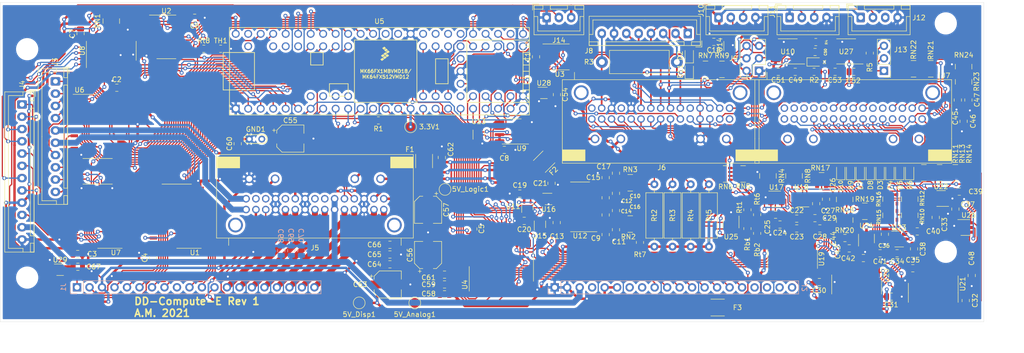
<source format=kicad_pcb>
(kicad_pcb (version 20171130) (host pcbnew "(5.1.7)-1")
  (layers (0 F.Cu signal) (31 B.Cu signal) (34 B.Paste user) (35 F.Paste user) (36 B.SilkS user) (37 F.SilkS user) (38 B.Mask user) (39 F.Mask user) (44 Edge.Cuts user))
  (net 0 "")
  (net 1 Filament_Fuel_B)
  (net 2 Filament_Fuel_A)
  (net 3 Filament_Speed_B)
  (net 4 Filament_Speed_A)
  (net 5 Filament_Tach_B)
  (net 6 Filament_Tach_A)
  (net 7 Filament_Sub_B)
  (net 8 Filament_Sub_A)
  (net 9 SW_Indicated_Spd)
  (net 10 Display_SI_Satellite)
  (net 11 Display_LH_Satellite)
  (net 12 "Net-(J1-Pad9)")
  (net 13 Display_CS_Fuel_Lvl)
  (net 14 Display_CS_Volts)
  (net 15 Display_CS_Temp)
  (net 16 Display_CS_Oil)
  (net 17 Display_CS_Fuel_Qty)
  (net 18 +5V)
  (net 19 Display_SCK_Satellite)
  (net 20 Display_Blank_Input)
  (net 21 Filament_Trip_B)
  (net 22 Filament_Trip_A)
  (net 23 Display_SCK_Main)
  (net 24 Display_CS_DrvRA5)
  (net 25 Display_CS_DrvRA4)
  (net 26 Display_CS_DrvRA10)
  (net 27 Display_CS_DrvRA12)
  (net 28 Display_CS_DrvRA7)
  (net 29 Display_LH_Main)
  (net 30 Display_SI_Main)
  (net 31 "Net-(J2-Pad8)")
  (net 32 "Net-(J2-Pad7)")
  (net 33 "Net-(J2-Pad4)")
  (net 34 Bias_Grid_Anode)
  (net 35 GND)
  (net 36 "Net-(J5-Pad13)")
  (net 37 +5VA)
  (net 38 "Net-(J6-Pad34)")
  (net 39 +12V_ON_START)
  (net 40 "Net-(J6-Pad31)")
  (net 41 Warning_Oil_Pressure)
  (net 42 Warning_Fuel_Level)
  (net 43 Warning_Charge)
  (net 44 "O2_Sensor_Switch(CEL)")
  (net 45 "Clock_2_(Time)")
  (net 46 "Clock_1_(Time)")
  (net 47 Fuel_Injection_Pulse)
  (net 48 Water_Temperature)
  (net 49 Oil_Pressure)
  (net 50 Fuel_Gauge_Sub)
  (net 51 Fuel_Gauge_Main)
  (net 52 ASCD_Set_Disp_2)
  (net 53 ASCD_Set_Disp_1)
  (net 54 ASCD_Cruise)
  (net 55 ASCD_On)
  (net 56 Manifold_Pressure)
  (net 57 Speed_Signal_Out)
  (net 58 Speed_Sensor_In)
  (net 59 Illumination_2)
  (net 60 "Coil_Negative_(Tach)")
  (net 61 Illumination_Dim)
  (net 62 +12V_ACC_ON)
  (net 63 +12V_CONST)
  (net 64 "Net-(U5-Pad57)")
  (net 65 "Net-(U5-Pad56)")
  (net 66 "Net-(U5-Pad55)")
  (net 67 "Net-(U5-Pad54)")
  (net 68 "Net-(U5-Pad52)")
  (net 69 "Net-(U5-Pad41)")
  (net 70 "Net-(U5-Pad40)")
  (net 71 "Net-(U5-Pad38)")
  (net 72 "Net-(U5-Pad37)")
  (net 73 "Net-(U5-Pad36)")
  (net 74 "Net-(U5-Pad35)")
  (net 75 "Net-(U5-Pad31)")
  (net 76 "Net-(U5-Pad29)")
  (net 77 "Net-(U5-Pad28)")
  (net 78 "Net-(U5-Pad25)")
  (net 79 "Net-(U1-Pad1)")
  (net 80 Disp_S0_IC31)
  (net 81 Disp_S1_IC31)
  (net 82 Disp_S2_IC31)
  (net 83 Disp_S3_IC31)
  (net 84 Disp_S3_IC30)
  (net 85 Disp_S2_IC30)
  (net 86 Disp_S1_IC30)
  (net 87 Disp_S0_IC30)
  (net 88 Disp_CTL_IC31)
  (net 89 Disp_Reset_IC31)
  (net 90 Disp_~WR~_IC31)
  (net 91 "Net-(U7-Pad12)")
  (net 92 "Net-(U7-Pad9)")
  (net 93 Disp_~WR~_IC30)
  (net 94 Disp_Reset_IC30)
  (net 95 Disp_Mode_IC30)
  (net 96 "Net-(U5-Pad66)")
  (net 97 "Net-(U5-Pad65)")
  (net 98 "Net-(U5-Pad64)")
  (net 99 "Net-(U5-Pad63)")
  (net 100 SW_MPH-MPG)
  (net 101 SW_Trip_A)
  (net 102 SW_Trip_B)
  (net 103 "Net-(J7-Pad34)")
  (net 104 "Net-(J7-Pad33)")
  (net 105 "Net-(J7-Pad32)")
  (net 106 "Net-(J7-Pad31)")
  (net 107 Warning_Brake_2)
  (net 108 "Net-(J7-Pad25)")
  (net 109 "Net-(J7-Pad24)")
  (net 110 Indicator_Pilot_Main)
  (net 111 Indicator_Pilot_Left)
  (net 112 Indicator_Pilot_Right)
  (net 113 "Net-(J7-Pad19)")
  (net 114 Warning_Sensor)
  (net 115 Warning_Belt)
  (net 116 Warning_Brake)
  (net 117 Warning_Door)
  (net 118 Warning_Taillamp)
  (net 119 Warning_Headlamp)
  (net 120 Warning_Coolant)
  (net 121 "Net-(J7-Pad8)")
  (net 122 "Net-(J7-Pad7)")
  (net 123 Indicator_Pilot_Common)
  (net 124 Warning-12V-Supply)
  (net 125 "Net-(J7-Pad4)")
  (net 126 "Net-(J7-Pad3)")
  (net 127 "Net-(J7-Pad2)")
  (net 128 "Net-(J7-Pad1)")
  (net 129 +3V3)
  (net 130 "Net-(J2-Pad20)")
  (net 131 "Net-(J2-Pad19)")
  (net 132 "Net-(J2-Pad18)")
  (net 133 "Net-(J2-Pad17)")
  (net 134 CAN_RX)
  (net 135 CAN_TX)
  (net 136 +5VD)
  (net 137 "Net-(U2-Pad6)")
  (net 138 Blanking_Control)
  (net 139 "Net-(U2-Pad11)")
  (net 140 Main_Enable)
  (net 141 Satellite_Enable)
  (net 142 SPI2_SCK)
  (net 143 SPI2_MOSI)
  (net 144 SPI2_LH)
  (net 145 SPI2_MISO)
  (net 146 "Net-(U8-Pad7)")
  (net 147 SPI1_LH)
  (net 148 SPI1_MOSI)
  (net 149 SPI1_SCK)
  (net 150 SPI1_MISO)
  (net 151 SPI2_CS2)
  (net 152 SPI2_CS1)
  (net 153 SPI2_CS0)
  (net 154 SPI2_CS3)
  (net 155 SPI2_CS4)
  (net 156 CAN_INH)
  (net 157 SPI2_CS5)
  (net 158 SPI1_CS1)
  (net 159 SPI1_CS0)
  (net 160 SPI1_CS2)
  (net 161 SPI1_CS4)
  (net 162 SPI1_CS3)
  (net 163 +12V_ON_START_B)
  (net 164 Illum_Data)
  (net 165 IC30_OE)
  (net 166 IC31_OE)
  (net 167 S3_IC30)
  (net 168 S2_IC30)
  (net 169 S1_IC30)
  (net 170 S0_IC30)
  (net 171 Mode_IC30)
  (net 172 Reset_IC30)
  (net 173 ~WR~_IC30)
  (net 174 CTL_IC31)
  (net 175 Reset_IC31)
  (net 176 ~WR~_IC31)
  (net 177 S0_IC31)
  (net 178 S1_IC31)
  (net 179 S2_IC31)
  (net 180 S3_IC31)
  (net 181 "Net-(J5-Pad6)")
  (net 182 "Net-(J5-Pad7)")
  (net 183 "Net-(J5-Pad9)")
  (net 184 "Net-(U12-Pad12)")
  (net 185 "Net-(C9-Pad2)")
  (net 186 "Net-(C10-Pad2)")
  (net 187 "Net-(C11-Pad2)")
  (net 188 "Net-(C12-Pad2)")
  (net 189 "Net-(C14-Pad2)")
  (net 190 "Net-(C15-Pad2)")
  (net 191 "Net-(C16-Pad2)")
  (net 192 "Net-(C17-Pad2)")
  (net 193 "Net-(U11-Pad4)")
  (net 194 SPI2_CS6)
  (net 195 "Net-(U11-Pad1)")
  (net 196 "Net-(U14-Pad1)")
  (net 197 12V_Sense)
  (net 198 Illum_Sense)
  (net 199 "Net-(U12-Pad13)")
  (net 200 "Net-(U12-Pad11)")
  (net 201 "Net-(U15-Pad1)")
  (net 202 "Net-(U16-Pad1)")
  (net 203 Tach_Protect)
  (net 204 Fuel_Injection_Pulse_Protect)
  (net 205 Speed_Sensor_Protect)
  (net 206 /Illum_Data_Loop2)
  (net 207 "Net-(J12-Pad3)")
  (net 208 /Illum_Data_Loop1)
  (net 209 /Illum_Data_Out)
  (net 210 "Net-(U2-Pad3)")
  (net 211 SPI1_CS5)
  (net 212 +12V_Security)
  (net 213 Warning_Security)
  (net 214 /Secondary_Warning_Input/ASCD_Set_Disp_2B)
  (net 215 /Secondary_Warning_Input/ASCD_Set_Disp_1B)
  (net 216 /Secondary_Warning_Input/ASCD_OnB)
  (net 217 /Secondary_Warning_Input/ASCD_CruiseB)
  (net 218 "Net-(RN5-Pad4)")
  (net 219 "Net-(RN5-Pad2)")
  (net 220 "Net-(RN5-Pad3)")
  (net 221 "Net-(RN5-Pad1)")
  (net 222 /Secondary_Warning_Input/Warn_ChargeB)
  (net 223 /Secondary_Warning_Input/Warn_SecurityB)
  (net 224 /Secondary_Warning_Input/Warn_Oil_PressB)
  (net 225 /Secondary_Warning_Input/Warn_FuelB)
  (net 226 SPI2_CS7)
  (net 227 "Net-(U19-Pad10)")
  (net 228 "Net-(U19-Pad7)")
  (net 229 "Net-(U20-Pad10)")
  (net 230 "Net-(U20-Pad7)")
  (net 231 "Net-(U21-Pad10)")
  (net 232 "Net-(U21-Pad7)")
  (net 233 "Net-(RN7-Pad7)")
  (net 234 ANALOG_EN)
  (net 235 DISP_EN)
  (net 236 "Net-(J5-Pad12)")
  (net 237 PS_TEMP_SENSE)
  (net 238 INT_TEMP_SENSE)
  (net 239 "Net-(RN8-Pad2)")
  (net 240 "Net-(RN8-Pad1)")
  (net 241 Warning_Bulb_Check)
  (net 242 "Net-(RN10-Pad5)")
  (net 243 "Net-(RN10-Pad6)")
  (net 244 "Net-(RN10-Pad8)")
  (net 245 "Net-(RN10-Pad7)")
  (net 246 "Net-(RN13-Pad4)")
  (net 247 "Net-(RN13-Pad2)")
  (net 248 "Net-(RN13-Pad3)")
  (net 249 "Net-(RN13-Pad1)")
  (net 250 "Net-(RN17-Pad5)")
  (net 251 "Net-(RN17-Pad6)")
  (net 252 "Net-(RN17-Pad8)")
  (net 253 "Net-(RN17-Pad7)")
  (net 254 "Net-(J7-Pad30)")
  (net 255 /Secondary_Warning_Input/Main_Beam)
  (net 256 /Secondary_Warning_Input/Belt)
  (net 257 /Secondary_Warning_Input/Left_Turn)
  (net 258 /Secondary_Warning_Input/Sensor)
  (net 259 /Secondary_Warning_Input/Right_Turn)
  (net 260 /Secondary_Warning_Input/Door)
  (net 261 /Secondary_Warning_Input/Brake_2)
  (net 262 /Secondary_Warning_Input/Coolant)
  (net 263 /Secondary_Warning_Input/Taillamp)
  (net 264 /Secondary_Warning_Input/Brake_1)
  (net 265 "Net-(J7-Pad17)")
  (net 266 "Net-(U25-Pad6)")
  (net 267 "Net-(U25-Pad3)")
  (net 268 /Secondary_Warning_Input/Headlamp)
  (net 269 /Secondary_Warning_Input/Extra_HighB)
  (net 270 Extra_High_Input)
  (net 271 /Secondary_Warning_Input/Extra_Low_1B)
  (net 272 /Secondary_Warning_Input/Extra_Low_2B)
  (net 273 /Secondary_Warning_Input/Extra_Low_3B)
  (net 274 /Secondary_Warning_Input/Extra_Low_4B)
  (net 275 /Warning_Extra_1)
  (net 276 /Warning_Extra_2)
  (net 277 /Warning_Extra_3)
  (net 278 /Warning_Extra_4)
  (net 279 "Net-(RN21-Pad5)")
  (net 280 "Net-(RN21-Pad6)")
  (net 281 "Net-(RN21-Pad8)")
  (net 282 "Net-(RN21-Pad7)")
  (net 283 "Net-(C49-Pad1)")
  (net 284 "Net-(C50-Pad2)")
  (net 285 "Net-(C52-Pad2)")
  (net 286 "Net-(U27-Pad6)")
  (net 287 "Net-(U27-Pad4)")
  (net 288 "Net-(U27-Pad3)")
  (net 289 Speed_Out)
  (net 290 "Net-(U28-Pad1)")
  (net 291 "Net-(D11-Pad2)")
  (net 292 "Net-(F1-Pad1)")
  (net 293 "Net-(F2-Pad1)")
  (net 294 "Net-(F3-Pad2)")
  (net 295 ODOMETER_SIGNAL)
  (net 296 "Net-(U29-Pad1)")
  (module Capacitor_SMD:C_0805_2012Metric (layer B.Cu) (at 116.245141 140.528152 90)
    (fp_text reference C70 (at 3.103152 0.004859 90) (layer B.SilkS) (effects (justify mirror)))
    (fp_text value 10nF)
    (pad 2 smd roundrect (at 0.95 0 90) (size 1 1.45) (layers B.Cu B.Paste B.Mask) (net 35 GND))
    (pad 1 smd roundrect (at -0.95 0 90) (size 1 1.45) (layers B.Cu B.Paste B.Mask) (net 34 Bias_Grid_Anode))
  )
  (module Capacitor_SMD:C_0805_2012Metric (layer B.Cu) (at 114.194532 140.528152 90)
    (fp_text reference C69 (at 3.128152 0.005468 90) (layer B.SilkS) (effects (justify mirror)))
    (fp_text value 100nF)
    (pad 2 smd roundrect (at 0.95 0 90) (size 1 1.45) (layers B.Cu B.Paste B.Mask) (net 35 GND))
    (pad 1 smd roundrect (at -0.95 0 90) (size 1 1.45) (layers B.Cu B.Paste B.Mask) (net 34 Bias_Grid_Anode))
  )
  (module Capacitor_SMD:C_0805_2012Metric (layer B.Cu) (at 112.143922 140.528152 90)
    (fp_text reference C68 (at 3.028152 -0.018922 90) (layer B.SilkS) (effects (justify mirror)))
    (fp_text value 1uF)
    (pad 2 smd roundrect (at 0.95 0 90) (size 1 1.45) (layers B.Cu B.Paste B.Mask) (net 35 GND))
    (pad 1 smd roundrect (at -0.95 0 90) (size 1 1.45) (layers B.Cu B.Paste B.Mask) (net 34 Bias_Grid_Anode))
  )
  (module Package_TO_SOT_SMD:SOT-353_SC-70-5 (layer F.Cu) (at 67.2 144.4)
    (fp_text reference U29 (at 0 -2) (layer F.SilkS))
    (fp_text value SN74LV1T34DCK)
    (pad 5 smd rect (at 0.95 -0.65) (size 0.65 0.4) (layers F.Cu F.Paste F.Mask) (net 136 +5VD))
    (pad 4 smd rect (at 0.95 0.65) (size 0.65 0.4) (layers F.Cu F.Paste F.Mask) (net 20 Display_Blank_Input))
    (pad 2 smd rect (at -0.95 0) (size 0.65 0.4) (layers F.Cu F.Paste F.Mask) (net 138 Blanking_Control))
    (pad 3 smd rect (at -0.95 0.65) (size 0.65 0.4) (layers F.Cu F.Paste F.Mask) (net 35 GND))
    (pad 1 smd rect (at -0.95 -0.65) (size 0.65 0.4) (layers F.Cu F.Paste F.Mask) (net 296 "Net-(U29-Pad1)"))
  )
  (module Capacitor_SMD:C_0805_2012Metric (layer F.Cu) (at 70.8 143.8)
    (fp_text reference C67 (at 3.2 0) (layer F.SilkS))
    (fp_text value 100n)
    (pad 2 smd roundrect (at 0.95 0) (size 1 1.45) (layers F.Cu F.Paste F.Mask) (net 35 GND))
    (pad 1 smd roundrect (at -0.95 0) (size 1 1.45) (layers F.Cu F.Paste F.Mask) (net 136 +5VD))
  )
  (module Connector_JST:JST_XH_B3B-XH-A_1x03_P2.50mm_Vertical (layer F.Cu) (at 166.1 93.05)
    (fp_text reference J14 (at 2.5 4.65) (layer F.SilkS))
    (fp_text value "ODOMETER MODULE")
    (pad 3 thru_hole oval (at 5 0) (size 1.7 1.95) (drill 0.95) (layers *.Cu *.Mask) (net 136 +5VD))
    (pad 2 thru_hole oval (at 2.5 0) (size 1.7 1.95) (drill 0.95) (layers *.Cu *.Mask) (net 295 ODOMETER_SIGNAL))
    (pad 1 thru_hole roundrect (at 0 0) (size 1.7 1.95) (drill 0.95) (layers *.Cu *.Mask) (roundrect_rratio 0.147059) (net 35 GND))
  )
  (module Fuse:Fuse_1812_4532Metric_Pad1.30x3.40mm_HandSolder (layer F.Cu) (at 200.875 152.1 180)
    (fp_text reference F3 (at -4.025 0) (layer F.SilkS))
    (fp_text value Polyfuse_Small)
    (pad 2 smd roundrect (at 2.225 0 180) (size 1.3 3.4) (layers F.Cu F.Paste F.Mask) (roundrect_rratio 0.192308) (net 294 "Net-(F3-Pad2)"))
    (pad 1 smd roundrect (at -2.225 0 180) (size 1.3 3.4) (layers F.Cu F.Paste F.Mask) (roundrect_rratio 0.192308) (net 63 +12V_CONST))
  )
  (module Fuse:Fuse_1812_4532Metric_Pad1.30x3.40mm_HandSolder (layer F.Cu) (at 165.6 122.4 45)
    (fp_text reference F2 (at 0.017678 2.704683 225) (layer F.SilkS))
    (fp_text value Polyfuse_Small)
    (pad 2 smd roundrect (at 2.225 0 45) (size 1.3 3.4) (layers F.Cu F.Paste F.Mask) (roundrect_rratio 0.192308) (net 39 +12V_ON_START))
    (pad 1 smd roundrect (at -2.225 0 45) (size 1.3 3.4) (layers F.Cu F.Paste F.Mask) (roundrect_rratio 0.192308) (net 293 "Net-(F2-Pad1)"))
  )
  (module Fuse:Fuse_1812_4532Metric_Pad1.30x3.40mm_HandSolder (layer F.Cu) (at 141.2 122.275 270)
    (fp_text reference F1 (at -2.375 2.9 180) (layer F.SilkS))
    (fp_text value Polyfuse_Small)
    (pad 2 smd roundrect (at 2.225 0 270) (size 1.3 3.4) (layers F.Cu F.Paste F.Mask) (roundrect_rratio 0.192308) (net 62 +12V_ACC_ON))
    (pad 1 smd roundrect (at -2.225 0 270) (size 1.3 3.4) (layers F.Cu F.Paste F.Mask) (roundrect_rratio 0.192308) (net 292 "Net-(F1-Pad1)"))
  )
  (module Capacitor_SMD:C_0805_2012Metric (layer F.Cu) (at 134.25 139.32)
    (fp_text reference C66 (at -3.15 -0.02) (layer F.SilkS))
    (fp_text value 10nF)
    (pad 2 smd roundrect (at 0.95 0) (size 1 1.45) (layers F.Cu F.Paste F.Mask) (net 35 GND))
    (pad 1 smd roundrect (at -0.95 0) (size 1 1.45) (layers F.Cu F.Paste F.Mask) (net 136 +5VD))
  )
  (module Capacitor_SMD:C_0805_2012Metric (layer F.Cu) (at 134.25 141.3)
    (fp_text reference C65 (at -3.15 0) (layer F.SilkS))
    (fp_text value 100nF)
    (pad 2 smd roundrect (at 0.95 0) (size 1 1.45) (layers F.Cu F.Paste F.Mask) (net 35 GND))
    (pad 1 smd roundrect (at -0.95 0) (size 1 1.45) (layers F.Cu F.Paste F.Mask) (net 136 +5VD))
  )
  (module Capacitor_SMD:C_0805_2012Metric (layer F.Cu) (at 134.25 143.3)
    (fp_text reference C64 (at -3.15 0) (layer F.SilkS))
    (fp_text value 1uF)
    (pad 2 smd roundrect (at 0.95 0) (size 1 1.45) (layers F.Cu F.Paste F.Mask) (net 35 GND))
    (pad 1 smd roundrect (at -0.95 0) (size 1 1.45) (layers F.Cu F.Paste F.Mask) (net 136 +5VD))
  )
  (module Capacitor_SMD:CP_Elec_5x5.3 (layer F.Cu) (at 133.8 147.4)
    (fp_text reference C63 (at -5.6 0) (layer F.SilkS))
    (fp_text value 47uF)
    (pad 2 smd roundrect (at 2.2 0) (size 3 1.6) (layers F.Cu F.Paste F.Mask) (roundrect_rratio 0.15625) (net 35 GND))
    (pad 1 smd roundrect (at -2.2 0) (size 3 1.6) (layers F.Cu F.Paste F.Mask) (roundrect_rratio 0.15625) (net 136 +5VD))
  )
  (module Capacitor_SMD:C_0805_2012Metric (layer F.Cu) (at 144.8 121.55 90)
    (fp_text reference C62 (at 1.65 1.8 90) (layer F.SilkS))
    (fp_text value 1uF)
    (pad 2 smd roundrect (at 0.95 0 90) (size 1 1.45) (layers F.Cu F.Paste F.Mask) (net 35 GND))
    (pad 1 smd roundrect (at -0.95 0 90) (size 1 1.45) (layers F.Cu F.Paste F.Mask) (net 18 +5V))
  )
  (module Capacitor_SMD:C_0805_2012Metric (layer F.Cu) (at 145.35 145.4 180)
    (fp_text reference C61 (at 3.25 -0.6) (layer F.SilkS))
    (fp_text value 10nF)
    (pad 2 smd roundrect (at 0.95 0 180) (size 1 1.45) (layers F.Cu F.Paste F.Mask) (net 35 GND))
    (pad 1 smd roundrect (at -0.95 0 180) (size 1 1.45) (layers F.Cu F.Paste F.Mask) (net 37 +5VA))
  )
  (module Capacitor_SMD:C_0805_2012Metric (layer F.Cu) (at 103.3 118.75 90)
    (fp_text reference C60 (at 0 -1.68 90) (layer F.SilkS))
    (fp_text value 1uF)
    (pad 2 smd roundrect (at 0.95 0 90) (size 1 1.45) (layers F.Cu F.Paste F.Mask) (net 35 GND))
    (pad 1 smd roundrect (at -0.95 0 90) (size 1 1.45) (layers F.Cu F.Paste F.Mask) (net 18 +5V))
  )
  (module Capacitor_SMD:C_0805_2012Metric (layer F.Cu) (at 145.35 147.4 180)
    (fp_text reference C59 (at 3.25 0) (layer F.SilkS))
    (fp_text value 100nF)
    (pad 2 smd roundrect (at 0.95 0 180) (size 1 1.45) (layers F.Cu F.Paste F.Mask) (net 35 GND))
    (pad 1 smd roundrect (at -0.95 0 180) (size 1 1.45) (layers F.Cu F.Paste F.Mask) (net 37 +5VA))
  )
  (module Capacitor_SMD:C_0805_2012Metric (layer F.Cu) (at 145.35 149.4 180)
    (fp_text reference C58 (at 3.25 0.1) (layer F.SilkS))
    (fp_text value 1uF)
    (pad 2 smd roundrect (at 0.95 0 180) (size 1 1.45) (layers F.Cu F.Paste F.Mask) (net 35 GND))
    (pad 1 smd roundrect (at -0.95 0 180) (size 1 1.45) (layers F.Cu F.Paste F.Mask) (net 37 +5VA))
  )
  (module Capacitor_SMD:CP_Elec_5x5.3 (layer F.Cu) (at 142 132.2 270)
    (fp_text reference C57 (at 0 -3.7 90) (layer F.SilkS))
    (fp_text value 47uF)
    (pad 2 smd roundrect (at 2.2 0 270) (size 3 1.6) (layers F.Cu F.Paste F.Mask) (roundrect_rratio 0.15625) (net 35 GND))
    (pad 1 smd roundrect (at -2.2 0 270) (size 3 1.6) (layers F.Cu F.Paste F.Mask) (roundrect_rratio 0.15625) (net 18 +5V))
  )
  (module Capacitor_SMD:CP_Elec_5x5.3 (layer F.Cu) (at 142 141.4 90)
    (fp_text reference C56 (at 0 -3.7 90) (layer F.SilkS))
    (fp_text value 47uF)
    (pad 2 smd roundrect (at 2.2 0 90) (size 3 1.6) (layers F.Cu F.Paste F.Mask) (roundrect_rratio 0.15625) (net 35 GND))
    (pad 1 smd roundrect (at -2.2 0 90) (size 3 1.6) (layers F.Cu F.Paste F.Mask) (roundrect_rratio 0.15625) (net 37 +5VA))
  )
  (module Capacitor_SMD:CP_Elec_5x5.3 (layer F.Cu) (at 114 117.7)
    (fp_text reference C55 (at 0 -3.7) (layer F.SilkS))
    (fp_text value 47uF)
    (pad 2 smd roundrect (at 2.2 0) (size 3 1.6) (layers F.Cu F.Paste F.Mask) (roundrect_rratio 0.15625) (net 35 GND))
    (pad 1 smd roundrect (at -2.2 0) (size 3 1.6) (layers F.Cu F.Paste F.Mask) (roundrect_rratio 0.15625) (net 18 +5V))
  )
  (module Diode_SMD:D_SOD-323 (layer F.Cu) (at 195.1 104 90)
    (fp_text reference D11 (at 0 -1.85 90) (layer F.SilkS))
    (fp_text value 1N4148WS)
    (pad 2 smd rect (at 1.05 0 90) (size 0.6 0.45) (layers F.Cu F.Paste F.Mask) (net 291 "Net-(D11-Pad2)"))
    (pad 1 smd rect (at -1.05 0 90) (size 0.6 0.45) (layers F.Cu F.Paste F.Mask) (net 43 Warning_Charge))
  )
  (module Diode_SMD:D_SOD-323 (layer F.Cu) (at 195.1 100.8 90)
    (fp_text reference D2 (at 0 -1.85 90) (layer F.SilkS))
    (fp_text value 1N4148WS)
    (pad 2 smd rect (at 1.05 0 90) (size 0.6 0.45) (layers F.Cu F.Paste F.Mask) (net 291 "Net-(D11-Pad2)"))
    (pad 1 smd rect (at -1.05 0 90) (size 0.6 0.45) (layers F.Cu F.Paste F.Mask) (net 42 Warning_Fuel_Level))
  )
  (module Package_TO_SOT_SMD:SOT-353_SC-70-5 (layer F.Cu) (at 165.55 108.4)
    (fp_text reference U28 (at 0 -2) (layer F.SilkS))
    (fp_text value SN74LV1T34DCK)
    (pad 5 smd rect (at 0.95 -0.65) (size 0.65 0.4) (layers F.Cu F.Paste F.Mask) (net 37 +5VA))
    (pad 4 smd rect (at 0.95 0.65) (size 0.65 0.4) (layers F.Cu F.Paste F.Mask) (net 57 Speed_Signal_Out))
    (pad 2 smd rect (at -0.95 0) (size 0.65 0.4) (layers F.Cu F.Paste F.Mask) (net 289 Speed_Out))
    (pad 3 smd rect (at -0.95 0.65) (size 0.65 0.4) (layers F.Cu F.Paste F.Mask) (net 35 GND))
    (pad 1 smd rect (at -0.95 -0.65) (size 0.65 0.4) (layers F.Cu F.Paste F.Mask) (net 290 "Net-(U28-Pad1)"))
  )
  (module Capacitor_SMD:C_0805_2012Metric (layer F.Cu) (at 168.2 108.75 270)
    (fp_text reference C54 (at 0 -1.68 90) (layer F.SilkS))
    (fp_text value 100n)
    (pad 2 smd roundrect (at 0.95 0 270) (size 1 1.45) (layers F.Cu F.Paste F.Mask) (net 35 GND))
    (pad 1 smd roundrect (at -0.95 0 270) (size 1 1.45) (layers F.Cu F.Paste F.Mask) (net 37 +5VA))
  )
  (module Connector_JST:JST_XH_B4B-XH-A_1x04_P2.50mm_Vertical (layer F.Cu) (at 201.05 93.05)
    (fp_text reference J10 (at -3.55 -1.45 90) (layer F.SilkS))
    (fp_text value Conn_01x03)
    (pad 4 thru_hole oval (at 7.5 0) (size 1.7 1.95) (drill 0.95) (layers *.Cu *.Mask) (net 35 GND))
    (pad 3 thru_hole oval (at 5 0) (size 1.7 1.95) (drill 0.95) (layers *.Cu *.Mask) (net 208 /Illum_Data_Loop1))
    (pad 2 thru_hole oval (at 2.5 0) (size 1.7 1.95) (drill 0.95) (layers *.Cu *.Mask) (net 209 /Illum_Data_Out))
    (pad 1 thru_hole roundrect (at 0 0) (size 1.7 1.95) (drill 0.95) (layers *.Cu *.Mask) (roundrect_rratio 0.147059) (net 136 +5VD))
  )
  (module Package_SO:SOIC-8_3.9x4.9mm_P1.27mm (layer F.Cu) (at 227 99.95 180)
    (fp_text reference U27 (at 0 -0.05 180) (layer F.SilkS))
    (fp_text value VO0631T)
    (pad 8 smd roundrect (at 2.475 -1.905 180) (size 1.95 0.6) (layers F.Cu F.Paste F.Mask) (net 129 +3V3))
    (pad 7 smd roundrect (at 2.475 -0.635 180) (size 1.95 0.6) (layers F.Cu F.Paste F.Mask) (net 205 Speed_Sensor_Protect))
    (pad 6 smd roundrect (at 2.475 0.635 180) (size 1.95 0.6) (layers F.Cu F.Paste F.Mask) (net 286 "Net-(U27-Pad6)"))
    (pad 5 smd roundrect (at 2.475 1.905 180) (size 1.95 0.6) (layers F.Cu F.Paste F.Mask) (net 35 GND))
    (pad 4 smd roundrect (at -2.475 1.905 180) (size 1.95 0.6) (layers F.Cu F.Paste F.Mask) (net 287 "Net-(U27-Pad4)"))
    (pad 3 smd roundrect (at -2.475 0.635 180) (size 1.95 0.6) (layers F.Cu F.Paste F.Mask) (net 288 "Net-(U27-Pad3)"))
    (pad 2 smd roundrect (at -2.475 -0.635 180) (size 1.95 0.6) (layers F.Cu F.Paste F.Mask) (net 58 Speed_Sensor_In))
    (pad 1 smd roundrect (at -2.475 -1.905 180) (size 1.95 0.6) (layers F.Cu F.Paste F.Mask) (net 285 "Net-(C52-Pad2)"))
  )
  (module Resistor_SMD:R_0805_2012Metric_Pad1.20x1.40mm_HandSolder (layer F.Cu) (at 231.8 100.3 90)
    (fp_text reference R5 (at -2.9 0 90) (layer F.SilkS))
    (fp_text value 1k)
    (pad 2 smd roundrect (at 1 0 90) (size 1.2 1.4) (layers F.Cu F.Paste F.Mask) (roundrect_rratio 0.208333) (net 37 +5VA))
    (pad 1 smd roundrect (at -1 0 90) (size 1.2 1.4) (layers F.Cu F.Paste F.Mask) (roundrect_rratio 0.208333) (net 285 "Net-(C52-Pad2)"))
  )
  (module Capacitor_SMD:C_0805_2012Metric (layer F.Cu) (at 224.75 104.1)
    (fp_text reference C53 (at -0.05 1.7) (layer F.SilkS))
    (fp_text value 100n)
    (pad 2 smd roundrect (at 0.95 0) (size 1 1.45) (layers F.Cu F.Paste F.Mask) (net 129 +3V3))
    (pad 1 smd roundrect (at -0.95 0) (size 1 1.45) (layers F.Cu F.Paste F.Mask) (net 35 GND))
  )
  (module Capacitor_SMD:C_0805_2012Metric (layer F.Cu) (at 228.55 104.1)
    (fp_text reference C52 (at -0.05 1.8) (layer F.SilkS))
    (fp_text value 10n)
    (pad 2 smd roundrect (at 0.95 0) (size 1 1.45) (layers F.Cu F.Paste F.Mask) (net 285 "Net-(C52-Pad2)"))
    (pad 1 smd roundrect (at -0.95 0) (size 1 1.45) (layers F.Cu F.Paste F.Mask) (net 58 Speed_Sensor_In))
  )
  (module Connector_Molex_Mini50:34958 (layer F.Cu) (at 189.292 113.707 180)
    (fp_text reference J6 (at -0.208 -9.893) (layer F.SilkS))
    (fp_text value "CAR INTERFACE - 0349580340 - SIG")
    (pad "" thru_hole circle (at -16.15 5.35 180) (size 3 3) (drill 2.25) (layers *.Cu *.Mask))
    (pad "" thru_hole circle (at 16.15 5.35 270) (size 3 3) (drill 2.25) (layers *.Cu *.Mask))
    (pad 34 thru_hole circle (at 14 2.2 180) (size 1.524 1.524) (drill 1) (layers *.Cu *.Mask) (net 38 "Net-(J6-Pad34)"))
    (pad 33 thru_hole circle (at 12 2.2 180) (size 1.524 1.524) (drill 1) (layers *.Cu *.Mask) (net 163 +12V_ON_START_B))
    (pad 32 thru_hole circle (at 10 2.2 180) (size 1.524 1.524) (drill 1) (layers *.Cu *.Mask) (net 35 GND))
    (pad 31 thru_hole circle (at 8 2.2 180) (size 1.524 1.524) (drill 1) (layers *.Cu *.Mask) (net 40 "Net-(J6-Pad31)"))
    (pad 30 thru_hole circle (at 6 2.2 180) (size 1.524 1.524) (drill 1) (layers *.Cu *.Mask) (net 35 GND))
    (pad 29 thru_hole circle (at 4 2.2 180) (size 1.524 1.524) (drill 1) (layers *.Cu *.Mask) (net 212 +12V_Security))
    (pad 28 thru_hole circle (at 2 2.2 180) (size 1.524 1.524) (drill 1) (layers *.Cu *.Mask) (net 213 Warning_Security))
    (pad 27 thru_hole circle (at 0 2.2 180) (size 1.524 1.524) (drill 1) (layers *.Cu *.Mask) (net 41 Warning_Oil_Pressure))
    (pad 26 thru_hole circle (at -2 2.2 180) (size 1.524 1.524) (drill 1) (layers *.Cu *.Mask) (net 42 Warning_Fuel_Level))
    (pad 25 thru_hole circle (at -4 2.2 180) (size 1.524 1.524) (drill 1) (layers *.Cu *.Mask) (net 43 Warning_Charge))
    (pad 24 thru_hole circle (at -6 2.2 180) (size 1.524 1.524) (drill 1) (layers *.Cu *.Mask) (net 44 "O2_Sensor_Switch(CEL)"))
    (pad 23 thru_hole circle (at -8 2.2 180) (size 1.524 1.524) (drill 1) (layers *.Cu *.Mask) (net 37 +5VA))
    (pad 22 thru_hole circle (at -10 2.2 180) (size 1.524 1.524) (drill 1) (layers *.Cu *.Mask) (net 45 "Clock_2_(Time)"))
    (pad 21 thru_hole circle (at -12 2.2 180) (size 1.524 1.524) (drill 1) (layers *.Cu *.Mask) (net 46 "Clock_1_(Time)"))
    (pad 20 thru_hole circle (at -14 2.2 180) (size 1.524 1.524) (drill 1) (layers *.Cu *.Mask) (net 47 Fuel_Injection_Pulse))
    (pad 19 thru_hole circle (at 14 0 180) (size 1.524 1.524) (drill 1) (layers *.Cu *.Mask) (net 48 Water_Temperature))
    (pad 18 thru_hole circle (at 12 0 180) (size 1.524 1.524) (drill 1) (layers *.Cu *.Mask) (net 49 Oil_Pressure))
    (pad 17 thru_hole circle (at 10 0 180) (size 1.524 1.524) (drill 1) (layers *.Cu *.Mask) (net 50 Fuel_Gauge_Sub))
    (pad 16 thru_hole circle (at 8 0 180) (size 1.524 1.524) (drill 1) (layers *.Cu *.Mask) (net 51 Fuel_Gauge_Main))
    (pad 15 thru_hole circle (at 6 0 180) (size 1.524 1.524) (drill 1) (layers *.Cu *.Mask) (net 52 ASCD_Set_Disp_2))
    (pad 14 thru_hole circle (at 4 0 180) (size 1.524 1.524) (drill 1) (layers *.Cu *.Mask) (net 53 ASCD_Set_Disp_1))
    (pad 13 thru_hole circle (at 2 0 180) (size 1.524 1.524) (drill 1) (layers *.Cu *.Mask) (net 54 ASCD_Cruise))
    (pad 12 thru_hole circle (at 0 0 180) (size 1.524 1.524) (drill 1) (layers *.Cu *.Mask) (net 55 ASCD_On))
    (pad 11 thru_hole circle (at -2 0 180) (size 1.524 1.524) (drill 1) (layers *.Cu *.Mask) (net 56 Manifold_Pressure))
    (pad 10 thru_hole circle (at -4 0 180) (size 1.524 1.524) (drill 1) (layers *.Cu *.Mask) (net 57 Speed_Signal_Out))
    (pad 9 thru_hole circle (at -6 0 180) (size 1.524 1.524) (drill 1) (layers *.Cu *.Mask) (net 58 Speed_Sensor_In))
    (pad 8 thru_hole circle (at -8 0 180) (size 1.524 1.524) (drill 1) (layers *.Cu *.Mask) (net 37 +5VA))
    (pad 7 thru_hole circle (at -10 0 180) (size 1.524 1.524) (drill 1) (layers *.Cu *.Mask) (net 59 Illumination_2))
    (pad 6 thru_hole circle (at -12 0 180) (size 1.524 1.524) (drill 1) (layers *.Cu *.Mask) (net 60 "Coil_Negative_(Tach)"))
    (pad 5 thru_hole circle (at -14 0 180) (size 1.524 1.524) (drill 1) (layers *.Cu *.Mask) (net 61 Illumination_Dim))
    (pad 4 thru_hole circle (at 13.35 -4.06 180) (size 1.75 1.75) (drill 1.2) (layers *.Cu *.Mask) (net 62 +12V_ACC_ON))
    (pad 3 thru_hole circle (at 8.1 -4.06 180) (size 1.75 1.75) (drill 1.2) (layers *.Cu *.Mask) (net 39 +12V_ON_START))
    (pad 2 thru_hole circle (at -8.1 -4.06 180) (size 1.75 1.75) (drill 1.2) (layers *.Cu *.Mask) (net 35 GND))
    (pad 1 thru_hole circle (at -13.35 -4.06 180) (size 1.75 1.75) (drill 1.2) (layers *.Cu *.Mask) (net 63 +12V_CONST))
  )
  (module Capacitor_SMD:C_0805_2012Metric (layer F.Cu) (at 213.2 104.1 180)
    (fp_text reference C51 (at 0 -1.68) (layer F.SilkS))
    (fp_text value 100n)
    (pad 2 smd roundrect (at 0.95 0 180) (size 1 1.45) (layers F.Cu F.Paste F.Mask) (net 129 +3V3))
    (pad 1 smd roundrect (at -0.95 0 180) (size 1 1.45) (layers F.Cu F.Paste F.Mask) (net 35 GND))
  )
  (module Resistor_SMD:R_0805_2012Metric_Pad1.20x1.40mm_HandSolder (layer F.Cu) (at 220.825 98.05)
    (fp_text reference R4 (at 2.175 0.05 90) (layer F.SilkS) (effects (font (size 0.5 0.5) (thickness 0.1))))
    (fp_text value 1k)
    (pad 2 smd roundrect (at 1 0) (size 1.2 1.4) (layers F.Cu F.Paste F.Mask) (roundrect_rratio 0.208333) (net 37 +5VA))
    (pad 1 smd roundrect (at -1 0) (size 1.2 1.4) (layers F.Cu F.Paste F.Mask) (roundrect_rratio 0.208333) (net 284 "Net-(C50-Pad2)"))
  )
  (module Capacitor_SMD:C_0805_2012Metric (layer F.Cu) (at 220.675 100.075)
    (fp_text reference C50 (at 2.125 0.025 90) (layer F.SilkS) (effects (font (size 0.5 0.5) (thickness 0.125))))
    (fp_text value 10n)
    (pad 2 smd roundrect (at 0.95 0) (size 1 1.45) (layers F.Cu F.Paste F.Mask) (net 284 "Net-(C50-Pad2)"))
    (pad 1 smd roundrect (at -0.95 0) (size 1 1.45) (layers F.Cu F.Paste F.Mask) (net 47 Fuel_Injection_Pulse))
  )
  (module Package_SO:SOIC-8_3.9x4.9mm_P1.27mm (layer F.Cu) (at 215.125 99.95 180)
    (fp_text reference U10 (at 0 -0.05) (layer F.SilkS))
    (fp_text value VO0631T)
    (pad 8 smd roundrect (at 2.475 -1.905 180) (size 1.95 0.6) (layers F.Cu F.Paste F.Mask) (net 129 +3V3))
    (pad 7 smd roundrect (at 2.475 -0.635 180) (size 1.95 0.6) (layers F.Cu F.Paste F.Mask) (net 203 Tach_Protect))
    (pad 6 smd roundrect (at 2.475 0.635 180) (size 1.95 0.6) (layers F.Cu F.Paste F.Mask) (net 204 Fuel_Injection_Pulse_Protect))
    (pad 5 smd roundrect (at 2.475 1.905 180) (size 1.95 0.6) (layers F.Cu F.Paste F.Mask) (net 35 GND))
    (pad 4 smd roundrect (at -2.475 1.905 180) (size 1.95 0.6) (layers F.Cu F.Paste F.Mask) (net 284 "Net-(C50-Pad2)"))
    (pad 3 smd roundrect (at -2.475 0.635 180) (size 1.95 0.6) (layers F.Cu F.Paste F.Mask) (net 47 Fuel_Injection_Pulse))
    (pad 2 smd roundrect (at -2.475 -0.635 180) (size 1.95 0.6) (layers F.Cu F.Paste F.Mask) (net 35 GND))
    (pad 1 smd roundrect (at -2.475 -1.905 180) (size 1.95 0.6) (layers F.Cu F.Paste F.Mask) (net 283 "Net-(C49-Pad1)"))
  )
  (module Resistor_SMD:R_0805_2012Metric_Pad1.20x1.40mm_HandSolder (layer F.Cu) (at 220.475 104.1)
    (fp_text reference R2 (at 0.025 1.7) (layer F.SilkS))
    (fp_text value 2.2k)
    (pad 2 smd roundrect (at 1 0) (size 1.2 1.4) (layers F.Cu F.Paste F.Mask) (roundrect_rratio 0.208333) (net 60 "Coil_Negative_(Tach)"))
    (pad 1 smd roundrect (at -1 0) (size 1.2 1.4) (layers F.Cu F.Paste F.Mask) (roundrect_rratio 0.208333) (net 283 "Net-(C49-Pad1)"))
  )
  (module Diode_SMD:D_SOD-323 (layer F.Cu) (at 220.525 102.1)
    (fp_text reference D1 (at 2.075 0 90) (layer F.SilkS) (effects (font (size 0.5 0.5) (thickness 0.1))))
    (fp_text value 1N4148WS)
    (pad 2 smd rect (at 1.05 0) (size 0.6 0.45) (layers F.Cu F.Paste F.Mask) (net 35 GND))
    (pad 1 smd rect (at -1.05 0) (size 0.6 0.45) (layers F.Cu F.Paste F.Mask) (net 283 "Net-(C49-Pad1)"))
  )
  (module Capacitor_SMD:C_0805_2012Metric (layer F.Cu) (at 216.65 104.1 180)
    (fp_text reference C49 (at -0.05 -1.7) (layer F.SilkS))
    (fp_text value 10n)
    (pad 2 smd roundrect (at 0.95 0 180) (size 1 1.45) (layers F.Cu F.Paste F.Mask) (net 35 GND))
    (pad 1 smd roundrect (at -0.95 0 180) (size 1 1.45) (layers F.Cu F.Paste F.Mask) (net 283 "Net-(C49-Pad1)"))
  )
  (module Connector_PinHeader_2.54mm:PinHeader_1x03_P2.54mm_Vertical (layer F.Cu) (at 234.68 103.9 180)
    (fp_text reference J13 (at -3.4 4.3) (layer F.SilkS))
    (fp_text value "ISOLATED INPUTS")
    (pad 3 thru_hole oval (at 0 5.08 180) (size 1.7 1.7) (drill 1) (layers *.Cu *.Mask) (net 47 Fuel_Injection_Pulse))
    (pad 2 thru_hole oval (at 0 2.54 180) (size 1.7 1.7) (drill 1) (layers *.Cu *.Mask) (net 60 "Coil_Negative_(Tach)"))
    (pad 1 thru_hole rect (at 0 0 180) (size 1.7 1.7) (drill 1) (layers *.Cu *.Mask) (net 58 Speed_Sensor_In))
  )
  (module Connector_PinHeader_2.54mm:PinHeader_2x03_P2.54mm_Vertical (layer F.Cu) (at 209.28 103.9 180)
    (fp_text reference J9 (at 5.175 2.525) (layer F.SilkS))
    (fp_text value "ISOLATED OUPTUTS & POWER")
    (pad 6 thru_hole oval (at 2.54 5.08 180) (size 1.7 1.7) (drill 1) (layers *.Cu *.Mask) (net 203 Tach_Protect))
    (pad 5 thru_hole oval (at 0 5.08 180) (size 1.7 1.7) (drill 1) (layers *.Cu *.Mask) (net 204 Fuel_Injection_Pulse_Protect))
    (pad 4 thru_hole oval (at 2.54 2.54 180) (size 1.7 1.7) (drill 1) (layers *.Cu *.Mask) (net 205 Speed_Sensor_Protect))
    (pad 3 thru_hole oval (at 0 2.54 180) (size 1.7 1.7) (drill 1) (layers *.Cu *.Mask) (net 37 +5VA))
    (pad 2 thru_hole oval (at 2.54 0 180) (size 1.7 1.7) (drill 1) (layers *.Cu *.Mask) (net 129 +3V3))
    (pad 1 thru_hole rect (at 0 0 180) (size 1.7 1.7) (drill 1) (layers *.Cu *.Mask) (net 35 GND))
  )
  (module Package_TO_SOT_SMD:SOT-23-6 (layer F.Cu) (at 251.225 135.8)
    (fp_text reference U26 (at 0.675 -2.5) (layer F.SilkS))
    (fp_text value SRV05-4)
    (pad 5 smd rect (at 1.1 0) (size 1.06 0.65) (layers F.Cu F.Paste F.Mask) (net 18 +5V))
    (pad 6 smd rect (at 1.1 -0.95) (size 1.06 0.65) (layers F.Cu F.Paste F.Mask) (net 274 /Secondary_Warning_Input/Extra_Low_4B))
    (pad 4 smd rect (at 1.1 0.95) (size 1.06 0.65) (layers F.Cu F.Paste F.Mask) (net 273 /Secondary_Warning_Input/Extra_Low_3B))
    (pad 3 smd rect (at -1.1 0.95) (size 1.06 0.65) (layers F.Cu F.Paste F.Mask) (net 271 /Secondary_Warning_Input/Extra_Low_1B))
    (pad 2 smd rect (at -1.1 0) (size 1.06 0.65) (layers F.Cu F.Paste F.Mask) (net 35 GND))
    (pad 1 smd rect (at -1.1 -0.95) (size 1.06 0.65) (layers F.Cu F.Paste F.Mask) (net 272 /Secondary_Warning_Input/Extra_Low_2B))
  )
  (module Resistor_SMD:R_Array_Convex_4x0603 (layer F.Cu) (at 250.875 103.05 90)
    (fp_text reference RN24 (at 2.35 0.025 180) (layer F.SilkS))
    (fp_text value 4.7k)
    (pad 5 smd rect (at 0.9 1.2 90) (size 0.8 0.5) (layers F.Cu F.Paste F.Mask) (net 35 GND))
    (pad 6 smd rect (at 0.9 0.4 90) (size 0.8 0.4) (layers F.Cu F.Paste F.Mask) (net 35 GND))
    (pad 8 smd rect (at 0.9 -1.2 90) (size 0.8 0.5) (layers F.Cu F.Paste F.Mask) (net 35 GND))
    (pad 7 smd rect (at 0.9 -0.4 90) (size 0.8 0.4) (layers F.Cu F.Paste F.Mask) (net 35 GND))
    (pad 4 smd rect (at -0.9 1.2 90) (size 0.8 0.5) (layers F.Cu F.Paste F.Mask) (net 278 /Warning_Extra_4))
    (pad 2 smd rect (at -0.9 -0.4 90) (size 0.8 0.4) (layers F.Cu F.Paste F.Mask) (net 276 /Warning_Extra_2))
    (pad 3 smd rect (at -0.9 0.4 90) (size 0.8 0.4) (layers F.Cu F.Paste F.Mask) (net 277 /Warning_Extra_3))
    (pad 1 smd rect (at -0.9 -1.2 90) (size 0.8 0.5) (layers F.Cu F.Paste F.Mask) (net 275 /Warning_Extra_1))
  )
  (module Resistor_SMD:R_Array_Convex_4x0603 (layer F.Cu) (at 250.875 106.15 90)
    (fp_text reference RN23 (at 0.05 2.625 90) (layer F.SilkS))
    (fp_text value 4.7k)
    (pad 5 smd rect (at 0.9 1.2 90) (size 0.8 0.5) (layers F.Cu F.Paste F.Mask) (net 278 /Warning_Extra_4))
    (pad 6 smd rect (at 0.9 0.4 90) (size 0.8 0.4) (layers F.Cu F.Paste F.Mask) (net 277 /Warning_Extra_3))
    (pad 8 smd rect (at 0.9 -1.2 90) (size 0.8 0.5) (layers F.Cu F.Paste F.Mask) (net 275 /Warning_Extra_1))
    (pad 7 smd rect (at 0.9 -0.4 90) (size 0.8 0.4) (layers F.Cu F.Paste F.Mask) (net 276 /Warning_Extra_2))
    (pad 4 smd rect (at -0.9 1.2 90) (size 0.8 0.5) (layers F.Cu F.Paste F.Mask) (net 274 /Secondary_Warning_Input/Extra_Low_4B))
    (pad 2 smd rect (at -0.9 -0.4 90) (size 0.8 0.4) (layers F.Cu F.Paste F.Mask) (net 272 /Secondary_Warning_Input/Extra_Low_2B))
    (pad 3 smd rect (at -0.9 0.4 90) (size 0.8 0.4) (layers F.Cu F.Paste F.Mask) (net 273 /Secondary_Warning_Input/Extra_Low_3B))
    (pad 1 smd rect (at -0.9 -1.2 90) (size 0.8 0.5) (layers F.Cu F.Paste F.Mask) (net 271 /Secondary_Warning_Input/Extra_Low_1B))
  )
  (module Resistor_SMD:R_Array_Convex_4x0603 (layer F.Cu) (at 240.7 103.5 180)
    (fp_text reference RN22 (at 0 3.9 90) (layer F.SilkS))
    (fp_text value 4.7k)
    (pad 5 smd rect (at 0.9 1.2 180) (size 0.8 0.5) (layers F.Cu F.Paste F.Mask) (net 278 /Warning_Extra_4))
    (pad 6 smd rect (at 0.9 0.4 180) (size 0.8 0.4) (layers F.Cu F.Paste F.Mask) (net 277 /Warning_Extra_3))
    (pad 8 smd rect (at 0.9 -1.2 180) (size 0.8 0.5) (layers F.Cu F.Paste F.Mask) (net 275 /Warning_Extra_1))
    (pad 7 smd rect (at 0.9 -0.4 180) (size 0.8 0.4) (layers F.Cu F.Paste F.Mask) (net 276 /Warning_Extra_2))
    (pad 4 smd rect (at -0.9 1.2 180) (size 0.8 0.5) (layers F.Cu F.Paste F.Mask) (net 279 "Net-(RN21-Pad5)"))
    (pad 2 smd rect (at -0.9 -0.4 180) (size 0.8 0.4) (layers F.Cu F.Paste F.Mask) (net 282 "Net-(RN21-Pad7)"))
    (pad 3 smd rect (at -0.9 0.4 180) (size 0.8 0.4) (layers F.Cu F.Paste F.Mask) (net 280 "Net-(RN21-Pad6)"))
    (pad 1 smd rect (at -0.9 -1.2 180) (size 0.8 0.5) (layers F.Cu F.Paste F.Mask) (net 281 "Net-(RN21-Pad8)"))
  )
  (module Resistor_SMD:R_Array_Convex_4x0603 (layer F.Cu) (at 244.2 103.5 180)
    (fp_text reference RN21 (at 0 3.8 90) (layer F.SilkS))
    (fp_text value 4.7k)
    (pad 5 smd rect (at 0.9 1.2 180) (size 0.8 0.5) (layers F.Cu F.Paste F.Mask) (net 279 "Net-(RN21-Pad5)"))
    (pad 6 smd rect (at 0.9 0.4 180) (size 0.8 0.4) (layers F.Cu F.Paste F.Mask) (net 280 "Net-(RN21-Pad6)"))
    (pad 8 smd rect (at 0.9 -1.2 180) (size 0.8 0.5) (layers F.Cu F.Paste F.Mask) (net 281 "Net-(RN21-Pad8)"))
    (pad 7 smd rect (at 0.9 -0.4 180) (size 0.8 0.4) (layers F.Cu F.Paste F.Mask) (net 282 "Net-(RN21-Pad7)"))
    (pad 4 smd rect (at -0.9 1.2 180) (size 0.8 0.5) (layers F.Cu F.Paste F.Mask) (net 124 Warning-12V-Supply))
    (pad 2 smd rect (at -0.9 -0.4 180) (size 0.8 0.4) (layers F.Cu F.Paste F.Mask) (net 124 Warning-12V-Supply))
    (pad 3 smd rect (at -0.9 0.4 180) (size 0.8 0.4) (layers F.Cu F.Paste F.Mask) (net 124 Warning-12V-Supply))
    (pad 1 smd rect (at -0.9 -1.2 180) (size 0.8 0.5) (layers F.Cu F.Paste F.Mask) (net 124 Warning-12V-Supply))
  )
  (module Capacitor_SMD:C_0805_2012Metric (layer F.Cu) (at 252.525 145.575 90)
    (fp_text reference C48 (at 3.475 -0.025 90) (layer F.SilkS))
    (fp_text value 100n)
    (pad 2 smd roundrect (at 0.95 0 90) (size 1 1.45) (layers F.Cu F.Paste F.Mask) (net 274 /Secondary_Warning_Input/Extra_Low_4B))
    (pad 1 smd roundrect (at -0.95 0 90) (size 1 1.45) (layers F.Cu F.Paste F.Mask) (net 35 GND))
  )
  (module Capacitor_SMD:C_0805_2012Metric (layer F.Cu) (at 251.85 109.85 90)
    (fp_text reference C47 (at 0 1.75 90) (layer F.SilkS))
    (fp_text value 100n)
    (pad 2 smd roundrect (at 0.95 0 90) (size 1 1.45) (layers F.Cu F.Paste F.Mask) (net 273 /Secondary_Warning_Input/Extra_Low_3B))
    (pad 1 smd roundrect (at -0.95 0 90) (size 1 1.45) (layers F.Cu F.Paste F.Mask) (net 35 GND))
  )
  (module Capacitor_SMD:C_0805_2012Metric (layer F.Cu) (at 250.875 114.175 90)
    (fp_text reference C46 (at 0 1.925 90) (layer F.SilkS))
    (fp_text value 100n)
    (pad 2 smd roundrect (at 0.95 0 90) (size 1 1.45) (layers F.Cu F.Paste F.Mask) (net 272 /Secondary_Warning_Input/Extra_Low_2B))
    (pad 1 smd roundrect (at -0.95 0 90) (size 1 1.45) (layers F.Cu F.Paste F.Mask) (net 35 GND))
  )
  (module Capacitor_SMD:C_0805_2012Metric (layer F.Cu) (at 249.7 109.85 90)
    (fp_text reference C45 (at -3.65 -0.5 90) (layer F.SilkS))
    (fp_text value 100n)
    (pad 2 smd roundrect (at 0.95 0 90) (size 1 1.45) (layers F.Cu F.Paste F.Mask) (net 271 /Secondary_Warning_Input/Extra_Low_1B))
    (pad 1 smd roundrect (at -0.95 0 90) (size 1 1.45) (layers F.Cu F.Paste F.Mask) (net 35 GND))
  )
  (module Resistor_SMD:R_Array_Convex_4x0603 (layer F.Cu) (at 246 124.68 180)
    (fp_text reference RN13 (at -4.6 3.88 90) (layer F.SilkS))
    (fp_text value 4.7k)
    (pad 5 smd rect (at 0.9 1.2 180) (size 0.8 0.5) (layers F.Cu F.Paste F.Mask) (net 269 /Secondary_Warning_Input/Extra_HighB))
    (pad 6 smd rect (at 0.9 0.4 180) (size 0.8 0.4) (layers F.Cu F.Paste F.Mask) (net 259 /Secondary_Warning_Input/Right_Turn))
    (pad 8 smd rect (at 0.9 -1.2 180) (size 0.8 0.5) (layers F.Cu F.Paste F.Mask) (net 255 /Secondary_Warning_Input/Main_Beam))
    (pad 7 smd rect (at 0.9 -0.4 180) (size 0.8 0.4) (layers F.Cu F.Paste F.Mask) (net 257 /Secondary_Warning_Input/Left_Turn))
    (pad 4 smd rect (at -0.9 1.2 180) (size 0.8 0.5) (layers F.Cu F.Paste F.Mask) (net 246 "Net-(RN13-Pad4)"))
    (pad 2 smd rect (at -0.9 -0.4 180) (size 0.8 0.4) (layers F.Cu F.Paste F.Mask) (net 247 "Net-(RN13-Pad2)"))
    (pad 3 smd rect (at -0.9 0.4 180) (size 0.8 0.4) (layers F.Cu F.Paste F.Mask) (net 248 "Net-(RN13-Pad3)"))
    (pad 1 smd rect (at -0.9 -1.2 180) (size 0.8 0.5) (layers F.Cu F.Paste F.Mask) (net 249 "Net-(RN13-Pad1)"))
  )
  (module Connector_Molex_Mini50:34958 (layer F.Cu) (at 228.437 113.707 180)
    (fp_text reference J7 (at -18.863 8.807) (layer F.SilkS))
    (fp_text value "CAR INTERFACE - 0349580341")
    (pad "" thru_hole circle (at -16.15 5.35 180) (size 3 3) (drill 2.25) (layers *.Cu *.Mask))
    (pad "" thru_hole circle (at 16.15 5.35 270) (size 3 3) (drill 2.25) (layers *.Cu *.Mask))
    (pad 34 thru_hole circle (at 14 2.2 180) (size 1.524 1.524) (drill 1) (layers *.Cu *.Mask) (net 103 "Net-(J7-Pad34)"))
    (pad 33 thru_hole circle (at 12 2.2 180) (size 1.524 1.524) (drill 1) (layers *.Cu *.Mask) (net 104 "Net-(J7-Pad33)"))
    (pad 32 thru_hole circle (at 10 2.2 180) (size 1.524 1.524) (drill 1) (layers *.Cu *.Mask) (net 105 "Net-(J7-Pad32)"))
    (pad 31 thru_hole circle (at 8 2.2 180) (size 1.524 1.524) (drill 1) (layers *.Cu *.Mask) (net 106 "Net-(J7-Pad31)"))
    (pad 30 thru_hole circle (at 6 2.2 180) (size 1.524 1.524) (drill 1) (layers *.Cu *.Mask) (net 254 "Net-(J7-Pad30)"))
    (pad 29 thru_hole circle (at 4 2.2 180) (size 1.524 1.524) (drill 1) (layers *.Cu *.Mask) (net 278 /Warning_Extra_4))
    (pad 28 thru_hole circle (at 2 2.2 180) (size 1.524 1.524) (drill 1) (layers *.Cu *.Mask) (net 277 /Warning_Extra_3))
    (pad 27 thru_hole circle (at 0 2.2 180) (size 1.524 1.524) (drill 1) (layers *.Cu *.Mask) (net 276 /Warning_Extra_2))
    (pad 26 thru_hole circle (at -2 2.2 180) (size 1.524 1.524) (drill 1) (layers *.Cu *.Mask) (net 275 /Warning_Extra_1))
    (pad 25 thru_hole circle (at -4 2.2 180) (size 1.524 1.524) (drill 1) (layers *.Cu *.Mask) (net 108 "Net-(J7-Pad25)"))
    (pad 24 thru_hole circle (at -6 2.2 180) (size 1.524 1.524) (drill 1) (layers *.Cu *.Mask) (net 109 "Net-(J7-Pad24)"))
    (pad 23 thru_hole circle (at -8 2.2 180) (size 1.524 1.524) (drill 1) (layers *.Cu *.Mask) (net 110 Indicator_Pilot_Main))
    (pad 22 thru_hole circle (at -10 2.2 180) (size 1.524 1.524) (drill 1) (layers *.Cu *.Mask) (net 111 Indicator_Pilot_Left))
    (pad 21 thru_hole circle (at -12 2.2 180) (size 1.524 1.524) (drill 1) (layers *.Cu *.Mask) (net 112 Indicator_Pilot_Right))
    (pad 20 thru_hole circle (at -14 2.2 180) (size 1.524 1.524) (drill 1) (layers *.Cu *.Mask) (net 270 Extra_High_Input))
    (pad 19 thru_hole circle (at 14 0 180) (size 1.524 1.524) (drill 1) (layers *.Cu *.Mask) (net 113 "Net-(J7-Pad19)"))
    (pad 18 thru_hole circle (at 12 0 180) (size 1.524 1.524) (drill 1) (layers *.Cu *.Mask) (net 241 Warning_Bulb_Check))
    (pad 17 thru_hole circle (at 10 0 180) (size 1.524 1.524) (drill 1) (layers *.Cu *.Mask) (net 265 "Net-(J7-Pad17)"))
    (pad 16 thru_hole circle (at 8 0 180) (size 1.524 1.524) (drill 1) (layers *.Cu *.Mask) (net 117 Warning_Door))
    (pad 15 thru_hole circle (at 6 0 180) (size 1.524 1.524) (drill 1) (layers *.Cu *.Mask) (net 118 Warning_Taillamp))
    (pad 14 thru_hole circle (at 4 0 180) (size 1.524 1.524) (drill 1) (layers *.Cu *.Mask) (net 120 Warning_Coolant))
    (pad 13 thru_hole circle (at 2 0 180) (size 1.524 1.524) (drill 1) (layers *.Cu *.Mask) (net 119 Warning_Headlamp))
    (pad 12 thru_hole circle (at 0 0 180) (size 1.524 1.524) (drill 1) (layers *.Cu *.Mask) (net 114 Warning_Sensor))
    (pad 11 thru_hole circle (at -2 0 180) (size 1.524 1.524) (drill 1) (layers *.Cu *.Mask) (net 115 Warning_Belt))
    (pad 10 thru_hole circle (at -4 0 180) (size 1.524 1.524) (drill 1) (layers *.Cu *.Mask) (net 116 Warning_Brake))
    (pad 9 thru_hole circle (at -6 0 180) (size 1.524 1.524) (drill 1) (layers *.Cu *.Mask) (net 107 Warning_Brake_2))
    (pad 8 thru_hole circle (at -8 0 180) (size 1.524 1.524) (drill 1) (layers *.Cu *.Mask) (net 121 "Net-(J7-Pad8)"))
    (pad 7 thru_hole circle (at -10 0 180) (size 1.524 1.524) (drill 1) (layers *.Cu *.Mask) (net 122 "Net-(J7-Pad7)"))
    (pad 6 thru_hole circle (at -12 0 180) (size 1.524 1.524) (drill 1) (layers *.Cu *.Mask) (net 124 Warning-12V-Supply))
    (pad 5 thru_hole circle (at -14 0 180) (size 1.524 1.524) (drill 1) (layers *.Cu *.Mask) (net 123 Indicator_Pilot_Common))
    (pad 4 thru_hole circle (at 13.35 -4.06 180) (size 1.75 1.75) (drill 1.2) (layers *.Cu *.Mask) (net 125 "Net-(J7-Pad4)"))
    (pad 3 thru_hole circle (at 8.1 -4.06 180) (size 1.75 1.75) (drill 1.2) (layers *.Cu *.Mask) (net 126 "Net-(J7-Pad3)"))
    (pad 2 thru_hole circle (at -8.1 -4.06 180) (size 1.75 1.75) (drill 1.2) (layers *.Cu *.Mask) (net 127 "Net-(J7-Pad2)"))
    (pad 1 thru_hole circle (at -13.35 -4.06 180) (size 1.75 1.75) (drill 1.2) (layers *.Cu *.Mask) (net 128 "Net-(J7-Pad1)"))
  )
  (module Package_SO:SOIC-16_3.9x9.9mm_P1.27mm (layer F.Cu) (at 77.595 99.825 90)
    (fp_text reference U8 (at 0 -5.9 90) (layer F.SilkS))
    (fp_text value 74HC165D-Q100,118)
    (pad 16 smd roundrect (at 2.475 -4.445 90) (size 1.95 0.6) (layers F.Cu F.Paste F.Mask) (net 129 +3V3))
    (pad 15 smd roundrect (at 2.475 -3.175 90) (size 1.95 0.6) (layers F.Cu F.Paste F.Mask) (net 211 SPI1_CS5))
    (pad 14 smd roundrect (at 2.475 -1.905 90) (size 1.95 0.6) (layers F.Cu F.Paste F.Mask) (net 100 SW_MPH-MPG))
    (pad 13 smd roundrect (at 2.475 -0.635 90) (size 1.95 0.6) (layers F.Cu F.Paste F.Mask) (net 101 SW_Trip_A))
    (pad 12 smd roundrect (at 2.475 0.635 90) (size 1.95 0.6) (layers F.Cu F.Paste F.Mask) (net 102 SW_Trip_B))
    (pad 11 smd roundrect (at 2.475 1.905 90) (size 1.95 0.6) (layers F.Cu F.Paste F.Mask) (net 9 SW_Indicated_Spd))
    (pad 10 smd roundrect (at 2.475 3.175 90) (size 1.95 0.6) (layers F.Cu F.Paste F.Mask) (net 35 GND))
    (pad 9 smd roundrect (at 2.475 4.445 90) (size 1.95 0.6) (layers F.Cu F.Paste F.Mask) (net 150 SPI1_MISO))
    (pad 8 smd roundrect (at -2.475 4.445 90) (size 1.95 0.6) (layers F.Cu F.Paste F.Mask) (net 35 GND))
    (pad 7 smd roundrect (at -2.475 3.175 90) (size 1.95 0.6) (layers F.Cu F.Paste F.Mask) (net 146 "Net-(U8-Pad7)"))
    (pad 6 smd roundrect (at -2.475 1.905 90) (size 1.95 0.6) (layers F.Cu F.Paste F.Mask) (net 35 GND))
    (pad 5 smd roundrect (at -2.475 0.635 90) (size 1.95 0.6) (layers F.Cu F.Paste F.Mask) (net 35 GND))
    (pad 4 smd roundrect (at -2.475 -0.635 90) (size 1.95 0.6) (layers F.Cu F.Paste F.Mask) (net 35 GND))
    (pad 3 smd roundrect (at -2.475 -1.905 90) (size 1.95 0.6) (layers F.Cu F.Paste F.Mask) (net 35 GND))
    (pad 2 smd roundrect (at -2.475 -3.175 90) (size 1.95 0.6) (layers F.Cu F.Paste F.Mask) (net 149 SPI1_SCK))
    (pad 1 smd roundrect (at -2.475 -4.445 90) (size 1.95 0.6) (layers F.Cu F.Paste F.Mask) (net 147 SPI1_LH))
  )
  (module Capacitor_SMD:C_0805_2012Metric (layer F.Cu) (at 241.45 136.6 180)
    (fp_text reference C40 (at -3.25 0) (layer F.SilkS))
    (fp_text value 100n)
    (pad 2 smd roundrect (at 0.95 0 180) (size 1 1.45) (layers F.Cu F.Paste F.Mask) (net 261 /Secondary_Warning_Input/Brake_2))
    (pad 1 smd roundrect (at -0.95 0 180) (size 1 1.45) (layers F.Cu F.Paste F.Mask) (net 35 GND))
  )
  (module Capacitor_SMD:C_0805_2012Metric (layer F.Cu) (at 240.8 140.15 90)
    (fp_text reference C38 (at -0.05 1.8 270) (layer F.SilkS))
    (fp_text value 100n)
    (pad 2 smd roundrect (at 0.95 0 90) (size 1 1.45) (layers F.Cu F.Paste F.Mask) (net 264 /Secondary_Warning_Input/Brake_1))
    (pad 1 smd roundrect (at -0.95 0 90) (size 1 1.45) (layers F.Cu F.Paste F.Mask) (net 35 GND))
  )
  (module Package_TO_SOT_SMD:SOT-23-6 (layer F.Cu) (at 203.6 135 270)
    (fp_text reference U25 (at 2.7 0 180) (layer F.SilkS))
    (fp_text value SRV05-4)
    (pad 5 smd rect (at 1.1 0 270) (size 1.06 0.65) (layers F.Cu F.Paste F.Mask) (net 18 +5V))
    (pad 6 smd rect (at 1.1 -0.95 270) (size 1.06 0.65) (layers F.Cu F.Paste F.Mask) (net 266 "Net-(U25-Pad6)"))
    (pad 4 smd rect (at 1.1 0.95 270) (size 1.06 0.65) (layers F.Cu F.Paste F.Mask) (net 197 12V_Sense))
    (pad 3 smd rect (at -1.1 0.95 270) (size 1.06 0.65) (layers F.Cu F.Paste F.Mask) (net 267 "Net-(U25-Pad3)"))
    (pad 2 smd rect (at -1.1 0 270) (size 1.06 0.65) (layers F.Cu F.Paste F.Mask) (net 35 GND))
    (pad 1 smd rect (at -1.1 -0.95 270) (size 1.06 0.65) (layers F.Cu F.Paste F.Mask) (net 198 Illum_Sense))
  )
  (module Package_TO_SOT_SMD:SOT-23-6 (layer F.Cu) (at 231.125 138.05 90)
    (fp_text reference U24 (at 2.6 0.025 180) (layer F.SilkS))
    (fp_text value SRV05-4)
    (pad 5 smd rect (at 1.1 0 90) (size 1.06 0.65) (layers F.Cu F.Paste F.Mask) (net 18 +5V))
    (pad 6 smd rect (at 1.1 -0.95 90) (size 1.06 0.65) (layers F.Cu F.Paste F.Mask) (net 260 /Secondary_Warning_Input/Door))
    (pad 4 smd rect (at 1.1 0.95 90) (size 1.06 0.65) (layers F.Cu F.Paste F.Mask) (net 263 /Secondary_Warning_Input/Taillamp))
    (pad 3 smd rect (at -1.1 0.95 90) (size 1.06 0.65) (layers F.Cu F.Paste F.Mask) (net 262 /Secondary_Warning_Input/Coolant))
    (pad 2 smd rect (at -1.1 0 90) (size 1.06 0.65) (layers F.Cu F.Paste F.Mask) (net 35 GND))
    (pad 1 smd rect (at -1.1 -0.95 90) (size 1.06 0.65) (layers F.Cu F.Paste F.Mask) (net 268 /Secondary_Warning_Input/Headlamp))
  )
  (module Package_TO_SOT_SMD:SOT-23-6 (layer F.Cu) (at 237.775 138.15)
    (fp_text reference U23 (at 0 -2.35) (layer F.SilkS))
    (fp_text value SRV05-4)
    (pad 5 smd rect (at 1.1 0) (size 1.06 0.65) (layers F.Cu F.Paste F.Mask) (net 18 +5V))
    (pad 6 smd rect (at 1.1 -0.95) (size 1.06 0.65) (layers F.Cu F.Paste F.Mask) (net 261 /Secondary_Warning_Input/Brake_2))
    (pad 4 smd rect (at 1.1 0.95) (size 1.06 0.65) (layers F.Cu F.Paste F.Mask) (net 264 /Secondary_Warning_Input/Brake_1))
    (pad 3 smd rect (at -1.1 0.95) (size 1.06 0.65) (layers F.Cu F.Paste F.Mask) (net 256 /Secondary_Warning_Input/Belt))
    (pad 2 smd rect (at -1.1 0) (size 1.06 0.65) (layers F.Cu F.Paste F.Mask) (net 35 GND))
    (pad 1 smd rect (at -1.1 -0.95) (size 1.06 0.65) (layers F.Cu F.Paste F.Mask) (net 258 /Secondary_Warning_Input/Sensor))
  )
  (module Package_TO_SOT_SMD:SOT-23-6 (layer F.Cu) (at 246.3 129.9 180)
    (fp_text reference U22 (at 0.025 2.425 180) (layer F.SilkS))
    (fp_text value SRV05-4)
    (pad 5 smd rect (at 1.1 0 180) (size 1.06 0.65) (layers F.Cu F.Paste F.Mask) (net 18 +5V))
    (pad 6 smd rect (at 1.1 -0.95 180) (size 1.06 0.65) (layers F.Cu F.Paste F.Mask) (net 255 /Secondary_Warning_Input/Main_Beam))
    (pad 4 smd rect (at 1.1 0.95 180) (size 1.06 0.65) (layers F.Cu F.Paste F.Mask) (net 257 /Secondary_Warning_Input/Left_Turn))
    (pad 3 smd rect (at -1.1 0.95 180) (size 1.06 0.65) (layers F.Cu F.Paste F.Mask) (net 269 /Secondary_Warning_Input/Extra_HighB))
    (pad 2 smd rect (at -1.1 0 180) (size 1.06 0.65) (layers F.Cu F.Paste F.Mask) (net 35 GND))
    (pad 1 smd rect (at -1.1 -0.95 180) (size 1.06 0.65) (layers F.Cu F.Paste F.Mask) (net 259 /Secondary_Warning_Input/Right_Turn))
  )
  (module Resistor_SMD:R_Array_Convex_4x0603 (layer F.Cu) (at 226.7 134.3 270)
    (fp_text reference RN20 (at 2.1 0.025) (layer F.SilkS))
    (fp_text value 4.7k)
    (pad 5 smd rect (at 0.9 1.2 270) (size 0.8 0.5) (layers F.Cu F.Paste F.Mask) (net 35 GND))
    (pad 6 smd rect (at 0.9 0.4 270) (size 0.8 0.4) (layers F.Cu F.Paste F.Mask) (net 35 GND))
    (pad 8 smd rect (at 0.9 -1.2 270) (size 0.8 0.5) (layers F.Cu F.Paste F.Mask) (net 35 GND))
    (pad 7 smd rect (at 0.9 -0.4 270) (size 0.8 0.4) (layers F.Cu F.Paste F.Mask) (net 35 GND))
    (pad 4 smd rect (at -0.9 1.2 270) (size 0.8 0.5) (layers F.Cu F.Paste F.Mask) (net 117 Warning_Door))
    (pad 2 smd rect (at -0.9 -0.4 270) (size 0.8 0.4) (layers F.Cu F.Paste F.Mask) (net 119 Warning_Headlamp))
    (pad 3 smd rect (at -0.9 0.4 270) (size 0.8 0.4) (layers F.Cu F.Paste F.Mask) (net 118 Warning_Taillamp))
    (pad 1 smd rect (at -0.9 -1.2 270) (size 0.8 0.5) (layers F.Cu F.Paste F.Mask) (net 120 Warning_Coolant))
  )
  (module Resistor_SMD:R_Array_Convex_4x0603 (layer F.Cu) (at 230.8 132.5)
    (fp_text reference RN19 (at -0.025 -2.475 180) (layer F.SilkS))
    (fp_text value 4.7k)
    (pad 5 smd rect (at 0.9 1.2) (size 0.8 0.5) (layers F.Cu F.Paste F.Mask) (net 260 /Secondary_Warning_Input/Door))
    (pad 6 smd rect (at 0.9 0.4) (size 0.8 0.4) (layers F.Cu F.Paste F.Mask) (net 263 /Secondary_Warning_Input/Taillamp))
    (pad 8 smd rect (at 0.9 -1.2) (size 0.8 0.5) (layers F.Cu F.Paste F.Mask) (net 262 /Secondary_Warning_Input/Coolant))
    (pad 7 smd rect (at 0.9 -0.4) (size 0.8 0.4) (layers F.Cu F.Paste F.Mask) (net 268 /Secondary_Warning_Input/Headlamp))
    (pad 4 smd rect (at -0.9 1.2) (size 0.8 0.5) (layers F.Cu F.Paste F.Mask) (net 117 Warning_Door))
    (pad 2 smd rect (at -0.9 -0.4) (size 0.8 0.4) (layers F.Cu F.Paste F.Mask) (net 119 Warning_Headlamp))
    (pad 3 smd rect (at -0.9 0.4) (size 0.8 0.4) (layers F.Cu F.Paste F.Mask) (net 118 Warning_Taillamp))
    (pad 1 smd rect (at -0.9 -1.2) (size 0.8 0.5) (layers F.Cu F.Paste F.Mask) (net 120 Warning_Coolant))
  )
  (module Resistor_SMD:R_Array_Convex_4x0603 (layer F.Cu) (at 226.7 130.1 270)
    (fp_text reference RN18 (at 2.125 -0.025) (layer F.SilkS))
    (fp_text value 4.7k)
    (pad 5 smd rect (at 0.9 1.2 270) (size 0.8 0.5) (layers F.Cu F.Paste F.Mask) (net 117 Warning_Door))
    (pad 6 smd rect (at 0.9 0.4 270) (size 0.8 0.4) (layers F.Cu F.Paste F.Mask) (net 118 Warning_Taillamp))
    (pad 8 smd rect (at 0.9 -1.2 270) (size 0.8 0.5) (layers F.Cu F.Paste F.Mask) (net 120 Warning_Coolant))
    (pad 7 smd rect (at 0.9 -0.4 270) (size 0.8 0.4) (layers F.Cu F.Paste F.Mask) (net 119 Warning_Headlamp))
    (pad 4 smd rect (at -0.9 1.2 270) (size 0.8 0.5) (layers F.Cu F.Paste F.Mask) (net 250 "Net-(RN17-Pad5)"))
    (pad 2 smd rect (at -0.9 -0.4 270) (size 0.8 0.4) (layers F.Cu F.Paste F.Mask) (net 253 "Net-(RN17-Pad7)"))
    (pad 3 smd rect (at -0.9 0.4 270) (size 0.8 0.4) (layers F.Cu F.Paste F.Mask) (net 251 "Net-(RN17-Pad6)"))
    (pad 1 smd rect (at -0.9 -1.2 270) (size 0.8 0.5) (layers F.Cu F.Paste F.Mask) (net 252 "Net-(RN17-Pad8)"))
  )
  (module Resistor_SMD:R_Array_Convex_4x0603 (layer F.Cu) (at 222 126.3)
    (fp_text reference RN17 (at -0.25 -2.625 180) (layer F.SilkS))
    (fp_text value 4.7k)
    (pad 5 smd rect (at 0.9 1.2) (size 0.8 0.5) (layers F.Cu F.Paste F.Mask) (net 250 "Net-(RN17-Pad5)"))
    (pad 6 smd rect (at 0.9 0.4) (size 0.8 0.4) (layers F.Cu F.Paste F.Mask) (net 251 "Net-(RN17-Pad6)"))
    (pad 8 smd rect (at 0.9 -1.2) (size 0.8 0.5) (layers F.Cu F.Paste F.Mask) (net 252 "Net-(RN17-Pad8)"))
    (pad 7 smd rect (at 0.9 -0.4) (size 0.8 0.4) (layers F.Cu F.Paste F.Mask) (net 253 "Net-(RN17-Pad7)"))
    (pad 4 smd rect (at -0.9 1.2) (size 0.8 0.5) (layers F.Cu F.Paste F.Mask) (net 124 Warning-12V-Supply))
    (pad 2 smd rect (at -0.9 -0.4) (size 0.8 0.4) (layers F.Cu F.Paste F.Mask) (net 124 Warning-12V-Supply))
    (pad 3 smd rect (at -0.9 0.4) (size 0.8 0.4) (layers F.Cu F.Paste F.Mask) (net 124 Warning-12V-Supply))
    (pad 1 smd rect (at -0.9 -1.2) (size 0.8 0.5) (layers F.Cu F.Paste F.Mask) (net 124 Warning-12V-Supply))
  )
  (module Resistor_SMD:R_Array_Convex_4x0603 (layer F.Cu) (at 236.125 130.025 90)
    (fp_text reference RN16 (at 0 -2.525 90) (layer F.SilkS) (effects (font (size 0.8 0.8))))
    (fp_text value 4.7k)
    (pad 5 smd rect (at 0.9 1.2 90) (size 0.8 0.5) (layers F.Cu F.Paste F.Mask) (net 35 GND))
    (pad 6 smd rect (at 0.9 0.4 90) (size 0.8 0.4) (layers F.Cu F.Paste F.Mask) (net 35 GND))
    (pad 8 smd rect (at 0.9 -1.2 90) (size 0.8 0.5) (layers F.Cu F.Paste F.Mask) (net 35 GND))
    (pad 7 smd rect (at 0.9 -0.4 90) (size 0.8 0.4) (layers F.Cu F.Paste F.Mask) (net 35 GND))
    (pad 4 smd rect (at -0.9 1.2 90) (size 0.8 0.5) (layers F.Cu F.Paste F.Mask) (net 107 Warning_Brake_2))
    (pad 2 smd rect (at -0.9 -0.4 90) (size 0.8 0.4) (layers F.Cu F.Paste F.Mask) (net 115 Warning_Belt))
    (pad 3 smd rect (at -0.9 0.4 90) (size 0.8 0.4) (layers F.Cu F.Paste F.Mask) (net 116 Warning_Brake))
    (pad 1 smd rect (at -0.9 -1.2 90) (size 0.8 0.5) (layers F.Cu F.Paste F.Mask) (net 114 Warning_Sensor))
  )
  (module Resistor_SMD:R_Array_Convex_4x0603 (layer F.Cu) (at 236.125 133.325 90)
    (fp_text reference RN15 (at -0.4 -2.475 90) (layer F.SilkS) (effects (font (size 0.8 0.8))))
    (fp_text value 4.7k)
    (pad 5 smd rect (at 0.9 1.2 90) (size 0.8 0.5) (layers F.Cu F.Paste F.Mask) (net 107 Warning_Brake_2))
    (pad 6 smd rect (at 0.9 0.4 90) (size 0.8 0.4) (layers F.Cu F.Paste F.Mask) (net 116 Warning_Brake))
    (pad 8 smd rect (at 0.9 -1.2 90) (size 0.8 0.5) (layers F.Cu F.Paste F.Mask) (net 114 Warning_Sensor))
    (pad 7 smd rect (at 0.9 -0.4 90) (size 0.8 0.4) (layers F.Cu F.Paste F.Mask) (net 115 Warning_Belt))
    (pad 4 smd rect (at -0.9 1.2 90) (size 0.8 0.5) (layers F.Cu F.Paste F.Mask) (net 261 /Secondary_Warning_Input/Brake_2))
    (pad 2 smd rect (at -0.9 -0.4 90) (size 0.8 0.4) (layers F.Cu F.Paste F.Mask) (net 258 /Secondary_Warning_Input/Sensor))
    (pad 3 smd rect (at -0.9 0.4 90) (size 0.8 0.4) (layers F.Cu F.Paste F.Mask) (net 264 /Secondary_Warning_Input/Brake_1))
    (pad 1 smd rect (at -0.9 -1.2 90) (size 0.8 0.5) (layers F.Cu F.Paste F.Mask) (net 256 /Secondary_Warning_Input/Belt))
  )
  (module Resistor_SMD:R_Array_Convex_4x0603 (layer F.Cu) (at 249.2 124.68 180)
    (fp_text reference RN14 (at -2.8 3.88 90) (layer F.SilkS))
    (fp_text value 4.7k)
    (pad 5 smd rect (at 0.9 1.2 180) (size 0.8 0.5) (layers F.Cu F.Paste F.Mask) (net 246 "Net-(RN13-Pad4)"))
    (pad 6 smd rect (at 0.9 0.4 180) (size 0.8 0.4) (layers F.Cu F.Paste F.Mask) (net 248 "Net-(RN13-Pad3)"))
    (pad 8 smd rect (at 0.9 -1.2 180) (size 0.8 0.5) (layers F.Cu F.Paste F.Mask) (net 249 "Net-(RN13-Pad1)"))
    (pad 7 smd rect (at 0.9 -0.4 180) (size 0.8 0.4) (layers F.Cu F.Paste F.Mask) (net 247 "Net-(RN13-Pad2)"))
    (pad 4 smd rect (at -0.9 1.2 180) (size 0.8 0.5) (layers F.Cu F.Paste F.Mask) (net 270 Extra_High_Input))
    (pad 2 smd rect (at -0.9 -0.4 180) (size 0.8 0.4) (layers F.Cu F.Paste F.Mask) (net 111 Indicator_Pilot_Left))
    (pad 3 smd rect (at -0.9 0.4 180) (size 0.8 0.4) (layers F.Cu F.Paste F.Mask) (net 112 Indicator_Pilot_Right))
    (pad 1 smd rect (at -0.9 -1.2 180) (size 0.8 0.5) (layers F.Cu F.Paste F.Mask) (net 110 Indicator_Pilot_Main))
  )
  (module Resistor_SMD:R_Array_Convex_4x0603 (layer F.Cu) (at 239.925 130.025 90)
    (fp_text reference RN12 (at 0.15 2.55 270) (layer F.SilkS) (effects (font (size 0.8 0.8))))
    (fp_text value 4.7k)
    (pad 5 smd rect (at 0.9 1.2 90) (size 0.8 0.5) (layers F.Cu F.Paste F.Mask) (net 107 Warning_Brake_2))
    (pad 6 smd rect (at 0.9 0.4 90) (size 0.8 0.4) (layers F.Cu F.Paste F.Mask) (net 116 Warning_Brake))
    (pad 8 smd rect (at 0.9 -1.2 90) (size 0.8 0.5) (layers F.Cu F.Paste F.Mask) (net 114 Warning_Sensor))
    (pad 7 smd rect (at 0.9 -0.4 90) (size 0.8 0.4) (layers F.Cu F.Paste F.Mask) (net 115 Warning_Belt))
    (pad 4 smd rect (at -0.9 1.2 90) (size 0.8 0.5) (layers F.Cu F.Paste F.Mask) (net 242 "Net-(RN10-Pad5)"))
    (pad 2 smd rect (at -0.9 -0.4 90) (size 0.8 0.4) (layers F.Cu F.Paste F.Mask) (net 245 "Net-(RN10-Pad7)"))
    (pad 3 smd rect (at -0.9 0.4 90) (size 0.8 0.4) (layers F.Cu F.Paste F.Mask) (net 243 "Net-(RN10-Pad6)"))
    (pad 1 smd rect (at -0.9 -1.2 90) (size 0.8 0.5) (layers F.Cu F.Paste F.Mask) (net 244 "Net-(RN10-Pad8)"))
  )
  (module Resistor_SMD:R_Array_Convex_4x0603 (layer F.Cu) (at 242.8 124.68 180)
    (fp_text reference RN11 (at -6.425 3.88 90) (layer F.SilkS))
    (fp_text value 4.7k)
    (pad 5 smd rect (at 0.9 1.2 180) (size 0.8 0.5) (layers F.Cu F.Paste F.Mask) (net 123 Indicator_Pilot_Common))
    (pad 6 smd rect (at 0.9 0.4 180) (size 0.8 0.4) (layers F.Cu F.Paste F.Mask) (net 123 Indicator_Pilot_Common))
    (pad 8 smd rect (at 0.9 -1.2 180) (size 0.8 0.5) (layers F.Cu F.Paste F.Mask) (net 123 Indicator_Pilot_Common))
    (pad 7 smd rect (at 0.9 -0.4 180) (size 0.8 0.4) (layers F.Cu F.Paste F.Mask) (net 123 Indicator_Pilot_Common))
    (pad 4 smd rect (at -0.9 1.2 180) (size 0.8 0.5) (layers F.Cu F.Paste F.Mask) (net 269 /Secondary_Warning_Input/Extra_HighB))
    (pad 2 smd rect (at -0.9 -0.4 180) (size 0.8 0.4) (layers F.Cu F.Paste F.Mask) (net 257 /Secondary_Warning_Input/Left_Turn))
    (pad 3 smd rect (at -0.9 0.4 180) (size 0.8 0.4) (layers F.Cu F.Paste F.Mask) (net 259 /Secondary_Warning_Input/Right_Turn))
    (pad 1 smd rect (at -0.9 -1.2 180) (size 0.8 0.5) (layers F.Cu F.Paste F.Mask) (net 255 /Secondary_Warning_Input/Main_Beam))
  )
  (module Resistor_SMD:R_Array_Convex_4x0603 (layer F.Cu) (at 239.925 133.325 90)
    (fp_text reference RN10 (at -0.2 2.525 90) (layer F.SilkS) (effects (font (size 0.8 0.8))))
    (fp_text value 4.7k)
    (pad 5 smd rect (at 0.9 1.2 90) (size 0.8 0.5) (layers F.Cu F.Paste F.Mask) (net 242 "Net-(RN10-Pad5)"))
    (pad 6 smd rect (at 0.9 0.4 90) (size 0.8 0.4) (layers F.Cu F.Paste F.Mask) (net 243 "Net-(RN10-Pad6)"))
    (pad 8 smd rect (at 0.9 -1.2 90) (size 0.8 0.5) (layers F.Cu F.Paste F.Mask) (net 244 "Net-(RN10-Pad8)"))
    (pad 7 smd rect (at 0.9 -0.4 90) (size 0.8 0.4) (layers F.Cu F.Paste F.Mask) (net 245 "Net-(RN10-Pad7)"))
    (pad 4 smd rect (at -0.9 1.2 90) (size 0.8 0.5) (layers F.Cu F.Paste F.Mask) (net 124 Warning-12V-Supply))
    (pad 2 smd rect (at -0.9 -0.4 90) (size 0.8 0.4) (layers F.Cu F.Paste F.Mask) (net 124 Warning-12V-Supply))
    (pad 3 smd rect (at -0.9 0.4 90) (size 0.8 0.4) (layers F.Cu F.Paste F.Mask) (net 124 Warning-12V-Supply))
    (pad 1 smd rect (at -0.9 -1.2 90) (size 0.8 0.5) (layers F.Cu F.Paste F.Mask) (net 124 Warning-12V-Supply))
  )
  (module Diode_SMD:D_SOD-323 (layer F.Cu) (at 225.9 124.575 90)
    (fp_text reference D10 (at -2.775 0 90) (layer F.SilkS) (effects (font (size 0.8 0.8))))
    (fp_text value 1N4148WS)
    (pad 2 smd rect (at 1.05 0 90) (size 0.6 0.45) (layers F.Cu F.Paste F.Mask) (net 117 Warning_Door))
    (pad 1 smd rect (at -1.05 0 90) (size 0.6 0.45) (layers F.Cu F.Paste F.Mask) (net 241 Warning_Bulb_Check))
  )
  (module Diode_SMD:D_SOD-323 (layer F.Cu) (at 227.9 124.575 90)
    (fp_text reference D9 (at -2.6 0.05 90) (layer F.SilkS))
    (fp_text value 1N4148WS)
    (pad 2 smd rect (at 1.05 0 90) (size 0.6 0.45) (layers F.Cu F.Paste F.Mask) (net 118 Warning_Taillamp))
    (pad 1 smd rect (at -1.05 0 90) (size 0.6 0.45) (layers F.Cu F.Paste F.Mask) (net 241 Warning_Bulb_Check))
  )
  (module Diode_SMD:D_SOD-323 (layer F.Cu) (at 231.9 124.575 90)
    (fp_text reference D8 (at -2.6 0.05 90) (layer F.SilkS))
    (fp_text value 1N4148WS)
    (pad 2 smd rect (at 1.05 0 90) (size 0.6 0.45) (layers F.Cu F.Paste F.Mask) (net 119 Warning_Headlamp))
    (pad 1 smd rect (at -1.05 0 90) (size 0.6 0.45) (layers F.Cu F.Paste F.Mask) (net 241 Warning_Bulb_Check))
  )
  (module Diode_SMD:D_SOD-323 (layer F.Cu) (at 229.875 124.575 90)
    (fp_text reference D7 (at -2.6 0.05 90) (layer F.SilkS))
    (fp_text value 1N4148WS)
    (pad 2 smd rect (at 1.05 0 90) (size 0.6 0.45) (layers F.Cu F.Paste F.Mask) (net 120 Warning_Coolant))
    (pad 1 smd rect (at -1.05 0 90) (size 0.6 0.45) (layers F.Cu F.Paste F.Mask) (net 241 Warning_Bulb_Check))
  )
  (module Diode_SMD:D_SOD-323 (layer F.Cu) (at 239.9 124.575 90)
    (fp_text reference D6 (at -2.6 0.05 90) (layer F.SilkS))
    (fp_text value 1N4148WS)
    (pad 2 smd rect (at 1.05 0 90) (size 0.6 0.45) (layers F.Cu F.Paste F.Mask) (net 107 Warning_Brake_2))
    (pad 1 smd rect (at -1.05 0 90) (size 0.6 0.45) (layers F.Cu F.Paste F.Mask) (net 241 Warning_Bulb_Check))
  )
  (module Diode_SMD:D_SOD-323 (layer F.Cu) (at 237.9 124.575 90)
    (fp_text reference D5 (at -2.6 0.05 90) (layer F.SilkS))
    (fp_text value 1N4148WS)
    (pad 2 smd rect (at 1.05 0 90) (size 0.6 0.45) (layers F.Cu F.Paste F.Mask) (net 116 Warning_Brake))
    (pad 1 smd rect (at -1.05 0 90) (size 0.6 0.45) (layers F.Cu F.Paste F.Mask) (net 241 Warning_Bulb_Check))
  )
  (module Diode_SMD:D_SOD-323 (layer F.Cu) (at 235.9 124.575 90)
    (fp_text reference D4 (at -2.6 0.05 90) (layer F.SilkS))
    (fp_text value 1N4148WS)
    (pad 2 smd rect (at 1.05 0 90) (size 0.6 0.45) (layers F.Cu F.Paste F.Mask) (net 115 Warning_Belt))
    (pad 1 smd rect (at -1.05 0 90) (size 0.6 0.45) (layers F.Cu F.Paste F.Mask) (net 241 Warning_Bulb_Check))
  )
  (module Diode_SMD:D_SOD-323 (layer F.Cu) (at 233.9 124.575 90)
    (fp_text reference D3 (at -2.6 0.05 90) (layer F.SilkS))
    (fp_text value 1N4148WS)
    (pad 2 smd rect (at 1.05 0 90) (size 0.6 0.45) (layers F.Cu F.Paste F.Mask) (net 114 Warning_Sensor))
    (pad 1 smd rect (at -1.05 0 90) (size 0.6 0.45) (layers F.Cu F.Paste F.Mask) (net 241 Warning_Bulb_Check))
  )
  (module Capacitor_SMD:C_0805_2012Metric (layer F.Cu) (at 226.75 137.95)
    (fp_text reference C44 (at -2.35 0.05 90) (layer F.SilkS))
    (fp_text value 100n)
    (pad 2 smd roundrect (at 0.95 0) (size 1 1.45) (layers F.Cu F.Paste F.Mask) (net 260 /Secondary_Warning_Input/Door))
    (pad 1 smd roundrect (at -0.95 0) (size 1 1.45) (layers F.Cu F.Paste F.Mask) (net 35 GND))
  )
  (module Capacitor_SMD:C_0805_2012Metric (layer F.Cu) (at 227.625 140.05)
    (fp_text reference C43 (at -2.325 0.75 90) (layer F.SilkS))
    (fp_text value 100n)
    (pad 2 smd roundrect (at 0.95 0) (size 1 1.45) (layers F.Cu F.Paste F.Mask) (net 263 /Secondary_Warning_Input/Taillamp))
    (pad 1 smd roundrect (at -0.95 0) (size 1 1.45) (layers F.Cu F.Paste F.Mask) (net 35 GND))
  )
  (module Capacitor_SMD:C_0805_2012Metric (layer F.Cu) (at 230.5 142.025 180)
    (fp_text reference C42 (at 3.1 -0.075 180) (layer F.SilkS))
    (fp_text value 100n)
    (pad 2 smd roundrect (at 0.95 0 180) (size 1 1.45) (layers F.Cu F.Paste F.Mask) (net 268 /Secondary_Warning_Input/Headlamp))
    (pad 1 smd roundrect (at -0.95 0 180) (size 1 1.45) (layers F.Cu F.Paste F.Mask) (net 35 GND))
  )
  (module Capacitor_SMD:C_0805_2012Metric (layer F.Cu) (at 233.9 141.05 180)
    (fp_text reference C41 (at 0 -1.68) (layer F.SilkS))
    (fp_text value 100n)
    (pad 2 smd roundrect (at 0.95 0 180) (size 1 1.45) (layers F.Cu F.Paste F.Mask) (net 262 /Secondary_Warning_Input/Coolant))
    (pad 1 smd roundrect (at -0.95 0 180) (size 1 1.45) (layers F.Cu F.Paste F.Mask) (net 35 GND))
  )
  (module Capacitor_SMD:C_0805_2012Metric (layer F.Cu) (at 250 128.5 180)
    (fp_text reference C39 (at -3.325 0) (layer F.SilkS))
    (fp_text value 100n)
    (pad 2 smd roundrect (at 0.95 0 180) (size 1 1.45) (layers F.Cu F.Paste F.Mask) (net 269 /Secondary_Warning_Input/Extra_HighB))
    (pad 1 smd roundrect (at -0.95 0 180) (size 1 1.45) (layers F.Cu F.Paste F.Mask) (net 35 GND))
  )
  (module Capacitor_SMD:C_0805_2012Metric (layer F.Cu) (at 249.2 132.05 90)
    (fp_text reference C37 (at 0.95 2.5 180) (layer F.SilkS))
    (fp_text value 100n)
    (pad 2 smd roundrect (at 0.95 0 90) (size 1 1.45) (layers F.Cu F.Paste F.Mask) (net 259 /Secondary_Warning_Input/Right_Turn))
    (pad 1 smd roundrect (at -0.95 0 90) (size 1 1.45) (layers F.Cu F.Paste F.Mask) (net 35 GND))
  )
  (module Capacitor_SMD:C_0805_2012Metric (layer F.Cu) (at 234.875 137.175 90)
    (fp_text reference C36 (at -2.325 -0.175 180) (layer F.SilkS) (effects (font (size 0.8 0.8))))
    (fp_text value 100n)
    (pad 2 smd roundrect (at 0.95 0 90) (size 1 1.45) (layers F.Cu F.Paste F.Mask) (net 258 /Secondary_Warning_Input/Sensor))
    (pad 1 smd roundrect (at -0.95 0 90) (size 1 1.45) (layers F.Cu F.Paste F.Mask) (net 35 GND))
  )
  (module Capacitor_SMD:C_0805_2012Metric (layer F.Cu) (at 240.55 144.1)
    (fp_text reference C35 (at 0 -1.68) (layer F.SilkS))
    (fp_text value 100n)
    (pad 2 smd roundrect (at 0.95 0) (size 1 1.45) (layers F.Cu F.Paste F.Mask) (net 257 /Secondary_Warning_Input/Left_Turn))
    (pad 1 smd roundrect (at -0.95 0) (size 1 1.45) (layers F.Cu F.Paste F.Mask) (net 35 GND))
  )
  (module Capacitor_SMD:C_0805_2012Metric (layer F.Cu) (at 237.35 141.05)
    (fp_text reference C34 (at 0.05 1.65) (layer F.SilkS))
    (fp_text value 100n)
    (pad 2 smd roundrect (at 0.95 0) (size 1 1.45) (layers F.Cu F.Paste F.Mask) (net 256 /Secondary_Warning_Input/Belt))
    (pad 1 smd roundrect (at -0.95 0) (size 1 1.45) (layers F.Cu F.Paste F.Mask) (net 35 GND))
  )
  (module Capacitor_SMD:C_0805_2012Metric (layer F.Cu) (at 245.2 133.75 90)
    (fp_text reference C33 (at -1.45 1.8 90) (layer F.SilkS))
    (fp_text value 100n)
    (pad 2 smd roundrect (at 0.95 0 90) (size 1 1.45) (layers F.Cu F.Paste F.Mask) (net 255 /Secondary_Warning_Input/Main_Beam))
    (pad 1 smd roundrect (at -0.95 0 90) (size 1 1.45) (layers F.Cu F.Paste F.Mask) (net 35 GND))
  )
  (module Resistor_SMD:R_0805_2012Metric (layer F.Cu) (at 99.8325 99.42)
    (fp_text reference TH1 (at 0 -1.65) (layer F.SilkS))
    (fp_text value NTCG204AH473JT1)
    (pad 2 smd roundrect (at 0.9125 0) (size 1.025 1.4) (layers F.Cu F.Paste F.Mask) (roundrect_rratio 0.243902) (net 35 GND))
    (pad 1 smd roundrect (at -0.9125 0) (size 1.025 1.4) (layers F.Cu F.Paste F.Mask) (roundrect_rratio 0.243902) (net 238 INT_TEMP_SENSE))
  )
  (module Resistor_SMD:R_0805_2012Metric (layer F.Cu) (at 185.08 138.8425 90)
    (fp_text reference Rt7 (at -2.4675 0 180) (layer F.SilkS))
    (fp_text value 47k)
    (pad 2 smd roundrect (at 0.9125 0 90) (size 1.025 1.4) (layers F.Cu F.Paste F.Mask) (roundrect_rratio 0.243902) (net 237 PS_TEMP_SENSE))
    (pad 1 smd roundrect (at -0.9125 0 90) (size 1.025 1.4) (layers F.Cu F.Paste F.Mask) (roundrect_rratio 0.243902) (net 37 +5VA))
  )
  (module Resistor_SMD:R_0805_2012Metric (layer F.Cu) (at 96.4175 99.42)
    (fp_text reference Rt8 (at 0 -1.65) (layer F.SilkS))
    (fp_text value 47k)
    (pad 2 smd roundrect (at 0.9125 0) (size 1.025 1.4) (layers F.Cu F.Paste F.Mask) (roundrect_rratio 0.243902) (net 238 INT_TEMP_SENSE))
    (pad 1 smd roundrect (at -0.9125 0) (size 1.025 1.4) (layers F.Cu F.Paste F.Mask) (roundrect_rratio 0.243902) (net 129 +3V3))
  )
  (module Connector_Molex_Mini50:34958 (layer F.Cu) (at 119 129.95)
    (fp_text reference J5 (at 0 10) (layer F.SilkS))
    (fp_text value "POWER SUPPLY - 0349580340")
    (pad "" thru_hole circle (at -16.15 5.35) (size 3 3) (drill 2.25) (layers *.Cu *.Mask))
    (pad "" thru_hole circle (at 16.15 5.35 90) (size 3 3) (drill 2.25) (layers *.Cu *.Mask))
    (pad 34 thru_hole circle (at 14 2.2) (size 1.524 1.524) (drill 1) (layers *.Cu *.Mask) (net 1 Filament_Fuel_B))
    (pad 33 thru_hole circle (at 12 2.2) (size 1.524 1.524) (drill 1) (layers *.Cu *.Mask) (net 2 Filament_Fuel_A))
    (pad 32 thru_hole circle (at 10 2.2) (size 1.524 1.524) (drill 1) (layers *.Cu *.Mask) (net 35 GND))
    (pad 31 thru_hole circle (at 8 2.2) (size 1.524 1.524) (drill 1) (layers *.Cu *.Mask) (net 3 Filament_Speed_B))
    (pad 30 thru_hole circle (at 6 2.2) (size 1.524 1.524) (drill 1) (layers *.Cu *.Mask) (net 4 Filament_Speed_A))
    (pad 29 thru_hole circle (at 4 2.2) (size 1.524 1.524) (drill 1) (layers *.Cu *.Mask) (net 34 Bias_Grid_Anode))
    (pad 28 thru_hole circle (at 2 2.2) (size 1.524 1.524) (drill 1) (layers *.Cu *.Mask) (net 5 Filament_Tach_B))
    (pad 27 thru_hole circle (at 0 2.2) (size 1.524 1.524) (drill 1) (layers *.Cu *.Mask) (net 6 Filament_Tach_A))
    (pad 26 thru_hole circle (at -2 2.2) (size 1.524 1.524) (drill 1) (layers *.Cu *.Mask) (net 35 GND))
    (pad 25 thru_hole circle (at -4 2.2) (size 1.524 1.524) (drill 1) (layers *.Cu *.Mask) (net 7 Filament_Sub_B))
    (pad 24 thru_hole circle (at -6 2.2) (size 1.524 1.524) (drill 1) (layers *.Cu *.Mask) (net 8 Filament_Sub_A))
    (pad 23 thru_hole circle (at -8 2.2) (size 1.524 1.524) (drill 1) (layers *.Cu *.Mask) (net 35 GND))
    (pad 22 thru_hole circle (at -10 2.2) (size 1.524 1.524) (drill 1) (layers *.Cu *.Mask) (net 237 PS_TEMP_SENSE))
    (pad 21 thru_hole circle (at -12 2.2) (size 1.524 1.524) (drill 1) (layers *.Cu *.Mask) (net 294 "Net-(F3-Pad2)"))
    (pad 20 thru_hole circle (at -14 2.2) (size 1.524 1.524) (drill 1) (layers *.Cu *.Mask) (net 21 Filament_Trip_B))
    (pad 19 thru_hole circle (at 14 0) (size 1.524 1.524) (drill 1) (layers *.Cu *.Mask) (net 37 +5VA))
    (pad 18 thru_hole circle (at 12 0) (size 1.524 1.524) (drill 1) (layers *.Cu *.Mask) (net 18 +5V))
    (pad 17 thru_hole circle (at 10 0) (size 1.524 1.524) (drill 1) (layers *.Cu *.Mask) (net 35 GND))
    (pad 16 thru_hole circle (at 8 0) (size 1.524 1.524) (drill 1) (layers *.Cu *.Mask) (net 234 ANALOG_EN))
    (pad 15 thru_hole circle (at 6 0) (size 1.524 1.524) (drill 1) (layers *.Cu *.Mask) (net 235 DISP_EN))
    (pad 14 thru_hole circle (at 4 0) (size 1.524 1.524) (drill 1) (layers *.Cu *.Mask) (net 34 Bias_Grid_Anode))
    (pad 13 thru_hole circle (at 2 0) (size 1.524 1.524) (drill 1) (layers *.Cu *.Mask) (net 36 "Net-(J5-Pad13)"))
    (pad 12 thru_hole circle (at 0 0) (size 1.524 1.524) (drill 1) (layers *.Cu *.Mask) (net 236 "Net-(J5-Pad12)"))
    (pad 11 thru_hole circle (at -2 0) (size 1.524 1.524) (drill 1) (layers *.Cu *.Mask) (net 35 GND))
    (pad 10 thru_hole circle (at -4 0) (size 1.524 1.524) (drill 1) (layers *.Cu *.Mask) (net 18 +5V))
    (pad 9 thru_hole circle (at -6 0) (size 1.524 1.524) (drill 1) (layers *.Cu *.Mask) (net 183 "Net-(J5-Pad9)"))
    (pad 8 thru_hole circle (at -8 0) (size 1.524 1.524) (drill 1) (layers *.Cu *.Mask) (net 35 GND))
    (pad 7 thru_hole circle (at -10 0) (size 1.524 1.524) (drill 1) (layers *.Cu *.Mask) (net 182 "Net-(J5-Pad7)"))
    (pad 6 thru_hole circle (at -12 0) (size 1.524 1.524) (drill 1) (layers *.Cu *.Mask) (net 181 "Net-(J5-Pad6)"))
    (pad 5 thru_hole circle (at -14 0) (size 1.524 1.524) (drill 1) (layers *.Cu *.Mask) (net 22 Filament_Trip_A))
    (pad 4 thru_hole circle (at 13.35 -4.06) (size 1.75 1.75) (drill 1.2) (layers *.Cu *.Mask) (net 293 "Net-(F2-Pad1)"))
    (pad 3 thru_hole circle (at 8.1 -4.06) (size 1.75 1.75) (drill 1.2) (layers *.Cu *.Mask) (net 292 "Net-(F1-Pad1)"))
    (pad 2 thru_hole circle (at -8.1 -4.06) (size 1.75 1.75) (drill 1.2) (layers *.Cu *.Mask) (net 136 +5VD))
    (pad 1 thru_hole circle (at -13.35 -4.06) (size 1.75 1.75) (drill 1.2) (layers *.Cu *.Mask) (net 35 GND))
  )
  (module Package_SO:SOIC-16_3.9x9.9mm_P1.27mm (layer F.Cu) (at 244.7 149.1 270)
    (fp_text reference U21 (at -1.8 -6 90) (layer F.SilkS))
    (fp_text value 74HC165D-Q100,118)
    (pad 16 smd roundrect (at 2.475 -4.445 270) (size 1.95 0.6) (layers F.Cu F.Paste F.Mask) (net 129 +3V3))
    (pad 15 smd roundrect (at 2.475 -3.175 270) (size 1.95 0.6) (layers F.Cu F.Paste F.Mask) (net 226 SPI2_CS7))
    (pad 14 smd roundrect (at 2.475 -1.905 270) (size 1.95 0.6) (layers F.Cu F.Paste F.Mask) (net 274 /Secondary_Warning_Input/Extra_Low_4B))
    (pad 13 smd roundrect (at 2.475 -0.635 270) (size 1.95 0.6) (layers F.Cu F.Paste F.Mask) (net 273 /Secondary_Warning_Input/Extra_Low_3B))
    (pad 12 smd roundrect (at 2.475 0.635 270) (size 1.95 0.6) (layers F.Cu F.Paste F.Mask) (net 272 /Secondary_Warning_Input/Extra_Low_2B))
    (pad 11 smd roundrect (at 2.475 1.905 270) (size 1.95 0.6) (layers F.Cu F.Paste F.Mask) (net 271 /Secondary_Warning_Input/Extra_Low_1B))
    (pad 10 smd roundrect (at 2.475 3.175 270) (size 1.95 0.6) (layers F.Cu F.Paste F.Mask) (net 231 "Net-(U21-Pad10)"))
    (pad 9 smd roundrect (at 2.475 4.445 270) (size 1.95 0.6) (layers F.Cu F.Paste F.Mask) (net 229 "Net-(U20-Pad10)"))
    (pad 8 smd roundrect (at -2.475 4.445 270) (size 1.95 0.6) (layers F.Cu F.Paste F.Mask) (net 35 GND))
    (pad 7 smd roundrect (at -2.475 3.175 270) (size 1.95 0.6) (layers F.Cu F.Paste F.Mask) (net 232 "Net-(U21-Pad7)"))
    (pad 6 smd roundrect (at -2.475 1.905 270) (size 1.95 0.6) (layers F.Cu F.Paste F.Mask) (net 257 /Secondary_Warning_Input/Left_Turn))
    (pad 5 smd roundrect (at -2.475 0.635 270) (size 1.95 0.6) (layers F.Cu F.Paste F.Mask) (net 255 /Secondary_Warning_Input/Main_Beam))
    (pad 4 smd roundrect (at -2.475 -0.635 270) (size 1.95 0.6) (layers F.Cu F.Paste F.Mask) (net 259 /Secondary_Warning_Input/Right_Turn))
    (pad 3 smd roundrect (at -2.475 -1.905 270) (size 1.95 0.6) (layers F.Cu F.Paste F.Mask) (net 269 /Secondary_Warning_Input/Extra_HighB))
    (pad 2 smd roundrect (at -2.475 -3.175 270) (size 1.95 0.6) (layers F.Cu F.Paste F.Mask) (net 142 SPI2_SCK))
    (pad 1 smd roundrect (at -2.475 -4.445 270) (size 1.95 0.6) (layers F.Cu F.Paste F.Mask) (net 144 SPI2_LH))
  )
  (module Capacitor_SMD:C_0805_2012Metric (layer F.Cu) (at 251.3 150.675 90)
    (fp_text reference C32 (at 0 1.9 90) (layer F.SilkS))
    (fp_text value 100n)
    (pad 2 smd roundrect (at 0.95 0 90) (size 1 1.45) (layers F.Cu F.Paste F.Mask) (net 35 GND))
    (pad 1 smd roundrect (at -0.95 0 90) (size 1 1.45) (layers F.Cu F.Paste F.Mask) (net 129 +3V3))
  )
  (module Resistor_SMD:R_Array_Convex_4x0603 (layer F.Cu) (at 201.75 103.61)
    (fp_text reference RN9 (at 0 -2.8) (layer F.SilkS))
    (fp_text value 4.7k)
    (pad 5 smd rect (at 0.9 1.2) (size 0.8 0.5) (layers F.Cu F.Paste F.Mask) (net 240 "Net-(RN8-Pad1)"))
    (pad 6 smd rect (at 0.9 0.4) (size 0.8 0.4) (layers F.Cu F.Paste F.Mask) (net 239 "Net-(RN8-Pad2)"))
    (pad 8 smd rect (at 0.9 -1.2) (size 0.8 0.5) (layers F.Cu F.Paste F.Mask) (net 240 "Net-(RN8-Pad1)"))
    (pad 7 smd rect (at 0.9 -0.4) (size 0.8 0.4) (layers F.Cu F.Paste F.Mask) (net 239 "Net-(RN8-Pad2)"))
    (pad 4 smd rect (at -0.9 1.2) (size 0.8 0.5) (layers F.Cu F.Paste F.Mask) (net 35 GND))
    (pad 2 smd rect (at -0.9 -0.4) (size 0.8 0.4) (layers F.Cu F.Paste F.Mask) (net 233 "Net-(RN7-Pad7)"))
    (pad 3 smd rect (at -0.9 0.4) (size 0.8 0.4) (layers F.Cu F.Paste F.Mask) (net 35 GND))
    (pad 1 smd rect (at -0.9 -1.2) (size 0.8 0.5) (layers F.Cu F.Paste F.Mask) (net 213 Warning_Security))
  )
  (module Capacitor_SMD:C_0805_2012Metric (layer F.Cu) (at 236.175 149.875)
    (fp_text reference C31 (at 0 1.65) (layer F.SilkS))
    (fp_text value 100n)
    (pad 2 smd roundrect (at 0.95 0) (size 1 1.45) (layers F.Cu F.Paste F.Mask) (net 35 GND))
    (pad 1 smd roundrect (at -0.95 0) (size 1 1.45) (layers F.Cu F.Paste F.Mask) (net 129 +3V3))
  )
  (module Capacitor_SMD:C_0805_2012Metric (layer F.Cu) (at 221.55 146.9)
    (fp_text reference C30 (at -0.025 1.725) (layer F.SilkS))
    (fp_text value 100n)
    (pad 2 smd roundrect (at 0.95 0) (size 1 1.45) (layers F.Cu F.Paste F.Mask) (net 35 GND))
    (pad 1 smd roundrect (at -0.95 0) (size 1 1.45) (layers F.Cu F.Paste F.Mask) (net 129 +3V3))
  )
  (module Capacitor_SMD:C_0805_2012Metric (layer F.Cu) (at 220.65 133.9 180)
    (fp_text reference C29 (at -2.95 0) (layer F.SilkS))
    (fp_text value 100n)
    (pad 2 smd roundrect (at 0.95 0 180) (size 1 1.45) (layers F.Cu F.Paste F.Mask) (net 224 /Secondary_Warning_Input/Warn_Oil_PressB))
    (pad 1 smd roundrect (at -0.95 0 180) (size 1 1.45) (layers F.Cu F.Paste F.Mask) (net 35 GND))
  )
  (module Capacitor_SMD:C_0805_2012Metric (layer F.Cu) (at 221.65 136 180)
    (fp_text reference C28 (at 0 -1.68) (layer F.SilkS))
    (fp_text value 100n)
    (pad 2 smd roundrect (at 0.95 0 180) (size 1 1.45) (layers F.Cu F.Paste F.Mask) (net 225 /Secondary_Warning_Input/Warn_FuelB))
    (pad 1 smd roundrect (at -0.95 0 180) (size 1 1.45) (layers F.Cu F.Paste F.Mask) (net 35 GND))
  )
  (module Capacitor_SMD:C_0805_2012Metric (layer F.Cu) (at 220.9 130.95 270)
    (fp_text reference C27 (at 1.45 -2.4 180) (layer F.SilkS))
    (fp_text value 100n)
    (pad 2 smd roundrect (at 0.95 0 270) (size 1 1.45) (layers F.Cu F.Paste F.Mask) (net 222 /Secondary_Warning_Input/Warn_ChargeB))
    (pad 1 smd roundrect (at -0.95 0 270) (size 1 1.45) (layers F.Cu F.Paste F.Mask) (net 35 GND))
  )
  (module Capacitor_SMD:C_0805_2012Metric (layer F.Cu) (at 222.9 130.05 90)
    (fp_text reference C26 (at 2.925 1.4 90) (layer F.SilkS))
    (fp_text value 100n)
    (pad 2 smd roundrect (at 0.95 0 90) (size 1 1.45) (layers F.Cu F.Paste F.Mask) (net 223 /Secondary_Warning_Input/Warn_SecurityB))
    (pad 1 smd roundrect (at -0.95 0 90) (size 1 1.45) (layers F.Cu F.Paste F.Mask) (net 35 GND))
  )
  (module Capacitor_SMD:C_0805_2012Metric (layer F.Cu) (at 212.65 133.2 180)
    (fp_text reference C25 (at 1.65 -2.5 90) (layer F.SilkS))
    (fp_text value 100n)
    (pad 2 smd roundrect (at 0.95 0 180) (size 1 1.45) (layers F.Cu F.Paste F.Mask) (net 214 /Secondary_Warning_Input/ASCD_Set_Disp_2B))
    (pad 1 smd roundrect (at -0.95 0 180) (size 1 1.45) (layers F.Cu F.Paste F.Mask) (net 35 GND))
  )
  (module Capacitor_SMD:C_0805_2012Metric (layer F.Cu) (at 213.55 135.2 180)
    (fp_text reference C24 (at 0 -1.68) (layer F.SilkS))
    (fp_text value 100n)
    (pad 2 smd roundrect (at 0.95 0 180) (size 1 1.45) (layers F.Cu F.Paste F.Mask) (net 215 /Secondary_Warning_Input/ASCD_Set_Disp_1B))
    (pad 1 smd roundrect (at -0.95 0 180) (size 1 1.45) (layers F.Cu F.Paste F.Mask) (net 35 GND))
  )
  (module Capacitor_SMD:C_0805_2012Metric (layer F.Cu) (at 216.95 136)
    (fp_text reference C23 (at 0 1.7) (layer F.SilkS))
    (fp_text value 100n)
    (pad 2 smd roundrect (at 0.95 0) (size 1 1.45) (layers F.Cu F.Paste F.Mask) (net 217 /Secondary_Warning_Input/ASCD_CruiseB))
    (pad 1 smd roundrect (at -0.95 0) (size 1 1.45) (layers F.Cu F.Paste F.Mask) (net 35 GND))
  )
  (module Capacitor_SMD:C_0805_2012Metric (layer F.Cu) (at 216.95 134)
    (fp_text reference C22 (at 0 -1.68) (layer F.SilkS))
    (fp_text value 100n)
    (pad 2 smd roundrect (at 0.95 0) (size 1 1.45) (layers F.Cu F.Paste F.Mask) (net 216 /Secondary_Warning_Input/ASCD_OnB))
    (pad 1 smd roundrect (at -0.95 0) (size 1 1.45) (layers F.Cu F.Paste F.Mask) (net 35 GND))
  )
  (module Package_SO:SOIC-16_3.9x9.9mm_P1.27mm (layer F.Cu) (at 229.125 147.4 270)
    (fp_text reference U20 (at -1.8 -6.075 90) (layer F.SilkS))
    (fp_text value 74HC165D-Q100,118)
    (pad 16 smd roundrect (at 2.475 -4.445 270) (size 1.95 0.6) (layers F.Cu F.Paste F.Mask) (net 129 +3V3))
    (pad 15 smd roundrect (at 2.475 -3.175 270) (size 1.95 0.6) (layers F.Cu F.Paste F.Mask) (net 226 SPI2_CS7))
    (pad 14 smd roundrect (at 2.475 -1.905 270) (size 1.95 0.6) (layers F.Cu F.Paste F.Mask) (net 261 /Secondary_Warning_Input/Brake_2))
    (pad 13 smd roundrect (at 2.475 -0.635 270) (size 1.95 0.6) (layers F.Cu F.Paste F.Mask) (net 264 /Secondary_Warning_Input/Brake_1))
    (pad 12 smd roundrect (at 2.475 0.635 270) (size 1.95 0.6) (layers F.Cu F.Paste F.Mask) (net 258 /Secondary_Warning_Input/Sensor))
    (pad 11 smd roundrect (at 2.475 1.905 270) (size 1.95 0.6) (layers F.Cu F.Paste F.Mask) (net 256 /Secondary_Warning_Input/Belt))
    (pad 10 smd roundrect (at 2.475 3.175 270) (size 1.95 0.6) (layers F.Cu F.Paste F.Mask) (net 229 "Net-(U20-Pad10)"))
    (pad 9 smd roundrect (at 2.475 4.445 270) (size 1.95 0.6) (layers F.Cu F.Paste F.Mask) (net 227 "Net-(U19-Pad10)"))
    (pad 8 smd roundrect (at -2.475 4.445 270) (size 1.95 0.6) (layers F.Cu F.Paste F.Mask) (net 35 GND))
    (pad 7 smd roundrect (at -2.475 3.175 270) (size 1.95 0.6) (layers F.Cu F.Paste F.Mask) (net 230 "Net-(U20-Pad7)"))
    (pad 6 smd roundrect (at -2.475 1.905 270) (size 1.95 0.6) (layers F.Cu F.Paste F.Mask) (net 260 /Secondary_Warning_Input/Door))
    (pad 5 smd roundrect (at -2.475 0.635 270) (size 1.95 0.6) (layers F.Cu F.Paste F.Mask) (net 263 /Secondary_Warning_Input/Taillamp))
    (pad 4 smd roundrect (at -2.475 -0.635 270) (size 1.95 0.6) (layers F.Cu F.Paste F.Mask) (net 268 /Secondary_Warning_Input/Headlamp))
    (pad 3 smd roundrect (at -2.475 -1.905 270) (size 1.95 0.6) (layers F.Cu F.Paste F.Mask) (net 262 /Secondary_Warning_Input/Coolant))
    (pad 2 smd roundrect (at -2.475 -3.175 270) (size 1.95 0.6) (layers F.Cu F.Paste F.Mask) (net 142 SPI2_SCK))
    (pad 1 smd roundrect (at -2.475 -4.445 270) (size 1.95 0.6) (layers F.Cu F.Paste F.Mask) (net 144 SPI2_LH))
  )
  (module Package_SO:SOIC-16_3.9x9.9mm_P1.27mm (layer F.Cu) (at 216.1 142.2 270)
    (fp_text reference U19 (at 0 -5.9 90) (layer F.SilkS))
    (fp_text value 74HC165D-Q100,118)
    (pad 16 smd roundrect (at 2.475 -4.445 270) (size 1.95 0.6) (layers F.Cu F.Paste F.Mask) (net 129 +3V3))
    (pad 15 smd roundrect (at 2.475 -3.175 270) (size 1.95 0.6) (layers F.Cu F.Paste F.Mask) (net 226 SPI2_CS7))
    (pad 14 smd roundrect (at 2.475 -1.905 270) (size 1.95 0.6) (layers F.Cu F.Paste F.Mask) (net 223 /Secondary_Warning_Input/Warn_SecurityB))
    (pad 13 smd roundrect (at 2.475 -0.635 270) (size 1.95 0.6) (layers F.Cu F.Paste F.Mask) (net 222 /Secondary_Warning_Input/Warn_ChargeB))
    (pad 12 smd roundrect (at 2.475 0.635 270) (size 1.95 0.6) (layers F.Cu F.Paste F.Mask) (net 225 /Secondary_Warning_Input/Warn_FuelB))
    (pad 11 smd roundrect (at 2.475 1.905 270) (size 1.95 0.6) (layers F.Cu F.Paste F.Mask) (net 224 /Secondary_Warning_Input/Warn_Oil_PressB))
    (pad 10 smd roundrect (at 2.475 3.175 270) (size 1.95 0.6) (layers F.Cu F.Paste F.Mask) (net 227 "Net-(U19-Pad10)"))
    (pad 9 smd roundrect (at 2.475 4.445 270) (size 1.95 0.6) (layers F.Cu F.Paste F.Mask) (net 145 SPI2_MISO))
    (pad 8 smd roundrect (at -2.475 4.445 270) (size 1.95 0.6) (layers F.Cu F.Paste F.Mask) (net 35 GND))
    (pad 7 smd roundrect (at -2.475 3.175 270) (size 1.95 0.6) (layers F.Cu F.Paste F.Mask) (net 228 "Net-(U19-Pad7)"))
    (pad 6 smd roundrect (at -2.475 1.905 270) (size 1.95 0.6) (layers F.Cu F.Paste F.Mask) (net 214 /Secondary_Warning_Input/ASCD_Set_Disp_2B))
    (pad 5 smd roundrect (at -2.475 0.635 270) (size 1.95 0.6) (layers F.Cu F.Paste F.Mask) (net 215 /Secondary_Warning_Input/ASCD_Set_Disp_1B))
    (pad 4 smd roundrect (at -2.475 -0.635 270) (size 1.95 0.6) (layers F.Cu F.Paste F.Mask) (net 217 /Secondary_Warning_Input/ASCD_CruiseB))
    (pad 3 smd roundrect (at -2.475 -1.905 270) (size 1.95 0.6) (layers F.Cu F.Paste F.Mask) (net 216 /Secondary_Warning_Input/ASCD_OnB))
    (pad 2 smd roundrect (at -2.475 -3.175 270) (size 1.95 0.6) (layers F.Cu F.Paste F.Mask) (net 142 SPI2_SCK))
    (pad 1 smd roundrect (at -2.475 -4.445 270) (size 1.95 0.6) (layers F.Cu F.Paste F.Mask) (net 144 SPI2_LH))
  )
  (module Package_TO_SOT_SMD:SOT-23-6 (layer F.Cu) (at 217.9 130 180)
    (fp_text reference U18 (at 0 2.4) (layer F.SilkS))
    (fp_text value SRV05-4)
    (pad 5 smd rect (at 1.1 0 180) (size 1.06 0.65) (layers F.Cu F.Paste F.Mask) (net 18 +5V))
    (pad 6 smd rect (at 1.1 -0.95 180) (size 1.06 0.65) (layers F.Cu F.Paste F.Mask) (net 224 /Secondary_Warning_Input/Warn_Oil_PressB))
    (pad 4 smd rect (at 1.1 0.95 180) (size 1.06 0.65) (layers F.Cu F.Paste F.Mask) (net 225 /Secondary_Warning_Input/Warn_FuelB))
    (pad 3 smd rect (at -1.1 0.95 180) (size 1.06 0.65) (layers F.Cu F.Paste F.Mask) (net 223 /Secondary_Warning_Input/Warn_SecurityB))
    (pad 2 smd rect (at -1.1 0 180) (size 1.06 0.65) (layers F.Cu F.Paste F.Mask) (net 35 GND))
    (pad 1 smd rect (at -1.1 -0.95 180) (size 1.06 0.65) (layers F.Cu F.Paste F.Mask) (net 222 /Secondary_Warning_Input/Warn_ChargeB))
  )
  (module Package_TO_SOT_SMD:SOT-23-6 (layer F.Cu) (at 212.8 130)
    (fp_text reference U17 (at 0 -2.4) (layer F.SilkS))
    (fp_text value SRV05-4)
    (pad 5 smd rect (at 1.1 0) (size 1.06 0.65) (layers F.Cu F.Paste F.Mask) (net 18 +5V))
    (pad 6 smd rect (at 1.1 -0.95) (size 1.06 0.65) (layers F.Cu F.Paste F.Mask) (net 216 /Secondary_Warning_Input/ASCD_OnB))
    (pad 4 smd rect (at 1.1 0.95) (size 1.06 0.65) (layers F.Cu F.Paste F.Mask) (net 217 /Secondary_Warning_Input/ASCD_CruiseB))
    (pad 3 smd rect (at -1.1 0.95) (size 1.06 0.65) (layers F.Cu F.Paste F.Mask) (net 214 /Secondary_Warning_Input/ASCD_Set_Disp_2B))
    (pad 2 smd rect (at -1.1 0) (size 1.06 0.65) (layers F.Cu F.Paste F.Mask) (net 35 GND))
    (pad 1 smd rect (at -1.1 -0.95) (size 1.06 0.65) (layers F.Cu F.Paste F.Mask) (net 215 /Secondary_Warning_Input/ASCD_Set_Disp_1B))
  )
  (module Resistor_SMD:R_Array_Convex_4x0603 (layer F.Cu) (at 216.4 125.3 270)
    (fp_text reference RN8 (at 0 -2.8 90) (layer F.SilkS))
    (fp_text value 4.7k)
    (pad 5 smd rect (at 0.9 1.2 270) (size 0.8 0.5) (layers F.Cu F.Paste F.Mask) (net 224 /Secondary_Warning_Input/Warn_Oil_PressB))
    (pad 6 smd rect (at 0.9 0.4 270) (size 0.8 0.4) (layers F.Cu F.Paste F.Mask) (net 225 /Secondary_Warning_Input/Warn_FuelB))
    (pad 8 smd rect (at 0.9 -1.2 270) (size 0.8 0.5) (layers F.Cu F.Paste F.Mask) (net 223 /Secondary_Warning_Input/Warn_SecurityB))
    (pad 7 smd rect (at 0.9 -0.4 270) (size 0.8 0.4) (layers F.Cu F.Paste F.Mask) (net 222 /Secondary_Warning_Input/Warn_ChargeB))
    (pad 4 smd rect (at -0.9 1.2 270) (size 0.8 0.5) (layers F.Cu F.Paste F.Mask) (net 41 Warning_Oil_Pressure))
    (pad 2 smd rect (at -0.9 -0.4 270) (size 0.8 0.4) (layers F.Cu F.Paste F.Mask) (net 239 "Net-(RN8-Pad2)"))
    (pad 3 smd rect (at -0.9 0.4 270) (size 0.8 0.4) (layers F.Cu F.Paste F.Mask) (net 42 Warning_Fuel_Level))
    (pad 1 smd rect (at -0.9 -1.2 270) (size 0.8 0.5) (layers F.Cu F.Paste F.Mask) (net 240 "Net-(RN8-Pad1)"))
  )
  (module Resistor_SMD:R_Array_Convex_4x0603 (layer F.Cu) (at 198.4 103.6)
    (fp_text reference RN7 (at 0 -2.8) (layer F.SilkS))
    (fp_text value 4.7k)
    (pad 5 smd rect (at 0.9 1.2) (size 0.8 0.5) (layers F.Cu F.Paste F.Mask) (net 41 Warning_Oil_Pressure))
    (pad 6 smd rect (at 0.9 0.4) (size 0.8 0.4) (layers F.Cu F.Paste F.Mask) (net 42 Warning_Fuel_Level))
    (pad 8 smd rect (at 0.9 -1.2) (size 0.8 0.5) (layers F.Cu F.Paste F.Mask) (net 213 Warning_Security))
    (pad 7 smd rect (at 0.9 -0.4) (size 0.8 0.4) (layers F.Cu F.Paste F.Mask) (net 233 "Net-(RN7-Pad7)"))
    (pad 4 smd rect (at -0.9 1.2) (size 0.8 0.5) (layers F.Cu F.Paste F.Mask) (net 37 +5VA))
    (pad 2 smd rect (at -0.9 -0.4) (size 0.8 0.4) (layers F.Cu F.Paste F.Mask) (net 43 Warning_Charge))
    (pad 3 smd rect (at -0.9 0.4) (size 0.8 0.4) (layers F.Cu F.Paste F.Mask) (net 37 +5VA))
    (pad 1 smd rect (at -0.9 -1.2) (size 0.8 0.5) (layers F.Cu F.Paste F.Mask) (net 212 +12V_Security))
  )
  (module Resistor_SMD:R_Array_Convex_4x0603 (layer F.Cu) (at 202.5 124.9)
    (fp_text reference RN6 (at 0 2.6) (layer F.SilkS))
    (fp_text value 4.7k)
    (pad 5 smd rect (at 0.9 1.2) (size 0.8 0.5) (layers F.Cu F.Paste F.Mask) (net 218 "Net-(RN5-Pad4)"))
    (pad 6 smd rect (at 0.9 0.4) (size 0.8 0.4) (layers F.Cu F.Paste F.Mask) (net 220 "Net-(RN5-Pad3)"))
    (pad 8 smd rect (at 0.9 -1.2) (size 0.8 0.5) (layers F.Cu F.Paste F.Mask) (net 221 "Net-(RN5-Pad1)"))
    (pad 7 smd rect (at 0.9 -0.4) (size 0.8 0.4) (layers F.Cu F.Paste F.Mask) (net 219 "Net-(RN5-Pad2)"))
    (pad 4 smd rect (at -0.9 1.2) (size 0.8 0.5) (layers F.Cu F.Paste F.Mask) (net 52 ASCD_Set_Disp_2))
    (pad 2 smd rect (at -0.9 -0.4) (size 0.8 0.4) (layers F.Cu F.Paste F.Mask) (net 54 ASCD_Cruise))
    (pad 3 smd rect (at -0.9 0.4) (size 0.8 0.4) (layers F.Cu F.Paste F.Mask) (net 53 ASCD_Set_Disp_1))
    (pad 1 smd rect (at -0.9 -1.2) (size 0.8 0.5) (layers F.Cu F.Paste F.Mask) (net 55 ASCD_On))
  )
  (module Resistor_SMD:R_Array_Convex_4x0603 (layer F.Cu) (at 206.05 124.9)
    (fp_text reference RN5 (at 0 2.5) (layer F.SilkS))
    (fp_text value 4.7k)
    (pad 5 smd rect (at 0.9 1.2) (size 0.8 0.5) (layers F.Cu F.Paste F.Mask) (net 214 /Secondary_Warning_Input/ASCD_Set_Disp_2B))
    (pad 6 smd rect (at 0.9 0.4) (size 0.8 0.4) (layers F.Cu F.Paste F.Mask) (net 215 /Secondary_Warning_Input/ASCD_Set_Disp_1B))
    (pad 8 smd rect (at 0.9 -1.2) (size 0.8 0.5) (layers F.Cu F.Paste F.Mask) (net 216 /Secondary_Warning_Input/ASCD_OnB))
    (pad 7 smd rect (at 0.9 -0.4) (size 0.8 0.4) (layers F.Cu F.Paste F.Mask) (net 217 /Secondary_Warning_Input/ASCD_CruiseB))
    (pad 4 smd rect (at -0.9 1.2) (size 0.8 0.5) (layers F.Cu F.Paste F.Mask) (net 218 "Net-(RN5-Pad4)"))
    (pad 2 smd rect (at -0.9 -0.4) (size 0.8 0.4) (layers F.Cu F.Paste F.Mask) (net 219 "Net-(RN5-Pad2)"))
    (pad 3 smd rect (at -0.9 0.4) (size 0.8 0.4) (layers F.Cu F.Paste F.Mask) (net 220 "Net-(RN5-Pad3)"))
    (pad 1 smd rect (at -0.9 -1.2) (size 0.8 0.5) (layers F.Cu F.Paste F.Mask) (net 221 "Net-(RN5-Pad1)"))
  )
  (module Resistor_SMD:R_Array_Convex_4x0603 (layer F.Cu) (at 211.1 125.3 270)
    (fp_text reference RN4 (at 0 -2.8 90) (layer F.SilkS))
    (fp_text value 4.7k)
    (pad 5 smd rect (at 0.9 1.2 270) (size 0.8 0.5) (layers F.Cu F.Paste F.Mask) (net 214 /Secondary_Warning_Input/ASCD_Set_Disp_2B))
    (pad 6 smd rect (at 0.9 0.4 270) (size 0.8 0.4) (layers F.Cu F.Paste F.Mask) (net 215 /Secondary_Warning_Input/ASCD_Set_Disp_1B))
    (pad 8 smd rect (at 0.9 -1.2 270) (size 0.8 0.5) (layers F.Cu F.Paste F.Mask) (net 216 /Secondary_Warning_Input/ASCD_OnB))
    (pad 7 smd rect (at 0.9 -0.4 270) (size 0.8 0.4) (layers F.Cu F.Paste F.Mask) (net 217 /Secondary_Warning_Input/ASCD_CruiseB))
    (pad 4 smd rect (at -0.9 1.2 270) (size 0.8 0.5) (layers F.Cu F.Paste F.Mask) (net 35 GND))
    (pad 2 smd rect (at -0.9 -0.4 270) (size 0.8 0.4) (layers F.Cu F.Paste F.Mask) (net 35 GND))
    (pad 3 smd rect (at -0.9 0.4 270) (size 0.8 0.4) (layers F.Cu F.Paste F.Mask) (net 35 GND))
    (pad 1 smd rect (at -0.9 -1.2 270) (size 0.8 0.5) (layers F.Cu F.Paste F.Mask) (net 35 GND))
  )
  (module Resistor_THT:R_Axial_DIN0414_L11.9mm_D4.5mm_P15.24mm_Horizontal (layer F.Cu) (at 177.34 102.11)
    (fp_text reference R3 (at -2.64 -0.01) (layer F.SilkS))
    (fp_text value 47)
    (pad 2 thru_hole oval (at 15.24 0) (size 2.4 2.4) (drill 1.2) (layers *.Cu *.Mask) (net 43 Warning_Charge))
    (pad 1 thru_hole circle (at 0 0) (size 2.4 2.4) (drill 1.2) (layers *.Cu *.Mask) (net 163 +12V_ON_START_B))
  )
  (module Capacitor_SMD:C_0805_2012Metric (layer F.Cu) (at 71.35 96.325 90)
    (fp_text reference C7 (at 0 -1.68 90) (layer F.SilkS))
    (fp_text value 100nF)
    (pad 2 smd roundrect (at 0.95 0 90) (size 1 1.45) (layers F.Cu F.Paste F.Mask) (net 35 GND))
    (pad 1 smd roundrect (at -0.95 0 90) (size 1 1.45) (layers F.Cu F.Paste F.Mask) (net 129 +3V3))
  )
  (module Resistor_SMD:R_Array_Convex_4x0603 (layer F.Cu) (at 77.6 93.775 90)
    (fp_text reference RN1 (at 0 -2.8 90) (layer F.SilkS))
    (fp_text value 4.7k)
    (pad 5 smd rect (at 0.9 1.2 90) (size 0.8 0.5) (layers F.Cu F.Paste F.Mask) (net 129 +3V3))
    (pad 6 smd rect (at 0.9 0.4 90) (size 0.8 0.4) (layers F.Cu F.Paste F.Mask) (net 129 +3V3))
    (pad 8 smd rect (at 0.9 -1.2 90) (size 0.8 0.5) (layers F.Cu F.Paste F.Mask) (net 129 +3V3))
    (pad 7 smd rect (at 0.9 -0.4 90) (size 0.8 0.4) (layers F.Cu F.Paste F.Mask) (net 129 +3V3))
    (pad 4 smd rect (at -0.9 1.2 90) (size 0.8 0.5) (layers F.Cu F.Paste F.Mask) (net 9 SW_Indicated_Spd))
    (pad 2 smd rect (at -0.9 -0.4 90) (size 0.8 0.4) (layers F.Cu F.Paste F.Mask) (net 101 SW_Trip_A))
    (pad 3 smd rect (at -0.9 0.4 90) (size 0.8 0.4) (layers F.Cu F.Paste F.Mask) (net 102 SW_Trip_B))
    (pad 1 smd rect (at -0.9 -1.2 90) (size 0.8 0.5) (layers F.Cu F.Paste F.Mask) (net 100 SW_MPH-MPG))
  )
  (module Connector_JST:JST_XH_B12B-XH-A_1x12_P2.50mm_Vertical (layer F.Cu) (at 59.45 110.75 270)
    (fp_text reference J4 (at -4.05 -0.05 90) (layer F.SilkS))
    (fp_text value "TRIP BOARD CONN 2 (11-22)")
    (pad 12 thru_hole oval (at 27.5 0 270) (size 1.7 1.95) (drill 0.95) (layers *.Cu *.Mask) (net 35 GND))
    (pad 11 thru_hole oval (at 25 0 270) (size 1.7 1.95) (drill 0.95) (layers *.Cu *.Mask) (net 34 Bias_Grid_Anode))
    (pad 10 thru_hole oval (at 22.5 0 270) (size 1.7 1.95) (drill 0.95) (layers *.Cu *.Mask) (net 95 Disp_Mode_IC30))
    (pad 9 thru_hole oval (at 20 0 270) (size 1.7 1.95) (drill 0.95) (layers *.Cu *.Mask) (net 136 +5VD))
    (pad 8 thru_hole oval (at 17.5 0 270) (size 1.7 1.95) (drill 0.95) (layers *.Cu *.Mask) (net 89 Disp_Reset_IC31))
    (pad 7 thru_hole oval (at 15 0 270) (size 1.7 1.95) (drill 0.95) (layers *.Cu *.Mask) (net 100 SW_MPH-MPG))
    (pad 6 thru_hole oval (at 12.5 0 270) (size 1.7 1.95) (drill 0.95) (layers *.Cu *.Mask) (net 88 Disp_CTL_IC31))
    (pad 5 thru_hole oval (at 10 0 270) (size 1.7 1.95) (drill 0.95) (layers *.Cu *.Mask) (net 90 Disp_~WR~_IC31))
    (pad 4 thru_hole oval (at 7.5 0 270) (size 1.7 1.95) (drill 0.95) (layers *.Cu *.Mask) (net 101 SW_Trip_A))
    (pad 3 thru_hole oval (at 5 0 270) (size 1.7 1.95) (drill 0.95) (layers *.Cu *.Mask) (net 102 SW_Trip_B))
    (pad 2 thru_hole oval (at 2.5 0 270) (size 1.7 1.95) (drill 0.95) (layers *.Cu *.Mask) (net 93 Disp_~WR~_IC30))
    (pad 1 thru_hole roundrect (at 0 0 270) (size 1.7 1.95) (drill 0.95) (layers *.Cu *.Mask) (roundrect_rratio 0.147059) (net 94 Disp_Reset_IC30))
  )
  (module Connector_JST:JST_XH_B10B-XH-A_1x10_P2.50mm_Vertical (layer F.Cu) (at 66.25 106.05 270)
    (fp_text reference J3 (at -3.95 0.05 90) (layer F.SilkS))
    (fp_text value "TRIP BOARD CONN 1 (1-10)")
    (pad 10 thru_hole oval (at 22.5 0 270) (size 1.7 1.95) (drill 0.95) (layers *.Cu *.Mask) (net 84 Disp_S3_IC30))
    (pad 9 thru_hole oval (at 20 0 270) (size 1.7 1.95) (drill 0.95) (layers *.Cu *.Mask) (net 85 Disp_S2_IC30))
    (pad 8 thru_hole oval (at 17.5 0 270) (size 1.7 1.95) (drill 0.95) (layers *.Cu *.Mask) (net 86 Disp_S1_IC30))
    (pad 7 thru_hole oval (at 15 0 270) (size 1.7 1.95) (drill 0.95) (layers *.Cu *.Mask) (net 87 Disp_S0_IC30))
    (pad 6 thru_hole oval (at 12.5 0 270) (size 1.7 1.95) (drill 0.95) (layers *.Cu *.Mask) (net 21 Filament_Trip_B))
    (pad 5 thru_hole oval (at 10 0 270) (size 1.7 1.95) (drill 0.95) (layers *.Cu *.Mask) (net 22 Filament_Trip_A))
    (pad 4 thru_hole oval (at 7.5 0 270) (size 1.7 1.95) (drill 0.95) (layers *.Cu *.Mask) (net 83 Disp_S3_IC31))
    (pad 3 thru_hole oval (at 5 0 270) (size 1.7 1.95) (drill 0.95) (layers *.Cu *.Mask) (net 82 Disp_S2_IC31))
    (pad 2 thru_hole oval (at 2.5 0 270) (size 1.7 1.95) (drill 0.95) (layers *.Cu *.Mask) (net 81 Disp_S1_IC31))
    (pad 1 thru_hole roundrect (at 0 0 270) (size 1.7 1.95) (drill 0.95) (layers *.Cu *.Mask) (roundrect_rratio 0.147059) (net 80 Disp_S0_IC31))
  )
  (module Connector_JST:JST_XH_B4B-XH-A_1x04_P2.50mm_Vertical (layer F.Cu) (at 229.95 93.05)
    (fp_text reference J12 (at 11.85 0.05) (layer F.SilkS))
    (fp_text value Conn_01x03)
    (pad 4 thru_hole oval (at 7.5 0) (size 1.7 1.95) (drill 0.95) (layers *.Cu *.Mask) (net 35 GND))
    (pad 3 thru_hole oval (at 5 0) (size 1.7 1.95) (drill 0.95) (layers *.Cu *.Mask) (net 207 "Net-(J12-Pad3)"))
    (pad 2 thru_hole oval (at 2.5 0) (size 1.7 1.95) (drill 0.95) (layers *.Cu *.Mask) (net 206 /Illum_Data_Loop2))
    (pad 1 thru_hole roundrect (at 0 0) (size 1.7 1.95) (drill 0.95) (layers *.Cu *.Mask) (roundrect_rratio 0.147059) (net 136 +5VD))
  )
  (module Connector_JST:JST_XH_B4B-XH-A_1x04_P2.50mm_Vertical (layer F.Cu) (at 215.5 93.05)
    (fp_text reference J11 (at -3.5 -1.25 90) (layer F.SilkS))
    (fp_text value Conn_01x03)
    (pad 4 thru_hole oval (at 7.5 0) (size 1.7 1.95) (drill 0.95) (layers *.Cu *.Mask) (net 35 GND))
    (pad 3 thru_hole oval (at 5 0) (size 1.7 1.95) (drill 0.95) (layers *.Cu *.Mask) (net 206 /Illum_Data_Loop2))
    (pad 2 thru_hole oval (at 2.5 0) (size 1.7 1.95) (drill 0.95) (layers *.Cu *.Mask) (net 208 /Illum_Data_Loop1))
    (pad 1 thru_hole roundrect (at 0 0) (size 1.7 1.95) (drill 0.95) (layers *.Cu *.Mask) (roundrect_rratio 0.147059) (net 136 +5VD))
  )
  (module Connector_JST:JST_XH_B8B-XH-A_1x08_P2.50mm_Vertical (layer F.Cu) (at 194.81 96.3 180)
    (fp_text reference J8 (at 20.11 -3.55) (layer F.SilkS))
    (fp_text value DISP_BOARD_CONN_3)
    (pad 8 thru_hole oval (at 17.5 0 180) (size 1.7 1.95) (drill 0.95) (layers *.Cu *.Mask) (net 163 +12V_ON_START_B))
    (pad 7 thru_hole oval (at 15 0 180) (size 1.7 1.95) (drill 0.95) (layers *.Cu *.Mask) (net 35 GND))
    (pad 6 thru_hole oval (at 12.5 0 180) (size 1.7 1.95) (drill 0.95) (layers *.Cu *.Mask) (net 55 ASCD_On))
    (pad 5 thru_hole oval (at 10 0 180) (size 1.7 1.95) (drill 0.95) (layers *.Cu *.Mask) (net 212 +12V_Security))
    (pad 4 thru_hole oval (at 7.5 0 180) (size 1.7 1.95) (drill 0.95) (layers *.Cu *.Mask) (net 213 Warning_Security))
    (pad 3 thru_hole oval (at 5 0 180) (size 1.7 1.95) (drill 0.95) (layers *.Cu *.Mask) (net 43 Warning_Charge))
    (pad 2 thru_hole oval (at 2.5 0 180) (size 1.7 1.95) (drill 0.95) (layers *.Cu *.Mask) (net 291 "Net-(D11-Pad2)"))
    (pad 1 thru_hole roundrect (at 0 0 180) (size 1.7 1.95) (drill 0.95) (layers *.Cu *.Mask) (roundrect_rratio 0.147059) (net 41 Warning_Oil_Pressure))
  )
  (module Capacitor_SMD:C_0805_2012Metric (layer F.Cu) (at 167.1 126.8 90)
    (fp_text reference C21 (at 0 -2.3 180) (layer F.SilkS))
    (fp_text value 100n)
    (pad 2 smd roundrect (at 0.95 0 90) (size 1 1.45) (layers F.Cu F.Paste F.Mask) (net 35 GND))
    (pad 1 smd roundrect (at -0.95 0 90) (size 1 1.45) (layers F.Cu F.Paste F.Mask) (net 18 +5V))
  )
  (module Capacitor_SMD:C_0805_2012Metric (layer F.Cu) (at 161.55 134.45 180)
    (fp_text reference C20 (at 0 -1.75) (layer F.SilkS))
    (fp_text value 100n)
    (pad 2 smd roundrect (at 0.95 0 180) (size 1 1.45) (layers F.Cu F.Paste F.Mask) (net 35 GND))
    (pad 1 smd roundrect (at -0.95 0 180) (size 1 1.45) (layers F.Cu F.Paste F.Mask) (net 18 +5V))
  )
  (module Capacitor_SMD:C_0805_2012Metric (layer F.Cu) (at 160.65 128.9 180)
    (fp_text reference C19 (at 0 1.7) (layer F.SilkS))
    (fp_text value 100n)
    (pad 2 smd roundrect (at 0.95 0 180) (size 1 1.45) (layers F.Cu F.Paste F.Mask) (net 35 GND))
    (pad 1 smd roundrect (at -0.95 0 180) (size 1 1.45) (layers F.Cu F.Paste F.Mask) (net 18 +5V))
  )
  (module Capacitor_SMD:C_0805_2012Metric (layer F.Cu) (at 200.1 98 180)
    (fp_text reference C18 (at 0 -1.68) (layer F.SilkS))
    (fp_text value 100n)
    (pad 2 smd roundrect (at 0.95 0 180) (size 1 1.45) (layers F.Cu F.Paste F.Mask) (net 35 GND))
    (pad 1 smd roundrect (at -0.95 0 180) (size 1 1.45) (layers F.Cu F.Paste F.Mask) (net 136 +5VD))
  )
  (module Package_TO_SOT_SMD:SOT-353_SC-70-5 (layer F.Cu) (at 162.2 131.55 90)
    (fp_text reference U11 (at 0.05 -2.9 180) (layer F.SilkS))
    (fp_text value SN74LV1T34DCK)
    (pad 5 smd rect (at 0.95 -0.65 90) (size 0.65 0.4) (layers F.Cu F.Paste F.Mask) (net 18 +5V))
    (pad 4 smd rect (at 0.95 0.65 90) (size 0.65 0.4) (layers F.Cu F.Paste F.Mask) (net 193 "Net-(U11-Pad4)"))
    (pad 2 smd rect (at -0.95 0 90) (size 0.65 0.4) (layers F.Cu F.Paste F.Mask) (net 194 SPI2_CS6))
    (pad 3 smd rect (at -0.95 0.65 90) (size 0.65 0.4) (layers F.Cu F.Paste F.Mask) (net 35 GND))
    (pad 1 smd rect (at -0.95 -0.65 90) (size 0.65 0.4) (layers F.Cu F.Paste F.Mask) (net 195 "Net-(U11-Pad1)"))
  )
  (module Package_TO_SOT_SMD:SOT-353_SC-70-5 (layer F.Cu) (at 166.5 130)
    (fp_text reference U16 (at 0 2.1 180) (layer F.SilkS))
    (fp_text value SN74LV1T34DCK)
    (pad 5 smd rect (at 0.95 -0.65) (size 0.65 0.4) (layers F.Cu F.Paste F.Mask) (net 18 +5V))
    (pad 4 smd rect (at 0.95 0.65) (size 0.65 0.4) (layers F.Cu F.Paste F.Mask) (net 200 "Net-(U12-Pad11)"))
    (pad 2 smd rect (at -0.95 0) (size 0.65 0.4) (layers F.Cu F.Paste F.Mask) (net 143 SPI2_MOSI))
    (pad 3 smd rect (at -0.95 0.65) (size 0.65 0.4) (layers F.Cu F.Paste F.Mask) (net 35 GND))
    (pad 1 smd rect (at -0.95 -0.65) (size 0.65 0.4) (layers F.Cu F.Paste F.Mask) (net 202 "Net-(U16-Pad1)"))
  )
  (module Package_TO_SOT_SMD:SOT-353_SC-70-5 (layer F.Cu) (at 164.75 135.15 90)
    (fp_text reference U15 (at -2.35 -0.05 180) (layer F.SilkS))
    (fp_text value SN74LV1T34DCK)
    (pad 5 smd rect (at 0.95 -0.65 90) (size 0.65 0.4) (layers F.Cu F.Paste F.Mask) (net 18 +5V))
    (pad 4 smd rect (at 0.95 0.65 90) (size 0.65 0.4) (layers F.Cu F.Paste F.Mask) (net 199 "Net-(U12-Pad13)"))
    (pad 2 smd rect (at -0.95 0 90) (size 0.65 0.4) (layers F.Cu F.Paste F.Mask) (net 142 SPI2_SCK))
    (pad 3 smd rect (at -0.95 0.65 90) (size 0.65 0.4) (layers F.Cu F.Paste F.Mask) (net 35 GND))
    (pad 1 smd rect (at -0.95 -0.65 90) (size 0.65 0.4) (layers F.Cu F.Paste F.Mask) (net 201 "Net-(U15-Pad1)"))
  )
  (module Package_TO_SOT_SMD:SOT-353_SC-70-5 (layer F.Cu) (at 152.3 116.65 90)
    (fp_text reference U13 (at 2.45 0 180) (layer F.SilkS))
    (fp_text value SN74AHC1G125DCK3)
    (pad 5 smd rect (at 0.95 -0.65 90) (size 0.65 0.4) (layers F.Cu F.Paste F.Mask) (net 129 +3V3))
    (pad 4 smd rect (at 0.95 0.65 90) (size 0.65 0.4) (layers F.Cu F.Paste F.Mask) (net 145 SPI2_MISO))
    (pad 2 smd rect (at -0.95 0 90) (size 0.65 0.4) (layers F.Cu F.Paste F.Mask) (net 184 "Net-(U12-Pad12)"))
    (pad 3 smd rect (at -0.95 0.65 90) (size 0.65 0.4) (layers F.Cu F.Paste F.Mask) (net 35 GND))
    (pad 1 smd rect (at -0.95 -0.65 90) (size 0.65 0.4) (layers F.Cu F.Paste F.Mask) (net 194 SPI2_CS6))
  )
  (module Resistor_SMD:R_0805_2012Metric_Pad1.20x1.40mm_HandSolder (layer F.Cu) (at 208.9 133.2 270)
    (fp_text reference Rt6 (at -3.2 0 90) (layer F.SilkS))
    (fp_text value "35.7k 1%")
    (pad 2 smd roundrect (at 1 0 270) (size 1.2 1.4) (layers F.Cu F.Paste F.Mask) (roundrect_rratio 0.208333) (net 197 12V_Sense))
    (pad 1 smd roundrect (at -1 0 270) (size 1.2 1.4) (layers F.Cu F.Paste F.Mask) (roundrect_rratio 0.208333) (net 63 +12V_CONST))
  )
  (module Resistor_SMD:R_0805_2012Metric_Pad1.20x1.40mm_HandSolder (layer F.Cu) (at 208.9 137 270)
    (fp_text reference Rb2 (at 3.35 0 90) (layer F.SilkS))
    (fp_text value "75k 1%")
    (pad 2 smd roundrect (at 1 0 270) (size 1.2 1.4) (layers F.Cu F.Paste F.Mask) (roundrect_rratio 0.208333) (net 35 GND))
    (pad 1 smd roundrect (at -1 0 270) (size 1.2 1.4) (layers F.Cu F.Paste F.Mask) (roundrect_rratio 0.208333) (net 197 12V_Sense))
  )
  (module Resistor_SMD:R_0805_2012Metric_Pad1.20x1.40mm_HandSolder (layer F.Cu) (at 206.925001 132.2 270)
    (fp_text reference Rt1 (at -0.5 1.625001 90) (layer F.SilkS))
    (fp_text value "35.7k 1%")
    (pad 2 smd roundrect (at 1 0 270) (size 1.2 1.4) (layers F.Cu F.Paste F.Mask) (roundrect_rratio 0.208333) (net 198 Illum_Sense))
    (pad 1 smd roundrect (at -1 0 270) (size 1.2 1.4) (layers F.Cu F.Paste F.Mask) (roundrect_rratio 0.208333) (net 59 Illumination_2))
  )
  (module Resistor_SMD:R_0805_2012Metric_Pad1.20x1.40mm_HandSolder (layer F.Cu) (at 206.925001 136.024999 270)
    (fp_text reference Rb1 (at 3.125001 0.025001 90) (layer F.SilkS))
    (fp_text value "75k 1%")
    (pad 2 smd roundrect (at 1 0 270) (size 1.2 1.4) (layers F.Cu F.Paste F.Mask) (roundrect_rratio 0.208333) (net 35 GND))
    (pad 1 smd roundrect (at -1 0 270) (size 1.2 1.4) (layers F.Cu F.Paste F.Mask) (roundrect_rratio 0.208333) (net 198 Illum_Sense))
  )
  (module Capacitor_SMD:C_0805_2012Metric (layer F.Cu) (at 163.95 101.05 90)
    (fp_text reference C1 (at 0 -1.68 90) (layer F.SilkS))
    (fp_text value 100nF)
    (pad 2 smd roundrect (at 0.95 0 90) (size 1 1.45) (layers F.Cu F.Paste F.Mask) (net 35 GND))
    (pad 1 smd roundrect (at -0.95 0 90) (size 1 1.45) (layers F.Cu F.Paste F.Mask) (net 18 +5V))
  )
  (module Package_TO_SOT_SMD:SOT-353_SC-70-5 (layer F.Cu) (at 203.3 98.6 90)
    (fp_text reference U14 (at 0 -2 90) (layer F.SilkS))
    (fp_text value SN74LV1T34DCK)
    (pad 5 smd rect (at 0.95 -0.65 90) (size 0.65 0.4) (layers F.Cu F.Paste F.Mask) (net 136 +5VD))
    (pad 4 smd rect (at 0.95 0.65 90) (size 0.65 0.4) (layers F.Cu F.Paste F.Mask) (net 209 /Illum_Data_Out))
    (pad 2 smd rect (at -0.95 0 90) (size 0.65 0.4) (layers F.Cu F.Paste F.Mask) (net 164 Illum_Data))
    (pad 3 smd rect (at -0.95 0.65 90) (size 0.65 0.4) (layers F.Cu F.Paste F.Mask) (net 35 GND))
    (pad 1 smd rect (at -0.95 -0.65 90) (size 0.65 0.4) (layers F.Cu F.Paste F.Mask) (net 196 "Net-(U14-Pad1)"))
  )
  (module Capacitor_SMD:C_0805_2012Metric (layer F.Cu) (at 178.1 125.65 270)
    (fp_text reference C15 (at -0.05 2.5 180) (layer F.SilkS))
    (fp_text value 100n)
    (pad 2 smd roundrect (at 0.95 0 270) (size 1 1.45) (layers F.Cu F.Paste F.Mask) (net 190 "Net-(C15-Pad2)"))
    (pad 1 smd roundrect (at -0.95 0 270) (size 1 1.45) (layers F.Cu F.Paste F.Mask) (net 35 GND))
  )
  (module Capacitor_SMD:C_0805_2012Metric (layer F.Cu) (at 180.2 124.75 270)
    (fp_text reference C17 (at -1.35 2.5 180) (layer F.SilkS))
    (fp_text value 100n)
    (pad 2 smd roundrect (at 0.95 0 270) (size 1 1.45) (layers F.Cu F.Paste F.Mask) (net 192 "Net-(C17-Pad2)"))
    (pad 1 smd roundrect (at -0.95 0 270) (size 1 1.45) (layers F.Cu F.Paste F.Mask) (net 35 GND))
  )
  (module Capacitor_SMD:C_0805_2012Metric (layer F.Cu) (at 180.2 128.85 90)
    (fp_text reference C10 (at -0.55 3.9 180) (layer F.SilkS) (effects (font (size 0.75 0.75))))
    (fp_text value 100nF)
    (pad 2 smd roundrect (at 0.95 0 90) (size 1 1.45) (layers F.Cu F.Paste F.Mask) (net 186 "Net-(C10-Pad2)"))
    (pad 1 smd roundrect (at -0.95 0 90) (size 1 1.45) (layers F.Cu F.Paste F.Mask) (net 35 GND))
  )
  (module Capacitor_SMD:C_0805_2012Metric (layer F.Cu) (at 178.1 129.75 90)
    (fp_text reference C12 (at -0.65 4.3 180) (layer F.SilkS) (effects (font (size 0.75 0.75))))
    (fp_text value 100n)
    (pad 2 smd roundrect (at 0.95 0 90) (size 1 1.45) (layers F.Cu F.Paste F.Mask) (net 188 "Net-(C12-Pad2)"))
    (pad 1 smd roundrect (at -0.95 0 90) (size 1 1.45) (layers F.Cu F.Paste F.Mask) (net 35 GND))
  )
  (module Resistor_SMD:R_Array_Convex_4x0603 (layer F.Cu) (at 183.1 126.7 180)
    (fp_text reference RN3 (at 0 2.7) (layer F.SilkS))
    (fp_text value 4.7k)
    (pad 5 smd rect (at 0.9 1.2 180) (size 0.8 0.5) (layers F.Cu F.Paste F.Mask) (net 192 "Net-(C17-Pad2)"))
    (pad 6 smd rect (at 0.9 0.4 180) (size 0.8 0.4) (layers F.Cu F.Paste F.Mask) (net 190 "Net-(C15-Pad2)"))
    (pad 8 smd rect (at 0.9 -1.2 180) (size 0.8 0.5) (layers F.Cu F.Paste F.Mask) (net 186 "Net-(C10-Pad2)"))
    (pad 7 smd rect (at 0.9 -0.4 180) (size 0.8 0.4) (layers F.Cu F.Paste F.Mask) (net 188 "Net-(C12-Pad2)"))
    (pad 4 smd rect (at -0.9 1.2 180) (size 0.8 0.5) (layers F.Cu F.Paste F.Mask) (net 48 Water_Temperature))
    (pad 2 smd rect (at -0.9 -0.4 180) (size 0.8 0.4) (layers F.Cu F.Paste F.Mask) (net 50 Fuel_Gauge_Sub))
    (pad 3 smd rect (at -0.9 0.4 180) (size 0.8 0.4) (layers F.Cu F.Paste F.Mask) (net 49 Oil_Pressure))
    (pad 1 smd rect (at -0.9 -1.2 180) (size 0.8 0.5) (layers F.Cu F.Paste F.Mask) (net 51 Fuel_Gauge_Main))
  )
  (module Capacitor_SMD:C_0805_2012Metric (layer F.Cu) (at 168.15 134.8 90)
    (fp_text reference C13 (at -2.8 0.05 180) (layer F.SilkS))
    (fp_text value 1uF)
    (pad 2 smd roundrect (at 0.95 0 90) (size 1 1.45) (layers F.Cu F.Paste F.Mask) (net 35 GND))
    (pad 1 smd roundrect (at -0.95 0 90) (size 1 1.45) (layers F.Cu F.Paste F.Mask) (net 18 +5V))
  )
  (module Resistor_THT:R_Axial_DIN0309_L9.0mm_D3.2mm_P12.70mm_Horizontal (layer F.Cu) (at 199.1 139.7 90)
    (fp_text reference Rt5 (at 6.35 0 90) (layer F.SilkS))
    (fp_text value R)
    (pad 2 thru_hole oval (at 12.7 0 90) (size 1.6 1.6) (drill 0.8) (layers *.Cu *.Mask) (net 51 Fuel_Gauge_Main))
    (pad 1 thru_hole circle (at 0 0 90) (size 1.6 1.6) (drill 0.8) (layers *.Cu *.Mask) (net 37 +5VA))
  )
  (module Resistor_THT:R_Axial_DIN0309_L9.0mm_D3.2mm_P12.70mm_Horizontal (layer F.Cu) (at 195.4 139.7 90)
    (fp_text reference Rt4 (at 6.35 0 90) (layer F.SilkS))
    (fp_text value R)
    (pad 2 thru_hole oval (at 12.7 0 90) (size 1.6 1.6) (drill 0.8) (layers *.Cu *.Mask) (net 50 Fuel_Gauge_Sub))
    (pad 1 thru_hole circle (at 0 0 90) (size 1.6 1.6) (drill 0.8) (layers *.Cu *.Mask) (net 37 +5VA))
  )
  (module Resistor_THT:R_Axial_DIN0309_L9.0mm_D3.2mm_P12.70mm_Horizontal (layer F.Cu) (at 191.7 139.7 90)
    (fp_text reference Rt3 (at 6.35 0 90) (layer F.SilkS))
    (fp_text value R)
    (pad 2 thru_hole oval (at 12.7 0 90) (size 1.6 1.6) (drill 0.8) (layers *.Cu *.Mask) (net 49 Oil_Pressure))
    (pad 1 thru_hole circle (at 0 0 90) (size 1.6 1.6) (drill 0.8) (layers *.Cu *.Mask) (net 37 +5VA))
  )
  (module Resistor_THT:R_Axial_DIN0309_L9.0mm_D3.2mm_P12.70mm_Horizontal (layer F.Cu) (at 188 139.7 90)
    (fp_text reference Rt2 (at 6.35 0 90) (layer F.SilkS))
    (fp_text value R)
    (pad 2 thru_hole oval (at 12.7 0 90) (size 1.6 1.6) (drill 0.8) (layers *.Cu *.Mask) (net 48 Water_Temperature))
    (pad 1 thru_hole circle (at 0 0 90) (size 1.6 1.6) (drill 0.8) (layers *.Cu *.Mask) (net 37 +5VA))
  )
  (module Resistor_SMD:R_Array_Convex_4x0603 (layer F.Cu) (at 183.1 135.1 180)
    (fp_text reference RN2 (at 0.38 -2.59) (layer F.SilkS))
    (fp_text value 4.7k)
    (pad 5 smd rect (at 0.9 1.2 180) (size 0.8 0.5) (layers F.Cu F.Paste F.Mask) (net 191 "Net-(C16-Pad2)"))
    (pad 6 smd rect (at 0.9 0.4 180) (size 0.8 0.4) (layers F.Cu F.Paste F.Mask) (net 189 "Net-(C14-Pad2)"))
    (pad 8 smd rect (at 0.9 -1.2 180) (size 0.8 0.5) (layers F.Cu F.Paste F.Mask) (net 185 "Net-(C9-Pad2)"))
    (pad 7 smd rect (at 0.9 -0.4 180) (size 0.8 0.4) (layers F.Cu F.Paste F.Mask) (net 187 "Net-(C11-Pad2)"))
    (pad 4 smd rect (at -0.9 1.2 180) (size 0.8 0.5) (layers F.Cu F.Paste F.Mask) (net 56 Manifold_Pressure))
    (pad 2 smd rect (at -0.9 -0.4 180) (size 0.8 0.4) (layers F.Cu F.Paste F.Mask) (net 197 12V_Sense))
    (pad 3 smd rect (at -0.9 0.4 180) (size 0.8 0.4) (layers F.Cu F.Paste F.Mask) (net 198 Illum_Sense))
    (pad 1 smd rect (at -0.9 -1.2 180) (size 0.8 0.5) (layers F.Cu F.Paste F.Mask) (net 237 PS_TEMP_SENSE))
  )
  (module Capacitor_SMD:C_0805_2012Metric (layer F.Cu) (at 180.2 132.35 270)
    (fp_text reference C16 (at -0.75 -3.9 180) (layer F.SilkS) (effects (font (size 0.75 0.75))))
    (fp_text value 10n)
    (pad 2 smd roundrect (at 0.95 0 270) (size 1 1.45) (layers F.Cu F.Paste F.Mask) (net 191 "Net-(C16-Pad2)"))
    (pad 1 smd roundrect (at -0.95 0 270) (size 1 1.45) (layers F.Cu F.Paste F.Mask) (net 35 GND))
  )
  (module Capacitor_SMD:C_0805_2012Metric (layer F.Cu) (at 178.1 133.25 270)
    (fp_text reference C14 (at -0.75 -4.2 180) (layer F.SilkS) (effects (font (size 0.75 0.75))))
    (fp_text value 100n)
    (pad 2 smd roundrect (at 0.95 0 270) (size 1 1.45) (layers F.Cu F.Paste F.Mask) (net 189 "Net-(C14-Pad2)"))
    (pad 1 smd roundrect (at -0.95 0 270) (size 1 1.45) (layers F.Cu F.Paste F.Mask) (net 35 GND))
  )
  (module Capacitor_SMD:C_0805_2012Metric (layer F.Cu) (at 180.2 136.25 90)
    (fp_text reference C11 (at -2.45 0.6 180) (layer F.SilkS))
    (fp_text value 100n)
    (pad 2 smd roundrect (at 0.95 0 90) (size 1 1.45) (layers F.Cu F.Paste F.Mask) (net 187 "Net-(C11-Pad2)"))
    (pad 1 smd roundrect (at -0.95 0 90) (size 1 1.45) (layers F.Cu F.Paste F.Mask) (net 35 GND))
  )
  (module Capacitor_SMD:C_0805_2012Metric (layer F.Cu) (at 178.1 137.25 90)
    (fp_text reference C9 (at -0.75 -2 180) (layer F.SilkS))
    (fp_text value 100n)
    (pad 2 smd roundrect (at 0.95 0 90) (size 1 1.45) (layers F.Cu F.Paste F.Mask) (net 185 "Net-(C9-Pad2)"))
    (pad 1 smd roundrect (at -0.95 0 90) (size 1 1.45) (layers F.Cu F.Paste F.Mask) (net 35 GND))
  )
  (module Package_SO:SOIC-16_3.9x9.9mm_P1.27mm (layer F.Cu) (at 172.9 131.6 180)
    (fp_text reference U12 (at 0 -5.9) (layer F.SilkS))
    (fp_text value MCP3008)
    (pad 1 smd roundrect (at -2.475 -4.445 180) (size 1.95 0.6) (layers F.Cu F.Paste F.Mask) (net 185 "Net-(C9-Pad2)"))
    (pad 2 smd roundrect (at -2.475 -3.175 180) (size 1.95 0.6) (layers F.Cu F.Paste F.Mask) (net 187 "Net-(C11-Pad2)"))
    (pad 3 smd roundrect (at -2.475 -1.905 180) (size 1.95 0.6) (layers F.Cu F.Paste F.Mask) (net 189 "Net-(C14-Pad2)"))
    (pad 4 smd roundrect (at -2.475 -0.635 180) (size 1.95 0.6) (layers F.Cu F.Paste F.Mask) (net 191 "Net-(C16-Pad2)"))
    (pad 5 smd roundrect (at -2.475 0.635 180) (size 1.95 0.6) (layers F.Cu F.Paste F.Mask) (net 186 "Net-(C10-Pad2)"))
    (pad 6 smd roundrect (at -2.475 1.905 180) (size 1.95 0.6) (layers F.Cu F.Paste F.Mask) (net 188 "Net-(C12-Pad2)"))
    (pad 7 smd roundrect (at -2.475 3.175 180) (size 1.95 0.6) (layers F.Cu F.Paste F.Mask) (net 190 "Net-(C15-Pad2)"))
    (pad 8 smd roundrect (at -2.475 4.445 180) (size 1.95 0.6) (layers F.Cu F.Paste F.Mask) (net 192 "Net-(C17-Pad2)"))
    (pad 9 smd roundrect (at 2.475 4.445 180) (size 1.95 0.6) (layers F.Cu F.Paste F.Mask) (net 35 GND))
    (pad 10 smd roundrect (at 2.475 3.175 180) (size 1.95 0.6) (layers F.Cu F.Paste F.Mask) (net 193 "Net-(U11-Pad4)"))
    (pad 11 smd roundrect (at 2.475 1.905 180) (size 1.95 0.6) (layers F.Cu F.Paste F.Mask) (net 200 "Net-(U12-Pad11)"))
    (pad 12 smd roundrect (at 2.475 0.635 180) (size 1.95 0.6) (layers F.Cu F.Paste F.Mask) (net 184 "Net-(U12-Pad12)"))
    (pad 13 smd roundrect (at 2.475 -0.635 180) (size 1.95 0.6) (layers F.Cu F.Paste F.Mask) (net 199 "Net-(U12-Pad13)"))
    (pad 14 smd roundrect (at 2.475 -1.905 180) (size 1.95 0.6) (layers F.Cu F.Paste F.Mask) (net 35 GND))
    (pad 15 smd roundrect (at 2.475 -3.175 180) (size 1.95 0.6) (layers F.Cu F.Paste F.Mask) (net 37 +5VA))
    (pad 16 smd roundrect (at 2.475 -4.445 180) (size 1.95 0.6) (layers F.Cu F.Paste F.Mask) (net 18 +5V))
  )
  (module Package_SO:SOIC-8_3.9x4.9mm_P1.27mm (layer F.Cu) (at 159 116.25 180)
    (fp_text reference U9 (at -2 -3.45) (layer F.SilkS))
    (fp_text value 25LC020AT-E/SN)
    (pad 8 smd roundrect (at 2.475 -1.905 180) (size 1.95 0.6) (layers F.Cu F.Paste F.Mask) (net 129 +3V3))
    (pad 7 smd roundrect (at 2.475 -0.635 180) (size 1.95 0.6) (layers F.Cu F.Paste F.Mask) (net 129 +3V3))
    (pad 6 smd roundrect (at 2.475 0.635 180) (size 1.95 0.6) (layers F.Cu F.Paste F.Mask) (net 142 SPI2_SCK))
    (pad 5 smd roundrect (at 2.475 1.905 180) (size 1.95 0.6) (layers F.Cu F.Paste F.Mask) (net 143 SPI2_MOSI))
    (pad 4 smd roundrect (at -2.475 1.905 180) (size 1.95 0.6) (layers F.Cu F.Paste F.Mask) (net 35 GND))
    (pad 3 smd roundrect (at -2.475 0.635 180) (size 1.95 0.6) (layers F.Cu F.Paste F.Mask) (net 129 +3V3))
    (pad 2 smd roundrect (at -2.475 -0.635 180) (size 1.95 0.6) (layers F.Cu F.Paste F.Mask) (net 145 SPI2_MISO))
    (pad 1 smd roundrect (at -2.475 -1.905 180) (size 1.95 0.6) (layers F.Cu F.Paste F.Mask) (net 157 SPI2_CS5))
  )
  (module Capacitor_SMD:C_0805_2012Metric (layer F.Cu) (at 157.5 120 180)
    (fp_text reference C8 (at 0 -1.7) (layer F.SilkS))
    (fp_text value 100nF)
    (pad 2 smd roundrect (at 0.95 0 180) (size 1 1.45) (layers F.Cu F.Paste F.Mask) (net 129 +3V3))
    (pad 1 smd roundrect (at -0.95 0 180) (size 1 1.45) (layers F.Cu F.Paste F.Mask) (net 35 GND))
  )
  (module Package_SO:SO-20_12.8x7.5mm_P1.27mm (layer F.Cu) (at 74.825 133.5 180)
    (fp_text reference U7 (at -3.69 -7.42) (layer F.SilkS))
    (fp_text value 74HCT244D,653)
    (pad 20 smd rect (at 4.75 -5.715 180) (size 1.5 0.6) (layers F.Cu F.Paste F.Mask) (net 18 +5V))
    (pad 19 smd rect (at 4.75 -4.445 180) (size 1.5 0.6) (layers F.Cu F.Paste F.Mask) (net 210 "Net-(U2-Pad3)"))
    (pad 18 smd rect (at 4.75 -3.175 180) (size 1.5 0.6) (layers F.Cu F.Paste F.Mask) (net 88 Disp_CTL_IC31))
    (pad 17 smd rect (at 4.75 -1.905 180) (size 1.5 0.6) (layers F.Cu F.Paste F.Mask) (net 171 Mode_IC30))
    (pad 16 smd rect (at 4.75 -0.635 180) (size 1.5 0.6) (layers F.Cu F.Paste F.Mask) (net 89 Disp_Reset_IC31))
    (pad 15 smd rect (at 4.75 0.635 180) (size 1.5 0.6) (layers F.Cu F.Paste F.Mask) (net 172 Reset_IC30))
    (pad 14 smd rect (at 4.75 1.905 180) (size 1.5 0.6) (layers F.Cu F.Paste F.Mask) (net 90 Disp_~WR~_IC31))
    (pad 13 smd rect (at 4.75 3.175 180) (size 1.5 0.6) (layers F.Cu F.Paste F.Mask) (net 173 ~WR~_IC30))
    (pad 12 smd rect (at 4.75 4.445 180) (size 1.5 0.6) (layers F.Cu F.Paste F.Mask) (net 91 "Net-(U7-Pad12)"))
    (pad 11 smd rect (at 4.75 5.715 180) (size 1.5 0.6) (layers F.Cu F.Paste F.Mask) (net 35 GND))
    (pad 10 smd rect (at -4.75 5.715 180) (size 1.5 0.6) (layers F.Cu F.Paste F.Mask) (net 35 GND))
    (pad 9 smd rect (at -4.75 4.445 180) (size 1.5 0.6) (layers F.Cu F.Paste F.Mask) (net 92 "Net-(U7-Pad9)"))
    (pad 8 smd rect (at -4.75 3.175 180) (size 1.5 0.6) (layers F.Cu F.Paste F.Mask) (net 35 GND))
    (pad 7 smd rect (at -4.75 1.905 180) (size 1.5 0.6) (layers F.Cu F.Paste F.Mask) (net 93 Disp_~WR~_IC30))
    (pad 1 smd rect (at -4.75 -5.715 180) (size 1.5 0.6) (layers F.Cu F.Paste F.Mask) (net 137 "Net-(U2-Pad6)"))
    (pad 2 smd rect (at -4.75 -4.445 180) (size 1.5 0.6) (layers F.Cu F.Paste F.Mask) (net 174 CTL_IC31))
    (pad 3 smd rect (at -4.75 -3.175 180) (size 1.5 0.6) (layers F.Cu F.Paste F.Mask) (net 95 Disp_Mode_IC30))
    (pad 4 smd rect (at -4.75 -1.905 180) (size 1.5 0.6) (layers F.Cu F.Paste F.Mask) (net 175 Reset_IC31))
    (pad 5 smd rect (at -4.75 -0.635 180) (size 1.5 0.6) (layers F.Cu F.Paste F.Mask) (net 94 Disp_Reset_IC30))
    (pad 6 smd rect (at -4.75 0.635 180) (size 1.5 0.6) (layers F.Cu F.Paste F.Mask) (net 176 ~WR~_IC31))
  )
  (module TestPoint:TestPoint_2Pads_Pitch2.54mm_Drill0.8mm (layer F.Cu) (at 105.66 117.8)
    (fp_text reference GND1 (at 1.3 -2) (layer F.SilkS))
    (fp_text value TestPoint)
    (pad 1 thru_hole circle (at 0 0) (size 1.4 1.4) (drill 0.8) (layers *.Cu *.Mask) (net 35 GND))
    (pad 2 thru_hole circle (at 2.54 0) (size 1.4 1.4) (drill 0.8) (layers *.Cu *.Mask))
  )
  (module TestPoint:TestPoint_Pad_D2.0mm (layer F.Cu) (at 145.45 128.05)
    (fp_text reference 5V_Logic1 (at 5.15 -0.05) (layer F.SilkS))
    (fp_text value TestPoint)
    (pad 1 smd circle (at 0 0) (size 2 2) (layers F.Cu F.Mask) (net 18 +5V))
  )
  (module TestPoint:TestPoint_Pad_D2.0mm (layer F.Cu) (at 128 151.15)
    (fp_text reference 5V_Disp1 (at 0 2.35) (layer F.SilkS))
    (fp_text value TestPoint)
    (pad 1 smd circle (at 0 0) (size 2 2) (layers F.Cu F.Mask) (net 136 +5VD))
  )
  (module TestPoint:TestPoint_Pad_D2.0mm (layer F.Cu) (at 139.3 151.15)
    (fp_text reference 5V_Analog1 (at 0 2.35) (layer F.SilkS))
    (fp_text value TestPoint)
    (pad 1 smd circle (at 0 0) (size 2 2) (layers F.Cu F.Mask) (net 37 +5VA))
  )
  (module TestPoint:TestPoint_Pad_D2.0mm (layer F.Cu) (at 138.45 115.3)
    (fp_text reference 3.3V1 (at 3.825 0) (layer F.SilkS))
    (fp_text value TestPoint)
    (pad 1 smd circle (at 0 0) (size 2 2) (layers F.Cu F.Mask) (net 129 +3V3))
  )
  (module Capacitor_SMD:C_0805_2012Metric (layer F.Cu) (at 94.55 93.1 180)
    (fp_text reference C6 (at 0 -1.68) (layer F.SilkS))
    (fp_text value 100nF)
    (pad 2 smd roundrect (at 0.95 0 180) (size 1 1.45) (layers F.Cu F.Paste F.Mask) (net 18 +5V))
    (pad 1 smd roundrect (at -0.95 0 180) (size 1 1.45) (layers F.Cu F.Paste F.Mask) (net 35 GND))
  )
  (module Resistor_SMD:R_0805_2012Metric_Pad1.20x1.40mm_HandSolder (layer F.Cu) (at 131.9 114)
    (fp_text reference R1 (at 0 1.7) (layer F.SilkS))
    (fp_text value 47k)
    (pad 2 smd roundrect (at 1 0) (size 1.2 1.4) (layers F.Cu F.Paste F.Mask) (roundrect_rratio 0.208333) (net 129 +3V3))
    (pad 1 smd roundrect (at -1 0) (size 1.2 1.4) (layers F.Cu F.Paste F.Mask) (roundrect_rratio 0.208333) (net 138 Blanking_Control))
  )
  (module Package_SO:SO-14_3.9x8.65mm_P1.27mm (layer F.Cu) (at 88.8 97)
    (fp_text reference U2 (at 0 -5.28) (layer F.SilkS))
    (fp_text value 74HCT00D,653)
    (pad 14 smd roundrect (at 2.475 -3.81) (size 1.95 0.6) (layers F.Cu F.Paste F.Mask) (net 18 +5V))
    (pad 13 smd roundrect (at 2.475 -2.54) (size 1.95 0.6) (layers F.Cu F.Paste F.Mask) (net 136 +5VD))
    (pad 12 smd roundrect (at 2.475 -1.27) (size 1.95 0.6) (layers F.Cu F.Paste F.Mask) (net 140 Main_Enable))
    (pad 11 smd roundrect (at 2.475 0) (size 1.95 0.6) (layers F.Cu F.Paste F.Mask) (net 139 "Net-(U2-Pad11)"))
    (pad 10 smd roundrect (at 2.475 1.27) (size 1.95 0.6) (layers F.Cu F.Paste F.Mask) (net 141 Satellite_Enable))
    (pad 9 smd roundrect (at 2.475 2.54) (size 1.95 0.6) (layers F.Cu F.Paste F.Mask) (net 136 +5VD))
    (pad 8 smd roundrect (at 2.475 3.81) (size 1.95 0.6) (layers F.Cu F.Paste F.Mask) (net 79 "Net-(U1-Pad1)"))
    (pad 7 smd roundrect (at -2.475 3.81) (size 1.95 0.6) (layers F.Cu F.Paste F.Mask) (net 35 GND))
    (pad 6 smd roundrect (at -2.475 2.54) (size 1.95 0.6) (layers F.Cu F.Paste F.Mask) (net 137 "Net-(U2-Pad6)"))
    (pad 5 smd roundrect (at -2.475 1.27) (size 1.95 0.6) (layers F.Cu F.Paste F.Mask) (net 166 IC31_OE))
    (pad 4 smd roundrect (at -2.475 0) (size 1.95 0.6) (layers F.Cu F.Paste F.Mask) (net 136 +5VD))
    (pad 3 smd roundrect (at -2.475 -1.27) (size 1.95 0.6) (layers F.Cu F.Paste F.Mask) (net 210 "Net-(U2-Pad3)"))
    (pad 2 smd roundrect (at -2.475 -2.54) (size 1.95 0.6) (layers F.Cu F.Paste F.Mask) (net 136 +5VD))
    (pad 1 smd roundrect (at -2.475 -3.81) (size 1.95 0.6) (layers F.Cu F.Paste F.Mask) (net 165 IC30_OE))
  )
  (module Package_SO:SO-20_12.8x7.5mm_P1.27mm (layer F.Cu) (at 90.9 133.5 180)
    (fp_text reference U1 (at -3.69 -7.42) (layer F.SilkS))
    (fp_text value 74HCT244D,653)
    (pad 20 smd rect (at 4.75 -5.715 180) (size 1.5 0.6) (layers F.Cu F.Paste F.Mask) (net 18 +5V))
    (pad 19 smd rect (at 4.75 -4.445 180) (size 1.5 0.6) (layers F.Cu F.Paste F.Mask) (net 79 "Net-(U1-Pad1)"))
    (pad 18 smd rect (at 4.75 -3.175 180) (size 1.5 0.6) (layers F.Cu F.Paste F.Mask) (net 19 Display_SCK_Satellite))
    (pad 17 smd rect (at 4.75 -1.905 180) (size 1.5 0.6) (layers F.Cu F.Paste F.Mask) (net 158 SPI1_CS1))
    (pad 16 smd rect (at 4.75 -0.635 180) (size 1.5 0.6) (layers F.Cu F.Paste F.Mask) (net 17 Display_CS_Fuel_Qty))
    (pad 15 smd rect (at 4.75 0.635 180) (size 1.5 0.6) (layers F.Cu F.Paste F.Mask) (net 159 SPI1_CS0))
    (pad 14 smd rect (at 4.75 1.905 180) (size 1.5 0.6) (layers F.Cu F.Paste F.Mask) (net 16 Display_CS_Oil))
    (pad 13 smd rect (at 4.75 3.175 180) (size 1.5 0.6) (layers F.Cu F.Paste F.Mask) (net 147 SPI1_LH))
    (pad 12 smd rect (at 4.75 4.445 180) (size 1.5 0.6) (layers F.Cu F.Paste F.Mask) (net 15 Display_CS_Temp))
    (pad 11 smd rect (at 4.75 5.715 180) (size 1.5 0.6) (layers F.Cu F.Paste F.Mask) (net 148 SPI1_MOSI))
    (pad 10 smd rect (at -4.75 5.715 180) (size 1.5 0.6) (layers F.Cu F.Paste F.Mask) (net 35 GND))
    (pad 9 smd rect (at -4.75 4.445 180) (size 1.5 0.6) (layers F.Cu F.Paste F.Mask) (net 10 Display_SI_Satellite))
    (pad 8 smd rect (at -4.75 3.175 180) (size 1.5 0.6) (layers F.Cu F.Paste F.Mask) (net 160 SPI1_CS2))
    (pad 7 smd rect (at -4.75 1.905 180) (size 1.5 0.6) (layers F.Cu F.Paste F.Mask) (net 11 Display_LH_Satellite))
    (pad 1 smd rect (at -4.75 -5.715 180) (size 1.5 0.6) (layers F.Cu F.Paste F.Mask) (net 79 "Net-(U1-Pad1)"))
    (pad 2 smd rect (at -4.75 -4.445 180) (size 1.5 0.6) (layers F.Cu F.Paste F.Mask) (net 149 SPI1_SCK))
    (pad 3 smd rect (at -4.75 -3.175 180) (size 1.5 0.6) (layers F.Cu F.Paste F.Mask) (net 14 Display_CS_Volts))
    (pad 4 smd rect (at -4.75 -1.905 180) (size 1.5 0.6) (layers F.Cu F.Paste F.Mask) (net 161 SPI1_CS4))
    (pad 5 smd rect (at -4.75 -0.635 180) (size 1.5 0.6) (layers F.Cu F.Paste F.Mask) (net 13 Display_CS_Fuel_Lvl))
    (pad 6 smd rect (at -4.75 0.635 180) (size 1.5 0.6) (layers F.Cu F.Paste F.Mask) (net 162 SPI1_CS3))
  )
  (module Capacitor_SMD:C_0805_2012Metric (layer F.Cu) (at 151.2 136.1 270)
    (fp_text reference C5 (at 0 -1.68 90) (layer F.SilkS))
    (fp_text value 100nF)
    (pad 2 smd roundrect (at 0.95 0 270) (size 1 1.45) (layers F.Cu F.Paste F.Mask) (net 18 +5V))
    (pad 1 smd roundrect (at -0.95 0 270) (size 1 1.45) (layers F.Cu F.Paste F.Mask) (net 35 GND))
  )
  (module Capacitor_SMD:C_0805_2012Metric (layer F.Cu) (at 86.1 141.95 90)
    (fp_text reference C4 (at 0 -1.68 90) (layer F.SilkS))
    (fp_text value 100nF)
    (pad 2 smd roundrect (at 0.95 0 90) (size 1 1.45) (layers F.Cu F.Paste F.Mask) (net 18 +5V))
    (pad 1 smd roundrect (at -0.95 0 90) (size 1 1.45) (layers F.Cu F.Paste F.Mask) (net 35 GND))
  )
  (module Capacitor_SMD:C_0805_2012Metric (layer F.Cu) (at 70.775 141.2)
    (fp_text reference C3 (at 2.925 0) (layer F.SilkS))
    (fp_text value 100nF)
    (pad 2 smd roundrect (at 0.95 0) (size 1 1.45) (layers F.Cu F.Paste F.Mask) (net 35 GND))
    (pad 1 smd roundrect (at -0.95 0) (size 1 1.45) (layers F.Cu F.Paste F.Mask) (net 18 +5V))
  )
  (module Capacitor_SMD:C_0805_2012Metric (layer F.Cu) (at 78.725 107.35)
    (fp_text reference C2 (at 0 -1.68) (layer F.SilkS))
    (fp_text value 100nF)
    (pad 2 smd roundrect (at 0.95 0) (size 1 1.45) (layers F.Cu F.Paste F.Mask) (net 18 +5V))
    (pad 1 smd roundrect (at -0.95 0) (size 1 1.45) (layers F.Cu F.Paste F.Mask) (net 35 GND))
  )
  (module MountingHole:MountingHole_3.5mm (layer F.Cu) (at 60.5 99.5)
    (fp_text reference "" (at 0 -4.5) (layer F.SilkS))
    (fp_text value MountingHole_3.5mm)
    (pad 1 np_thru_hole circle (at 0 0) (size 3.5 3.5) (drill 3.5) (layers *.Cu *.Mask))
  )
  (module MountingHole:MountingHole_3.5mm (layer F.Cu) (at 247.25 140.75)
    (fp_text reference "" (at 0 -4.5) (layer F.SilkS))
    (fp_text value MountingHole_3.5mm)
    (pad 1 np_thru_hole circle (at 0 0) (size 3.5 3.5) (drill 3.5) (layers *.Cu *.Mask))
  )
  (module MountingHole:MountingHole_3.5mm (layer F.Cu) (at 60.5 146)
    (fp_text reference "" (at 0 -4.5) (layer F.SilkS))
    (fp_text value MountingHole_3.5mm)
    (pad 1 np_thru_hole circle (at 0 0) (size 3.5 3.5) (drill 3.5) (layers *.Cu *.Mask))
  )
  (module MountingHole:MountingHole_3.5mm (layer F.Cu) (at 247.25 94.25)
    (fp_text reference "" (at 0 -4.5) (layer F.SilkS))
    (fp_text value MountingHole_3.5mm)
    (pad 1 np_thru_hole circle (at 0 0) (size 3.5 3.5) (drill 3.5) (layers *.Cu *.Mask))
  )
  (module Package_SO:SO-20_12.8x7.5mm_P1.27mm (layer F.Cu) (at 156.9 143.75 90)
    (fp_text reference U4 (at -3.69 -7.42 90) (layer F.SilkS))
    (fp_text value 74HCT244D,653)
    (pad 20 smd rect (at 4.75 -5.715 90) (size 1.5 0.6) (layers F.Cu F.Paste F.Mask) (net 18 +5V))
    (pad 19 smd rect (at 4.75 -4.445 90) (size 1.5 0.6) (layers F.Cu F.Paste F.Mask) (net 139 "Net-(U2-Pad11)"))
    (pad 18 smd rect (at 4.75 -3.175 90) (size 1.5 0.6) (layers F.Cu F.Paste F.Mask) (net 26 Display_CS_DrvRA10))
    (pad 17 smd rect (at 4.75 -1.905 90) (size 1.5 0.6) (layers F.Cu F.Paste F.Mask) (net 155 SPI2_CS4))
    (pad 16 smd rect (at 4.75 -0.635 90) (size 1.5 0.6) (layers F.Cu F.Paste F.Mask) (net 25 Display_CS_DrvRA4))
    (pad 15 smd rect (at 4.75 0.635 90) (size 1.5 0.6) (layers F.Cu F.Paste F.Mask) (net 154 SPI2_CS3))
    (pad 14 smd rect (at 4.75 1.905 90) (size 1.5 0.6) (layers F.Cu F.Paste F.Mask) (net 24 Display_CS_DrvRA5))
    (pad 13 smd rect (at 4.75 3.175 90) (size 1.5 0.6) (layers F.Cu F.Paste F.Mask) (net 144 SPI2_LH))
    (pad 12 smd rect (at 4.75 4.445 90) (size 1.5 0.6) (layers F.Cu F.Paste F.Mask) (net 23 Display_SCK_Main))
    (pad 11 smd rect (at 4.75 5.715 90) (size 1.5 0.6) (layers F.Cu F.Paste F.Mask) (net 143 SPI2_MOSI))
    (pad 10 smd rect (at -4.75 5.715 90) (size 1.5 0.6) (layers F.Cu F.Paste F.Mask) (net 35 GND))
    (pad 9 smd rect (at -4.75 4.445 90) (size 1.5 0.6) (layers F.Cu F.Paste F.Mask) (net 30 Display_SI_Main))
    (pad 8 smd rect (at -4.75 3.175 90) (size 1.5 0.6) (layers F.Cu F.Paste F.Mask) (net 142 SPI2_SCK))
    (pad 7 smd rect (at -4.75 1.905 90) (size 1.5 0.6) (layers F.Cu F.Paste F.Mask) (net 29 Display_LH_Main))
    (pad 1 smd rect (at -4.75 -5.715 90) (size 1.5 0.6) (layers F.Cu F.Paste F.Mask) (net 139 "Net-(U2-Pad11)"))
    (pad 2 smd rect (at -4.75 -4.445 90) (size 1.5 0.6) (layers F.Cu F.Paste F.Mask) (net 153 SPI2_CS0))
    (pad 3 smd rect (at -4.75 -3.175 90) (size 1.5 0.6) (layers F.Cu F.Paste F.Mask) (net 27 Display_CS_DrvRA12))
    (pad 4 smd rect (at -4.75 -1.905 90) (size 1.5 0.6) (layers F.Cu F.Paste F.Mask) (net 152 SPI2_CS1))
    (pad 5 smd rect (at -4.75 -0.635 90) (size 1.5 0.6) (layers F.Cu F.Paste F.Mask) (net 28 Display_CS_DrvRA7))
    (pad 6 smd rect (at -4.75 0.635 90) (size 1.5 0.6) (layers F.Cu F.Paste F.Mask) (net 151 SPI2_CS2))
  )
  (module Package_SO:SO-20_12.8x7.5mm_P1.27mm (layer F.Cu) (at 74.825 115.225)
    (fp_text reference U6 (at -3.69 -7.42) (layer F.SilkS))
    (fp_text value 74HCT244D,653)
    (pad 20 smd rect (at 4.75 -5.715) (size 1.5 0.6) (layers F.Cu F.Paste F.Mask) (net 18 +5V))
    (pad 19 smd rect (at 4.75 -4.445) (size 1.5 0.6) (layers F.Cu F.Paste F.Mask) (net 210 "Net-(U2-Pad3)"))
    (pad 18 smd rect (at 4.75 -3.175) (size 1.5 0.6) (layers F.Cu F.Paste F.Mask) (net 80 Disp_S0_IC31))
    (pad 17 smd rect (at 4.75 -1.905) (size 1.5 0.6) (layers F.Cu F.Paste F.Mask) (net 170 S0_IC30))
    (pad 16 smd rect (at 4.75 -0.635) (size 1.5 0.6) (layers F.Cu F.Paste F.Mask) (net 81 Disp_S1_IC31))
    (pad 15 smd rect (at 4.75 0.635) (size 1.5 0.6) (layers F.Cu F.Paste F.Mask) (net 169 S1_IC30))
    (pad 14 smd rect (at 4.75 1.905) (size 1.5 0.6) (layers F.Cu F.Paste F.Mask) (net 82 Disp_S2_IC31))
    (pad 13 smd rect (at 4.75 3.175) (size 1.5 0.6) (layers F.Cu F.Paste F.Mask) (net 168 S2_IC30))
    (pad 12 smd rect (at 4.75 4.445) (size 1.5 0.6) (layers F.Cu F.Paste F.Mask) (net 83 Disp_S3_IC31))
    (pad 11 smd rect (at 4.75 5.715) (size 1.5 0.6) (layers F.Cu F.Paste F.Mask) (net 167 S3_IC30))
    (pad 10 smd rect (at -4.75 5.715) (size 1.5 0.6) (layers F.Cu F.Paste F.Mask) (net 35 GND))
    (pad 9 smd rect (at -4.75 4.445) (size 1.5 0.6) (layers F.Cu F.Paste F.Mask) (net 84 Disp_S3_IC30))
    (pad 8 smd rect (at -4.75 3.175) (size 1.5 0.6) (layers F.Cu F.Paste F.Mask) (net 180 S3_IC31))
    (pad 7 smd rect (at -4.75 1.905) (size 1.5 0.6) (layers F.Cu F.Paste F.Mask) (net 85 Disp_S2_IC30))
    (pad 1 smd rect (at -4.75 -5.715) (size 1.5 0.6) (layers F.Cu F.Paste F.Mask) (net 137 "Net-(U2-Pad6)"))
    (pad 2 smd rect (at -4.75 -4.445) (size 1.5 0.6) (layers F.Cu F.Paste F.Mask) (net 177 S0_IC31))
    (pad 3 smd rect (at -4.75 -3.175) (size 1.5 0.6) (layers F.Cu F.Paste F.Mask) (net 87 Disp_S0_IC30))
    (pad 4 smd rect (at -4.75 -1.905) (size 1.5 0.6) (layers F.Cu F.Paste F.Mask) (net 178 S1_IC31))
    (pad 5 smd rect (at -4.75 -0.635) (size 1.5 0.6) (layers F.Cu F.Paste F.Mask) (net 86 Disp_S1_IC30))
    (pad 6 smd rect (at -4.75 0.635) (size 1.5 0.6) (layers F.Cu F.Paste F.Mask) (net 179 S2_IC31))
  )
  (module teensy:Teensy35_36_centerpins (layer F.Cu) (at 132.105001 103.990001)
    (fp_text reference U5 (at 0 -10.16) (layer F.SilkS))
    (fp_text value Teensy3.6)
    (fp_text user MK64FX512VMD12 (at 1.27 1.143 180) (layer F.SilkS) (effects (font (size 0.7 0.7))))
    (fp_text user MK66FX1MBVMD18/ (at 1.27 0) (layer F.SilkS) (effects (font (size 0.7 0.7))))
    (pad 83 thru_hole circle (at -6.35 -5.08) (size 1.6 1.6) (drill 1.1) (layers *.Cu *.Mask) (net 167 S3_IC30))
    (pad 84 thru_hole circle (at -8.89 -5.08) (size 1.6 1.6) (drill 1.1) (layers *.Cu *.Mask) (net 168 S2_IC30))
    (pad 85 thru_hole circle (at -11.43 -5.08) (size 1.6 1.6) (drill 1.1) (layers *.Cu *.Mask) (net 169 S1_IC30))
    (pad 86 thru_hole circle (at -13.97 -5.08) (size 1.6 1.6) (drill 1.1) (layers *.Cu *.Mask) (net 170 S0_IC30))
    (pad 66 thru_hole circle (at -6.35 5.08) (size 1.6 1.6) (drill 1.1) (layers *.Cu *.Mask) (net 96 "Net-(U5-Pad66)"))
    (pad 65 thru_hole circle (at -8.89 5.08) (size 1.6 1.6) (drill 1.1) (layers *.Cu *.Mask) (net 97 "Net-(U5-Pad65)"))
    (pad 64 thru_hole circle (at -11.43 5.08) (size 1.6 1.6) (drill 1.1) (layers *.Cu *.Mask) (net 98 "Net-(U5-Pad64)"))
    (pad 63 thru_hole circle (at -13.97 5.08) (size 1.6 1.6) (drill 1.1) (layers *.Cu *.Mask) (net 99 "Net-(U5-Pad63)"))
    (pad 67 thru_hole circle (at 8.89 5.08) (size 1.6 1.6) (drill 1.1) (layers *.Cu *.Mask) (net 171 Mode_IC30))
    (pad 68 thru_hole circle (at 11.43 5.08) (size 1.6 1.6) (drill 1.1) (layers *.Cu *.Mask) (net 172 Reset_IC30))
    (pad 69 thru_hole circle (at 13.97 5.08) (size 1.6 1.6) (drill 1.1) (layers *.Cu *.Mask) (net 173 ~WR~_IC30))
    (pad 82 thru_hole circle (at 8.89 -5.08) (size 1.6 1.6) (drill 1.1) (layers *.Cu *.Mask) (net 177 S0_IC31))
    (pad 81 thru_hole circle (at 11.43 -5.08) (size 1.6 1.6) (drill 1.1) (layers *.Cu *.Mask) (net 178 S1_IC31))
    (pad 80 thru_hole circle (at 13.97 -5.08) (size 1.6 1.6) (drill 1.1) (layers *.Cu *.Mask) (net 179 S2_IC31))
    (pad 79 thru_hole circle (at 19.05 -5.08) (size 1.6 1.6) (drill 1.1) (layers *.Cu *.Mask) (net 180 S3_IC31))
    (pad 78 thru_hole circle (at 21.59 -5.08) (size 1.6 1.6) (drill 1.1) (layers *.Cu *.Mask) (net 176 ~WR~_IC31))
    (pad 77 thru_hole circle (at 24.13 -5.08) (size 1.6 1.6) (drill 1.1) (layers *.Cu *.Mask) (net 175 Reset_IC31))
    (pad 76 thru_hole circle (at 26.67 -5.08) (size 1.6 1.6) (drill 1.1) (layers *.Cu *.Mask) (net 174 CTL_IC31))
    (pad 75 thru_hole circle (at 29.21 -5.08) (size 1.6 1.6) (drill 1.1) (layers *.Cu *.Mask) (net 129 +3V3))
    (pad 70 thru_hole circle (at 19.05 5.08) (size 1.6 1.6) (drill 1.1) (layers *.Cu *.Mask) (net 194 SPI2_CS6))
    (pad 71 thru_hole circle (at 21.59 5.08) (size 1.6 1.6) (drill 1.1) (layers *.Cu *.Mask) (net 143 SPI2_MOSI))
    (pad 72 thru_hole circle (at 24.13 5.08) (size 1.6 1.6) (drill 1.1) (layers *.Cu *.Mask) (net 145 SPI2_MISO))
    (pad 73 thru_hole circle (at 26.67 5.08) (size 1.6 1.6) (drill 1.1) (layers *.Cu *.Mask) (net 142 SPI2_SCK))
    (pad 74 thru_hole circle (at 29.21 5.08) (size 1.6 1.6) (drill 1.1) (layers *.Cu *.Mask) (net 35 GND))
    (pad 57 thru_hole circle (at -16.51 -5.08) (size 1.6 1.6) (drill 1.1) (layers *.Cu *.Mask) (net 64 "Net-(U5-Pad57)"))
    (pad 56 thru_hole circle (at -19.05 -5.08) (size 1.6 1.6) (drill 1.1) (layers *.Cu *.Mask) (net 65 "Net-(U5-Pad56)"))
    (pad 55 thru_hole circle (at -21.59 -5.08) (size 1.6 1.6) (drill 1.1) (layers *.Cu *.Mask) (net 66 "Net-(U5-Pad55)"))
    (pad 54 thru_hole circle (at -26.67 -5.08) (size 1.6 1.6) (drill 1.1) (layers *.Cu *.Mask) (net 67 "Net-(U5-Pad54)"))
    (pad 53 thru_hole circle (at -29.21 -7.62) (size 1.6 1.6) (drill 1.1) (layers *.Cu *.Mask) (net 18 +5V))
    (pad 52 thru_hole circle (at -26.67 -7.62) (size 1.6 1.6) (drill 1.1) (layers *.Cu *.Mask) (net 68 "Net-(U5-Pad52)"))
    (pad 51 thru_hole circle (at -24.13 -7.62) (size 1.6 1.6) (drill 1.1) (layers *.Cu *.Mask) (net 129 +3V3))
    (pad 50 thru_hole circle (at -21.59 -7.62) (size 1.6 1.6) (drill 1.1) (layers *.Cu *.Mask) (net 238 INT_TEMP_SENSE))
    (pad 49 thru_hole circle (at -19.05 -7.62) (size 1.6 1.6) (drill 1.1) (layers *.Cu *.Mask) (net 205 Speed_Sensor_Protect))
    (pad 48 thru_hole circle (at -16.51 -7.62) (size 1.6 1.6) (drill 1.1) (layers *.Cu *.Mask) (net 203 Tach_Protect))
    (pad 47 thru_hole circle (at -13.97 -7.62) (size 1.6 1.6) (drill 1.1) (layers *.Cu *.Mask) (net 204 Fuel_Injection_Pulse_Protect))
    (pad 46 thru_hole circle (at -11.43 -7.62) (size 1.6 1.6) (drill 1.1) (layers *.Cu *.Mask) (net 141 Satellite_Enable))
    (pad 45 thru_hole circle (at -8.89 -7.62) (size 1.6 1.6) (drill 1.1) (layers *.Cu *.Mask) (net 166 IC31_OE))
    (pad 44 thru_hole circle (at -6.35 -7.62) (size 1.6 1.6) (drill 1.1) (layers *.Cu *.Mask) (net 140 Main_Enable))
    (pad 43 thru_hole circle (at -3.81 -7.62) (size 1.6 1.6) (drill 1.1) (layers *.Cu *.Mask) (net 165 IC30_OE))
    (pad 42 thru_hole circle (at -1.27 -7.62) (size 1.6 1.6) (drill 1.1) (layers *.Cu *.Mask) (net 211 SPI1_CS5))
    (pad 41 thru_hole circle (at 1.27 -7.62) (size 1.6 1.6) (drill 1.1) (layers *.Cu *.Mask) (net 69 "Net-(U5-Pad41)"))
    (pad 40 thru_hole circle (at 3.81 -7.62) (size 1.6 1.6) (drill 1.1) (layers *.Cu *.Mask) (net 70 "Net-(U5-Pad40)"))
    (pad 39 thru_hole circle (at 6.35 -7.62) (size 1.6 1.6) (drill 1.1) (layers *.Cu *.Mask) (net 35 GND))
    (pad 38 thru_hole circle (at 8.89 -7.62) (size 1.6 1.6) (drill 1.1) (layers *.Cu *.Mask) (net 71 "Net-(U5-Pad38)"))
    (pad 1 thru_hole rect (at -29.21 7.62) (size 1.6 1.6) (drill 1.1) (layers *.Cu *.Mask) (net 35 GND))
    (pad 2 thru_hole circle (at -26.67 7.62) (size 1.6 1.6) (drill 1.1) (layers *.Cu *.Mask) (net 148 SPI1_MOSI))
    (pad 3 thru_hole circle (at -24.13 7.62) (size 1.6 1.6) (drill 1.1) (layers *.Cu *.Mask) (net 150 SPI1_MISO))
    (pad 4 thru_hole circle (at -21.59 7.62) (size 1.6 1.6) (drill 1.1) (layers *.Cu *.Mask) (net 147 SPI1_LH))
    (pad 5 thru_hole circle (at -19.05 7.62) (size 1.6 1.6) (drill 1.1) (layers *.Cu *.Mask) (net 159 SPI1_CS0))
    (pad 6 thru_hole circle (at -16.51 7.62) (size 1.6 1.6) (drill 1.1) (layers *.Cu *.Mask) (net 158 SPI1_CS1))
    (pad 7 thru_hole circle (at -13.97 7.62) (size 1.6 1.6) (drill 1.1) (layers *.Cu *.Mask) (net 138 Blanking_Control))
    (pad 8 thru_hole circle (at -11.43 7.62) (size 1.6 1.6) (drill 1.1) (layers *.Cu *.Mask) (net 161 SPI1_CS4))
    (pad 9 thru_hole circle (at -8.89 7.62) (size 1.6 1.6) (drill 1.1) (layers *.Cu *.Mask) (net 235 DISP_EN))
    (pad 10 thru_hole circle (at -6.35 7.62) (size 1.6 1.6) (drill 1.1) (layers *.Cu *.Mask) (net 234 ANALOG_EN))
    (pad 11 thru_hole circle (at -3.81 7.62) (size 1.6 1.6) (drill 1.1) (layers *.Cu *.Mask) (net 162 SPI1_CS3))
    (pad 12 thru_hole circle (at -1.27 7.62) (size 1.6 1.6) (drill 1.1) (layers *.Cu *.Mask) (net 160 SPI1_CS2))
    (pad 13 thru_hole circle (at 1.27 7.62) (size 1.6 1.6) (drill 1.1) (layers *.Cu *.Mask) (net 144 SPI2_LH))
    (pad 37 thru_hole circle (at 11.43 -7.62) (size 1.6 1.6) (drill 1.1) (layers *.Cu *.Mask) (net 72 "Net-(U5-Pad37)"))
    (pad 36 thru_hole circle (at 13.97 -7.62) (size 1.6 1.6) (drill 1.1) (layers *.Cu *.Mask) (net 73 "Net-(U5-Pad36)"))
    (pad 35 thru_hole circle (at 16.51 -7.62) (size 1.6 1.6) (drill 1.1) (layers *.Cu *.Mask) (net 74 "Net-(U5-Pad35)"))
    (pad 34 thru_hole circle (at 19.05 -7.62) (size 1.6 1.6) (drill 1.1) (layers *.Cu *.Mask) (net 295 ODOMETER_SIGNAL))
    (pad 33 thru_hole circle (at 21.59 -7.62) (size 1.6 1.6) (drill 1.1) (layers *.Cu *.Mask) (net 289 Speed_Out))
    (pad 32 thru_hole circle (at 24.13 -7.62) (size 1.6 1.6) (drill 1.1) (layers *.Cu *.Mask) (net 226 SPI2_CS7))
    (pad 31 thru_hole circle (at 26.67 -7.62) (size 1.6 1.6) (drill 1.1) (layers *.Cu *.Mask) (net 75 "Net-(U5-Pad31)"))
    (pad 30 thru_hole circle (at 29.21 -7.62) (size 1.6 1.6) (drill 1.1) (layers *.Cu *.Mask) (net 164 Illum_Data))
    (pad 29 thru_hole circle (at 16.51 -5.08) (size 1.6 1.6) (drill 1.1) (layers *.Cu *.Mask) (net 76 "Net-(U5-Pad29)"))
    (pad 28 thru_hole circle (at 16.51 -2.54) (size 1.6 1.6) (drill 1.1) (layers *.Cu *.Mask) (net 77 "Net-(U5-Pad28)"))
    (pad 27 thru_hole circle (at 16.51 0) (size 1.6 1.6) (drill 1.1) (layers *.Cu *.Mask) (net 35 GND))
    (pad 26 thru_hole circle (at 16.51 2.54) (size 1.6 1.6) (drill 1.1) (layers *.Cu *.Mask) (net 129 +3V3))
    (pad 25 thru_hole circle (at 16.51 5.08) (size 1.6 1.6) (drill 1.1) (layers *.Cu *.Mask) (net 78 "Net-(U5-Pad25)"))
    (pad 24 thru_hole circle (at 29.21 7.62) (size 1.6 1.6) (drill 1.1) (layers *.Cu *.Mask) (net 149 SPI1_SCK))
    (pad 23 thru_hole circle (at 26.67 7.62) (size 1.6 1.6) (drill 1.1) (layers *.Cu *.Mask) (net 156 CAN_INH))
    (pad 22 thru_hole circle (at 24.13 7.62) (size 1.6 1.6) (drill 1.1) (layers *.Cu *.Mask) (net 134 CAN_RX))
    (pad 21 thru_hole circle (at 21.59 7.62) (size 1.6 1.6) (drill 1.1) (layers *.Cu *.Mask) (net 135 CAN_TX))
    (pad 14 thru_hole circle (at 3.81 7.62) (size 1.6 1.6) (drill 1.1) (layers *.Cu *.Mask) (net 151 SPI2_CS2))
    (pad 15 thru_hole circle (at 6.35 7.62) (size 1.6 1.6) (drill 1.1) (layers *.Cu *.Mask) (net 129 +3V3))
    (pad 16 thru_hole circle (at 8.89 7.62) (size 1.6 1.6) (drill 1.1) (layers *.Cu *.Mask) (net 152 SPI2_CS1))
    (pad 20 thru_hole circle (at 19.05 7.62) (size 1.6 1.6) (drill 1.1) (layers *.Cu *.Mask) (net 157 SPI2_CS5))
    (pad 19 thru_hole circle (at 16.51 7.62) (size 1.6 1.6) (drill 1.1) (layers *.Cu *.Mask) (net 154 SPI2_CS3))
    (pad 18 thru_hole circle (at 13.97 7.62) (size 1.6 1.6) (drill 1.1) (layers *.Cu *.Mask) (net 155 SPI2_CS4))
    (pad 17 thru_hole circle (at 11.43 7.62) (size 1.6 1.6) (drill 1.1) (layers *.Cu *.Mask) (net 153 SPI2_CS0))
  )
  (module Connector_PinSocket_2.54mm:PinSocket_1x20_P2.54mm_Vertical (layer B.Cu) (at 70.6358 147.9746 270)
    (fp_text reference J1 (at 0 2.77 270) (layer B.SilkS) (effects (justify mirror)))
    (fp_text value "DISP. BOARD CONN 1 (1-20)")
    (pad 20 thru_hole oval (at 0 -48.26 270) (size 1.7 1.7) (drill 1) (layers *.Cu *.Mask) (net 1 Filament_Fuel_B))
    (pad 19 thru_hole oval (at 0 -45.72 270) (size 1.7 1.7) (drill 1) (layers *.Cu *.Mask) (net 2 Filament_Fuel_A))
    (pad 18 thru_hole oval (at 0 -43.18 270) (size 1.7 1.7) (drill 1) (layers *.Cu *.Mask) (net 3 Filament_Speed_B))
    (pad 17 thru_hole oval (at 0 -40.64 270) (size 1.7 1.7) (drill 1) (layers *.Cu *.Mask) (net 4 Filament_Speed_A))
    (pad 16 thru_hole oval (at 0 -38.1 270) (size 1.7 1.7) (drill 1) (layers *.Cu *.Mask) (net 5 Filament_Tach_B))
    (pad 15 thru_hole oval (at 0 -35.56 270) (size 1.7 1.7) (drill 1) (layers *.Cu *.Mask) (net 6 Filament_Tach_A))
    (pad 14 thru_hole oval (at 0 -33.02 270) (size 1.7 1.7) (drill 1) (layers *.Cu *.Mask) (net 7 Filament_Sub_B))
    (pad 13 thru_hole oval (at 0 -30.48 270) (size 1.7 1.7) (drill 1) (layers *.Cu *.Mask) (net 8 Filament_Sub_A))
    (pad 12 thru_hole oval (at 0 -27.94 270) (size 1.7 1.7) (drill 1) (layers *.Cu *.Mask) (net 9 SW_Indicated_Spd))
    (pad 11 thru_hole oval (at 0 -25.4 270) (size 1.7 1.7) (drill 1) (layers *.Cu *.Mask) (net 10 Display_SI_Satellite))
    (pad 10 thru_hole oval (at 0 -22.86 270) (size 1.7 1.7) (drill 1) (layers *.Cu *.Mask) (net 11 Display_LH_Satellite))
    (pad 9 thru_hole oval (at 0 -20.32 270) (size 1.7 1.7) (drill 1) (layers *.Cu *.Mask) (net 12 "Net-(J1-Pad9)"))
    (pad 8 thru_hole oval (at 0 -17.78 270) (size 1.7 1.7) (drill 1) (layers *.Cu *.Mask) (net 13 Display_CS_Fuel_Lvl))
    (pad 7 thru_hole oval (at 0 -15.24 270) (size 1.7 1.7) (drill 1) (layers *.Cu *.Mask) (net 14 Display_CS_Volts))
    (pad 6 thru_hole oval (at 0 -12.7 270) (size 1.7 1.7) (drill 1) (layers *.Cu *.Mask) (net 15 Display_CS_Temp))
    (pad 5 thru_hole oval (at 0 -10.16 270) (size 1.7 1.7) (drill 1) (layers *.Cu *.Mask) (net 16 Display_CS_Oil))
    (pad 4 thru_hole oval (at 0 -7.62 270) (size 1.7 1.7) (drill 1) (layers *.Cu *.Mask) (net 17 Display_CS_Fuel_Qty))
    (pad 3 thru_hole oval (at 0 -5.08 270) (size 1.7 1.7) (drill 1) (layers *.Cu *.Mask) (net 136 +5VD))
    (pad 2 thru_hole oval (at 0 -2.54 270) (size 1.7 1.7) (drill 1) (layers *.Cu *.Mask) (net 19 Display_SCK_Satellite))
    (pad 1 thru_hole rect (at 0 0 270) (size 1.7 1.7) (drill 1) (layers *.Cu *.Mask) (net 20 Display_Blank_Input))
  )
  (module Package_SO:SSOP-8_3.9x5.05mm_P1.27mm (layer F.Cu) (at 168.775 101.075)
    (fp_text reference U3 (at 0 3.525) (layer F.SilkS))
    (fp_text value TLE6250GV33)
    (pad 8 smd roundrect (at 2.675 -1.905) (size 1.55 0.6) (layers F.Cu F.Paste F.Mask) (net 156 CAN_INH))
    (pad 7 smd roundrect (at 2.675 -0.635) (size 1.55 0.6) (layers F.Cu F.Paste F.Mask) (net 46 "Clock_1_(Time)"))
    (pad 6 smd roundrect (at 2.675 0.635) (size 1.55 0.6) (layers F.Cu F.Paste F.Mask) (net 45 "Clock_2_(Time)"))
    (pad 5 smd roundrect (at 2.675 1.905) (size 1.55 0.6) (layers F.Cu F.Paste F.Mask) (net 129 +3V3))
    (pad 4 smd roundrect (at -2.675 1.905) (size 1.55 0.6) (layers F.Cu F.Paste F.Mask) (net 134 CAN_RX))
    (pad 3 smd roundrect (at -2.675 0.635) (size 1.55 0.6) (layers F.Cu F.Paste F.Mask) (net 18 +5V))
    (pad 2 smd roundrect (at -2.675 -0.635) (size 1.55 0.6) (layers F.Cu F.Paste F.Mask) (net 35 GND))
    (pad 1 smd roundrect (at -2.675 -1.905) (size 1.55 0.6) (layers F.Cu F.Paste F.Mask) (net 135 CAN_TX))
  )
  (module Connector_PinSocket_2.54mm:PinSocket_1x20_P2.54mm_Vertical (layer B.Cu) (at 167.74 148 270)
    (fp_text reference J2 (at 0 -50.81 270) (layer B.SilkS) (effects (justify mirror)))
    (fp_text value "DISP. BOARD CONN 2 (21-40)")
    (pad 20 thru_hole oval (at 0 -48.26 270) (size 1.7 1.7) (drill 1) (layers *.Cu *.Mask) (net 130 "Net-(J2-Pad20)"))
    (pad 19 thru_hole oval (at 0 -45.72 270) (size 1.7 1.7) (drill 1) (layers *.Cu *.Mask) (net 131 "Net-(J2-Pad19)"))
    (pad 18 thru_hole oval (at 0 -43.18 270) (size 1.7 1.7) (drill 1) (layers *.Cu *.Mask) (net 132 "Net-(J2-Pad18)"))
    (pad 17 thru_hole oval (at 0 -40.64 270) (size 1.7 1.7) (drill 1) (layers *.Cu *.Mask) (net 133 "Net-(J2-Pad17)"))
    (pad 16 thru_hole oval (at 0 -38.1 270) (size 1.7 1.7) (drill 1) (layers *.Cu *.Mask) (net 23 Display_SCK_Main))
    (pad 15 thru_hole oval (at 0 -35.56 270) (size 1.7 1.7) (drill 1) (layers *.Cu *.Mask) (net 24 Display_CS_DrvRA5))
    (pad 14 thru_hole oval (at 0 -33.02 270) (size 1.7 1.7) (drill 1) (layers *.Cu *.Mask) (net 25 Display_CS_DrvRA4))
    (pad 13 thru_hole oval (at 0 -30.48 270) (size 1.7 1.7) (drill 1) (layers *.Cu *.Mask) (net 26 Display_CS_DrvRA10))
    (pad 12 thru_hole oval (at 0 -27.94 270) (size 1.7 1.7) (drill 1) (layers *.Cu *.Mask) (net 27 Display_CS_DrvRA12))
    (pad 11 thru_hole oval (at 0 -25.4 270) (size 1.7 1.7) (drill 1) (layers *.Cu *.Mask) (net 28 Display_CS_DrvRA7))
    (pad 10 thru_hole oval (at 0 -22.86 270) (size 1.7 1.7) (drill 1) (layers *.Cu *.Mask) (net 29 Display_LH_Main))
    (pad 9 thru_hole oval (at 0 -20.32 270) (size 1.7 1.7) (drill 1) (layers *.Cu *.Mask) (net 30 Display_SI_Main))
    (pad 8 thru_hole oval (at 0 -17.78 270) (size 1.7 1.7) (drill 1) (layers *.Cu *.Mask) (net 31 "Net-(J2-Pad8)"))
    (pad 7 thru_hole oval (at 0 -15.24 270) (size 1.7 1.7) (drill 1) (layers *.Cu *.Mask) (net 32 "Net-(J2-Pad7)"))
    (pad 6 thru_hole oval (at 0 -12.7 270) (size 1.7 1.7) (drill 1) (layers *.Cu *.Mask) (net 136 +5VD))
    (pad 5 thru_hole oval (at 0 -10.16 270) (size 1.7 1.7) (drill 1) (layers *.Cu *.Mask) (net 136 +5VD))
    (pad 4 thru_hole oval (at 0 -7.62 270) (size 1.7 1.7) (drill 1) (layers *.Cu *.Mask) (net 33 "Net-(J2-Pad4)"))
    (pad 3 thru_hole oval (at 0 -5.08 270) (size 1.7 1.7) (drill 1) (layers *.Cu *.Mask) (net 34 Bias_Grid_Anode))
    (pad 2 thru_hole oval (at 0 -2.54 270) (size 1.7 1.7) (drill 1) (layers *.Cu *.Mask) (net 35 GND))
    (pad 1 thru_hole rect (at 0 0 270) (size 1.7 1.7) (drill 1) (layers *.Cu *.Mask) (net 35 GND))
  )
  (gr_text "DD-Compute-E Rev 1\nA.M. 2021" (at 82.1 152.025) (layer F.SilkS) (effects (font (size 1.5 1.5) (thickness 0.3)) (justify left)))
  (gr_line (start 55 90) (end 55 150) (layer Edge.Cuts) (width 0.05))
  (gr_line (start 55 155) (end 55 150) (layer Edge.Cuts) (width 0.05))
  (gr_line (start 255 150) (end 255 155) (layer Edge.Cuts) (width 0.05))
  (gr_line (start 255 90) (end 55 90) (layer Edge.Cuts) (width 0.05))
  (gr_line (start 255 150) (end 255 90) (layer Edge.Cuts) (width 0.05))
  (gr_line (start 55 155) (end 255 155) (layer Edge.Cuts) (width 0.05))
  (segment (start 126.4 127.3) (end 126.6 127.5) (width 0.35) (layer B.Cu) (net 35))
  (segment (start 126.6 127.5) (end 127.15 127.5) (width 0.35) (layer B.Cu) (net 35))
  (segment (start 133 133.8704) (end 133 132.15) (width 1.2) (layer F.Cu) (net 1))
  (segment (start 118.8958 147.9746) (end 133 133.8704) (width 1.2) (layer F.Cu) (net 1))
  (segment (start 116.3558 147.87183) (end 116.3558 147.9746) (width 1.2) (layer F.Cu) (net 2))
  (segment (start 131 132.15) (end 131 133.22763) (width 1.2) (layer F.Cu) (net 2))
  (segment (start 131 133.22763) (end 116.3558 147.87183) (width 1.2) (layer F.Cu) (net 2))
  (segment (start 127 134.7904) (end 127 132.15) (width 1.2) (layer F.Cu) (net 3))
  (segment (start 113.8158 147.9746) (end 127 134.7904) (width 1.2) (layer F.Cu) (net 3))
  (segment (start 125 134.2504) (end 125 132.15) (width 1.2) (layer F.Cu) (net 4))
  (segment (start 111.2758 147.9746) (end 125 134.2504) (width 1.2) (layer F.Cu) (net 4))
  (segment (start 121 135.7104) (end 121 132.15) (width 1.2) (layer F.Cu) (net 5))
  (segment (start 108.7358 147.9746) (end 121 135.7104) (width 1.2) (layer F.Cu) (net 5))
  (segment (start 119 135.1704) (end 119 132.15) (width 1.2) (layer F.Cu) (net 6))
  (segment (start 106.1958 147.9746) (end 119 135.1704) (width 1.2) (layer F.Cu) (net 6))
  (segment (start 115 136.6304) (end 115 132.15) (width 1.2) (layer F.Cu) (net 7))
  (segment (start 103.6558 147.9746) (end 115 136.6304) (width 1.2) (layer F.Cu) (net 7))
  (segment (start 113 136.188398) (end 113 132.15) (width 1.2) (layer F.Cu) (net 8))
  (segment (start 101.1158 147.9746) (end 101.213798 147.9746) (width 1.2) (layer F.Cu) (net 8))
  (segment (start 101.213798 147.9746) (end 113 136.188398) (width 1.2) (layer F.Cu) (net 8))
  (via (at 62.907489 105.652132) (size 0.8) (drill 0.4) (layers F.Cu B.Cu) (net 9))
  (segment (start 78.8 95.45) (end 78.8 94.675) (width 0.25) (layer F.Cu) (net 9))
  (segment (start 79.5 96.15) (end 78.8 95.45) (width 0.25) (layer F.Cu) (net 9))
  (segment (start 79.5 97.35) (end 79.5 96.15) (width 0.25) (layer F.Cu) (net 9))
  (via (at 70.45 102.600003) (size 0.8) (drill 0.4) (layers F.Cu B.Cu) (net 9))
  (segment (start 79.5 98.325) (end 79.5 97.35) (width 0.25) (layer F.Cu) (net 9))
  (segment (start 76.82501 100.99999) (end 79.5 98.325) (width 0.25) (layer F.Cu) (net 9))
  (segment (start 72.803242 100.99999) (end 76.82501 100.99999) (width 0.25) (layer F.Cu) (net 9))
  (segment (start 71.203229 102.600003) (end 72.803242 100.99999) (width 0.25) (layer F.Cu) (net 9))
  (segment (start 70.45 102.600003) (end 71.203229 102.600003) (width 0.25) (layer F.Cu) (net 9))
  (segment (start 65.02961 103.530011) (end 69.519992 103.530011) (width 0.25) (layer B.Cu) (net 9))
  (segment (start 69.519992 103.530011) (end 70.45 102.600003) (width 0.25) (layer B.Cu) (net 9))
  (segment (start 62.907489 105.652132) (end 65.02961 103.530011) (width 0.25) (layer B.Cu) (net 9))
  (segment (start 96.500779 150.049621) (end 98.5758 147.9746) (width 0.25) (layer F.Cu) (net 9))
  (segment (start 62.907489 105.703921) (end 62.0364 106.57501) (width 0.25) (layer F.Cu) (net 9))
  (segment (start 62.0364 106.57501) (end 59.92499 106.57501) (width 0.25) (layer F.Cu) (net 9))
  (segment (start 59.92499 106.57501) (end 57.35001 109.14999) (width 0.25) (layer F.Cu) (net 9))
  (segment (start 57.35001 118.79999) (end 57.34998 118.80002) (width 0.25) (layer F.Cu) (net 9))
  (segment (start 62.907489 105.652132) (end 62.907489 105.703921) (width 0.25) (layer F.Cu) (net 9))
  (segment (start 57.34998 118.80002) (end 57.34998 127.00002) (width 0.25) (layer F.Cu) (net 9))
  (segment (start 57.35001 109.14999) (end 57.35001 118.79999) (width 0.25) (layer F.Cu) (net 9))
  (segment (start 57.34998 127.00002) (end 56.925001 127.424999) (width 0.25) (layer F.Cu) (net 9))
  (segment (start 56.925001 127.424999) (end 56.925001 131.098001) (width 0.25) (layer F.Cu) (net 9))
  (segment (start 63.600379 150.049621) (end 96.500779 150.049621) (width 0.25) (layer F.Cu) (net 9))
  (segment (start 57.563186 150.05) (end 63.6 150.05) (width 0.25) (layer F.Cu) (net 9))
  (segment (start 56.925001 131.098001) (end 56.75 131.273002) (width 0.25) (layer F.Cu) (net 9))
  (segment (start 63.6 150.05) (end 63.600379 150.049621) (width 0.25) (layer F.Cu) (net 9))
  (segment (start 56.75 131.273002) (end 56.75 149.236814) (width 0.25) (layer F.Cu) (net 9))
  (segment (start 56.75 149.236814) (end 57.563186 150.05) (width 0.25) (layer F.Cu) (net 9))
  (segment (start 96.0358 147.42561) (end 96.0358 147.9746) (width 0.25) (layer F.Cu) (net 10))
  (segment (start 98.699886 144.761524) (end 96.0358 147.42561) (width 0.25) (layer F.Cu) (net 10))
  (segment (start 98.699887 131.104887) (end 98.699886 144.761524) (width 0.25) (layer F.Cu) (net 10))
  (segment (start 96.65 129.055) (end 98.699887 131.104887) (width 0.25) (layer F.Cu) (net 10))
  (segment (start 95.65 129.055) (end 96.65 129.055) (width 0.25) (layer F.Cu) (net 10))
  (segment (start 98.249877 144.575123) (end 96.025401 146.799599) (width 0.25) (layer F.Cu) (net 11))
  (segment (start 98.249877 133.194877) (end 98.249877 144.575123) (width 0.25) (layer F.Cu) (net 11))
  (segment (start 96.65 131.595) (end 98.249877 133.194877) (width 0.25) (layer F.Cu) (net 11))
  (segment (start 94.670801 146.799599) (end 93.4958 147.9746) (width 0.25) (layer F.Cu) (net 11))
  (segment (start 96.025401 146.799599) (end 94.670801 146.799599) (width 0.25) (layer F.Cu) (net 11))
  (segment (start 95.65 131.595) (end 96.65 131.595) (width 0.25) (layer F.Cu) (net 11))
  (segment (start 89.590801 146.799599) (end 88.4158 147.9746) (width 0.25) (layer F.Cu) (net 13))
  (segment (start 90.040811 146.349589) (end 88.4158 147.9746) (width 0.25) (layer F.Cu) (net 13))
  (segment (start 95.839001 146.349589) (end 90.040811 146.349589) (width 0.25) (layer F.Cu) (net 13))
  (segment (start 97.799867 144.388723) (end 95.839001 146.349589) (width 0.25) (layer F.Cu) (net 13))
  (segment (start 97.799867 135.284867) (end 97.799867 144.388723) (width 0.25) (layer F.Cu) (net 13))
  (segment (start 96.65 134.135) (end 97.799867 135.284867) (width 0.25) (layer F.Cu) (net 13))
  (segment (start 95.65 134.135) (end 96.65 134.135) (width 0.25) (layer F.Cu) (net 13))
  (segment (start 89.425421 145.899579) (end 88.525401 146.799599) (width 0.25) (layer F.Cu) (net 14))
  (segment (start 95.652601 145.899579) (end 89.425421 145.899579) (width 0.25) (layer F.Cu) (net 14))
  (segment (start 97.349857 144.202323) (end 95.652601 145.899579) (width 0.25) (layer F.Cu) (net 14))
  (segment (start 87.050801 146.799599) (end 85.8758 147.9746) (width 0.25) (layer F.Cu) (net 14))
  (segment (start 97.349857 137.374857) (end 97.349857 144.202323) (width 0.25) (layer F.Cu) (net 14))
  (segment (start 96.65 136.675) (end 97.349857 137.374857) (width 0.25) (layer F.Cu) (net 14))
  (segment (start 88.525401 146.799599) (end 87.050801 146.799599) (width 0.25) (layer F.Cu) (net 14))
  (segment (start 95.65 136.675) (end 96.65 136.675) (width 0.25) (layer F.Cu) (net 14))
  (segment (start 87.15 129.055) (end 86.15 129.055) (width 0.25) (layer F.Cu) (net 15))
  (segment (start 88.60003 130.50503) (end 87.15 129.055) (width 0.25) (layer F.Cu) (net 15))
  (segment (start 88.60003 143.959202) (end 88.60003 130.50503) (width 0.25) (layer F.Cu) (net 15))
  (segment (start 86.659653 145.899579) (end 88.60003 143.959202) (width 0.25) (layer F.Cu) (net 15))
  (segment (start 85.410821 145.899579) (end 86.659653 145.899579) (width 0.25) (layer F.Cu) (net 15))
  (segment (start 83.3358 147.9746) (end 85.410821 145.899579) (width 0.25) (layer F.Cu) (net 15))
  (segment (start 81.171011 147.599389) (end 80.7958 147.9746) (width 0.25) (layer F.Cu) (net 16))
  (segment (start 86.175 131.41) (end 86.75359 131.41) (width 0.25) (layer F.Cu) (net 16))
  (segment (start 82.0352 146.7352) (end 80.7958 147.9746) (width 0.25) (layer F.Cu) (net 16))
  (segment (start 83.320831 145.449569) (end 82.0352 146.7352) (width 0.25) (layer F.Cu) (net 16))
  (segment (start 86.473253 145.449569) (end 83.320831 145.449569) (width 0.25) (layer F.Cu) (net 16))
  (segment (start 88.15002 143.772802) (end 86.473253 145.449569) (width 0.25) (layer F.Cu) (net 16))
  (segment (start 88.15002 132.45002) (end 88.15002 143.772802) (width 0.25) (layer F.Cu) (net 16))
  (segment (start 87.295 131.595) (end 88.15002 132.45002) (width 0.25) (layer F.Cu) (net 16))
  (segment (start 86.15 131.595) (end 87.295 131.595) (width 0.25) (layer F.Cu) (net 16))
  (segment (start 86.286853 144.999559) (end 81.230841 144.999559) (width 0.25) (layer F.Cu) (net 17))
  (segment (start 87.700011 143.586401) (end 86.286853 144.999559) (width 0.25) (layer F.Cu) (net 17))
  (segment (start 87.700011 134.685011) (end 87.700011 143.586401) (width 0.25) (layer F.Cu) (net 17))
  (segment (start 81.230841 144.999559) (end 79.9652 146.2652) (width 0.25) (layer F.Cu) (net 17))
  (segment (start 87.15 134.135) (end 87.700011 134.685011) (width 0.25) (layer F.Cu) (net 17))
  (segment (start 79.9652 146.2652) (end 78.2558 147.9746) (width 0.25) (layer F.Cu) (net 17))
  (segment (start 86.15 134.135) (end 87.15 134.135) (width 0.25) (layer F.Cu) (net 17))
  (segment (start 166.125 101.685) (end 164.465 101.685) (width 0.25) (layer F.Cu) (net 18))
  (segment (start 79.525 107.5) (end 79.675 107.35) (width 0.25) (layer F.Cu) (net 18))
  (segment (start 79.525 109.535) (end 79.525 107.5) (width 0.25) (layer F.Cu) (net 18))
  (via (at 102.875 93.075) (size 0.8) (drill 0.4) (layers F.Cu B.Cu) (net 18))
  (segment (start 102.825 93.025) (end 102.875 93.075) (width 0.5) (layer F.Cu) (net 18))
  (segment (start 102.875 96.35) (end 102.895001 96.370001) (width 0.5) (layer B.Cu) (net 18))
  (segment (start 102.875 93.075) (end 102.875 96.35) (width 0.5) (layer B.Cu) (net 18))
  (segment (start 86.1 139.265) (end 86.15 139.215) (width 0.5) (layer F.Cu) (net 18))
  (segment (start 69.825 139.415) (end 70.025 139.215) (width 0.5) (layer F.Cu) (net 18))
  (segment (start 69.801171 140.048829) (end 69.825 140.025) (width 0.5) (layer F.Cu) (net 18))
  (segment (start 69.825 140.025) (end 69.825 139.415) (width 0.5) (layer F.Cu) (net 18))
  (segment (start 69.825 141.2) (end 69.825 140.025) (width 0.5) (layer F.Cu) (net 18))
  (segment (start 72.982992 140.02499) (end 71.00001 140.02499) (width 0.5) (layer F.Cu) (net 18))
  (segment (start 74.273031 141.315029) (end 72.982992 140.02499) (width 0.5) (layer F.Cu) (net 18))
  (segment (start 81.145975 141.315029) (end 74.273031 141.315029) (width 0.5) (layer F.Cu) (net 18))
  (segment (start 168.595 136.045) (end 168.3 135.75) (width 0.5) (layer F.Cu) (net 18))
  (segment (start 170.425 136.045) (end 168.595 136.045) (width 0.5) (layer F.Cu) (net 18))
  (segment (start 151.185 137.065) (end 151.2 137.05) (width 0.5) (layer F.Cu) (net 18))
  (segment (start 151.185 139) (end 151.185 137.065) (width 0.5) (layer F.Cu) (net 18))
  (segment (start 167.45 129.35) (end 167.45 129.05) (width 0.25) (layer F.Cu) (net 18))
  (segment (start 167.1 128.7) (end 167.1 127.75) (width 0.25) (layer F.Cu) (net 18))
  (segment (start 167.45 129.05) (end 167.1 128.7) (width 0.25) (layer F.Cu) (net 18))
  (segment (start 162.5 134.55) (end 163.1 134.55) (width 0.25) (layer F.Cu) (net 18))
  (segment (start 163.45 134.2) (end 164.1 134.2) (width 0.25) (layer F.Cu) (net 18))
  (segment (start 163.1 134.55) (end 163.45 134.2) (width 0.25) (layer F.Cu) (net 18))
  (segment (start 131 129.95) (end 132.212001 128.737999) (width 0.5) (layer F.Cu) (net 18))
  (segment (start 93.46 93.19) (end 93.5 93.15) (width 0.5) (layer F.Cu) (net 18))
  (segment (start 91.275 93.19) (end 93.46 93.19) (width 0.5) (layer F.Cu) (net 18))
  (segment (start 102.8 93.15) (end 102.875 93.075) (width 0.5) (layer F.Cu) (net 18))
  (via (at 60.612483 107.337517) (size 0.8) (drill 0.4) (layers F.Cu B.Cu) (net 18))
  (via (at 65.45 104.35) (size 0.8) (drill 0.4) (layers F.Cu B.Cu) (net 18))
  (segment (start 65.45 104.367623) (end 65.45 104.35) (width 0.5) (layer B.Cu) (net 18))
  (segment (start 62.480106 107.337517) (end 65.45 104.367623) (width 0.5) (layer B.Cu) (net 18))
  (segment (start 60.612483 107.337517) (end 62.480106 107.337517) (width 0.5) (layer B.Cu) (net 18))
  (segment (start 70.3 104.35) (end 65.45 104.35) (width 0.5) (layer F.Cu) (net 18))
  (segment (start 72.792075 106.842075) (end 70.3 104.35) (width 0.5) (layer F.Cu) (net 18))
  (segment (start 74.655261 106.842075) (end 72.792075 106.842075) (width 0.5) (layer F.Cu) (net 18))
  (segment (start 77.348186 109.535) (end 74.655261 106.842075) (width 0.5) (layer F.Cu) (net 18))
  (segment (start 79.525 109.535) (end 77.348186 109.535) (width 0.5) (layer F.Cu) (net 18))
  (segment (start 81.686004 140.775) (end 81.145975 141.315029) (width 0.5) (layer F.Cu) (net 18))
  (segment (start 82.511004 139.95) (end 81.686004 140.775) (width 0.5) (layer F.Cu) (net 18))
  (segment (start 86.1 141) (end 86.1 139.95) (width 0.5) (layer F.Cu) (net 18))
  (segment (start 86.1 139.95) (end 82.511004 139.95) (width 0.5) (layer F.Cu) (net 18))
  (segment (start 86.1 139.95) (end 86.1 139.265) (width 0.5) (layer F.Cu) (net 18))
  (segment (start 69.82501 140.02499) (end 69.825 140.025) (width 0.5) (layer F.Cu) (net 18))
  (segment (start 71.00001 140.02499) (end 69.82501 140.02499) (width 0.5) (layer F.Cu) (net 18))
  (segment (start 60.562483 107.337517) (end 60.612483 107.337517) (width 0.5) (layer F.Cu) (net 18))
  (segment (start 60.547517 107.337517) (end 60.562483 107.337517) (width 0.5) (layer F.Cu) (net 18))
  (segment (start 57.92502 109.960014) (end 60.547517 107.337517) (width 0.5) (layer F.Cu) (net 18))
  (segment (start 57.92502 119.038166) (end 57.92502 109.960014) (width 0.5) (layer F.Cu) (net 18))
  (segment (start 57.92499 119.038196) (end 57.92502 119.038166) (width 0.5) (layer F.Cu) (net 18))
  (segment (start 57.92499 138.788481) (end 57.92499 119.038196) (width 0.5) (layer F.Cu) (net 18))
  (segment (start 59.1615 140.02499) (end 57.92499 138.788481) (width 0.5) (layer F.Cu) (net 18))
  (segment (start 69.82501 140.02499) (end 59.1615 140.02499) (width 0.5) (layer F.Cu) (net 18))
  (via (at 231.125 135.725) (size 0.8) (drill 0.4) (layers F.Cu B.Cu) (net 18))
  (segment (start 231.125 136.95) (end 231.125 135.725) (width 0.5) (layer F.Cu) (net 18))
  (via (at 240.1 138.125) (size 0.8) (drill 0.4) (layers F.Cu B.Cu) (net 18))
  (segment (start 240.075 138.15) (end 240.1 138.125) (width 0.5) (layer F.Cu) (net 18))
  (segment (start 238.875 138.15) (end 240.075 138.15) (width 0.5) (layer F.Cu) (net 18))
  (segment (start 115 127.05) (end 115 125.075) (width 0.5) (layer F.Cu) (net 18))
  (segment (start 99.126971 120.700001) (end 98.941328 120.514358) (width 0.5) (layer F.Cu) (net 18))
  (via (at 98.941328 120.514358) (size 0.8) (drill 0.4) (layers F.Cu B.Cu) (net 18))
  (segment (start 98.941328 120.514358) (end 93.40194 114.97497) (width 0.5) (layer B.Cu) (net 18))
  (via (at 86.025 113.375) (size 0.8) (drill 0.4) (layers F.Cu B.Cu) (net 18))
  (segment (start 87.62497 114.97497) (end 86.025 113.375) (width 0.5) (layer B.Cu) (net 18))
  (segment (start 93.40194 114.97497) (end 87.62497 114.97497) (width 0.5) (layer B.Cu) (net 18))
  (segment (start 82.16 109.51) (end 79.575 109.51) (width 0.5) (layer F.Cu) (net 18))
  (segment (start 86.025 113.375) (end 82.16 109.51) (width 0.5) (layer F.Cu) (net 18))
  (segment (start 253.180001 136.000001) (end 253.180001 137.460001) (width 0.25) (layer F.Cu) (net 18))
  (segment (start 253.105 135.925) (end 253.180001 136.000001) (width 0.25) (layer F.Cu) (net 18))
  (segment (start 252.325 135.925) (end 253.105 135.925) (width 0.25) (layer F.Cu) (net 18))
  (segment (start 161.55 128.95) (end 161.6 128.9) (width 0.5) (layer F.Cu) (net 18))
  (segment (start 161.55 130.6) (end 161.55 128.95) (width 0.5) (layer F.Cu) (net 18))
  (segment (start 168.325001 103.027999) (end 168.325001 103.989067) (width 0.35) (layer F.Cu) (net 18))
  (segment (start 167.007002 101.71) (end 168.325001 103.027999) (width 0.35) (layer F.Cu) (net 18))
  (segment (start 166.1 101.71) (end 167.007002 101.71) (width 0.35) (layer F.Cu) (net 18))
  (segment (start 168.325001 103.989067) (end 165.325 106.989068) (width 0.35) (layer F.Cu) (net 18))
  (segment (start 165.325 106.989068) (end 165.325 117.96788) (width 0.35) (layer F.Cu) (net 18))
  (segment (start 165.325 117.96788) (end 160.59289 122.69999) (width 0.35) (layer F.Cu) (net 18))
  (via (at 154.5 122.475) (size 0.8) (drill 0.4) (layers F.Cu B.Cu) (net 18))
  (segment (start 154.72499 122.69999) (end 154.5 122.475) (width 0.35) (layer F.Cu) (net 18))
  (segment (start 160.59289 122.69999) (end 154.72499 122.69999) (width 0.35) (layer F.Cu) (net 18))
  (via (at 146.5 122.5) (size 0.8) (drill 0.4) (layers F.Cu B.Cu) (net 18))
  (segment (start 94.77501 91.92499) (end 93.6 93.1) (width 0.5) (layer F.Cu) (net 18))
  (segment (start 96.72499 91.92499) (end 94.77501 91.92499) (width 0.5) (layer F.Cu) (net 18))
  (segment (start 97.95 93.15) (end 96.72499 91.92499) (width 0.5) (layer F.Cu) (net 18))
  (segment (start 97.95 93.15) (end 102.8 93.15) (width 0.5) (layer F.Cu) (net 18))
  (segment (start 145.45 128.05) (end 145.45 134.65) (width 0.25) (layer F.Cu) (net 18))
  (via (at 147.08468 136.4) (size 0.8) (drill 0.4) (layers F.Cu B.Cu) (net 18))
  (segment (start 147.08468 136.28468) (end 147.08468 136.4) (width 0.25) (layer F.Cu) (net 18))
  (segment (start 145.45 134.65) (end 147.08468 136.28468) (width 0.25) (layer F.Cu) (net 18))
  (via (at 149.884708 136.4) (size 0.8) (drill 0.4) (layers F.Cu B.Cu) (net 18))
  (segment (start 147.08468 136.4) (end 149.884708 136.4) (width 0.25) (layer B.Cu) (net 18))
  (segment (start 149.884708 136.4) (end 149.884708 136.984708) (width 0.25) (layer F.Cu) (net 18))
  (segment (start 149.95 137.05) (end 151.2 137.05) (width 0.25) (layer F.Cu) (net 18))
  (segment (start 149.884708 136.984708) (end 149.95 137.05) (width 0.25) (layer F.Cu) (net 18))
  (segment (start 162.75 127.75) (end 167.1 127.75) (width 0.25) (layer F.Cu) (net 18))
  (segment (start 161.6 128.9) (end 162.75 127.75) (width 0.25) (layer F.Cu) (net 18))
  (segment (start 154.475 122.5) (end 154.5 122.475) (width 0.5) (layer B.Cu) (net 18))
  (segment (start 146.5 122.5) (end 154.475 122.5) (width 0.5) (layer B.Cu) (net 18))
  (via (at 155.1 126.65) (size 0.8) (drill 0.4) (layers F.Cu B.Cu) (net 18))
  (segment (start 154.5 126.05) (end 155.1 126.65) (width 0.5) (layer B.Cu) (net 18))
  (segment (start 154.5 122.475) (end 154.5 126.05) (width 0.5) (layer B.Cu) (net 18))
  (segment (start 155.1 126.65) (end 161.15 126.65) (width 0.5) (layer F.Cu) (net 18))
  (segment (start 161.6 127.1) (end 161.6 128.9) (width 0.5) (layer F.Cu) (net 18))
  (segment (start 161.15 126.65) (end 161.6 127.1) (width 0.5) (layer F.Cu) (net 18))
  (segment (start 165.896413 134.850001) (end 164.750001 134.850001) (width 0.25) (layer F.Cu) (net 18))
  (segment (start 164.750001 134.850001) (end 164.1 134.2) (width 0.25) (layer F.Cu) (net 18))
  (segment (start 166.796412 135.75) (end 165.896413 134.850001) (width 0.25) (layer F.Cu) (net 18))
  (segment (start 168.15 135.75) (end 166.796412 135.75) (width 0.25) (layer F.Cu) (net 18))
  (via (at 215.063499 131.736501) (size 0.8) (drill 0.4) (layers F.Cu B.Cu) (net 18))
  (segment (start 214.730001 131.403003) (end 215.063499 131.736501) (width 0.2) (layer F.Cu) (net 18))
  (segment (start 214.730001 130.100001) (end 214.730001 131.403003) (width 0.2) (layer F.Cu) (net 18))
  (segment (start 214.63 130) (end 214.730001 130.100001) (width 0.2) (layer F.Cu) (net 18))
  (segment (start 213.9 130) (end 214.63 130) (width 0.2) (layer F.Cu) (net 18))
  (via (at 215.229976 127.995024) (size 0.8) (drill 0.4) (layers F.Cu B.Cu) (net 18))
  (segment (start 215.969999 128.735047) (end 215.229976 127.995024) (width 0.2) (layer F.Cu) (net 18))
  (segment (start 215.969999 129.899999) (end 215.969999 128.735047) (width 0.2) (layer F.Cu) (net 18))
  (segment (start 216.07 130) (end 215.969999 129.899999) (width 0.2) (layer F.Cu) (net 18))
  (segment (start 216.8 130) (end 216.07 130) (width 0.2) (layer F.Cu) (net 18))
  (segment (start 215.229976 131.570024) (end 215.063499 131.736501) (width 0.2) (layer B.Cu) (net 18))
  (segment (start 215.229976 127.995024) (end 215.229976 131.570024) (width 0.2) (layer B.Cu) (net 18))
  (via (at 164.702503 132.715192) (size 0.8) (drill 0.4) (layers F.Cu B.Cu) (net 18))
  (segment (start 164.1 133.317695) (end 164.702503 132.715192) (width 0.2) (layer F.Cu) (net 18))
  (segment (start 164.1 134.2) (end 164.1 133.317695) (width 0.2) (layer F.Cu) (net 18))
  (via (at 160.475 130.676613) (size 0.8) (drill 0.4) (layers F.Cu B.Cu) (net 18))
  (segment (start 163.229609 130.676613) (end 160.475 130.676613) (width 0.2) (layer B.Cu) (net 18))
  (segment (start 164.702503 132.149507) (end 163.229609 130.676613) (width 0.2) (layer B.Cu) (net 18))
  (segment (start 164.702503 132.715192) (end 164.702503 132.149507) (width 0.2) (layer B.Cu) (net 18))
  (segment (start 160.551613 130.6) (end 160.475 130.676613) (width 0.2) (layer F.Cu) (net 18))
  (segment (start 161.55 130.6) (end 160.551613 130.6) (width 0.2) (layer F.Cu) (net 18))
  (segment (start 168.15 139.75) (end 169.17488 140.77488) (width 0.5) (layer F.Cu) (net 18))
  (segment (start 168.15 135.75) (end 168.15 139.75) (width 0.5) (layer F.Cu) (net 18))
  (segment (start 169.17488 140.77488) (end 182.8 140.77488) (width 0.5) (layer F.Cu) (net 18))
  (segment (start 182.8 140.8) (end 182.8 140.77488) (width 0.3) (layer F.Cu) (net 18))
  (segment (start 182.87488 140.87488) (end 182.8 140.8) (width 0.3) (layer F.Cu) (net 18))
  (segment (start 203.032394 141.97499) (end 201.932285 140.87488) (width 0.3) (layer F.Cu) (net 18))
  (segment (start 203.835012 141.97499) (end 203.032394 141.97499) (width 0.3) (layer F.Cu) (net 18))
  (segment (start 201.932285 140.87488) (end 182.87488 140.87488) (width 0.3) (layer F.Cu) (net 18))
  (segment (start 204.270001 141.540001) (end 203.835012 141.97499) (width 0.3) (layer F.Cu) (net 18))
  (segment (start 204.270001 139.670001) (end 204.270001 141.540001) (width 0.3) (layer F.Cu) (net 18))
  (segment (start 203.6 139) (end 204.270001 139.670001) (width 0.3) (layer F.Cu) (net 18))
  (via (at 201.3 136.825) (size 0.8) (drill 0.4) (layers F.Cu B.Cu) (net 18))
  (segment (start 201.725 137.25) (end 201.3 136.825) (width 0.25) (layer F.Cu) (net 18))
  (segment (start 203.6 137.25) (end 201.725 137.25) (width 0.25) (layer F.Cu) (net 18))
  (segment (start 203.6 136.1) (end 203.6 137.25) (width 0.3) (layer F.Cu) (net 18))
  (segment (start 203.6 137.25) (end 203.6 139) (width 0.3) (layer F.Cu) (net 18))
  (via (at 201.5 133.95) (size 0.8) (drill 0.4) (layers F.Cu B.Cu) (net 18))
  (segment (start 201.3 134.15) (end 201.5 133.95) (width 0.25) (layer B.Cu) (net 18))
  (segment (start 201.3 136.825) (end 201.3 134.15) (width 0.25) (layer B.Cu) (net 18))
  (segment (start 201.5 133.384315) (end 202.45002 132.434295) (width 0.25) (layer F.Cu) (net 18))
  (segment (start 201.5 133.95) (end 201.5 133.384315) (width 0.25) (layer F.Cu) (net 18))
  (segment (start 202.45002 132.434295) (end 202.45002 128.94998) (width 0.25) (layer F.Cu) (net 18))
  (via (at 204.6 128.65) (size 0.8) (drill 0.4) (layers F.Cu B.Cu) (net 18))
  (segment (start 202.75 128.65) (end 204.6 128.65) (width 0.25) (layer F.Cu) (net 18))
  (segment (start 202.45002 128.94998) (end 202.75 128.65) (width 0.25) (layer F.Cu) (net 18))
  (via (at 207.551041 127.898959) (size 0.8) (drill 0.4) (layers F.Cu B.Cu) (net 18))
  (segment (start 206.8 128.65) (end 207.551041 127.898959) (width 0.25) (layer B.Cu) (net 18))
  (segment (start 204.6 128.65) (end 206.8 128.65) (width 0.25) (layer B.Cu) (net 18))
  (via (at 210.4 132) (size 0.8) (drill 0.4) (layers F.Cu B.Cu) (net 18))
  (segment (start 210.4 131.136814) (end 210.4 132) (width 0.25) (layer F.Cu) (net 18))
  (segment (start 207.551041 128.287855) (end 210.4 131.136814) (width 0.25) (layer F.Cu) (net 18))
  (segment (start 207.551041 127.898959) (end 207.551041 128.287855) (width 0.25) (layer F.Cu) (net 18))
  (segment (start 210.675008 131.724992) (end 215.05199 131.724992) (width 0.25) (layer B.Cu) (net 18))
  (segment (start 215.05199 131.724992) (end 215.063499 131.736501) (width 0.25) (layer B.Cu) (net 18))
  (segment (start 210.4 132) (end 210.675008 131.724992) (width 0.25) (layer B.Cu) (net 18))
  (segment (start 240.1 138.125) (end 237.7 135.725) (width 0.25) (layer B.Cu) (net 18))
  (segment (start 237.7 135.725) (end 237.375 135.725) (width 0.25) (layer B.Cu) (net 18))
  (segment (start 237.375 135.725) (end 231.125 135.725) (width 0.25) (layer B.Cu) (net 18))
  (via (at 236.3 127.517511) (size 0.8) (drill 0.4) (layers F.Cu B.Cu) (net 18))
  (segment (start 237.375 128.592511) (end 236.3 127.517511) (width 0.25) (layer B.Cu) (net 18))
  (segment (start 237.375 131.975) (end 237.375 128.592511) (width 0.25) (layer B.Cu) (net 18))
  (segment (start 237.375 135.725) (end 237.375 131.975) (width 0.25) (layer B.Cu) (net 18))
  (via (at 242.825306 127.26359) (size 0.8) (drill 0.4) (layers F.Cu B.Cu) (net 18))
  (segment (start 244.344999 128.783283) (end 242.825306 127.26359) (width 0.25) (layer F.Cu) (net 18))
  (segment (start 244.42 129.9) (end 244.344999 129.824999) (width 0.25) (layer F.Cu) (net 18))
  (segment (start 244.344999 129.824999) (end 244.344999 128.783283) (width 0.25) (layer F.Cu) (net 18))
  (segment (start 245.2 129.9) (end 244.42 129.9) (width 0.25) (layer F.Cu) (net 18))
  (segment (start 236.553921 127.26359) (end 236.3 127.517511) (width 0.25) (layer B.Cu) (net 18))
  (segment (start 242.825306 127.26359) (end 236.553921 127.26359) (width 0.25) (layer B.Cu) (net 18))
  (via (at 229.4 127.118204) (size 0.8) (drill 0.4) (layers F.Cu B.Cu) (net 18))
  (segment (start 229.799307 127.517511) (end 229.4 127.118204) (width 0.25) (layer F.Cu) (net 18))
  (segment (start 236.3 127.517511) (end 229.799307 127.517511) (width 0.25) (layer F.Cu) (net 18))
  (segment (start 228.52318 127.995024) (end 215.229976 127.995024) (width 0.25) (layer B.Cu) (net 18))
  (segment (start 229.4 127.118204) (end 228.52318 127.995024) (width 0.25) (layer B.Cu) (net 18))
  (via (at 252.85 138.05) (size 0.8) (drill 0.4) (layers F.Cu B.Cu) (net 18))
  (segment (start 253.180001 137.719999) (end 252.85 138.05) (width 0.25) (layer F.Cu) (net 18))
  (segment (start 253.180001 137.460001) (end 253.180001 137.719999) (width 0.25) (layer F.Cu) (net 18))
  (via (at 251.450031 131.231442) (size 0.8) (drill 0.4) (layers F.Cu B.Cu) (net 18))
  (segment (start 252.85 132.631411) (end 251.450031 131.231442) (width 0.25) (layer B.Cu) (net 18))
  (segment (start 252.85 138.05) (end 252.85 132.631411) (width 0.25) (layer B.Cu) (net 18))
  (segment (start 251.85003 130.831443) (end 251.85003 126.95003) (width 0.25) (layer F.Cu) (net 18))
  (segment (start 251.450031 131.231442) (end 251.85003 130.831443) (width 0.25) (layer F.Cu) (net 18))
  (segment (start 251.85003 126.95003) (end 251.65 126.75) (width 0.25) (layer F.Cu) (net 18))
  (via (at 249.362653 126.962653) (size 0.8) (drill 0.4) (layers F.Cu B.Cu) (net 18))
  (segment (start 250.850917 126.962653) (end 249.362653 126.962653) (width 0.25) (layer F.Cu) (net 18))
  (segment (start 251.06357 126.75) (end 250.850917 126.962653) (width 0.25) (layer F.Cu) (net 18))
  (segment (start 251.65 126.75) (end 251.06357 126.75) (width 0.25) (layer F.Cu) (net 18))
  (segment (start 243.126243 126.962653) (end 242.825306 127.26359) (width 0.25) (layer B.Cu) (net 18))
  (segment (start 249.362653 126.962653) (end 243.126243 126.962653) (width 0.25) (layer B.Cu) (net 18))
  (segment (start 111.8 117.7) (end 111.8 119.525002) (width 0.5) (layer F.Cu) (net 18))
  (segment (start 103.3 120.6) (end 103.199999 120.700001) (width 0.5) (layer F.Cu) (net 18))
  (segment (start 103.3 119.7) (end 103.3 120.6) (width 0.5) (layer F.Cu) (net 18))
  (segment (start 103.199999 120.700001) (end 99.126971 120.700001) (width 0.5) (layer F.Cu) (net 18))
  (segment (start 110.625001 120.700001) (end 103.199999 120.700001) (width 0.5) (layer F.Cu) (net 18))
  (segment (start 142 128.2) (end 142.15 128.05) (width 0.5) (layer F.Cu) (net 18))
  (segment (start 142 130) (end 142 128.2) (width 0.5) (layer F.Cu) (net 18))
  (segment (start 142.15 128.05) (end 132.9 128.05) (width 0.5) (layer F.Cu) (net 18))
  (segment (start 145.45 128.05) (end 142.15 128.05) (width 0.5) (layer F.Cu) (net 18))
  (segment (start 146.5 122.5) (end 144.8 122.5) (width 0.5) (layer F.Cu) (net 18))
  (segment (start 146.73 122.73) (end 146.5 122.5) (width 0.35) (layer F.Cu) (net 18))
  (segment (start 146.73 126.77) (end 146.73 122.73) (width 0.35) (layer F.Cu) (net 18))
  (segment (start 145.45 128.05) (end 146.73 126.77) (width 0.35) (layer F.Cu) (net 18))
  (segment (start 63.757489 103.729325) (end 63.757489 106.567546) (width 0.5) (layer F.Cu) (net 18))
  (segment (start 67.05 100.436814) (end 63.757489 103.729325) (width 0.5) (layer F.Cu) (net 18))
  (segment (start 67.05 95.041998) (end 67.05 100.436814) (width 0.5) (layer F.Cu) (net 18))
  (segment (start 67.791998 94.3) (end 67.05 95.041998) (width 0.5) (layer F.Cu) (net 18))
  (segment (start 62.987517 107.337517) (end 60.612483 107.337517) (width 0.5) (layer F.Cu) (net 18))
  (segment (start 72.9 94.3) (end 67.791998 94.3) (width 0.5) (layer F.Cu) (net 18))
  (segment (start 88.724999 92.024999) (end 75.175001 92.024999) (width 0.5) (layer F.Cu) (net 18))
  (segment (start 63.757489 106.567546) (end 62.987517 107.337517) (width 0.5) (layer F.Cu) (net 18))
  (segment (start 89.89 93.19) (end 88.724999 92.024999) (width 0.5) (layer F.Cu) (net 18))
  (segment (start 75.175001 92.024999) (end 72.9 94.3) (width 0.5) (layer F.Cu) (net 18))
  (segment (start 91.275 93.19) (end 89.89 93.19) (width 0.5) (layer F.Cu) (net 18))
  (via (at 124.275 128.3) (size 0.8) (drill 0.4) (layers F.Cu B.Cu) (net 18))
  (segment (start 124.175 128.4) (end 124.275 128.3) (width 0.5) (layer F.Cu) (net 18))
  (segment (start 115 128.4) (end 124.175 128.4) (width 0.5) (layer F.Cu) (net 18))
  (segment (start 115 129.95) (end 115 128.4) (width 0.5) (layer F.Cu) (net 18))
  (segment (start 115 128.4) (end 115 127.05) (width 0.5) (layer F.Cu) (net 18))
  (via (at 126.5 128.3) (size 0.8) (drill 0.4) (layers F.Cu B.Cu) (net 18))
  (segment (start 124.275 128.3) (end 126.5 128.3) (width 0.5) (layer B.Cu) (net 18))
  (segment (start 126.5 128.3) (end 126.55 128.3) (width 0.5) (layer B.Cu) (net 18))
  (segment (start 132.55 128.3) (end 132.6 128.35) (width 0.5) (layer F.Cu) (net 18))
  (segment (start 132.6 128.35) (end 132.212001 128.737999) (width 0.5) (layer F.Cu) (net 18))
  (segment (start 126.5 128.3) (end 132.55 128.3) (width 0.5) (layer F.Cu) (net 18))
  (segment (start 132.9 128.05) (end 132.6 128.35) (width 0.5) (layer F.Cu) (net 18))
  (segment (start 111.075001 121.149999) (end 111.075 121.15) (width 0.5) (layer F.Cu) (net 18))
  (segment (start 111.075 121.15) (end 110.625001 120.700001) (width 0.5) (layer F.Cu) (net 18))
  (segment (start 115 125.075) (end 111.075 121.15) (width 0.5) (layer F.Cu) (net 18))
  (segment (start 111.075001 120.250001) (end 111.075001 121.149999) (width 0.5) (layer F.Cu) (net 18))
  (segment (start 111.8 119.525002) (end 111.075001 120.250001) (width 0.5) (layer F.Cu) (net 18))
  (segment (start 111.075001 120.250001) (end 110.625001 120.700001) (width 0.5) (layer F.Cu) (net 18))
  (segment (start 74.350801 149.149601) (end 73.1758 147.9746) (width 0.25) (layer F.Cu) (net 19))
  (segment (start 76.279801 149.149601) (end 74.350801 149.149601) (width 0.25) (layer F.Cu) (net 19))
  (segment (start 76.890801 148.538601) (end 76.279801 149.149601) (width 0.25) (layer F.Cu) (net 19))
  (segment (start 76.890801 147.600597) (end 76.890801 148.538601) (width 0.25) (layer F.Cu) (net 19))
  (segment (start 79.941849 144.549549) (end 76.890801 147.600597) (width 0.25) (layer F.Cu) (net 19))
  (segment (start 87.250001 143.400001) (end 86.100453 144.549549) (width 0.25) (layer F.Cu) (net 19))
  (segment (start 87.250001 136.950001) (end 87.250001 143.400001) (width 0.25) (layer F.Cu) (net 19))
  (segment (start 86.975 136.675) (end 87.250001 136.950001) (width 0.25) (layer F.Cu) (net 19))
  (segment (start 86.100453 144.549549) (end 79.941849 144.549549) (width 0.25) (layer F.Cu) (net 19))
  (segment (start 86.15 136.675) (end 86.975 136.675) (width 0.25) (layer F.Cu) (net 19))
  (segment (start 70.6358 146.3642) (end 70.6358 147.9746) (width 0.25) (layer F.Cu) (net 20))
  (segment (start 69.3216 145.05) (end 70.6358 146.3642) (width 0.25) (layer F.Cu) (net 20))
  (segment (start 68.15 145.05) (end 69.3216 145.05) (width 0.25) (layer F.Cu) (net 20))
  (segment (start 102.194086 132.15) (end 105 132.15) (width 1.2) (layer B.Cu) (net 21))
  (segment (start 96.69999 126.655904) (end 102.194086 132.15) (width 1.2) (layer B.Cu) (net 21))
  (segment (start 71.62501 117.42499) (end 92.17499 117.42499) (width 1.2) (layer B.Cu) (net 21))
  (segment (start 96.69999 121.94999) (end 96.69999 126.655904) (width 1.2) (layer B.Cu) (net 21))
  (segment (start 70.5 118.55) (end 71.62501 117.42499) (width 1.2) (layer B.Cu) (net 21))
  (segment (start 92.17499 117.42499) (end 96.69999 121.94999) (width 1.2) (layer B.Cu) (net 21))
  (segment (start 66.25 118.55) (end 70.5 118.55) (width 1.2) (layer B.Cu) (net 21))
  (segment (start 66.27502 116.02498) (end 66.25 116.05) (width 1.2) (layer B.Cu) (net 22))
  (segment (start 92.754892 116.02498) (end 66.27502 116.02498) (width 1.2) (layer B.Cu) (net 22))
  (segment (start 98.1 121.370087) (end 92.754892 116.02498) (width 1.2) (layer B.Cu) (net 22))
  (segment (start 98.1 126.076002) (end 98.1 121.370087) (width 1.2) (layer B.Cu) (net 22))
  (segment (start 101.973998 129.95) (end 98.1 126.076002) (width 1.2) (layer B.Cu) (net 22))
  (segment (start 105 129.95) (end 101.973998 129.95) (width 1.2) (layer B.Cu) (net 22))
  (segment (start 200.98993 143.14993) (end 163.22493 143.14993) (width 0.25) (layer F.Cu) (net 23))
  (segment (start 205.84 148) (end 200.98993 143.14993) (width 0.25) (layer F.Cu) (net 23))
  (segment (start 161.345 141.27) (end 161.345 139) (width 0.25) (layer F.Cu) (net 23))
  (segment (start 163.22493 143.14993) (end 161.345 141.27) (width 0.25) (layer F.Cu) (net 23))
  (segment (start 198.89994 143.59994) (end 161.13494 143.59994) (width 0.25) (layer F.Cu) (net 24))
  (segment (start 203.3 148) (end 198.89994 143.59994) (width 0.25) (layer F.Cu) (net 24))
  (segment (start 158.805 141.27) (end 158.805 139) (width 0.25) (layer F.Cu) (net 24))
  (segment (start 161.13494 143.59994) (end 158.805 141.27) (width 0.25) (layer F.Cu) (net 24))
  (segment (start 196.80995 144.04995) (end 200.76 148) (width 0.25) (layer F.Cu) (net 25))
  (segment (start 159.04495 144.04995) (end 196.80995 144.04995) (width 0.25) (layer F.Cu) (net 25))
  (segment (start 156.265 141.27) (end 156.265 139) (width 0.25) (layer F.Cu) (net 25))
  (segment (start 159.04495 144.04995) (end 156.265 141.27) (width 0.25) (layer F.Cu) (net 25))
  (segment (start 194.71996 144.49996) (end 198.22 148) (width 0.25) (layer F.Cu) (net 26))
  (segment (start 184.69996 144.49996) (end 185.29996 144.49996) (width 0.25) (layer F.Cu) (net 26))
  (segment (start 185.29996 144.49996) (end 194.71996 144.49996) (width 0.25) (layer F.Cu) (net 26))
  (segment (start 185.29996 144.49996) (end 155.69996 144.49996) (width 0.25) (layer F.Cu) (net 26))
  (segment (start 153.725 142.525) (end 153.725 139) (width 0.25) (layer F.Cu) (net 26))
  (segment (start 155.69996 144.49996) (end 153.725 142.525) (width 0.25) (layer F.Cu) (net 26))
  (segment (start 195.68 148) (end 192.62997 144.94997) (width 0.25) (layer F.Cu) (net 27))
  (segment (start 158.85003 144.94997) (end 158.48275 144.94997) (width 0.25) (layer F.Cu) (net 27))
  (segment (start 192.62997 144.94997) (end 158.85003 144.94997) (width 0.25) (layer F.Cu) (net 27))
  (segment (start 153.725 147.325) (end 156.10003 144.94997) (width 0.25) (layer F.Cu) (net 27))
  (segment (start 153.725 148.5) (end 153.725 147.325) (width 0.25) (layer F.Cu) (net 27))
  (segment (start 156.10003 144.94997) (end 158.85003 144.94997) (width 0.25) (layer F.Cu) (net 27))
  (segment (start 193.14 148) (end 190.53998 145.39998) (width 0.25) (layer F.Cu) (net 28))
  (segment (start 158.64998 145.39998) (end 158.29635 145.39998) (width 0.25) (layer F.Cu) (net 28))
  (segment (start 190.53998 145.39998) (end 158.64998 145.39998) (width 0.25) (layer F.Cu) (net 28))
  (segment (start 156.265 147.285) (end 158.15002 145.39998) (width 0.25) (layer F.Cu) (net 28))
  (segment (start 156.265 148.5) (end 156.265 147.285) (width 0.25) (layer F.Cu) (net 28))
  (segment (start 158.15002 145.39998) (end 158.64998 145.39998) (width 0.25) (layer F.Cu) (net 28))
  (segment (start 190.6 148) (end 188.44999 145.84999) (width 0.25) (layer F.Cu) (net 29))
  (segment (start 158.805 147.445) (end 160.40001 145.84999) (width 0.25) (layer F.Cu) (net 29))
  (segment (start 158.805 148.5) (end 158.805 147.445) (width 0.25) (layer F.Cu) (net 29))
  (segment (start 188.44999 145.84999) (end 160.40001 145.84999) (width 0.25) (layer F.Cu) (net 29))
  (segment (start 188.06 147.06) (end 187.3 146.3) (width 0.25) (layer F.Cu) (net 30))
  (segment (start 188.06 148) (end 188.06 147.06) (width 0.25) (layer F.Cu) (net 30))
  (segment (start 161.345 147.455) (end 162.5 146.3) (width 0.25) (layer F.Cu) (net 30))
  (segment (start 161.345 148.5) (end 161.345 147.455) (width 0.25) (layer F.Cu) (net 30))
  (segment (start 187.3 146.3) (end 162.5 146.3) (width 0.25) (layer F.Cu) (net 30))
  (segment (start 123 129.95) (end 123 132.15) (width 1.2) (layer B.Cu) (net 34))
  (segment (start 133.876002 151.1) (end 125.601003 142.825001) (width 1.2) (layer B.Cu) (net 34))
  (segment (start 171.6 151.1) (end 133.876002 151.1) (width 1.2) (layer B.Cu) (net 34))
  (segment (start 172.82 149.88) (end 171.6 151.1) (width 1.2) (layer B.Cu) (net 34))
  (segment (start 172.82 148) (end 172.82 149.88) (width 1.2) (layer B.Cu) (net 34))
  (segment (start 123 132.15) (end 123 142.8) (width 1.2) (layer B.Cu) (net 34))
  (segment (start 123 142.8) (end 123.025001 142.825001) (width 1.2) (layer B.Cu) (net 34))
  (segment (start 125.601003 142.825001) (end 123.025001 142.825001) (width 1.2) (layer B.Cu) (net 34))
  (segment (start 68.826003 142.825001) (end 69.800001 142.825001) (width 1.2) (layer B.Cu) (net 34))
  (segment (start 61.751002 135.75) (end 68.826003 142.825001) (width 1.2) (layer B.Cu) (net 34))
  (segment (start 59.45 135.75) (end 61.751002 135.75) (width 1.2) (layer B.Cu) (net 34))
  (segment (start 112.143922 142.456078) (end 111.774999 142.825001) (width 0.5) (layer B.Cu) (net 34))
  (segment (start 112.143922 141.478152) (end 112.143922 142.456078) (width 0.5) (layer B.Cu) (net 34))
  (segment (start 111.774999 142.825001) (end 69.800001 142.825001) (width 1.2) (layer B.Cu) (net 34))
  (segment (start 113.402629 142.825001) (end 111.774999 142.825001) (width 1.2) (layer B.Cu) (net 34))
  (segment (start 114.194532 142.819532) (end 114.200001 142.825001) (width 0.5) (layer B.Cu) (net 34))
  (segment (start 114.194532 141.478152) (end 114.194532 142.819532) (width 0.5) (layer B.Cu) (net 34))
  (segment (start 114.200001 142.825001) (end 113.402629 142.825001) (width 1.2) (layer B.Cu) (net 34))
  (segment (start 116.245141 142.629859) (end 116.049999 142.825001) (width 0.5) (layer B.Cu) (net 34))
  (segment (start 116.245141 141.478152) (end 116.245141 142.629859) (width 0.5) (layer B.Cu) (net 34))
  (segment (start 116.049999 142.825001) (end 114.200001 142.825001) (width 1.2) (layer B.Cu) (net 34))
  (segment (start 123.025001 142.825001) (end 116.049999 142.825001) (width 1.2) (layer B.Cu) (net 34))
  (segment (start 209.7 150.2) (end 209.7 146.3) (width 0.25) (layer B.Cu) (net 35))
  (segment (start 160.1 95.735) (end 160.065 95.77) (width 0.5) (layer B.Cu) (net 35))
  (segment (start 161.035 97.665) (end 161.079998 97.620002) (width 0.5) (layer B.Cu) (net 35))
  (segment (start 160.065 97.665) (end 161.035 97.665) (width 0.5) (layer B.Cu) (net 35))
  (segment (start 161.079998 97.620002) (end 163.479998 97.620002) (width 0.5) (layer B.Cu) (net 35))
  (segment (start 160.065 95.77) (end 160.065 97.665) (width 0.5) (layer B.Cu) (net 35))
  (segment (start 160.065 97.665) (end 160.065 100.365) (width 0.5) (layer B.Cu) (net 35))
  (segment (start 160.1 94.6) (end 160.1 95.735) (width 0.5) (layer B.Cu) (net 35))
  (segment (start 129.6 110) (end 129.6 113.5) (width 0.25) (layer B.Cu) (net 35))
  (segment (start 132.1 110) (end 132.1 113.4) (width 0.25) (layer B.Cu) (net 35))
  (segment (start 132.1 94.9) (end 132.1 98) (width 0.25) (layer B.Cu) (net 35))
  (segment (start 134.7 94.7) (end 134.7 97.6) (width 0.25) (layer B.Cu) (net 35))
  (segment (start 116.8 95.5) (end 116.8 100) (width 0.25) (layer B.Cu) (net 35))
  (segment (start 114.4 95.4) (end 114.4 98.6) (width 0.25) (layer B.Cu) (net 35))
  (segment (start 124.5 95.5) (end 124.5 100.1) (width 0.25) (layer B.Cu) (net 35))
  (segment (start 114.3 112.7) (end 114.3 110.5) (width 0.25) (layer B.Cu) (net 35))
  (segment (start 148.075 97.785) (end 147.200002 98.659998) (width 0.25) (layer B.Cu) (net 35))
  (segment (start 147.200002 98.659998) (end 147.200002 99.699998) (width 0.25) (layer B.Cu) (net 35))
  (segment (start 148.865004 97.785) (end 148.075 97.785) (width 0.25) (layer B.Cu) (net 35))
  (segment (start 149.8 96.850004) (end 148.865004 97.785) (width 0.25) (layer B.Cu) (net 35))
  (segment (start 149.8 95.7) (end 149.8 96.850004) (width 0.25) (layer B.Cu) (net 35))
  (via (at 127.45 142.6) (size 0.8) (drill 0.4) (layers F.Cu B.Cu) (net 35))
  (segment (start 166.125 100.415) (end 164.065 100.415) (width 0.25) (layer F.Cu) (net 35))
  (segment (start 105.65 114.365) (end 102.895001 111.610001) (width 0.5) (layer B.Cu) (net 35))
  (segment (start 105.65 125.89) (end 105.65 114.365) (width 0.5) (layer B.Cu) (net 35))
  (segment (start 98.51 107.225) (end 102.895001 111.610001) (width 0.5) (layer B.Cu) (net 35))
  (segment (start 91.075 107.225) (end 98.51 107.225) (width 0.5) (layer B.Cu) (net 35))
  (via (at 77.825 105.95) (size 0.8) (drill 0.4) (layers F.Cu B.Cu) (net 35))
  (segment (start 77.775 106) (end 77.825 105.95) (width 0.5) (layer F.Cu) (net 35))
  (segment (start 77.775 107.35) (end 77.775 106) (width 0.5) (layer F.Cu) (net 35))
  (segment (start 77.825 106.35) (end 77.825 105.95) (width 0.5) (layer B.Cu) (net 35))
  (segment (start 78.7 107.225) (end 77.825 106.35) (width 0.5) (layer B.Cu) (net 35))
  (segment (start 81.000001 101.300001) (end 81.000001 107.000001) (width 0.5) (layer B.Cu) (net 35))
  (segment (start 81.975 107.225) (end 91.075 107.225) (width 0.5) (layer B.Cu) (net 35))
  (segment (start 78.7 107.225) (end 81.975 107.225) (width 0.5) (layer B.Cu) (net 35))
  (via (at 71.5 121) (size 0.8) (drill 0.4) (layers F.Cu B.Cu) (net 35))
  (segment (start 71.465 120.965) (end 71.5 121) (width 0.5) (layer F.Cu) (net 35))
  (segment (start 70.025 120.965) (end 71.465 120.965) (width 0.5) (layer F.Cu) (net 35))
  (segment (start 69.5 123) (end 69.5 126.25) (width 0.5) (layer B.Cu) (net 35))
  (segment (start 71.5 121) (end 69.5 123) (width 0.5) (layer B.Cu) (net 35))
  (segment (start 78.675 126.3) (end 78.675 123.125) (width 0.5) (layer B.Cu) (net 35))
  (segment (start 81.5 106.75) (end 81.975 107.225) (width 0.5) (layer B.Cu) (net 35))
  (segment (start 81.000001 106.250001) (end 81.5 106.75) (width 0.5) (layer B.Cu) (net 35))
  (segment (start 95.65 126.69998) (end 95.25002 126.3) (width 0.5) (layer F.Cu) (net 35))
  (via (at 95.25002 126.3) (size 0.8) (drill 0.4) (layers F.Cu B.Cu) (net 35))
  (segment (start 95.65 127.785) (end 95.65 126.69998) (width 0.5) (layer F.Cu) (net 35))
  (via (at 99.7 125.9) (size 0.8) (drill 0.4) (layers F.Cu B.Cu) (net 35))
  (segment (start 99.3 126.3) (end 99.7 125.9) (width 0.5) (layer F.Cu) (net 35))
  (via (at 72.9 141.2) (size 0.8) (drill 0.4) (layers F.Cu B.Cu) (net 35))
  (via (at 77.8 127.8) (size 0.8) (drill 0.4) (layers F.Cu B.Cu) (net 35))
  (segment (start 77.815 127.785) (end 77.8 127.8) (width 0.5) (layer F.Cu) (net 35))
  (segment (start 79.525 127.785) (end 77.815 127.785) (width 0.5) (layer F.Cu) (net 35))
  (segment (start 78.675 126.925) (end 78.675 126.3) (width 0.5) (layer B.Cu) (net 35))
  (segment (start 77.8 127.8) (end 78.675 126.925) (width 0.5) (layer B.Cu) (net 35))
  (segment (start 77.8 127.8) (end 71.9 127.8) (width 0.5) (layer B.Cu) (net 35))
  (segment (start 70.04 127.8) (end 70.025 127.785) (width 0.5) (layer F.Cu) (net 35))
  (segment (start 71.05 127.8) (end 69.5 126.25) (width 0.5) (layer B.Cu) (net 35))
  (segment (start 77.8 129.190002) (end 77.8 127.8) (width 0.5) (layer F.Cu) (net 35))
  (segment (start 78.934998 130.325) (end 77.8 129.190002) (width 0.5) (layer F.Cu) (net 35))
  (segment (start 79.525 130.325) (end 78.934998 130.325) (width 0.5) (layer F.Cu) (net 35))
  (segment (start 77.8 133.8) (end 77.8 127.8) (width 0.5) (layer B.Cu) (net 35))
  (segment (start 117 129.95) (end 117 132.15) (width 0.5) (layer B.Cu) (net 35))
  (segment (start 111 129.95) (end 111 132.15) (width 0.5) (layer B.Cu) (net 35))
  (segment (start 110.947436 129.95) (end 111 129.95) (width 0.5) (layer F.Cu) (net 35))
  (via (at 174.3 150.3) (size 0.8) (drill 0.4) (layers F.Cu B.Cu) (net 35))
  (segment (start 172.58 150.3) (end 174.3 150.3) (width 0.5) (layer F.Cu) (net 35))
  (segment (start 170.28 148) (end 172.58 150.3) (width 0.5) (layer F.Cu) (net 35))
  (segment (start 105.64 125.9) (end 105.65 125.89) (width 0.5) (layer B.Cu) (net 35))
  (segment (start 99.7 125.9) (end 105.64 125.9) (width 0.5) (layer B.Cu) (net 35))
  (segment (start 129 129.95) (end 129 132.15) (width 0.5) (layer B.Cu) (net 35))
  (segment (start 168.645 133.505) (end 168.3 133.85) (width 0.5) (layer F.Cu) (net 35))
  (segment (start 170.425 133.505) (end 168.645 133.505) (width 0.5) (layer F.Cu) (net 35))
  (via (at 168.4 127.1) (size 0.8) (drill 0.4) (layers F.Cu B.Cu) (net 35))
  (segment (start 168.455 127.155) (end 168.4 127.1) (width 0.5) (layer F.Cu) (net 35))
  (segment (start 170.425 127.155) (end 168.455 127.155) (width 0.5) (layer F.Cu) (net 35))
  (segment (start 179.2 138.2) (end 180.2 137.2) (width 0.5) (layer F.Cu) (net 35))
  (segment (start 178.1 138.2) (end 179.2 138.2) (width 0.5) (layer F.Cu) (net 35))
  (via (at 179.7 138.4) (size 0.8) (drill 0.4) (layers F.Cu B.Cu) (net 35))
  (segment (start 179.5 138.2) (end 179.7 138.4) (width 0.5) (layer F.Cu) (net 35))
  (segment (start 178.1 138.2) (end 179.5 138.2) (width 0.5) (layer F.Cu) (net 35))
  (segment (start 178.1 130.7) (end 178.1 132.3) (width 0.5) (layer F.Cu) (net 35))
  (segment (start 180.2 129.8) (end 180.2 131.4) (width 0.5) (layer F.Cu) (net 35))
  (segment (start 179.3 132.3) (end 180.2 131.4) (width 0.5) (layer F.Cu) (net 35))
  (segment (start 178.1 132.3) (end 179.3 132.3) (width 0.5) (layer F.Cu) (net 35))
  (segment (start 179.3 130.7) (end 180.2 129.8) (width 0.5) (layer F.Cu) (net 35))
  (segment (start 178.1 130.7) (end 179.3 130.7) (width 0.5) (layer F.Cu) (net 35))
  (via (at 181.4 130.6) (size 0.8) (drill 0.4) (layers F.Cu B.Cu) (net 35))
  (segment (start 180.6 131.4) (end 181.4 130.6) (width 0.5) (layer F.Cu) (net 35))
  (segment (start 180.2 131.4) (end 180.6 131.4) (width 0.5) (layer F.Cu) (net 35))
  (segment (start 179 123.8) (end 178.1 124.7) (width 0.5) (layer F.Cu) (net 35))
  (segment (start 180.2 123.8) (end 179 123.8) (width 0.5) (layer F.Cu) (net 35))
  (via (at 176.5 124.7) (size 0.8) (drill 0.4) (layers F.Cu B.Cu) (net 35))
  (segment (start 178.1 124.7) (end 176.5 124.7) (width 0.5) (layer F.Cu) (net 35))
  (segment (start 181.4 136.7) (end 179.7 138.4) (width 0.5) (layer B.Cu) (net 35))
  (segment (start 181.4 130.6) (end 181.4 136.7) (width 0.5) (layer B.Cu) (net 35))
  (segment (start 181.4 129.6) (end 176.5 124.7) (width 0.5) (layer B.Cu) (net 35))
  (segment (start 181.4 130.6) (end 181.4 129.6) (width 0.5) (layer B.Cu) (net 35))
  (segment (start 170.8 124.7) (end 168.4 127.1) (width 0.5) (layer B.Cu) (net 35))
  (segment (start 176.5 124.7) (end 170.8 124.7) (width 0.5) (layer B.Cu) (net 35))
  (via (at 206.95 138.35) (size 0.8) (drill 0.4) (layers F.Cu B.Cu) (net 35))
  (segment (start 206.925001 138.325001) (end 206.95 138.35) (width 0.5) (layer F.Cu) (net 35))
  (segment (start 206.900002 137.75) (end 206.925001 137.725001) (width 0.5) (layer F.Cu) (net 35))
  (segment (start 206.925001 137.725001) (end 206.925001 138.325001) (width 0.5) (layer F.Cu) (net 35))
  (segment (start 206.925001 137.024999) (end 206.925001 137.725001) (width 0.5) (layer F.Cu) (net 35))
  (segment (start 165.55 131.55) (end 165.55 129.95) (width 0.25) (layer B.Cu) (net 35))
  (via (at 166.75 133.85) (size 0.8) (drill 0.4) (layers F.Cu B.Cu) (net 35))
  (segment (start 168.15 133.85) (end 166.75 133.85) (width 0.5) (layer F.Cu) (net 35))
  (segment (start 165.55 132.65) (end 166.75 133.85) (width 0.5) (layer B.Cu) (net 35))
  (segment (start 165.775 129.725) (end 168.4 127.1) (width 0.25) (layer B.Cu) (net 35))
  (segment (start 165.55 129.95) (end 165.775 129.725) (width 0.25) (layer B.Cu) (net 35))
  (via (at 164.2 148.45) (size 0.8) (drill 0.4) (layers F.Cu B.Cu) (net 35))
  (segment (start 164.15 148.5) (end 164.2 148.45) (width 0.5) (layer F.Cu) (net 35))
  (segment (start 162.615 148.5) (end 164.15 148.5) (width 0.5) (layer F.Cu) (net 35))
  (via (at 152.7 135.15) (size 0.8) (drill 0.4) (layers F.Cu B.Cu) (net 35))
  (segment (start 151.2 135.15) (end 152.7 135.15) (width 0.5) (layer F.Cu) (net 35))
  (via (at 163.1 114.35) (size 0.8) (drill 0.4) (layers F.Cu B.Cu) (net 35))
  (segment (start 163.095 114.345) (end 163.1 114.35) (width 0.5) (layer F.Cu) (net 35))
  (segment (start 161.475 114.345) (end 163.095 114.345) (width 0.5) (layer F.Cu) (net 35))
  (via (at 159.75 120) (size 0.8) (drill 0.4) (layers F.Cu B.Cu) (net 35))
  (segment (start 158.6 120) (end 159.75 120) (width 0.5) (layer F.Cu) (net 35))
  (via (at 153.025 118.7) (size 0.8) (drill 0.4) (layers F.Cu B.Cu) (net 35))
  (segment (start 152.95 118.625) (end 153.025 118.7) (width 0.5) (layer F.Cu) (net 35))
  (segment (start 152.95 117.6) (end 152.95 118.625) (width 0.5) (layer F.Cu) (net 35))
  (via (at 166.5 131.05999) (size 0.8) (drill 0.4) (layers F.Cu B.Cu) (net 35))
  (segment (start 166.09001 130.65) (end 166.5 131.05999) (width 0.25) (layer F.Cu) (net 35))
  (segment (start 165.55 130.65) (end 166.09001 130.65) (width 0.25) (layer F.Cu) (net 35))
  (segment (start 166.00999 131.55) (end 165.55 131.55) (width 0.25) (layer B.Cu) (net 35))
  (segment (start 166.5 131.05999) (end 166.00999 131.55) (width 0.25) (layer B.Cu) (net 35))
  (via (at 165.65 137.25) (size 0.8) (drill 0.4) (layers F.Cu B.Cu) (net 35))
  (segment (start 165.4 137) (end 165.65 137.25) (width 0.25) (layer F.Cu) (net 35))
  (segment (start 165.4 136.1) (end 165.4 137) (width 0.25) (layer F.Cu) (net 35))
  (segment (start 166.75 136.15) (end 166.75 133.85) (width 0.5) (layer B.Cu) (net 35))
  (segment (start 165.65 137.25) (end 166.75 136.15) (width 0.5) (layer B.Cu) (net 35))
  (segment (start 168.4 126.15) (end 168.1 125.85) (width 0.25) (layer F.Cu) (net 35))
  (segment (start 168.4 127.1) (end 168.4 126.15) (width 0.25) (layer F.Cu) (net 35))
  (segment (start 167.1 125.85) (end 168.1 125.85) (width 0.25) (layer F.Cu) (net 35))
  (via (at 125.05 145) (size 0.8) (drill 0.4) (layers F.Cu B.Cu) (net 35))
  (segment (start 127.45 142.6) (end 125.05 145) (width 0.5) (layer F.Cu) (net 35))
  (via (at 80.95 95.525) (size 0.8) (drill 0.4) (layers F.Cu B.Cu) (net 35))
  (segment (start 80.77 97.35) (end 80.77 95.705) (width 0.5) (layer F.Cu) (net 35))
  (segment (start 80.77 95.705) (end 80.95 95.525) (width 0.5) (layer F.Cu) (net 35))
  (via (at 82.05 100.6) (size 0.8) (drill 0.4) (layers F.Cu B.Cu) (net 35))
  (segment (start 82.04 100.61) (end 82.05 100.6) (width 0.5) (layer F.Cu) (net 35))
  (segment (start 82.04 102.3) (end 82.04 100.61) (width 0.5) (layer F.Cu) (net 35))
  (segment (start 81.349999 101.300001) (end 81.000001 101.300001) (width 0.5) (layer B.Cu) (net 35))
  (segment (start 82.05 100.6) (end 81.349999 101.300001) (width 0.5) (layer B.Cu) (net 35))
  (segment (start 80.95 100.900002) (end 81.349999 101.300001) (width 0.5) (layer B.Cu) (net 35))
  (segment (start 80.95 95.525) (end 80.95 100.900002) (width 0.5) (layer B.Cu) (net 35))
  (segment (start 75.69 102.3) (end 79.5 102.3) (width 0.5) (layer F.Cu) (net 35))
  (via (at 79.5 100.7) (size 0.8) (drill 0.4) (layers F.Cu B.Cu) (net 35))
  (segment (start 79.5 102.3) (end 79.5 100.7) (width 0.5) (layer F.Cu) (net 35))
  (segment (start 80.749998 100.7) (end 80.95 100.900002) (width 0.5) (layer B.Cu) (net 35))
  (segment (start 79.5 100.7) (end 80.749998 100.7) (width 0.5) (layer B.Cu) (net 35))
  (via (at 84.75 100.8) (size 0.8) (drill 0.4) (layers F.Cu B.Cu) (net 35))
  (segment (start 84.76 100.81) (end 84.75 100.8) (width 0.5) (layer F.Cu) (net 35))
  (segment (start 86.325 100.81) (end 84.76 100.81) (width 0.5) (layer F.Cu) (net 35))
  (segment (start 59.35 138.25) (end 59.35 139.15) (width 0.5) (layer B.Cu) (net 35))
  (segment (start 61.475 141.275) (end 65.5 141.275) (width 0.5) (layer B.Cu) (net 35))
  (segment (start 59.35 139.15) (end 61.475 141.275) (width 0.5) (layer B.Cu) (net 35))
  (via (at 67.05 138.25) (size 0.8) (drill 0.4) (layers F.Cu B.Cu) (net 35))
  (segment (start 59.45 138.25) (end 67.05 138.25) (width 0.5) (layer F.Cu) (net 35))
  (segment (start 82.25 100.8) (end 82.05 100.6) (width 0.5) (layer B.Cu) (net 35))
  (segment (start 84.75 100.8) (end 82.25 100.8) (width 0.5) (layer B.Cu) (net 35))
  (segment (start 84.75 100.8) (end 85.6 100.8) (width 0.5) (layer B.Cu) (net 35))
  (segment (start 91.85 94.55) (end 91.85 91.2) (width 0.5) (layer B.Cu) (net 35))
  (segment (start 85.6 100.8) (end 91.85 94.55) (width 0.5) (layer B.Cu) (net 35))
  (segment (start 83.25 142.9) (end 83.25 141.625001) (width 0.5) (layer F.Cu) (net 35))
  (segment (start 86.1 142.9) (end 83.25 142.9) (width 0.5) (layer F.Cu) (net 35))
  (segment (start 83.25 142.9) (end 80.1 142.9) (width 0.5) (layer F.Cu) (net 35))
  (segment (start 83.25 139.25) (end 82.125 138.125) (width 0.5) (layer B.Cu) (net 35))
  (segment (start 83.25 140.6) (end 83.25 139.25) (width 0.5) (layer B.Cu) (net 35))
  (segment (start 82.125 138.125) (end 77.8 133.8) (width 0.5) (layer B.Cu) (net 35))
  (segment (start 73.325001 141.625001) (end 72.9 141.2) (width 0.5) (layer B.Cu) (net 35))
  (segment (start 83.25 141.625001) (end 73.325001 141.625001) (width 0.5) (layer B.Cu) (net 35))
  (segment (start 71.535 127.785) (end 71.55 127.8) (width 0.5) (layer F.Cu) (net 35))
  (via (at 71.55 127.8) (size 0.8) (drill 0.4) (layers F.Cu B.Cu) (net 35))
  (segment (start 70.025 127.785) (end 71.535 127.785) (width 0.5) (layer F.Cu) (net 35))
  (segment (start 71.55 127.8) (end 71.05 127.8) (width 0.5) (layer B.Cu) (net 35))
  (segment (start 71.9 127.8) (end 71.55 127.8) (width 0.5) (layer B.Cu) (net 35))
  (segment (start 81.55 119.694315) (end 81.55 120.25) (width 0.5) (layer B.Cu) (net 35))
  (segment (start 81.55 119.500042) (end 81.55 119.694315) (width 0.5) (layer B.Cu) (net 35))
  (segment (start 82.225021 118.825021) (end 81.55 119.500042) (width 0.5) (layer B.Cu) (net 35))
  (segment (start 82.955727 114.830707) (end 82.95 114.82498) (width 0.5) (layer F.Cu) (net 35))
  (segment (start 82.955727 118.094315) (end 82.955727 114.830707) (width 0.5) (layer F.Cu) (net 35))
  (segment (start 82.95 114.82498) (end 82.95 114.75) (width 0.5) (layer F.Cu) (net 35))
  (via (at 82.95 114.75) (size 0.8) (drill 0.4) (layers F.Cu B.Cu) (net 35))
  (segment (start 82.95 108.2) (end 82.475 107.725) (width 0.5) (layer B.Cu) (net 35))
  (segment (start 82.95 114.75) (end 82.95 108.2) (width 0.5) (layer B.Cu) (net 35))
  (segment (start 82.475 107.725) (end 81.5 106.75) (width 0.5) (layer B.Cu) (net 35))
  (segment (start 206.95 138.35) (end 206.95 135.5) (width 0.5) (layer B.Cu) (net 35))
  (segment (start 212.3 124.4) (end 209.9 124.4) (width 0.5) (layer F.Cu) (net 35))
  (via (at 208.95 124.5) (size 0.8) (drill 0.4) (layers F.Cu B.Cu) (net 35))
  (segment (start 209.05 124.4) (end 208.95 124.5) (width 0.5) (layer F.Cu) (net 35))
  (segment (start 209.9 124.4) (end 209.05 124.4) (width 0.5) (layer F.Cu) (net 35))
  (segment (start 208.95 124.5) (end 208.95 128) (width 0.5) (layer B.Cu) (net 35))
  (segment (start 208.55 93.25) (end 208.55 94.15) (width 0.5) (layer B.Cu) (net 35))
  (segment (start 208.55 94.15) (end 210.2 95.8) (width 0.5) (layer B.Cu) (net 35))
  (segment (start 220.45 95.8) (end 223 93.25) (width 0.5) (layer B.Cu) (net 35))
  (segment (start 223 93.25) (end 223.05 93.25) (width 0.5) (layer B.Cu) (net 35))
  (segment (start 223.05 93.25) (end 225.65 95.85) (width 0.5) (layer B.Cu) (net 35))
  (segment (start 237.45 93.5) (end 235.1 95.85) (width 0.5) (layer B.Cu) (net 35))
  (segment (start 237.45 93.25) (end 237.45 93.5) (width 0.5) (layer B.Cu) (net 35))
  (segment (start 225.65 95.85) (end 235.1 95.85) (width 0.5) (layer B.Cu) (net 35))
  (segment (start 207.3 138) (end 206.95 138.35) (width 0.5) (layer F.Cu) (net 35))
  (segment (start 208.9 138) (end 207.3 138) (width 0.5) (layer F.Cu) (net 35))
  (segment (start 207.05 137.75) (end 207.3 138) (width 0.5) (layer F.Cu) (net 35))
  (segment (start 206.900002 137.75) (end 207.05 137.75) (width 0.5) (layer F.Cu) (net 35))
  (segment (start 179.292 109.898) (end 179.292 111.507) (width 0.35) (layer B.Cu) (net 35))
  (segment (start 179.83 109.36) (end 179.292 109.898) (width 0.35) (layer B.Cu) (net 35))
  (segment (start 183.292 111.507) (end 183.292 109.662) (width 0.35) (layer B.Cu) (net 35))
  (segment (start 182.99 109.36) (end 179.83 109.36) (width 0.35) (layer B.Cu) (net 35))
  (segment (start 183.292 109.662) (end 182.99 109.36) (width 0.35) (layer B.Cu) (net 35))
  (segment (start 179.81 109.34) (end 179.83 109.36) (width 0.35) (layer B.Cu) (net 35))
  (segment (start 200.85 104.01) (end 200.85 104.81) (width 0.5) (layer F.Cu) (net 35))
  (segment (start 200.85 105.67) (end 200.83 105.69) (width 0.5) (layer F.Cu) (net 35))
  (via (at 200.83 105.69) (size 0.8) (drill 0.4) (layers F.Cu B.Cu) (net 35))
  (segment (start 200.85 104.81) (end 200.85 105.67) (width 0.5) (layer F.Cu) (net 35))
  (via (at 101.94 99.41) (size 0.8) (drill 0.4) (layers F.Cu B.Cu) (net 35))
  (segment (start 101.93 99.42) (end 101.94 99.41) (width 0.25) (layer F.Cu) (net 35))
  (segment (start 100.745 99.42) (end 101.93 99.42) (width 0.25) (layer F.Cu) (net 35))
  (segment (start 93.73 91.2) (end 91.85 91.2) (width 0.25) (layer B.Cu) (net 35))
  (segment (start 101.94 99.41) (end 93.73 91.2) (width 0.25) (layer B.Cu) (net 35))
  (segment (start 129 141.05) (end 127.45 142.6) (width 0.25) (layer B.Cu) (net 35))
  (segment (start 129 132.15) (end 129 141.05) (width 0.25) (layer B.Cu) (net 35))
  (segment (start 124.925001 144.875001) (end 125.05 145) (width 0.25) (layer B.Cu) (net 35))
  (segment (start 102.35 144.875001) (end 124.925001 144.875001) (width 0.25) (layer B.Cu) (net 35))
  (segment (start 167.74 148) (end 170.28 148) (width 0.5) (layer B.Cu) (net 35))
  (segment (start 165.058002 148.45) (end 164.2 148.45) (width 0.5) (layer B.Cu) (net 35))
  (segment (start 165.508002 148) (end 165.058002 148.45) (width 0.5) (layer B.Cu) (net 35))
  (segment (start 167.74 148) (end 165.508002 148) (width 0.5) (layer B.Cu) (net 35))
  (segment (start 164.2 138.7) (end 165.65 137.25) (width 0.5) (layer B.Cu) (net 35))
  (segment (start 164.2 148.45) (end 164.2 138.7) (width 0.5) (layer B.Cu) (net 35))
  (segment (start 106.94 125.89) (end 106.74 125.89) (width 0.5) (layer B.Cu) (net 35))
  (segment (start 111 129.95) (end 106.94 125.89) (width 0.5) (layer B.Cu) (net 35))
  (segment (start 105.65 125.89) (end 106.74 125.89) (width 0.5) (layer B.Cu) (net 35))
  (segment (start 213.6 133.2) (end 214.2 133.2) (width 0.5) (layer F.Cu) (net 35))
  (segment (start 214.2 133.2) (end 214.5 133.5) (width 0.5) (layer F.Cu) (net 35))
  (via (at 214.5 136.6) (size 0.8) (drill 0.4) (layers F.Cu B.Cu) (net 35))
  (segment (start 214.5 135.2) (end 214.5 136.6) (width 0.5) (layer F.Cu) (net 35))
  (via (at 211.6 137.3) (size 0.8) (drill 0.4) (layers F.Cu B.Cu) (net 35))
  (segment (start 211.655 137.355) (end 211.6 137.3) (width 0.5) (layer F.Cu) (net 35))
  (segment (start 211.655 139.125) (end 211.655 137.355) (width 0.5) (layer F.Cu) (net 35))
  (segment (start 216 134) (end 216 136) (width 0.5) (layer F.Cu) (net 35))
  (segment (start 216 134) (end 214.5 134) (width 0.5) (layer F.Cu) (net 35))
  (segment (start 214.5 134) (end 214.5 135.2) (width 0.5) (layer F.Cu) (net 35))
  (segment (start 214.5 133.5) (end 214.5 134) (width 0.5) (layer F.Cu) (net 35))
  (segment (start 214.175 133.225) (end 213.25 132.3) (width 0.5) (layer B.Cu) (net 35))
  (segment (start 214.5 133.55) (end 214.175 133.225) (width 0.5) (layer B.Cu) (net 35))
  (segment (start 219 130) (end 220.9 130) (width 0.5) (layer F.Cu) (net 35))
  (segment (start 221.9 130) (end 222.9 131) (width 0.5) (layer F.Cu) (net 35))
  (segment (start 220.9 130) (end 221.9 130) (width 0.5) (layer F.Cu) (net 35))
  (segment (start 221.6 135) (end 222.6 136) (width 0.5) (layer F.Cu) (net 35))
  (segment (start 221.6 133.9) (end 221.6 135) (width 0.5) (layer F.Cu) (net 35))
  (via (at 222.7 133.9) (size 0.8) (drill 0.4) (layers F.Cu B.Cu) (net 35))
  (segment (start 221.6 133.9) (end 222.7 133.9) (width 0.5) (layer F.Cu) (net 35))
  (via (at 203.6 132.7) (size 0.8) (drill 0.4) (layers F.Cu B.Cu) (net 35))
  (segment (start 203.6 133.9) (end 203.6 132.7) (width 0.5) (layer F.Cu) (net 35))
  (segment (start 203.6 132.7) (end 205.2 132.7) (width 0.5) (layer B.Cu) (net 35))
  (segment (start 206.95 135.5) (end 207.475 134.975) (width 0.5) (layer B.Cu) (net 35))
  (via (at 222.9 132.1) (size 0.8) (drill 0.4) (layers F.Cu B.Cu) (net 35))
  (segment (start 222.9 131) (end 222.9 132.1) (width 0.5) (layer F.Cu) (net 35))
  (segment (start 222.9 133.7) (end 222.7 133.9) (width 0.5) (layer B.Cu) (net 35))
  (segment (start 222.9 132.1) (end 222.9 133.7) (width 0.5) (layer B.Cu) (net 35))
  (via (at 226.675 136) (size 0.8) (drill 0.4) (layers F.Cu B.Cu) (net 35))
  (segment (start 226.65 135.975) (end 226.675 136) (width 0.5) (layer F.Cu) (net 35))
  (segment (start 226.65 135.2) (end 226.65 135.975) (width 0.5) (layer F.Cu) (net 35))
  (segment (start 225.5 135.2) (end 226.65 135.2) (width 0.5) (layer F.Cu) (net 35))
  (segment (start 226.65 135.2) (end 227.9 135.2) (width 0.5) (layer F.Cu) (net 35))
  (segment (start 231.125 139.15) (end 231.125 140.075) (width 0.5) (layer F.Cu) (net 35))
  (segment (start 226.675 140.05) (end 225.9 140.05) (width 0.5) (layer F.Cu) (net 35))
  (segment (start 225.9 140.05) (end 225.8 139.95) (width 0.5) (layer F.Cu) (net 35))
  (segment (start 225.8 139.35) (end 225.5 139.35) (width 0.5) (layer F.Cu) (net 35))
  (segment (start 225.5 139.35) (end 225.45 139.4) (width 0.5) (layer F.Cu) (net 35))
  (segment (start 225.8 139.95) (end 225.8 139.35) (width 0.5) (layer F.Cu) (net 35))
  (via (at 225.45 139.4) (size 0.8) (drill 0.4) (layers F.Cu B.Cu) (net 35))
  (segment (start 225.8 139.35) (end 225.8 137.95) (width 0.5) (layer F.Cu) (net 35))
  (segment (start 231.45 140.4) (end 231.125 140.075) (width 0.5) (layer F.Cu) (net 35))
  (segment (start 231.45 142.025) (end 231.45 140.4) (width 0.5) (layer F.Cu) (net 35))
  (via (at 230.85 140.775) (size 0.8) (drill 0.4) (layers F.Cu B.Cu) (net 35))
  (segment (start 231.45 141.375) (end 230.85 140.775) (width 0.5) (layer F.Cu) (net 35))
  (segment (start 231.45 142.025) (end 231.45 141.375) (width 0.5) (layer F.Cu) (net 35))
  (segment (start 226.825 140.775) (end 225.45 139.4) (width 0.5) (layer B.Cu) (net 35))
  (segment (start 230.85 140.775) (end 226.825 140.775) (width 0.5) (layer B.Cu) (net 35))
  (segment (start 226.675 138.175) (end 225.45 139.4) (width 0.5) (layer B.Cu) (net 35))
  (segment (start 226.675 136) (end 226.675 138.175) (width 0.5) (layer B.Cu) (net 35))
  (segment (start 224.575 133.9) (end 226.675 136) (width 0.5) (layer B.Cu) (net 35))
  (segment (start 222.7 133.9) (end 224.575 133.9) (width 0.5) (layer B.Cu) (net 35))
  (via (at 210.625 129.65) (size 0.8) (drill 0.4) (layers F.Cu B.Cu) (net 35))
  (segment (start 210.975 130) (end 210.625 129.65) (width 0.5) (layer F.Cu) (net 35))
  (segment (start 211.7 130) (end 210.975 130) (width 0.5) (layer F.Cu) (net 35))
  (segment (start 237.325 129.125) (end 234.925 129.125) (width 0.5) (layer F.Cu) (net 35))
  (via (at 233.975 129.5) (size 0.8) (drill 0.4) (layers F.Cu B.Cu) (net 35))
  (segment (start 234.35 129.125) (end 233.975 129.5) (width 0.5) (layer F.Cu) (net 35))
  (segment (start 234.925 129.125) (end 234.35 129.125) (width 0.5) (layer F.Cu) (net 35))
  (segment (start 225.5 129.5) (end 222.9 132.1) (width 0.5) (layer B.Cu) (net 35))
  (segment (start 233.975 129.5) (end 225.5 129.5) (width 0.5) (layer B.Cu) (net 35))
  (segment (start 234.9 138.15) (end 234.875 138.125) (width 0.5) (layer F.Cu) (net 35))
  (segment (start 236.675 138.15) (end 234.9 138.15) (width 0.5) (layer F.Cu) (net 35))
  (via (at 234.875 139.175) (size 0.8) (drill 0.4) (layers F.Cu B.Cu) (net 35))
  (segment (start 234.875 138.125) (end 234.875 139.225) (width 0.5) (layer F.Cu) (net 35))
  (segment (start 234.85 141.05) (end 235.625 141.05) (width 0.5) (layer F.Cu) (net 35))
  (segment (start 235.625 141.05) (end 236.4 141.05) (width 0.5) (layer F.Cu) (net 35))
  (segment (start 235.6 139.9) (end 234.875 139.175) (width 0.5) (layer B.Cu) (net 35))
  (segment (start 235.6 142.275) (end 235.6 139.9) (width 0.5) (layer B.Cu) (net 35))
  (segment (start 232.35 142.275) (end 230.85 140.775) (width 0.5) (layer B.Cu) (net 35))
  (via (at 238.3 149.875) (size 0.8) (drill 0.4) (layers F.Cu B.Cu) (net 35))
  (segment (start 237.125 149.875) (end 238.3 149.875) (width 0.5) (layer F.Cu) (net 35))
  (segment (start 238.3 146.875) (end 233.7 142.275) (width 0.5) (layer B.Cu) (net 35))
  (segment (start 238.3 149.875) (end 238.3 146.875) (width 0.5) (layer B.Cu) (net 35))
  (segment (start 208 137.3) (end 206.95 138.35) (width 0.5) (layer B.Cu) (net 35))
  (segment (start 211.6 137.3) (end 208 137.3) (width 0.5) (layer B.Cu) (net 35))
  (segment (start 214.575 133.9) (end 214.5 133.975) (width 0.5) (layer B.Cu) (net 35))
  (segment (start 222.7 133.9) (end 214.575 133.9) (width 0.5) (layer B.Cu) (net 35))
  (segment (start 214.5 133.975) (end 214.5 133.55) (width 0.5) (layer B.Cu) (net 35))
  (segment (start 71.35 95.375) (end 70.25 95.375) (width 0.5) (layer F.Cu) (net 35))
  (via (at 69.775 97.125) (size 0.8) (drill 0.4) (layers F.Cu B.Cu) (net 35))
  (segment (start 69.775 95.85) (end 69.775 97.125) (width 0.5) (layer F.Cu) (net 35))
  (segment (start 70.25 95.375) (end 69.775 95.85) (width 0.5) (layer F.Cu) (net 35))
  (segment (start 75.925 97.125) (end 79.5 100.7) (width 0.5) (layer B.Cu) (net 35))
  (segment (start 69.775 97.125) (end 75.925 97.125) (width 0.5) (layer B.Cu) (net 35))
  (via (at 82.487538 118.62499) (size 0.8) (drill 0.4) (layers F.Cu B.Cu) (net 35))
  (segment (start 78.675 123.125) (end 81.325 120.475) (width 0.5) (layer B.Cu) (net 35))
  (segment (start 81.325 120.475) (end 81.55 120.25) (width 0.5) (layer B.Cu) (net 35))
  (segment (start 82.487538 118.562504) (end 82.955727 118.094315) (width 0.5) (layer F.Cu) (net 35))
  (segment (start 82.487538 118.62499) (end 82.487538 118.562504) (width 0.5) (layer F.Cu) (net 35))
  (via (at 77.7 145.7) (size 0.8) (drill 0.4) (layers F.Cu B.Cu) (net 35))
  (segment (start 77.7 145.3) (end 77.7 145.7) (width 0.5) (layer F.Cu) (net 35))
  (segment (start 80.1 142.9) (end 77.7 145.3) (width 0.5) (layer F.Cu) (net 35))
  (segment (start 102.224999 144.875001) (end 101.3 145.8) (width 0.5) (layer F.Cu) (net 35))
  (via (at 106.475 140.775) (size 0.8) (drill 0.4) (layers F.Cu B.Cu) (net 35))
  (via (at 101.3 145.8) (size 0.8) (drill 0.4) (layers F.Cu B.Cu) (net 35))
  (segment (start 106.325 140.775) (end 106.475 140.775) (width 0.5) (layer F.Cu) (net 35))
  (segment (start 106.475 140.775) (end 105.85 141.4) (width 0.25) (layer B.Cu) (net 35))
  (segment (start 101.3 145.8) (end 106.325 140.775) (width 0.5) (layer F.Cu) (net 35))
  (segment (start 111 136.25) (end 106.475 140.775) (width 0.25) (layer B.Cu) (net 35))
  (segment (start 153.025 118.7) (end 153.025 119.425) (width 0.5) (layer B.Cu) (net 35))
  (segment (start 153.6 120) (end 159.75 120) (width 0.5) (layer B.Cu) (net 35))
  (segment (start 153.025 119.425) (end 153.6 120) (width 0.5) (layer B.Cu) (net 35))
  (segment (start 159.75 120) (end 162.2 120) (width 0.5) (layer B.Cu) (net 35))
  (segment (start 163.1 119.1) (end 163.1 114.35) (width 0.5) (layer B.Cu) (net 35))
  (segment (start 162.2 120) (end 163.1 119.1) (width 0.5) (layer B.Cu) (net 35))
  (segment (start 163.95 100.1) (end 163.95 100.95) (width 0.25) (layer F.Cu) (net 35))
  (via (at 162.312653 102.012653) (size 0.8) (drill 0.4) (layers F.Cu B.Cu) (net 35))
  (segment (start 163.375306 100.95) (end 162.312653 102.012653) (width 0.25) (layer F.Cu) (net 35))
  (segment (start 163.95 100.95) (end 163.375306 100.95) (width 0.25) (layer F.Cu) (net 35))
  (segment (start 114.4 98.6) (end 114.4 99.9) (width 0.25) (layer B.Cu) (net 35))
  (segment (start 224.68 144.925) (end 224.68 146.88) (width 0.5) (layer F.Cu) (net 35))
  (segment (start 224.66 146.9) (end 224.66 146.9) (width 0.5) (layer F.Cu) (net 35))
  (segment (start 224.68 146.88) (end 224.66 146.9) (width 0.5) (layer F.Cu) (net 35))
  (segment (start 224.66 146.9) (end 222.5 146.9) (width 0.5) (layer F.Cu) (net 35))
  (via (at 224.66 146.9) (size 0.8) (drill 0.4) (layers F.Cu B.Cu) (net 35))
  (segment (start 230.785 140.775) (end 230.85 140.775) (width 0.5) (layer B.Cu) (net 35))
  (segment (start 224.66 146.9) (end 230.785 140.775) (width 0.5) (layer B.Cu) (net 35))
  (via (at 234.325 142.275) (size 0.8) (drill 0.4) (layers F.Cu B.Cu) (net 35))
  (segment (start 234.85 141.75) (end 234.325 142.275) (width 0.5) (layer F.Cu) (net 35))
  (segment (start 234.85 141.05) (end 234.85 141.75) (width 0.5) (layer F.Cu) (net 35))
  (segment (start 234.325 142.275) (end 232.35 142.275) (width 0.5) (layer B.Cu) (net 35))
  (segment (start 235.6 142.275) (end 234.325 142.275) (width 0.5) (layer B.Cu) (net 35))
  (via (at 240.8 142.2) (size 0.8) (drill 0.4) (layers F.Cu B.Cu) (net 35))
  (segment (start 240.8 141.1) (end 240.8 142.2) (width 0.5) (layer F.Cu) (net 35))
  (segment (start 235.675 142.2) (end 235.6 142.275) (width 0.5) (layer B.Cu) (net 35))
  (segment (start 240.8 142.2) (end 235.675 142.2) (width 0.5) (layer B.Cu) (net 35))
  (via (at 242.4 135.1) (size 0.8) (drill 0.4) (layers F.Cu B.Cu) (net 35))
  (segment (start 242.4 136.6) (end 242.4 135.1) (width 0.5) (layer F.Cu) (net 35))
  (segment (start 242.4 140.6) (end 240.8 142.2) (width 0.5) (layer B.Cu) (net 35))
  (segment (start 242.4 135.1) (end 242.4 140.6) (width 0.5) (layer B.Cu) (net 35))
  (via (at 239 146.6) (size 0.8) (drill 0.4) (layers F.Cu B.Cu) (net 35))
  (segment (start 239.025 146.625) (end 239 146.6) (width 0.5) (layer F.Cu) (net 35))
  (segment (start 240.255 146.625) (end 239.025 146.625) (width 0.5) (layer F.Cu) (net 35))
  (segment (start 238.725 146.875) (end 238.3 146.875) (width 0.5) (layer B.Cu) (net 35))
  (segment (start 239 146.6) (end 238.725 146.875) (width 0.5) (layer B.Cu) (net 35))
  (via (at 248.6 129.9) (size 0.8) (drill 0.4) (layers F.Cu B.Cu) (net 35))
  (segment (start 247.4 129.9) (end 248.6 129.9) (width 0.5) (layer F.Cu) (net 35))
  (segment (start 247.6 129.9) (end 242.4 135.1) (width 0.5) (layer B.Cu) (net 35))
  (segment (start 248.6 129.9) (end 247.6 129.9) (width 0.5) (layer B.Cu) (net 35))
  (via (at 247.7 133) (size 0.8) (drill 0.4) (layers F.Cu B.Cu) (net 35))
  (segment (start 249.2 133) (end 247.7 133) (width 0.5) (layer F.Cu) (net 35))
  (segment (start 247.7 130.8) (end 248.6 129.9) (width 0.5) (layer B.Cu) (net 35))
  (segment (start 247.7 133) (end 247.7 130.8) (width 0.5) (layer B.Cu) (net 35))
  (segment (start 240.255 144.755) (end 239.6 144.1) (width 0.5) (layer F.Cu) (net 35))
  (segment (start 240.255 146.625) (end 240.255 144.755) (width 0.5) (layer F.Cu) (net 35))
  (segment (start 252.075 102.15) (end 249.675 102.15) (width 0.5) (layer F.Cu) (net 35))
  (via (at 248.5 102.575) (size 0.8) (drill 0.4) (layers F.Cu B.Cu) (net 35))
  (segment (start 248.925 102.15) (end 248.5 102.575) (width 0.5) (layer F.Cu) (net 35))
  (segment (start 249.675 102.15) (end 248.925 102.15) (width 0.5) (layer F.Cu) (net 35))
  (via (at 252.15 111.975) (size 0.8) (drill 0.4) (layers F.Cu B.Cu) (net 35))
  (segment (start 251.85 111.675) (end 252.15 111.975) (width 0.5) (layer F.Cu) (net 35))
  (segment (start 251.85 110.8) (end 251.85 111.675) (width 0.5) (layer F.Cu) (net 35))
  (via (at 249.427738 111.791013) (size 0.8) (drill 0.4) (layers F.Cu B.Cu) (net 35))
  (segment (start 249.611725 111.975) (end 249.427738 111.791013) (width 0.5) (layer B.Cu) (net 35))
  (segment (start 252.15 111.975) (end 249.611725 111.975) (width 0.5) (layer B.Cu) (net 35))
  (segment (start 249.427738 111.791013) (end 249.427738 111.747262) (width 0.5) (layer F.Cu) (net 35))
  (segment (start 249.7 111.475) (end 249.7 110.8) (width 0.5) (layer F.Cu) (net 35))
  (segment (start 249.427738 111.747262) (end 249.7 111.475) (width 0.5) (layer F.Cu) (net 35))
  (via (at 250.52504 116.225) (size 0.8) (drill 0.4) (layers F.Cu B.Cu) (net 35))
  (segment (start 250.875 115.87504) (end 250.52504 116.225) (width 0.5) (layer F.Cu) (net 35))
  (segment (start 250.875 115.125) (end 250.875 115.87504) (width 0.5) (layer F.Cu) (net 35))
  (via (at 248.960153 135.464847) (size 0.8) (drill 0.4) (layers F.Cu B.Cu) (net 35))
  (via (at 252.525 147.725) (size 0.8) (drill 0.4) (layers F.Cu B.Cu) (net 35))
  (segment (start 252.525 146.525) (end 252.525 147.725) (width 0.5) (layer F.Cu) (net 35))
  (segment (start 251.3 148.95) (end 252.525 147.725) (width 0.5) (layer F.Cu) (net 35))
  (segment (start 251.3 149.725) (end 251.3 148.95) (width 0.5) (layer F.Cu) (net 35))
  (segment (start 165.45 135.15) (end 166.75 133.85) (width 0.5) (layer B.Cu) (net 35))
  (via (at 159.625 134.45) (size 0.8) (drill 0.4) (layers F.Cu B.Cu) (net 35))
  (segment (start 160.6 134.45) (end 159.625 134.45) (width 0.5) (layer F.Cu) (net 35))
  (via (at 158.6 128.9) (size 0.8) (drill 0.4) (layers F.Cu B.Cu) (net 35))
  (segment (start 159.7 128.9) (end 158.6 128.9) (width 0.5) (layer F.Cu) (net 35))
  (segment (start 159.625 129.925) (end 159.625 134.45) (width 0.5) (layer B.Cu) (net 35))
  (segment (start 158.6 128.9) (end 159.625 129.925) (width 0.5) (layer B.Cu) (net 35))
  (segment (start 159.625 135) (end 159.475 135.15) (width 0.5) (layer B.Cu) (net 35))
  (segment (start 159.625 134.45) (end 159.625 135) (width 0.5) (layer B.Cu) (net 35))
  (segment (start 159.475 135.15) (end 165.45 135.15) (width 0.5) (layer B.Cu) (net 35))
  (segment (start 152.7 135.15) (end 159.475 135.15) (width 0.5) (layer B.Cu) (net 35))
  (segment (start 165.55 132.325) (end 165.55 132.65) (width 0.5) (layer B.Cu) (net 35))
  (segment (start 165.55 131.55) (end 165.55 132.325) (width 0.5) (layer B.Cu) (net 35))
  (via (at 214.325 98.025) (size 0.8) (drill 0.4) (layers F.Cu B.Cu) (net 35))
  (segment (start 214.305 98.045) (end 214.325 98.025) (width 0.5) (layer F.Cu) (net 35))
  (segment (start 212.65 98.045) (end 214.305 98.045) (width 0.5) (layer F.Cu) (net 35))
  (via (at 216.05 100.575) (size 0.8) (drill 0.4) (layers F.Cu B.Cu) (net 35))
  (segment (start 216.06 100.585) (end 216.05 100.575) (width 0.5) (layer F.Cu) (net 35))
  (segment (start 217.6 100.585) (end 216.06 100.585) (width 0.5) (layer F.Cu) (net 35))
  (via (at 214.9 102.8) (size 0.8) (drill 0.4) (layers F.Cu B.Cu) (net 35))
  (segment (start 214.9 104.1) (end 214.9 102.8) (width 0.5) (layer F.Cu) (net 35))
  (segment (start 214.15 104.1) (end 214.9 104.1) (width 0.5) (layer F.Cu) (net 35))
  (segment (start 214.9 104.1) (end 215.7 104.1) (width 0.5) (layer F.Cu) (net 35))
  (via (at 222.6 102.1) (size 0.8) (drill 0.4) (layers F.Cu B.Cu) (net 35))
  (segment (start 221.575 102.1) (end 222.6 102.1) (width 0.5) (layer F.Cu) (net 35))
  (segment (start 214.325 98.85) (end 216.05 100.575) (width 0.5) (layer B.Cu) (net 35))
  (segment (start 214.325 98.025) (end 214.325 98.85) (width 0.5) (layer B.Cu) (net 35))
  (segment (start 214.325 95.825) (end 214.3 95.8) (width 0.5) (layer B.Cu) (net 35))
  (segment (start 214.325 98.025) (end 214.325 95.825) (width 0.5) (layer B.Cu) (net 35))
  (segment (start 214.3 95.8) (end 220.45 95.8) (width 0.5) (layer B.Cu) (net 35))
  (segment (start 210.2 95.8) (end 214.3 95.8) (width 0.5) (layer B.Cu) (net 35))
  (segment (start 217.575 102.1) (end 216.05 100.575) (width 0.5) (layer B.Cu) (net 35))
  (segment (start 222.6 102.1) (end 217.575 102.1) (width 0.5) (layer B.Cu) (net 35))
  (via (at 226.2 98) (size 0.8) (drill 0.4) (layers F.Cu B.Cu) (net 35))
  (segment (start 226.155 98.045) (end 226.2 98) (width 0.5) (layer F.Cu) (net 35))
  (segment (start 224.525 98.045) (end 226.155 98.045) (width 0.5) (layer F.Cu) (net 35))
  (segment (start 214.35 98) (end 214.325 98.025) (width 0.5) (layer B.Cu) (net 35))
  (segment (start 226.2 98) (end 214.35 98) (width 0.5) (layer B.Cu) (net 35))
  (segment (start 223.8 103.3) (end 222.6 102.1) (width 0.5) (layer F.Cu) (net 35))
  (segment (start 223.8 104.1) (end 223.8 103.3) (width 0.5) (layer F.Cu) (net 35))
  (segment (start 213.8 103.9) (end 214.9 102.8) (width 0.25) (layer B.Cu) (net 35))
  (segment (start 209.28 103.9) (end 213.8 103.9) (width 0.25) (layer B.Cu) (net 35))
  (via (at 199.225037 96.3) (size 0.8) (drill 0.4) (layers F.Cu B.Cu) (net 35))
  (segment (start 199.3 96.374963) (end 199.225037 96.3) (width 0.5) (layer F.Cu) (net 35))
  (segment (start 199.3 97.7) (end 199.3 96.374963) (width 0.5) (layer F.Cu) (net 35))
  (segment (start 162.312653 102.012653) (end 164.835306 99.49) (width 0.5) (layer B.Cu) (net 35))
  (segment (start 179.81 99.49) (end 179.81 109.34) (width 0.35) (layer B.Cu) (net 35))
  (segment (start 179.81 96.3) (end 179.81 99.49) (width 0.35) (layer B.Cu) (net 35))
  (via (at 244.7 136) (size 0.8) (drill 0.4) (layers F.Cu B.Cu) (net 35))
  (segment (start 245.2 135.5) (end 244.7 136) (width 0.5) (layer F.Cu) (net 35))
  (segment (start 245.2 134.7) (end 245.2 135.5) (width 0.5) (layer F.Cu) (net 35))
  (segment (start 243.3 136) (end 242.4 135.1) (width 0.5) (layer B.Cu) (net 35))
  (segment (start 244.7 136) (end 243.3 136) (width 0.5) (layer B.Cu) (net 35))
  (via (at 167.9 111.1) (size 0.8) (drill 0.4) (layers F.Cu B.Cu) (net 35))
  (segment (start 167.9 110) (end 167.9 111.1) (width 0.35) (layer F.Cu) (net 35))
  (via (at 164.55 110.1) (size 0.8) (drill 0.4) (layers F.Cu B.Cu) (net 35))
  (segment (start 164.55 109.05) (end 164.55 110.1) (width 0.5) (layer F.Cu) (net 35))
  (via (at 96.6 93.1) (size 0.8) (drill 0.4) (layers F.Cu B.Cu) (net 35))
  (segment (start 95.5 93.1) (end 96.6 93.1) (width 0.5) (layer F.Cu) (net 35))
  (segment (start 216.05 101.65) (end 216.05 100.575) (width 0.25) (layer B.Cu) (net 35))
  (segment (start 214.9 102.8) (end 216.05 101.65) (width 0.25) (layer B.Cu) (net 35))
  (segment (start 209.7 96.3) (end 210.2 95.8) (width 0.5) (layer B.Cu) (net 35))
  (segment (start 199.225037 96.3) (end 209.7 96.3) (width 0.5) (layer B.Cu) (net 35))
  (segment (start 168.4 126.2) (end 162.2 120) (width 0.5) (layer B.Cu) (net 35))
  (segment (start 168.4 127.1) (end 168.4 126.2) (width 0.5) (layer B.Cu) (net 35))
  (via (at 203.960382 98.675799) (size 0.8) (drill 0.4) (layers F.Cu B.Cu) (net 35))
  (segment (start 203.95 98.686181) (end 203.960382 98.675799) (width 0.25) (layer F.Cu) (net 35))
  (segment (start 203.95 99.55) (end 203.95 98.686181) (width 0.25) (layer F.Cu) (net 35))
  (segment (start 248.960153 134.260153) (end 247.7 133) (width 0.5) (layer B.Cu) (net 35))
  (segment (start 248.960153 135.464847) (end 248.960153 134.260153) (width 0.5) (layer B.Cu) (net 35))
  (via (at 163.7 132.50999) (size 0.8) (drill 0.4) (layers F.Cu B.Cu) (net 35))
  (segment (start 163.69001 132.5) (end 163.7 132.50999) (width 0.2) (layer F.Cu) (net 35))
  (segment (start 162.85 132.5) (end 163.69001 132.5) (width 0.2) (layer F.Cu) (net 35))
  (segment (start 249.295306 135.8) (end 248.960153 135.464847) (width 0.5) (layer F.Cu) (net 35))
  (segment (start 250.125 135.8) (end 249.295306 135.8) (width 0.5) (layer F.Cu) (net 35))
  (segment (start 214.325 134.975) (end 214.5 135.15) (width 0.25) (layer B.Cu) (net 35))
  (segment (start 207.475 134.975) (end 214.325 134.975) (width 0.25) (layer B.Cu) (net 35))
  (segment (start 214.5 135.15) (end 214.5 133.975) (width 0.5) (layer B.Cu) (net 35))
  (segment (start 214.5 136.6) (end 214.5 135.15) (width 0.5) (layer B.Cu) (net 35))
  (segment (start 209.9 129.65) (end 206.025 133.525) (width 0.25) (layer B.Cu) (net 35))
  (segment (start 210.625 129.65) (end 209.9 129.65) (width 0.25) (layer B.Cu) (net 35))
  (segment (start 206.025 133.525) (end 207.475 134.975) (width 0.5) (layer B.Cu) (net 35))
  (segment (start 205.2 132.7) (end 206.025 133.525) (width 0.5) (layer B.Cu) (net 35))
  (segment (start 208.975 128) (end 208.95 128) (width 0.25) (layer B.Cu) (net 35))
  (segment (start 210.625 129.65) (end 208.975 128) (width 0.25) (layer B.Cu) (net 35))
  (via (at 250.97501 130) (size 0.8) (drill 0.4) (layers F.Cu B.Cu) (net 35))
  (segment (start 250.95 129.97499) (end 250.97501 130) (width 0.25) (layer F.Cu) (net 35))
  (segment (start 250.95 128.5) (end 250.95 129.97499) (width 0.25) (layer F.Cu) (net 35))
  (segment (start 248.7 130) (end 248.6 129.9) (width 0.25) (layer B.Cu) (net 35))
  (segment (start 250.97501 130) (end 248.7 130) (width 0.25) (layer B.Cu) (net 35))
  (via (at 118.7 117.7) (size 0.8) (drill 0.4) (layers F.Cu B.Cu) (net 35))
  (segment (start 116.2 117.7) (end 118.7 117.7) (width 0.5) (layer F.Cu) (net 35))
  (via (at 142 136.8) (size 0.8) (drill 0.4) (layers F.Cu B.Cu) (net 35))
  (segment (start 142 134.4) (end 142 136.8) (width 0.5) (layer F.Cu) (net 35))
  (via (at 144.8 119.3) (size 0.8) (drill 0.4) (layers F.Cu B.Cu) (net 35))
  (segment (start 144.8 120.6) (end 144.8 119.3) (width 0.5) (layer F.Cu) (net 35))
  (segment (start 142 139.2) (end 142 136.8) (width 0.5) (layer F.Cu) (net 35))
  (segment (start 144.4 145.4) (end 144.4 149.4) (width 0.5) (layer F.Cu) (net 35))
  (via (at 143.1 147.4) (size 0.8) (drill 0.4) (layers F.Cu B.Cu) (net 35))
  (segment (start 144.4 147.4) (end 143.1 147.4) (width 0.5) (layer F.Cu) (net 35))
  (via (at 138.4 147.4) (size 0.8) (drill 0.4) (layers F.Cu B.Cu) (net 35))
  (segment (start 136 147.4) (end 138.4 147.4) (width 0.5) (layer F.Cu) (net 35))
  (segment (start 135.2 139.32) (end 135.2 143.3) (width 0.5) (layer F.Cu) (net 35))
  (via (at 136.5 141.3) (size 0.8) (drill 0.4) (layers F.Cu B.Cu) (net 35))
  (segment (start 135.2 141.3) (end 136.5 141.3) (width 0.5) (layer F.Cu) (net 35))
  (segment (start 117.6 149.8) (end 115.2 149.8) (width 0.25) (layer B.Cu) (net 35))
  (segment (start 117.6 150.3) (end 117.6 149.8) (width 0.25) (layer B.Cu) (net 35))
  (segment (start 117.6 149.8) (end 117.6 146.4) (width 0.25) (layer B.Cu) (net 35))
  (segment (start 115.2 149.8) (end 115.1 149.7) (width 0.25) (layer B.Cu) (net 35))
  (segment (start 115.1 149.7) (end 115.1 147.519798) (width 0.25) (layer B.Cu) (net 35))
  (segment (start 115.1 147.519798) (end 115.1 146.4) (width 0.25) (layer B.Cu) (net 35))
  (segment (start 115.1 146.4) (end 112.6 146.4) (width 0.25) (layer B.Cu) (net 35))
  (segment (start 112.6 146.4) (end 112.6 149.8) (width 0.25) (layer B.Cu) (net 35))
  (segment (start 112.6 149.8) (end 110 149.8) (width 0.25) (layer B.Cu) (net 35))
  (segment (start 110 149.8) (end 110 146.5) (width 0.25) (layer B.Cu) (net 35))
  (segment (start 110 146.5) (end 107.5 146.5) (width 0.25) (layer B.Cu) (net 35))
  (segment (start 107.5 146.5) (end 107.5 147.4) (width 0.25) (layer B.Cu) (net 35))
  (segment (start 107.5 147.4) (end 107.5 149.9) (width 0.25) (layer B.Cu) (net 35))
  (segment (start 107.5 149.9) (end 105 149.9) (width 0.25) (layer B.Cu) (net 35))
  (segment (start 105 149.9) (end 105 146.5) (width 0.25) (layer B.Cu) (net 35))
  (segment (start 105 146.5) (end 102.4 146.5) (width 0.25) (layer B.Cu) (net 35))
  (segment (start 102.4 146.5) (end 102.4 149.9) (width 0.25) (layer B.Cu) (net 35))
  (segment (start 209.7 150.2) (end 212.3 150.2) (width 0.25) (layer B.Cu) (net 35))
  (segment (start 212.284999 148.564001) (end 212.284999 146.315001) (width 0.25) (layer B.Cu) (net 35))
  (segment (start 212.3 148.579002) (end 212.284999 148.564001) (width 0.25) (layer B.Cu) (net 35))
  (segment (start 212.3 150.2) (end 212.3 148.579002) (width 0.25) (layer B.Cu) (net 35))
  (segment (start 212.284999 146.315001) (end 212.269998 146.3) (width 0.25) (layer B.Cu) (net 35))
  (segment (start 212.269998 146.3) (end 198.180998 146.3) (width 0.25) (layer B.Cu) (net 35))
  (segment (start 198.180998 146.3) (end 197 146.3) (width 0.25) (layer B.Cu) (net 35))
  (segment (start 197 146.3) (end 197 150.2) (width 0.25) (layer B.Cu) (net 35))
  (segment (start 197 150.2) (end 189.4 150.2) (width 0.25) (layer B.Cu) (net 35))
  (segment (start 189.4 150.2) (end 189.4 146.3) (width 0.25) (layer B.Cu) (net 35))
  (segment (start 189.4 146.3) (end 181.7 146.3) (width 0.25) (layer B.Cu) (net 35))
  (segment (start 181.7 146.3) (end 181.7 150.2) (width 0.25) (layer B.Cu) (net 35))
  (segment (start 181.7 150.2) (end 176.6 150.2) (width 0.25) (layer B.Cu) (net 35))
  (segment (start 176.6 150.2) (end 176.6 146.4) (width 0.25) (layer B.Cu) (net 35))
  (segment (start 65.1 144.725) (end 65.1 142.4) (width 0.5) (layer F.Cu) (net 35))
  (segment (start 65.425 145.05) (end 65.1 144.725) (width 0.5) (layer F.Cu) (net 35))
  (segment (start 66.25 145.05) (end 65.425 145.05) (width 0.5) (layer F.Cu) (net 35))
  (segment (start 71.725 143.775) (end 71.75 143.8) (width 0.5) (layer F.Cu) (net 35))
  (segment (start 65.275 142.575) (end 65.1 142.4) (width 0.5) (layer F.Cu) (net 35))
  (segment (start 71.725 142.575) (end 65.275 142.575) (width 0.5) (layer F.Cu) (net 35))
  (segment (start 71.725 141.2) (end 71.725 142.575) (width 0.5) (layer F.Cu) (net 35))
  (segment (start 71.725 142.575) (end 71.725 143.775) (width 0.5) (layer F.Cu) (net 35))
  (via (at 73.6 144.7) (size 0.8) (drill 0.4) (layers F.Cu B.Cu) (net 35))
  (segment (start 72.9 144) (end 73.6 144.7) (width 0.5) (layer F.Cu) (net 35))
  (segment (start 72.9 143.6) (end 72.9 144) (width 0.5) (layer F.Cu) (net 35))
  (segment (start 72.875 142.575) (end 72.9 142.6) (width 0.5) (layer F.Cu) (net 35))
  (segment (start 71.725 142.575) (end 72.875 142.575) (width 0.5) (layer F.Cu) (net 35))
  (segment (start 72.9 142.6) (end 72.9 141.2) (width 0.5) (layer F.Cu) (net 35))
  (segment (start 72.9 143.6) (end 72.9 142.6) (width 0.5) (layer F.Cu) (net 35))
  (segment (start 65.1 142.4) (end 65.1 142.4) (width 0.5) (layer F.Cu) (net 35))
  (via (at 65.1 142.4) (size 0.8) (drill 0.4) (layers F.Cu B.Cu) (net 35))
  (segment (start 95.65 126.65) (end 96 126.3) (width 0.5) (layer F.Cu) (net 35))
  (segment (start 95.65 127.785) (end 95.65 126.65) (width 0.5) (layer F.Cu) (net 35))
  (segment (start 96 126.3) (end 99.3 126.3) (width 0.5) (layer F.Cu) (net 35))
  (segment (start 95.25002 126.3) (end 96 126.3) (width 0.5) (layer F.Cu) (net 35))
  (segment (start 103.3 117.8) (end 105.66 117.8) (width 0.5) (layer F.Cu) (net 35))
  (segment (start 83.25 141.625001) (end 83.25 140.95) (width 0.5) (layer F.Cu) (net 35))
  (via (at 83.25 140.95) (size 0.8) (drill 0.4) (layers F.Cu B.Cu) (net 35))
  (segment (start 83.25 140.95) (end 83.25 140.6) (width 0.5) (layer B.Cu) (net 35))
  (segment (start 83.25 141.625001) (end 83.25 140.95) (width 0.5) (layer B.Cu) (net 35))
  (segment (start 171.4 134.775) (end 170.425 134.775) (width 0.5) (layer F.Cu) (net 37))
  (segment (start 173.42001 136.79501) (end 171.4 134.775) (width 0.5) (layer F.Cu) (net 37))
  (segment (start 173.5 136.875) (end 173.42001 136.79501) (width 0.5) (layer F.Cu) (net 37))
  (segment (start 173.7 137.075) (end 173.5 136.875) (width 0.5) (layer F.Cu) (net 37))
  (segment (start 173.7 139.7) (end 173.7 137.075) (width 0.5) (layer F.Cu) (net 37))
  (segment (start 185.96 139.7) (end 199.1 139.7) (width 0.5) (layer F.Cu) (net 37))
  (segment (start 199.1 139.7) (end 199.1 134.6) (width 0.5) (layer B.Cu) (net 37))
  (via (at 199.912653 133.812653) (size 0.8) (drill 0.4) (layers F.Cu B.Cu) (net 37))
  (segment (start 199.1 139.7) (end 199.1 134.625306) (width 0.5) (layer B.Cu) (net 37))
  (segment (start 199.1 134.625306) (end 199.912653 133.812653) (width 0.5) (layer B.Cu) (net 37))
  (via (at 165.05 147.2) (size 0.8) (drill 0.4) (layers F.Cu B.Cu) (net 37))
  (segment (start 162.132974 151.775028) (end 165.05 148.858002) (width 0.5) (layer F.Cu) (net 37))
  (segment (start 149.475028 151.775028) (end 162.132974 151.775028) (width 0.5) (layer F.Cu) (net 37))
  (segment (start 165.05 148.858002) (end 165.05 147.2) (width 0.5) (layer F.Cu) (net 37))
  (segment (start 147.2 151.15) (end 148.025 150.325) (width 0.5) (layer F.Cu) (net 37))
  (segment (start 139.3 151.15) (end 147.2 151.15) (width 0.5) (layer F.Cu) (net 37))
  (segment (start 148.025 150.325) (end 149.475028 151.775028) (width 0.5) (layer F.Cu) (net 37))
  (segment (start 197.292 115.705998) (end 197.292 113.707) (width 0.5) (layer F.Cu) (net 37))
  (segment (start 202.450001 120.863999) (end 197.292 115.705998) (width 0.5) (layer F.Cu) (net 37))
  (segment (start 202.450001 127.750019) (end 202.450001 120.863999) (width 0.5) (layer F.Cu) (net 37))
  (segment (start 201.87501 131.850296) (end 201.87501 128.32501) (width 0.5) (layer F.Cu) (net 37))
  (segment (start 201.87501 128.32501) (end 202.450001 127.750019) (width 0.5) (layer F.Cu) (net 37))
  (segment (start 199.912653 133.812653) (end 201.87501 131.850296) (width 0.5) (layer F.Cu) (net 37))
  (segment (start 197.292 113.707) (end 197.292 111.507) (width 0.25) (layer F.Cu) (net 37))
  (segment (start 197.292 111.507) (end 197.292 108.408) (width 0.25) (layer F.Cu) (net 37))
  (segment (start 197.292 108.408) (end 197.5 108.2) (width 0.25) (layer F.Cu) (net 37))
  (via (at 169.4 139.7) (size 0.8) (drill 0.4) (layers F.Cu B.Cu) (net 37))
  (segment (start 169.4 142.85) (end 169.4 139.7) (width 0.5) (layer B.Cu) (net 37))
  (segment (start 165.05 147.2) (end 169.4 142.85) (width 0.5) (layer B.Cu) (net 37))
  (segment (start 169.4 139.7) (end 173.7 139.7) (width 0.5) (layer F.Cu) (net 37))
  (segment (start 220.79999 97.02499) (end 221.825 98.05) (width 0.25) (layer F.Cu) (net 37))
  (segment (start 216.973242 97.02499) (end 220.79999 97.02499) (width 0.25) (layer F.Cu) (net 37))
  (segment (start 215.049116 99.850884) (end 215.049116 98.949116) (width 0.25) (layer F.Cu) (net 37))
  (segment (start 213.67001 101.22999) (end 215.049116 99.850884) (width 0.25) (layer F.Cu) (net 37))
  (segment (start 215.049116 98.949116) (end 216.973242 97.02499) (width 0.25) (layer F.Cu) (net 37))
  (segment (start 209.41001 101.22999) (end 213.67001 101.22999) (width 0.25) (layer F.Cu) (net 37))
  (segment (start 209.28 101.36) (end 209.41001 101.22999) (width 0.25) (layer F.Cu) (net 37))
  (segment (start 222.7 98.2) (end 222.55 98.05) (width 0.25) (layer F.Cu) (net 37))
  (segment (start 222.7 100.406768) (end 222.7 98.2) (width 0.25) (layer F.Cu) (net 37))
  (segment (start 223.523222 101.22999) (end 222.7 100.406768) (width 0.25) (layer F.Cu) (net 37))
  (segment (start 226.07001 101.22999) (end 223.523222 101.22999) (width 0.25) (layer F.Cu) (net 37))
  (segment (start 231.75999 99.94001) (end 227.35999 99.94001) (width 0.25) (layer F.Cu) (net 37))
  (segment (start 231.8 99.9) (end 231.75999 99.94001) (width 0.25) (layer F.Cu) (net 37))
  (segment (start 222.55 98.05) (end 221.825 98.05) (width 0.25) (layer F.Cu) (net 37))
  (segment (start 227.35999 99.94001) (end 226.07001 101.22999) (width 0.25) (layer F.Cu) (net 37))
  (segment (start 231.8 99.3) (end 231.8 99.9) (width 0.25) (layer F.Cu) (net 37))
  (segment (start 167.55 107.75) (end 167.9 108.1) (width 0.5) (layer F.Cu) (net 37))
  (segment (start 166.45 107.75) (end 167.55 107.75) (width 0.5) (layer F.Cu) (net 37))
  (via (at 180.6 119.8) (size 0.8) (drill 0.4) (layers F.Cu B.Cu) (net 37))
  (segment (start 183.1 139.7) (end 183.1 122.3) (width 0.5) (layer F.Cu) (net 37))
  (segment (start 183.1 122.3) (end 180.6 119.8) (width 0.5) (layer F.Cu) (net 37))
  (segment (start 173.7 139.7) (end 183.1 139.7) (width 0.5) (layer F.Cu) (net 37))
  (segment (start 183.1 139.7) (end 185.96 139.7) (width 0.5) (layer F.Cu) (net 37))
  (via (at 179.1 118.3) (size 0.8) (drill 0.4) (layers F.Cu B.Cu) (net 37))
  (segment (start 180.6 119.8) (end 179.1 118.3) (width 0.5) (layer B.Cu) (net 37))
  (segment (start 169.4 108.1) (end 167.9 108.1) (width 0.5) (layer F.Cu) (net 37))
  (segment (start 173.629989 112.329989) (end 169.4 108.1) (width 0.5) (layer F.Cu) (net 37))
  (segment (start 173.629989 114.65886) (end 173.629989 112.329989) (width 0.5) (layer F.Cu) (net 37))
  (segment (start 175.07113 116.100001) (end 173.629989 114.65886) (width 0.5) (layer F.Cu) (net 37))
  (segment (start 176.334316 116.100001) (end 175.07113 116.100001) (width 0.5) (layer F.Cu) (net 37))
  (segment (start 178.534315 118.3) (end 176.334316 116.100001) (width 0.5) (layer F.Cu) (net 37))
  (segment (start 179.1 118.3) (end 178.534315 118.3) (width 0.5) (layer F.Cu) (net 37))
  (via (at 203.513647 107.413647) (size 0.8) (drill 0.4) (layers F.Cu B.Cu) (net 37))
  (segment (start 205.852293 105.075001) (end 203.513647 107.413647) (width 0.25) (layer B.Cu) (net 37))
  (segment (start 207.304001 105.075001) (end 205.852293 105.075001) (width 0.25) (layer B.Cu) (net 37))
  (segment (start 207.915001 104.464001) (end 207.304001 105.075001) (width 0.25) (layer B.Cu) (net 37))
  (segment (start 207.915001 102.724999) (end 207.915001 104.464001) (width 0.25) (layer B.Cu) (net 37))
  (segment (start 209.28 101.36) (end 207.915001 102.724999) (width 0.25) (layer B.Cu) (net 37))
  (segment (start 197.586354 107.813646) (end 197.5 107.9) (width 0.25) (layer F.Cu) (net 37))
  (segment (start 203.113648 107.813646) (end 197.586354 107.813646) (width 0.25) (layer F.Cu) (net 37))
  (segment (start 203.513647 107.413647) (end 203.113648 107.813646) (width 0.25) (layer F.Cu) (net 37))
  (segment (start 197.5 107.9) (end 197.5 104) (width 0.25) (layer F.Cu) (net 37))
  (segment (start 197.5 108.2) (end 197.5 107.9) (width 0.25) (layer F.Cu) (net 37))
  (segment (start 148.025 150.325) (end 147.23467 149.53467) (width 0.5) (layer F.Cu) (net 37))
  (segment (start 147.1 143.6) (end 147.23467 143.73467) (width 0.5) (layer F.Cu) (net 37))
  (segment (start 142 143.6) (end 147.1 143.6) (width 0.5) (layer F.Cu) (net 37))
  (segment (start 147.16934 147.4) (end 147.23467 147.33467) (width 0.5) (layer F.Cu) (net 37))
  (segment (start 146.3 147.4) (end 147.16934 147.4) (width 0.5) (layer F.Cu) (net 37))
  (segment (start 147.23467 149.53467) (end 147.23467 147.33467) (width 0.5) (layer F.Cu) (net 37))
  (segment (start 147.2 145.4) (end 147.23467 145.43467) (width 0.5) (layer F.Cu) (net 37))
  (segment (start 147.23467 145.43467) (end 147.23467 143.73467) (width 0.5) (layer F.Cu) (net 37))
  (segment (start 146.3 145.4) (end 147.2 145.4) (width 0.5) (layer F.Cu) (net 37))
  (segment (start 147.23467 147.33467) (end 147.23467 145.43467) (width 0.5) (layer F.Cu) (net 37))
  (segment (start 147.1 149.4) (end 147.23467 149.53467) (width 0.5) (layer F.Cu) (net 37))
  (segment (start 146.3 149.4) (end 147.1 149.4) (width 0.5) (layer F.Cu) (net 37))
  (segment (start 147.23467 138.03467) (end 147.23467 143.73467) (width 0.5) (layer F.Cu) (net 37))
  (segment (start 144.87499 135.67499) (end 147.23467 138.03467) (width 0.5) (layer F.Cu) (net 37))
  (segment (start 144.87499 133.27499) (end 144.87499 135.67499) (width 0.5) (layer F.Cu) (net 37))
  (segment (start 143.8 132.2) (end 144.87499 133.27499) (width 0.5) (layer F.Cu) (net 37))
  (segment (start 138.4 132.2) (end 143.8 132.2) (width 0.5) (layer F.Cu) (net 37))
  (segment (start 136.15 129.95) (end 138.4 132.2) (width 0.5) (layer F.Cu) (net 37))
  (segment (start 133 129.95) (end 136.15 129.95) (width 0.5) (layer F.Cu) (net 37))
  (segment (start 179.459 119.5) (end 181.192 117.767) (width 0.5) (layer F.Cu) (net 39))
  (segment (start 168.5 119.5) (end 179.459 119.5) (width 0.5) (layer F.Cu) (net 39))
  (segment (start 167.173313 120.826687) (end 168.5 119.5) (width 0.5) (layer F.Cu) (net 39))
  (via (at 145.94 125.89) (size 0.8) (drill 0.4) (layers F.Cu B.Cu) (net 293))
  (segment (start 145.98 125.85) (end 145.94 125.89) (width 0.5) (layer B.Cu) (net 293))
  (segment (start 152.69 125.85) (end 145.98 125.85) (width 0.5) (layer B.Cu) (net 293))
  (segment (start 132.35 125.89) (end 145.94 125.89) (width 0.5) (layer F.Cu) (net 293))
  (via (at 153.6 125.8) (size 0.8) (drill 0.4) (layers F.Cu B.Cu) (net 293))
  (segment (start 153.55 125.85) (end 153.6 125.8) (width 0.5) (layer B.Cu) (net 293))
  (segment (start 152.69 125.85) (end 153.55 125.85) (width 0.5) (layer B.Cu) (net 293))
  (segment (start 153.6 125.8) (end 161.9 125.8) (width 0.5) (layer F.Cu) (net 293))
  (segment (start 189.292 99.63802) (end 189.292 106.708) (width 0.35) (layer F.Cu) (net 41))
  (segment (start 191.08499 95.19501) (end 191.08499 97.84503) (width 0.35) (layer F.Cu) (net 41))
  (segment (start 191.42 94.86) (end 191.08499 95.19501) (width 0.35) (layer F.Cu) (net 41))
  (segment (start 191.08499 97.84503) (end 189.292 99.63802) (width 0.35) (layer F.Cu) (net 41))
  (segment (start 194.02 94.86) (end 191.42 94.86) (width 0.35) (layer F.Cu) (net 41))
  (segment (start 194.81 95.65) (end 194.02 94.86) (width 0.35) (layer F.Cu) (net 41))
  (segment (start 194.81 96.3) (end 194.81 95.65) (width 0.35) (layer F.Cu) (net 41))
  (segment (start 189.292 106.708) (end 189.292 111.507) (width 0.35) (layer F.Cu) (net 41))
  (via (at 189.292 106.708) (size 0.8) (drill 0.4) (layers F.Cu B.Cu) (net 41))
  (segment (start 189.292 106.708) (end 189.691999 106.308001) (width 0.25) (layer B.Cu) (net 41))
  (via (at 198.225 105.8) (size 0.8) (drill 0.4) (layers F.Cu B.Cu) (net 41))
  (segment (start 198.3 105.875) (end 198.225 105.8) (width 0.25) (layer F.Cu) (net 41))
  (segment (start 197.716999 106.308001) (end 196.708001 106.308001) (width 0.25) (layer B.Cu) (net 41))
  (segment (start 198.225 105.8) (end 197.716999 106.308001) (width 0.25) (layer B.Cu) (net 41))
  (segment (start 189.691999 106.308001) (end 196.708001 106.308001) (width 0.25) (layer B.Cu) (net 41))
  (segment (start 199.3 105.55) (end 198.975 105.875) (width 0.25) (layer F.Cu) (net 41))
  (segment (start 199.3 104.8) (end 199.3 105.55) (width 0.25) (layer F.Cu) (net 41))
  (segment (start 198.975 105.875) (end 198.3 105.875) (width 0.25) (layer F.Cu) (net 41))
  (segment (start 198.625001 107.325001) (end 198.225 106.925) (width 0.25) (layer F.Cu) (net 41))
  (segment (start 206.331999 106.531999) (end 203.369989 106.531999) (width 0.25) (layer F.Cu) (net 41))
  (segment (start 202.576987 107.325001) (end 198.625001 107.325001) (width 0.25) (layer F.Cu) (net 41))
  (segment (start 207.8 108) (end 206.331999 106.531999) (width 0.25) (layer F.Cu) (net 41))
  (segment (start 207.8 114.2) (end 207.8 108) (width 0.25) (layer F.Cu) (net 41))
  (segment (start 198.225 106.925) (end 198.225 105.8) (width 0.25) (layer F.Cu) (net 41))
  (segment (start 203.369989 106.531999) (end 202.576987 107.325001) (width 0.25) (layer F.Cu) (net 41))
  (segment (start 215.2 121.6) (end 207.8 114.2) (width 0.25) (layer F.Cu) (net 41))
  (segment (start 215.2 124.4) (end 215.2 121.6) (width 0.25) (layer F.Cu) (net 41))
  (segment (start 191.004999 111.219999) (end 191.004999 107.395001) (width 0.35) (layer F.Cu) (net 42))
  (segment (start 191.292 111.507) (end 191.004999 111.219999) (width 0.35) (layer F.Cu) (net 42))
  (segment (start 200.025001 104.075001) (end 200.025001 105.204999) (width 0.25) (layer F.Cu) (net 42))
  (segment (start 199.95 104) (end 200.025001 104.075001) (width 0.25) (layer F.Cu) (net 42))
  (segment (start 199.3 104) (end 199.95 104) (width 0.25) (layer F.Cu) (net 42))
  (segment (start 200.025001 105.204999) (end 200 105.23) (width 0.25) (layer F.Cu) (net 42))
  (segment (start 200.01 105.22) (end 200.025001 105.204999) (width 0.25) (layer F.Cu) (net 42))
  (via (at 191.004999 107.395001) (size 0.8) (drill 0.4) (layers F.Cu B.Cu) (net 42))
  (segment (start 191.6 106.8) (end 191.004999 107.395001) (width 0.25) (layer B.Cu) (net 42))
  (segment (start 203.183589 106.081989) (end 206.5184 106.08199) (width 0.25) (layer F.Cu) (net 42))
  (segment (start 208.25001 107.8136) (end 208.25001 114.0136) (width 0.25) (layer F.Cu) (net 42))
  (segment (start 206.5184 106.08199) (end 208.25001 107.8136) (width 0.25) (layer F.Cu) (net 42))
  (segment (start 216 121.76359) (end 216 124.4) (width 0.25) (layer F.Cu) (net 42))
  (segment (start 208.25001 114.0136) (end 216 121.76359) (width 0.25) (layer F.Cu) (net 42))
  (segment (start 203.183589 106.081989) (end 202.850577 106.415001) (width 0.25) (layer F.Cu) (net 42))
  (segment (start 200.01 105.99) (end 200.01 105.22) (width 0.25) (layer F.Cu) (net 42))
  (segment (start 200.435001 106.415001) (end 200.01 105.99) (width 0.25) (layer F.Cu) (net 42))
  (via (at 198.95 106.6) (size 0.8) (drill 0.4) (layers F.Cu B.Cu) (net 42))
  (segment (start 199.134999 106.415001) (end 198.95 106.6) (width 0.25) (layer F.Cu) (net 42))
  (segment (start 200.615001 106.415001) (end 199.134999 106.415001) (width 0.25) (layer F.Cu) (net 42))
  (segment (start 202.850577 106.415001) (end 200.615001 106.415001) (width 0.25) (layer F.Cu) (net 42))
  (segment (start 200.615001 106.415001) (end 200.435001 106.415001) (width 0.25) (layer F.Cu) (net 42))
  (segment (start 198.75 106.8) (end 197.7 106.8) (width 0.25) (layer B.Cu) (net 42))
  (segment (start 198.95 106.6) (end 198.75 106.8) (width 0.25) (layer B.Cu) (net 42))
  (segment (start 197.7 106.8) (end 191.6 106.8) (width 0.25) (layer B.Cu) (net 42))
  (segment (start 191.004999 101.353999) (end 191.823999 100.534999) (width 0.35) (layer F.Cu) (net 42))
  (segment (start 191.823999 100.534999) (end 194.634999 100.534999) (width 0.35) (layer F.Cu) (net 42))
  (segment (start 191.004999 101.695001) (end 191.004999 101.353999) (width 0.35) (layer F.Cu) (net 42))
  (segment (start 191.004999 107.395001) (end 191.004999 101.695001) (width 0.35) (layer F.Cu) (net 42))
  (segment (start 195.1 101) (end 195.1 101.85) (width 0.35) (layer F.Cu) (net 42))
  (segment (start 194.634999 100.534999) (end 195.1 101) (width 0.35) (layer F.Cu) (net 42))
  (segment (start 192.58 102.11) (end 192.58 104.766) (width 0.35) (layer F.Cu) (net 43))
  (segment (start 193.292 111.507) (end 193.292 105.478) (width 0.35) (layer F.Cu) (net 43))
  (segment (start 192.967 105.153) (end 193.292 105.478) (width 0.35) (layer F.Cu) (net 43))
  (segment (start 192.58 104.766) (end 192.967 105.153) (width 0.35) (layer F.Cu) (net 43))
  (segment (start 192.58 99.07) (end 189.81 96.3) (width 0.35) (layer B.Cu) (net 43))
  (segment (start 192.58 102.11) (end 192.58 99.07) (width 0.35) (layer B.Cu) (net 43))
  (segment (start 193.72 105.05) (end 193.292 105.478) (width 0.35) (layer F.Cu) (net 43))
  (segment (start 195.1 105.05) (end 193.72 105.05) (width 0.35) (layer F.Cu) (net 43))
  (segment (start 196.75 103.2) (end 196.1 103.85) (width 0.25) (layer F.Cu) (net 43))
  (segment (start 197.5 103.2) (end 196.75 103.2) (width 0.25) (layer F.Cu) (net 43))
  (segment (start 196.1 103.85) (end 196.1 104.7) (width 0.25) (layer F.Cu) (net 43))
  (segment (start 196.1 104.7) (end 195.75 105.05) (width 0.25) (layer F.Cu) (net 43))
  (segment (start 195.75 105.05) (end 195.1 105.05) (width 0.25) (layer F.Cu) (net 43))
  (segment (start 176.607999 100.584999) (end 178.072001 100.584999) (width 0.25) (layer F.Cu) (net 45))
  (segment (start 175.482998 101.71) (end 176.607999 100.584999) (width 0.25) (layer F.Cu) (net 45))
  (segment (start 171.45 101.71) (end 175.482998 101.71) (width 0.25) (layer F.Cu) (net 45))
  (segment (start 180.293501 102.806499) (end 183 105.512998) (width 0.25) (layer F.Cu) (net 45))
  (segment (start 178.072001 100.584999) (end 180.293501 102.806499) (width 0.25) (layer F.Cu) (net 45))
  (via (at 183.96699 108.2) (size 0.8) (drill 0.4) (layers F.Cu B.Cu) (net 45))
  (segment (start 183 107.23301) (end 183.96699 108.2) (width 0.25) (layer F.Cu) (net 45))
  (segment (start 183 105.512998) (end 183 107.23301) (width 0.25) (layer F.Cu) (net 45))
  (segment (start 186.06699 110.3) (end 183.96699 108.2) (width 0.25) (layer B.Cu) (net 45))
  (segment (start 198.085 110.3) (end 186.06699 110.3) (width 0.25) (layer B.Cu) (net 45))
  (segment (start 199.292 111.507) (end 198.085 110.3) (width 0.25) (layer B.Cu) (net 45))
  (segment (start 201.292 111.507) (end 199.63499 109.84999) (width 0.25) (layer B.Cu) (net 46))
  (segment (start 199.63499 109.84999) (end 198.2714 109.84999) (width 0.25) (layer B.Cu) (net 46))
  (segment (start 198.2714 109.84999) (end 187.5864 109.84999) (width 0.25) (layer B.Cu) (net 46))
  (segment (start 187.5864 109.84999) (end 185.21141 107.475) (width 0.25) (layer B.Cu) (net 46))
  (segment (start 181.5 103.376588) (end 178.258401 100.134989) (width 0.25) (layer F.Cu) (net 46))
  (segment (start 176.029978 100.44) (end 176.334989 100.134989) (width 0.25) (layer F.Cu) (net 46))
  (segment (start 171.45 100.44) (end 176.029978 100.44) (width 0.25) (layer F.Cu) (net 46))
  (segment (start 178.258401 100.134989) (end 176.334989 100.134989) (width 0.25) (layer F.Cu) (net 46))
  (via (at 183.96699 106.9) (size 0.8) (drill 0.4) (layers F.Cu B.Cu) (net 46))
  (segment (start 183.96699 105.843578) (end 183.96699 106.9) (width 0.25) (layer F.Cu) (net 46))
  (segment (start 181.5 103.376588) (end 183.96699 105.843578) (width 0.25) (layer F.Cu) (net 46))
  (segment (start 183.96699 107.11699) (end 184.325 107.475) (width 0.25) (layer B.Cu) (net 46))
  (segment (start 183.96699 106.9) (end 183.96699 107.11699) (width 0.25) (layer B.Cu) (net 46))
  (segment (start 185.21141 107.475) (end 184.325 107.475) (width 0.25) (layer B.Cu) (net 46))
  (segment (start 210.3 106.6) (end 211.4 105.5) (width 0.25) (layer F.Cu) (net 47))
  (segment (start 219.725 100.075) (end 219.075 100.075) (width 0.25) (layer F.Cu) (net 47))
  (segment (start 219.075 100.075) (end 219 100) (width 0.25) (layer F.Cu) (net 47))
  (segment (start 219 100) (end 219 99.5) (width 0.25) (layer F.Cu) (net 47))
  (segment (start 218.815 99.315) (end 217.6 99.315) (width 0.25) (layer F.Cu) (net 47))
  (segment (start 219 99.5) (end 218.815 99.315) (width 0.25) (layer F.Cu) (net 47))
  (segment (start 213.2 103.51181) (end 213.2 105.5) (width 0.25) (layer F.Cu) (net 47))
  (segment (start 213.95001 102.7618) (end 213.2 103.51181) (width 0.25) (layer F.Cu) (net 47))
  (segment (start 216.236998 99.315) (end 213.95001 101.601988) (width 0.25) (layer F.Cu) (net 47))
  (segment (start 213.95001 101.601988) (end 213.95001 102.7618) (width 0.25) (layer F.Cu) (net 47))
  (segment (start 217.6 99.315) (end 216.236998 99.315) (width 0.25) (layer F.Cu) (net 47))
  (segment (start 213.2 105.5) (end 230.06 105.5) (width 0.25) (layer F.Cu) (net 47))
  (segment (start 211.4 105.5) (end 213.2 105.5) (width 0.25) (layer F.Cu) (net 47))
  (via (at 207.075 111.5) (size 0.8) (drill 0.4) (layers F.Cu B.Cu) (net 47))
  (segment (start 207.068 111.507) (end 207.075 111.5) (width 0.25) (layer F.Cu) (net 47))
  (segment (start 203.292 111.507) (end 207.068 111.507) (width 0.25) (layer F.Cu) (net 47))
  (via (at 209.875028 111.4) (size 0.8) (drill 0.4) (layers F.Cu B.Cu) (net 47))
  (segment (start 209.775028 111.5) (end 209.875028 111.4) (width 0.25) (layer B.Cu) (net 47))
  (segment (start 207.075 111.5) (end 209.775028 111.5) (width 0.25) (layer B.Cu) (net 47))
  (segment (start 210.3 110.975028) (end 210.3 106.6) (width 0.25) (layer F.Cu) (net 47))
  (segment (start 209.875028 111.4) (end 210.3 110.975028) (width 0.25) (layer F.Cu) (net 47))
  (segment (start 232.28 103.28) (end 232.28 102.64359) (width 0.25) (layer F.Cu) (net 47))
  (segment (start 230.06 105.5) (end 232.28 103.28) (width 0.25) (layer F.Cu) (net 47))
  (segment (start 233.36 101.56359) (end 233.36 99.66) (width 0.25) (layer F.Cu) (net 47))
  (segment (start 232.28 102.64359) (end 233.36 101.56359) (width 0.25) (layer F.Cu) (net 47))
  (segment (start 233.36 99.66) (end 234.2 98.82) (width 0.25) (layer F.Cu) (net 47))
  (segment (start 186.5 127) (end 188 127) (width 0.25) (layer F.Cu) (net 48))
  (segment (start 185 125.5) (end 185.5 126) (width 0.25) (layer F.Cu) (net 48))
  (segment (start 185.5 126) (end 186.5 127) (width 0.25) (layer F.Cu) (net 48))
  (segment (start 184 125.5) (end 185 125.5) (width 0.25) (layer F.Cu) (net 48))
  (segment (start 187.455798 121.765028) (end 188 122.30923) (width 0.25) (layer F.Cu) (net 48))
  (segment (start 181.575748 115.899978) (end 187.440798 121.765028) (width 0.25) (layer F.Cu) (net 48))
  (segment (start 187.440798 121.765028) (end 187.455798 121.765028) (width 0.25) (layer F.Cu) (net 48))
  (segment (start 177.484978 115.899978) (end 181.575748 115.899978) (width 0.25) (layer F.Cu) (net 48))
  (segment (start 175.292 113.707) (end 177.484978 115.899978) (width 0.25) (layer F.Cu) (net 48))
  (segment (start 188 122.30923) (end 188 127) (width 0.25) (layer F.Cu) (net 48))
  (segment (start 190.30002 128.39998) (end 191.7 127) (width 0.25) (layer F.Cu) (net 49))
  (segment (start 187.26357 128.39998) (end 190.30002 128.39998) (width 0.25) (layer F.Cu) (net 49))
  (segment (start 185.16359 126.3) (end 187.26357 128.39998) (width 0.25) (layer F.Cu) (net 49))
  (segment (start 184 126.3) (end 185.16359 126.3) (width 0.25) (layer F.Cu) (net 49))
  (segment (start 187.642199 121.315019) (end 191.7 125.37282) (width 0.25) (layer F.Cu) (net 49))
  (segment (start 187.627199 121.315019) (end 187.642199 121.315019) (width 0.25) (layer F.Cu) (net 49))
  (segment (start 181.737895 115.425715) (end 187.627199 121.315019) (width 0.25) (layer F.Cu) (net 49))
  (segment (start 179.010715 115.425715) (end 181.737895 115.425715) (width 0.25) (layer F.Cu) (net 49))
  (segment (start 177.292 113.707) (end 179.010715 115.425715) (width 0.25) (layer F.Cu) (net 49))
  (segment (start 191.7 125.37282) (end 191.7 127) (width 0.25) (layer F.Cu) (net 49))
  (segment (start 193.55001 128.84999) (end 195.4 127) (width 0.25) (layer F.Cu) (net 50))
  (segment (start 187.07717 128.84999) (end 193.55001 128.84999) (width 0.25) (layer F.Cu) (net 50))
  (segment (start 185.32718 127.1) (end 185.46359 127.23641) (width 0.25) (layer F.Cu) (net 50))
  (segment (start 184 127.1) (end 185.32718 127.1) (width 0.25) (layer F.Cu) (net 50))
  (segment (start 185.46359 127.23641) (end 187.07717 128.84999) (width 0.25) (layer F.Cu) (net 50))
  (segment (start 181.924295 114.975705) (end 187.813599 120.865009) (width 0.25) (layer F.Cu) (net 50))
  (segment (start 179.292 113.707) (end 180.560705 114.975705) (width 0.25) (layer F.Cu) (net 50))
  (segment (start 187.813599 120.865009) (end 187.828599 120.865009) (width 0.25) (layer F.Cu) (net 50))
  (segment (start 187.828599 120.865009) (end 192.0136 125.05001) (width 0.25) (layer F.Cu) (net 50))
  (segment (start 192.0136 125.05001) (end 193.45001 125.05001) (width 0.25) (layer F.Cu) (net 50))
  (segment (start 193.45001 125.05001) (end 195.4 127) (width 0.25) (layer F.Cu) (net 50))
  (segment (start 180.560705 114.975705) (end 181.924295 114.975705) (width 0.25) (layer F.Cu) (net 50))
  (segment (start 196.8 129.3) (end 199.1 127) (width 0.25) (layer F.Cu) (net 51))
  (segment (start 186.89077 129.3) (end 196.8 129.3) (width 0.25) (layer F.Cu) (net 51))
  (segment (start 185.49077 127.9) (end 185.495385 127.904615) (width 0.25) (layer F.Cu) (net 51))
  (segment (start 184 127.9) (end 185.49077 127.9) (width 0.25) (layer F.Cu) (net 51))
  (segment (start 185.495385 127.904615) (end 186.89077 129.3) (width 0.25) (layer F.Cu) (net 51))
  (segment (start 181.292 113.707) (end 188 120.415) (width 0.25) (layer F.Cu) (net 51))
  (segment (start 188 120.415) (end 188.015 120.415) (width 0.25) (layer F.Cu) (net 51))
  (segment (start 188.015 120.415) (end 192.2 124.6) (width 0.25) (layer F.Cu) (net 51))
  (segment (start 196.7 124.6) (end 199.1 127) (width 0.25) (layer F.Cu) (net 51))
  (segment (start 192.2 124.6) (end 196.7 124.6) (width 0.25) (layer F.Cu) (net 51))
  (segment (start 186.085 116.5) (end 183.292 113.707) (width 0.25) (layer F.Cu) (net 52))
  (segment (start 191.598002 116.5) (end 186.085 116.5) (width 0.25) (layer F.Cu) (net 52))
  (segment (start 191.975001 117.338591) (end 191.975001 116.876999) (width 0.25) (layer F.Cu) (net 52))
  (segment (start 200.73641 126.1) (end 191.975001 117.338591) (width 0.25) (layer F.Cu) (net 52))
  (segment (start 191.975001 116.876999) (end 191.598002 116.5) (width 0.25) (layer F.Cu) (net 52))
  (segment (start 201.6 126.1) (end 200.73641 126.1) (width 0.25) (layer F.Cu) (net 52))
  (segment (start 186.2714 116.04999) (end 185.292 115.07059) (width 0.25) (layer F.Cu) (net 53))
  (segment (start 185.292 115.07059) (end 185.292 113.707) (width 0.25) (layer F.Cu) (net 53))
  (segment (start 192.42501 116.690598) (end 191.784402 116.04999) (width 0.25) (layer F.Cu) (net 53))
  (segment (start 192.425011 117.152191) (end 192.42501 116.690598) (width 0.25) (layer F.Cu) (net 53))
  (segment (start 200.57282 125.3) (end 192.425011 117.152191) (width 0.25) (layer F.Cu) (net 53))
  (segment (start 191.784402 116.04999) (end 186.2714 116.04999) (width 0.25) (layer F.Cu) (net 53))
  (segment (start 201.6 125.3) (end 200.57282 125.3) (width 0.25) (layer F.Cu) (net 53))
  (segment (start 187.74998 115.59998) (end 187.292 115.142) (width 0.25) (layer F.Cu) (net 54))
  (segment (start 191.970803 115.599981) (end 187.74998 115.59998) (width 0.25) (layer F.Cu) (net 54))
  (segment (start 192.875019 116.504197) (end 191.970803 115.599981) (width 0.25) (layer F.Cu) (net 54))
  (segment (start 192.87502 116.96579) (end 192.875019 116.504197) (width 0.25) (layer F.Cu) (net 54))
  (segment (start 200.40923 124.5) (end 192.87502 116.96579) (width 0.25) (layer F.Cu) (net 54))
  (segment (start 187.292 115.142) (end 187.292 113.707) (width 0.25) (layer F.Cu) (net 54))
  (segment (start 201.6 124.5) (end 200.40923 124.5) (width 0.25) (layer F.Cu) (net 54))
  (via (at 175.6 115.25) (size 0.8) (drill 0.4) (layers F.Cu B.Cu) (net 55))
  (segment (start 187.749 115.25) (end 175.6 115.25) (width 0.25) (layer B.Cu) (net 55))
  (segment (start 189.292 113.707) (end 187.749 115.25) (width 0.25) (layer B.Cu) (net 55))
  (segment (start 189.292 113.707) (end 189.292 114.992) (width 0.25) (layer F.Cu) (net 55))
  (segment (start 192.157204 115.149972) (end 193.325028 116.317796) (width 0.25) (layer F.Cu) (net 55))
  (segment (start 189.449971 115.149971) (end 192.157204 115.149972) (width 0.25) (layer F.Cu) (net 55))
  (segment (start 189.292 114.992) (end 189.449971 115.149971) (width 0.25) (layer F.Cu) (net 55))
  (segment (start 193.325028 116.317796) (end 193.325028 116.779388) (width 0.25) (layer F.Cu) (net 55))
  (segment (start 200.24564 123.7) (end 201.6 123.7) (width 0.25) (layer F.Cu) (net 55))
  (segment (start 193.325028 116.779388) (end 200.24564 123.7) (width 0.25) (layer F.Cu) (net 55))
  (segment (start 175.034315 115.25) (end 175.6 115.25) (width 0.25) (layer F.Cu) (net 55))
  (segment (start 174.204999 114.420684) (end 175.034315 115.25) (width 0.25) (layer F.Cu) (net 55))
  (segment (start 175.630119 109.560119) (end 174.204999 110.985239) (width 0.25) (layer F.Cu) (net 55))
  (segment (start 174.204999 110.985239) (end 174.204999 114.420684) (width 0.25) (layer F.Cu) (net 55))
  (via (at 178.067 109.7) (size 0.8) (drill 0.4) (layers F.Cu B.Cu) (net 55))
  (via (at 175.630119 109.560119) (size 0.8) (drill 0.4) (layers F.Cu B.Cu) (net 55))
  (segment (start 175.77 109.7) (end 175.630119 109.560119) (width 0.35) (layer B.Cu) (net 55))
  (segment (start 178.067 109.7) (end 175.77 109.7) (width 0.35) (layer B.Cu) (net 55))
  (segment (start 184.25999 98.24999) (end 182.31 96.3) (width 0.35) (layer F.Cu) (net 55))
  (segment (start 184.25999 104.487821) (end 184.25999 98.24999) (width 0.35) (layer F.Cu) (net 55))
  (segment (start 184.74199 104.96982) (end 184.25999 104.487821) (width 0.35) (layer F.Cu) (net 55))
  (segment (start 184.74199 109.45801) (end 184.74199 104.96982) (width 0.35) (layer F.Cu) (net 55))
  (segment (start 184.5 109.7) (end 184.74199 109.45801) (width 0.35) (layer F.Cu) (net 55))
  (segment (start 178.067 109.7) (end 184.5 109.7) (width 0.35) (layer F.Cu) (net 55))
  (segment (start 201.3 131.4) (end 201.3 127.3) (width 0.25) (layer F.Cu) (net 56))
  (segment (start 198.8 133.9) (end 201.3 131.4) (width 0.25) (layer F.Cu) (net 56))
  (segment (start 184 133.9) (end 198.8 133.9) (width 0.25) (layer F.Cu) (net 56))
  (via (at 191.25 117.225) (size 0.8) (drill 0.4) (layers F.Cu B.Cu) (net 56))
  (segment (start 191.292 117.183) (end 191.25 117.225) (width 0.25) (layer B.Cu) (net 56))
  (segment (start 191.292 113.707) (end 191.292 117.183) (width 0.25) (layer B.Cu) (net 56))
  (segment (start 191.25 117.25) (end 199.05 125.05) (width 0.25) (layer F.Cu) (net 56))
  (segment (start 191.25 117.225) (end 191.25 117.25) (width 0.25) (layer F.Cu) (net 56))
  (segment (start 201.3 127.3) (end 199.05 125.05) (width 0.25) (layer F.Cu) (net 56))
  (via (at 176.2 112.6) (size 0.8) (drill 0.4) (layers F.Cu B.Cu) (net 57))
  (segment (start 192.185 112.6) (end 193.292 113.707) (width 0.25) (layer F.Cu) (net 57))
  (segment (start 176.2 112.6) (end 192.185 112.6) (width 0.25) (layer F.Cu) (net 57))
  (via (at 172 112.6) (size 0.8) (drill 0.4) (layers F.Cu B.Cu) (net 57))
  (segment (start 174.1 112.6) (end 172 112.6) (width 0.25) (layer B.Cu) (net 57))
  (segment (start 174.1 112.6) (end 176.2 112.6) (width 0.25) (layer B.Cu) (net 57))
  (segment (start 172 112.6) (end 172 112.5) (width 0.25) (layer F.Cu) (net 57))
  (segment (start 169.6 109.56181) (end 169.6 110.1) (width 0.25) (layer F.Cu) (net 57))
  (segment (start 167.48682 108.87499) (end 168.91318 108.87499) (width 0.25) (layer F.Cu) (net 57))
  (segment (start 168.91318 108.87499) (end 169.6 109.56181) (width 0.25) (layer F.Cu) (net 57))
  (segment (start 167.31181 109.05) (end 167.48682 108.87499) (width 0.25) (layer F.Cu) (net 57))
  (segment (start 166.5 109.05) (end 167.31181 109.05) (width 0.25) (layer F.Cu) (net 57))
  (segment (start 172 112.5) (end 169.6 110.1) (width 0.25) (layer F.Cu) (net 57))
  (segment (start 195.292 113.707) (end 196.379001 114.794001) (width 0.25) (layer B.Cu) (net 58))
  (segment (start 232.93282 103.9) (end 234.2 103.9) (width 0.25) (layer F.Cu) (net 58))
  (segment (start 230.432801 106.400019) (end 232.93282 103.9) (width 0.25) (layer F.Cu) (net 58))
  (segment (start 223.417999 110.182001) (end 227.199981 106.400019) (width 0.25) (layer F.Cu) (net 58))
  (segment (start 214.117999 110.182001) (end 210.417268 113.882732) (width 0.25) (layer F.Cu) (net 58))
  (segment (start 215.982001 110.182001) (end 214.117999 110.182001) (width 0.25) (layer F.Cu) (net 58))
  (via (at 210.417268 113.882732) (size 0.8) (drill 0.4) (layers F.Cu B.Cu) (net 58))
  (segment (start 215.982001 110.182001) (end 223.417999 110.182001) (width 0.25) (layer F.Cu) (net 58))
  (via (at 207.516613 114.941918) (size 0.8) (drill 0.4) (layers F.Cu B.Cu) (net 58))
  (segment (start 209.358082 114.941918) (end 207.516613 114.941918) (width 0.25) (layer B.Cu) (net 58))
  (segment (start 210.417268 113.882732) (end 209.358082 114.941918) (width 0.25) (layer B.Cu) (net 58))
  (via (at 200.394001 114.794001) (size 0.8) (drill 0.4) (layers F.Cu B.Cu) (net 58))
  (segment (start 200.541918 114.941918) (end 200.394001 114.794001) (width 0.25) (layer F.Cu) (net 58))
  (segment (start 207.516613 114.941918) (end 200.541918 114.941918) (width 0.25) (layer F.Cu) (net 58))
  (segment (start 196.379001 114.794001) (end 200.394001 114.794001) (width 0.25) (layer B.Cu) (net 58))
  (segment (start 228.5 100.585) (end 229.475 100.585) (width 0.25) (layer F.Cu) (net 58))
  (segment (start 227.6 101.485) (end 228.5 100.585) (width 0.25) (layer F.Cu) (net 58))
  (segment (start 227.6 104.1) (end 227.6 102.6) (width 0.25) (layer F.Cu) (net 58))
  (segment (start 227.6 102.6) (end 227.6 101.485) (width 0.25) (layer F.Cu) (net 58))
  (via (at 227.6 102.6) (size 0.8) (drill 0.4) (layers F.Cu B.Cu) (net 58))
  (via (at 227.6 106.8) (size 0.8) (drill 0.4) (layers F.Cu B.Cu) (net 58))
  (segment (start 227.6 102.6) (end 227.6 106.8) (width 0.25) (layer B.Cu) (net 58))
  (segment (start 227.6 106.400038) (end 227.599981 106.400019) (width 0.25) (layer F.Cu) (net 58))
  (segment (start 227.6 106.8) (end 227.6 106.400038) (width 0.25) (layer F.Cu) (net 58))
  (segment (start 227.599981 106.400019) (end 230.432801 106.400019) (width 0.25) (layer F.Cu) (net 58))
  (segment (start 227.199981 106.400019) (end 227.599981 106.400019) (width 0.25) (layer F.Cu) (net 58))
  (segment (start 199.292 113.707) (end 199.292 116.892812) (width 0.25) (layer F.Cu) (net 59))
  (via (at 203.300001 122.15) (size 0.8) (drill 0.4) (layers F.Cu B.Cu) (net 59))
  (segment (start 203.300001 120.900813) (end 203.049594 120.650406) (width 0.25) (layer F.Cu) (net 59))
  (segment (start 203.300001 122.15) (end 203.300001 120.900813) (width 0.25) (layer F.Cu) (net 59))
  (segment (start 199.292 116.892812) (end 203.049594 120.650406) (width 0.25) (layer F.Cu) (net 59))
  (segment (start 206.925001 131.2) (end 206.925001 129.865001) (width 0.25) (layer F.Cu) (net 59))
  (via (at 204.39 127.35) (size 0.8) (drill 0.4) (layers F.Cu B.Cu) (net 59))
  (segment (start 205.93 128.89) (end 204.39 127.35) (width 0.25) (layer F.Cu) (net 59))
  (segment (start 206.925001 129.865001) (end 205.95 128.89) (width 0.25) (layer F.Cu) (net 59))
  (segment (start 205.95 128.89) (end 205.93 128.89) (width 0.25) (layer F.Cu) (net 59))
  (segment (start 203.300001 126.260001) (end 203.300001 122.15) (width 0.25) (layer B.Cu) (net 59))
  (segment (start 204.39 127.35) (end 203.300001 126.260001) (width 0.25) (layer B.Cu) (net 59))
  (segment (start 230.246401 105.950009) (end 230.73001 105.4664) (width 0.25) (layer F.Cu) (net 60))
  (segment (start 229.64999 105.95001) (end 230.246401 105.950009) (width 0.25) (layer F.Cu) (net 60))
  (segment (start 230.2464 105.95001) (end 229.64999 105.95001) (width 0.25) (layer F.Cu) (net 60))
  (segment (start 233.024999 102.535001) (end 234.2 101.36) (width 0.25) (layer F.Cu) (net 60))
  (segment (start 233.024999 103.171411) (end 233.024999 102.535001) (width 0.25) (layer F.Cu) (net 60))
  (segment (start 230.2464 105.95001) (end 233.024999 103.171411) (width 0.25) (layer F.Cu) (net 60))
  (via (at 222.7 104.1) (size 0.8) (drill 0.4) (layers F.Cu B.Cu) (net 60))
  (segment (start 221.475 104.1) (end 222.7 104.1) (width 0.25) (layer F.Cu) (net 60))
  (via (at 222.7 106.7) (size 0.8) (drill 0.4) (layers F.Cu B.Cu) (net 60))
  (segment (start 222.7 104.1) (end 222.7 106.7) (width 0.25) (layer B.Cu) (net 60))
  (segment (start 222.7 106.7) (end 222.7 106) (width 0.25) (layer F.Cu) (net 60))
  (segment (start 201.292 113.707) (end 202.379001 112.619999) (width 0.25) (layer F.Cu) (net 60))
  (via (at 209.875028 113.042507) (size 0.8) (drill 0.4) (layers F.Cu B.Cu) (net 60))
  (segment (start 219.668009 109.731991) (end 222.7 106.7) (width 0.25) (layer F.Cu) (net 60))
  (segment (start 213.931599 109.731991) (end 219.668009 109.731991) (width 0.25) (layer F.Cu) (net 60))
  (segment (start 210.621083 113.042507) (end 213.931599 109.731991) (width 0.25) (layer F.Cu) (net 60))
  (segment (start 209.875028 113.042507) (end 210.621083 113.042507) (width 0.25) (layer F.Cu) (net 60))
  (segment (start 222.74999 105.95001) (end 222.7 106) (width 0.25) (layer F.Cu) (net 60))
  (segment (start 229.64999 105.95001) (end 222.74999 105.95001) (width 0.25) (layer F.Cu) (net 60))
  (via (at 207.075 112.6) (size 0.8) (drill 0.4) (layers F.Cu B.Cu) (net 60))
  (segment (start 207.055001 112.619999) (end 207.075 112.6) (width 0.25) (layer F.Cu) (net 60))
  (segment (start 204.819999 112.619999) (end 207.055001 112.619999) (width 0.25) (layer F.Cu) (net 60))
  (segment (start 202.379001 112.619999) (end 204.819999 112.619999) (width 0.25) (layer F.Cu) (net 60))
  (segment (start 209.432521 112.6) (end 209.875028 113.042507) (width 0.25) (layer B.Cu) (net 60))
  (segment (start 207.075 112.6) (end 209.432521 112.6) (width 0.25) (layer B.Cu) (net 60))
  (segment (start 176.69 117.645) (end 176.388 117.343) (width 0.25) (layer F.Cu) (net 62))
  (via (at 145.954999 124.564999) (size 0.8) (drill 0.4) (layers F.Cu B.Cu) (net 62))
  (segment (start 146.419998 124.1) (end 145.954999 124.564999) (width 0.5) (layer B.Cu) (net 62))
  (segment (start 152.7 124.1) (end 146.419998 124.1) (width 0.5) (layer B.Cu) (net 62))
  (segment (start 140.135001 124.564999) (end 145.954999 124.564999) (width 0.5) (layer F.Cu) (net 62))
  (via (at 153.6 124.1) (size 0.8) (drill 0.4) (layers F.Cu B.Cu) (net 62))
  (segment (start 152.7 124.1) (end 153.6 124.1) (width 0.5) (layer B.Cu) (net 62))
  (segment (start 159.2 124.1) (end 153.6 124.1) (width 0.5) (layer F.Cu) (net 62))
  (segment (start 160.713186 124.1) (end 159.2 124.1) (width 0.5) (layer F.Cu) (net 62))
  (segment (start 167.046186 117.767) (end 160.713186 124.1) (width 0.5) (layer F.Cu) (net 62))
  (segment (start 175.942 117.767) (end 167.046186 117.767) (width 0.5) (layer F.Cu) (net 62))
  (segment (start 206.05 127.6) (end 208.9 130.45) (width 0.5) (layer F.Cu) (net 63))
  (segment (start 206.05 121.175) (end 206.05 127.6) (width 0.5) (layer F.Cu) (net 63))
  (segment (start 202.642 117.767) (end 206.05 121.175) (width 0.5) (layer F.Cu) (net 63))
  (segment (start 208.9 130.45) (end 208.9 132.2) (width 0.5) (layer F.Cu) (net 63))
  (segment (start 99.389999 145.280001) (end 107 137.67) (width 0.5) (layer F.Cu) (net 294))
  (segment (start 107 137.67) (end 107 132.15) (width 0.5) (layer F.Cu) (net 294))
  (segment (start 98.98 145.68) (end 99.379999 145.280001) (width 0.5) (layer F.Cu) (net 294))
  (segment (start 99.379999 145.280001) (end 99.389999 145.280001) (width 0.5) (layer F.Cu) (net 294))
  (segment (start 97.350799 149.640799) (end 97.350799 147.309201) (width 0.35) (layer B.Cu) (net 294))
  (segment (start 97.642853 149.932853) (end 97.350799 149.640799) (width 0.35) (layer B.Cu) (net 294))
  (via (at 97.642853 149.932853) (size 0.8) (drill 0.4) (layers F.Cu B.Cu) (net 294))
  (segment (start 209.669999 149.530001) (end 209.605001 149.594999) (width 0.4) (layer F.Cu) (net 63))
  (segment (start 209.669999 146.435021) (end 209.669999 149.530001) (width 0.4) (layer F.Cu) (net 63))
  (via (at 210.4 141.1) (size 0.8) (drill 0.4) (layers F.Cu B.Cu) (net 63))
  (segment (start 210.4 133.7) (end 210.4 141.1) (width 0.5) (layer F.Cu) (net 63))
  (segment (start 208.9 132.2) (end 210.4 133.7) (width 0.5) (layer F.Cu) (net 63))
  (via (at 210.2 144.52502) (size 0.8) (drill 0.4) (layers F.Cu B.Cu) (net 63))
  (segment (start 210.4 144.32502) (end 210.2 144.52502) (width 0.5) (layer B.Cu) (net 63))
  (segment (start 210.4 141.1) (end 210.4 144.32502) (width 0.5) (layer B.Cu) (net 63))
  (segment (start 209.669999 145.055021) (end 209.669999 146.435021) (width 0.5) (layer F.Cu) (net 63))
  (segment (start 210.2 144.52502) (end 209.669999 145.055021) (width 0.5) (layer F.Cu) (net 63))
  (via (at 98.08 146.58) (size 0.8) (drill 0.4) (layers F.Cu B.Cu) (net 294))
  (segment (start 98.98 145.68) (end 98.08 146.58) (width 0.5) (layer F.Cu) (net 294))
  (segment (start 97.350799 147.309201) (end 98.08 146.58) (width 0.35) (layer B.Cu) (net 294))
  (segment (start 207.1 152.1) (end 207.25 151.95) (width 0.5) (layer F.Cu) (net 63))
  (segment (start 203.1 152.1) (end 207.1 152.1) (width 0.5) (layer F.Cu) (net 63))
  (segment (start 209.605001 149.594999) (end 207.25 151.95) (width 0.5) (layer F.Cu) (net 63))
  (via (at 84.5 137.9) (size 0.8) (drill 0.4) (layers F.Cu B.Cu) (net 79))
  (segment (start 84.545 137.945) (end 84.5 137.9) (width 0.25) (layer F.Cu) (net 79))
  (segment (start 86.15 137.945) (end 84.545 137.945) (width 0.25) (layer F.Cu) (net 79))
  (via (at 89.77504 137) (size 0.8) (drill 0.4) (layers F.Cu B.Cu) (net 79))
  (segment (start 88.87504 137.9) (end 89.77504 137) (width 0.25) (layer B.Cu) (net 79))
  (segment (start 84.5 137.9) (end 88.87504 137.9) (width 0.25) (layer B.Cu) (net 79))
  (segment (start 89.77504 137) (end 89.50005 137) (width 0.25) (layer F.Cu) (net 79))
  (segment (start 94.65 139.215) (end 92.72498 137.28998) (width 0.25) (layer F.Cu) (net 79))
  (segment (start 95.65 139.215) (end 94.65 139.215) (width 0.25) (layer F.Cu) (net 79))
  (segment (start 92.7 137) (end 92.72498 137.02498) (width 0.25) (layer F.Cu) (net 79))
  (segment (start 89.77504 137) (end 92.7 137) (width 0.25) (layer F.Cu) (net 79))
  (segment (start 92.72498 137.28998) (end 92.72498 137.02498) (width 0.25) (layer F.Cu) (net 79))
  (via (at 92.44999 125.2) (size 0.8) (drill 0.4) (layers F.Cu B.Cu) (net 79))
  (segment (start 92.72498 126.67502) (end 92.72498 125.47499) (width 0.25) (layer F.Cu) (net 79))
  (segment (start 92.72498 137.02498) (end 92.72498 126.67502) (width 0.25) (layer F.Cu) (net 79))
  (segment (start 92.72498 125.47499) (end 92.44999 125.2) (width 0.25) (layer F.Cu) (net 79))
  (via (at 84.588427 118.813448) (size 0.8) (drill 0.4) (layers F.Cu B.Cu) (net 79))
  (segment (start 84.588427 118.813448) (end 84.977322 118.813448) (width 0.25) (layer F.Cu) (net 79))
  (segment (start 95.125001 103.060833) (end 95.125001 101.275001) (width 0.25) (layer F.Cu) (net 79))
  (segment (start 88.943685 114.847085) (end 88.943685 109.242151) (width 0.25) (layer F.Cu) (net 79))
  (segment (start 84.977322 118.813448) (end 88.943685 114.847085) (width 0.25) (layer F.Cu) (net 79))
  (segment (start 95.125001 101.275001) (end 94.66 100.81) (width 0.25) (layer F.Cu) (net 79))
  (segment (start 94.66 100.81) (end 91.275 100.81) (width 0.25) (layer F.Cu) (net 79))
  (segment (start 88.943685 109.242151) (end 95.125001 103.060833) (width 0.25) (layer F.Cu) (net 79))
  (segment (start 85.051875 118.35) (end 84.588427 118.813448) (width 0.25) (layer B.Cu) (net 79))
  (segment (start 91.79184 118.35) (end 85.051875 118.35) (width 0.25) (layer B.Cu) (net 79))
  (segment (start 94.54592 121.10408) (end 91.79184 118.35) (width 0.25) (layer B.Cu) (net 79))
  (segment (start 94.54592 123.57906) (end 94.54592 121.10408) (width 0.25) (layer B.Cu) (net 79))
  (segment (start 92.92498 125.2) (end 94.54592 123.57906) (width 0.25) (layer B.Cu) (net 79))
  (segment (start 92.44999 125.2) (end 92.92498 125.2) (width 0.25) (layer B.Cu) (net 79))
  (segment (start 79.075 112.075) (end 74.417085 107.417085) (width 0.25) (layer F.Cu) (net 80))
  (segment (start 79.525 112.075) (end 79.075 112.075) (width 0.25) (layer F.Cu) (net 80))
  (segment (start 74.417085 107.417085) (end 72.539905 107.417085) (width 0.25) (layer F.Cu) (net 80))
  (segment (start 72.539905 107.417085) (end 69.217085 107.417085) (width 0.25) (layer F.Cu) (net 80))
  (segment (start 67.85 106.05) (end 66.25 106.05) (width 0.25) (layer F.Cu) (net 80))
  (segment (start 69.217085 107.417085) (end 67.85 106.05) (width 0.25) (layer F.Cu) (net 80))
  (segment (start 78.175 114.265) (end 78.175 111.81141) (width 0.25) (layer F.Cu) (net 81))
  (segment (start 78.175 111.81141) (end 74.230685 107.867095) (width 0.25) (layer F.Cu) (net 81))
  (segment (start 78.525 114.615) (end 78.175 114.265) (width 0.25) (layer F.Cu) (net 81))
  (segment (start 79.525 114.615) (end 78.525 114.615) (width 0.25) (layer F.Cu) (net 81))
  (segment (start 74.230685 107.867095) (end 72.353505 107.867095) (width 0.25) (layer F.Cu) (net 81))
  (segment (start 72.353505 107.867095) (end 68.682905 107.867095) (width 0.25) (layer F.Cu) (net 81))
  (segment (start 68 108.55) (end 66.25 108.55) (width 0.25) (layer F.Cu) (net 81))
  (segment (start 68.682905 107.867095) (end 68 108.55) (width 0.25) (layer F.Cu) (net 81))
  (segment (start 77.72499 111.99781) (end 74.044285 108.317105) (width 0.25) (layer F.Cu) (net 82))
  (segment (start 77.72499 116.35499) (end 77.72499 111.99781) (width 0.25) (layer F.Cu) (net 82))
  (segment (start 78.525 117.155) (end 77.72499 116.35499) (width 0.25) (layer F.Cu) (net 82))
  (segment (start 79.525 117.155) (end 78.525 117.155) (width 0.25) (layer F.Cu) (net 82))
  (segment (start 74.044285 108.317105) (end 72.167105 108.317105) (width 0.25) (layer F.Cu) (net 82))
  (segment (start 67.493339 109.795249) (end 68.971483 108.317105) (width 0.25) (layer F.Cu) (net 82))
  (segment (start 67.493338 109.806662) (end 67.493339 109.795249) (width 0.25) (layer F.Cu) (net 82))
  (segment (start 66.25 111.05) (end 67.493338 109.806662) (width 0.25) (layer F.Cu) (net 82))
  (segment (start 68.971483 108.317105) (end 69.9 108.317105) (width 0.25) (layer F.Cu) (net 82))
  (segment (start 69.9 108.317105) (end 72.167105 108.317105) (width 0.25) (layer F.Cu) (net 82))
  (segment (start 79.159998 119.695) (end 79.525 119.695) (width 0.25) (layer F.Cu) (net 83))
  (segment (start 77.27498 117.809982) (end 79.159998 119.695) (width 0.25) (layer F.Cu) (net 83))
  (segment (start 77.27498 112.18421) (end 77.27498 117.809982) (width 0.25) (layer F.Cu) (net 83))
  (segment (start 73.857885 108.767115) (end 77.27498 112.18421) (width 0.25) (layer F.Cu) (net 83))
  (segment (start 73.857885 108.767115) (end 71.047115 108.767115) (width 0.25) (layer F.Cu) (net 83))
  (segment (start 69.157883 108.767115) (end 67.943348 109.98165) (width 0.25) (layer F.Cu) (net 83))
  (segment (start 71.047115 108.767115) (end 69.157883 108.767115) (width 0.25) (layer F.Cu) (net 83))
  (segment (start 67.943348 111.856652) (end 66.25 113.55) (width 0.25) (layer F.Cu) (net 83))
  (segment (start 67.943348 109.98165) (end 67.943348 111.856652) (width 0.25) (layer F.Cu) (net 83))
  (segment (start 69.155 119.695) (end 70.025 119.695) (width 0.25) (layer F.Cu) (net 84))
  (segment (start 68.895 119.955) (end 69.155 119.695) (width 0.25) (layer F.Cu) (net 84))
  (segment (start 68.895 125.970001) (end 68.895 119.955) (width 0.25) (layer F.Cu) (net 84))
  (segment (start 68.913589 125.98859) (end 68.895 125.970001) (width 0.25) (layer F.Cu) (net 84))
  (segment (start 67.849981 127.052197) (end 68.913589 125.98859) (width 0.25) (layer F.Cu) (net 84))
  (segment (start 67.84998 128.17502) (end 67.849981 127.052197) (width 0.25) (layer F.Cu) (net 84))
  (segment (start 67.475 128.55) (end 67.84998 128.17502) (width 0.25) (layer F.Cu) (net 84))
  (segment (start 66.25 128.55) (end 67.475 128.55) (width 0.25) (layer F.Cu) (net 84))
  (segment (start 69.025 117.155) (end 70.025 117.155) (width 0.25) (layer F.Cu) (net 85))
  (segment (start 68.44499 117.73501) (end 69.025 117.155) (width 0.25) (layer F.Cu) (net 85))
  (segment (start 67.875 126.05) (end 68.44499 125.48001) (width 0.25) (layer F.Cu) (net 85))
  (segment (start 68.44499 125.48001) (end 68.44499 117.73501) (width 0.25) (layer F.Cu) (net 85))
  (segment (start 66.25 126.05) (end 67.875 126.05) (width 0.25) (layer F.Cu) (net 85))
  (segment (start 67.7 123.55) (end 67.99498 123.25502) (width 0.25) (layer F.Cu) (net 86))
  (segment (start 66.25 123.55) (end 67.7 123.55) (width 0.25) (layer F.Cu) (net 86))
  (segment (start 69.025 114.615) (end 70.025 114.615) (width 0.25) (layer F.Cu) (net 86))
  (segment (start 67.99498 115.64502) (end 69.025 114.615) (width 0.25) (layer F.Cu) (net 86))
  (segment (start 67.99498 123.25502) (end 67.99498 115.64502) (width 0.25) (layer F.Cu) (net 86))
  (segment (start 65.788275 114.72501) (end 66.861705 114.72501) (width 0.25) (layer F.Cu) (net 87))
  (segment (start 64.94999 119.74999) (end 64.94999 115.563295) (width 0.25) (layer F.Cu) (net 87))
  (segment (start 64.94999 115.563295) (end 65.788275 114.72501) (width 0.25) (layer F.Cu) (net 87))
  (segment (start 66.25 121.05) (end 64.94999 119.74999) (width 0.25) (layer F.Cu) (net 87))
  (segment (start 70.025 112.075) (end 68.775 112.075) (width 0.25) (layer F.Cu) (net 87))
  (segment (start 68.393358 112.456642) (end 68.393358 113.193358) (width 0.25) (layer F.Cu) (net 87))
  (segment (start 68.775 112.075) (end 68.393358 112.456642) (width 0.25) (layer F.Cu) (net 87))
  (segment (start 66.861705 114.72501) (end 68.393358 113.193358) (width 0.25) (layer F.Cu) (net 87))
  (segment (start 68.275 136.675) (end 70.025 136.675) (width 0.25) (layer F.Cu) (net 88))
  (segment (start 61.7 133.5) (end 64.875 136.675) (width 0.25) (layer F.Cu) (net 88))
  (segment (start 61.7 123.9) (end 61.7 133.5) (width 0.25) (layer F.Cu) (net 88))
  (segment (start 61.05 123.25) (end 61.7 123.9) (width 0.25) (layer F.Cu) (net 88))
  (segment (start 64.875 136.675) (end 68.275 136.675) (width 0.25) (layer F.Cu) (net 88))
  (segment (start 59.45 123.25) (end 61.05 123.25) (width 0.25) (layer F.Cu) (net 88))
  (segment (start 70.025 134.135) (end 63.435 134.135) (width 0.25) (layer F.Cu) (net 89))
  (via (at 62.425 128.25) (size 0.8) (drill 0.4) (layers F.Cu B.Cu) (net 89))
  (segment (start 62.425 133.125) (end 62.425 128.25) (width 0.25) (layer F.Cu) (net 89))
  (segment (start 63.435 134.135) (end 62.425 133.125) (width 0.25) (layer F.Cu) (net 89))
  (segment (start 62.425 128.25) (end 59.45 128.25) (width 0.25) (layer B.Cu) (net 89))
  (segment (start 61.3 120.75) (end 59.45 120.75) (width 0.25) (layer F.Cu) (net 90))
  (segment (start 62.248002 121.698002) (end 61.3 120.75) (width 0.25) (layer F.Cu) (net 90))
  (segment (start 62.248002 127) (end 62.248002 121.698002) (width 0.25) (layer F.Cu) (net 90))
  (segment (start 63.150001 127.901999) (end 62.248002 127) (width 0.25) (layer F.Cu) (net 90))
  (segment (start 63.15 129.75) (end 63.150001 127.901999) (width 0.25) (layer F.Cu) (net 90))
  (segment (start 64.995 131.595) (end 63.15 129.75) (width 0.25) (layer F.Cu) (net 90))
  (segment (start 70.025 131.595) (end 64.995 131.595) (width 0.25) (layer F.Cu) (net 90))
  (segment (start 79.525 131.595) (end 78.145 131.595) (width 0.25) (layer F.Cu) (net 93))
  (segment (start 78.145 131.595) (end 75.6 129.05) (width 0.25) (layer F.Cu) (net 93))
  (via (at 75.45 125.7) (size 0.8) (drill 0.4) (layers F.Cu B.Cu) (net 93))
  (segment (start 75.6 125.85) (end 75.45 125.7) (width 0.25) (layer F.Cu) (net 93))
  (segment (start 75.6 129.05) (end 75.6 125.85) (width 0.25) (layer F.Cu) (net 93))
  (segment (start 75.45 125.7) (end 74.75 125) (width 0.25) (layer B.Cu) (net 93))
  (via (at 72.75 124.95) (size 0.8) (drill 0.4) (layers F.Cu B.Cu) (net 93))
  (segment (start 72.8 125) (end 72.75 124.95) (width 0.25) (layer B.Cu) (net 93))
  (segment (start 74.75 125) (end 72.8 125) (width 0.25) (layer B.Cu) (net 93))
  (segment (start 68.913598 126.62499) (end 68.29999 127.238598) (width 0.25) (layer F.Cu) (net 93))
  (segment (start 68.29999 127.70001) (end 68.29999 129.8636) (width 0.25) (layer F.Cu) (net 93))
  (segment (start 68.29999 127.238598) (end 68.29999 127.70001) (width 0.25) (layer F.Cu) (net 93))
  (segment (start 62.325 113.25) (end 59.45 113.25) (width 0.25) (layer B.Cu) (net 93))
  (via (at 62.325 113.25) (size 0.8) (drill 0.4) (layers F.Cu B.Cu) (net 93))
  (segment (start 63.148021 126.627199) (end 63.148021 119.761611) (width 0.25) (layer F.Cu) (net 93))
  (segment (start 64.05002 129.35002) (end 64.050019 127.529197) (width 0.25) (layer F.Cu) (net 93))
  (segment (start 68.29999 129.8636) (end 67.46861 130.69498) (width 0.25) (layer F.Cu) (net 93))
  (segment (start 63.148021 119.761611) (end 62.05001 118.6636) (width 0.25) (layer F.Cu) (net 93))
  (segment (start 62.05001 118.6636) (end 62.05001 113.52499) (width 0.25) (layer F.Cu) (net 93))
  (segment (start 62.05001 113.52499) (end 62.325 113.25) (width 0.25) (layer F.Cu) (net 93))
  (segment (start 64.050019 127.529197) (end 63.148021 126.627199) (width 0.25) (layer F.Cu) (net 93))
  (segment (start 65.38139 130.69498) (end 64.94999 130.26358) (width 0.25) (layer F.Cu) (net 93))
  (segment (start 64.94999 130.26358) (end 64.94999 130.24999) (width 0.25) (layer F.Cu) (net 93))
  (segment (start 64.94999 130.24999) (end 64.05002 129.35002) (width 0.25) (layer F.Cu) (net 93))
  (segment (start 67.46861 130.69498) (end 65.38139 130.69498) (width 0.25) (layer F.Cu) (net 93))
  (segment (start 70.588589 124.95) (end 68.299991 127.238598) (width 0.25) (layer F.Cu) (net 93))
  (segment (start 72.75 124.95) (end 70.588589 124.95) (width 0.25) (layer F.Cu) (net 93))
  (segment (start 79.890002 133.93) (end 79.525 133.93) (width 0.25) (layer F.Cu) (net 94))
  (segment (start 79.525 134.135) (end 78.525 134.135) (width 0.25) (layer F.Cu) (net 94))
  (segment (start 61.4 110.75) (end 59.45 110.75) (width 0.25) (layer F.Cu) (net 94))
  (segment (start 61.6 110.95) (end 61.4 110.75) (width 0.25) (layer F.Cu) (net 94))
  (segment (start 61.6 118.85) (end 61.6 110.95) (width 0.25) (layer F.Cu) (net 94))
  (segment (start 63.60001 127.715598) (end 62.698012 126.8136) (width 0.25) (layer F.Cu) (net 94))
  (segment (start 63.60001 129.550009) (end 63.60001 127.715598) (width 0.25) (layer F.Cu) (net 94))
  (segment (start 68.75 127.424998) (end 68.75 130.05) (width 0.25) (layer F.Cu) (net 94))
  (segment (start 68.75 130.05) (end 67.65501 131.14499) (width 0.25) (layer F.Cu) (net 94))
  (segment (start 67.65501 131.14499) (end 65.19499 131.14499) (width 0.25) (layer F.Cu) (net 94))
  (segment (start 65.19499 131.14499) (end 63.60001 129.550009) (width 0.25) (layer F.Cu) (net 94))
  (segment (start 62.698012 126.8136) (end 62.698012 119.948012) (width 0.25) (layer F.Cu) (net 94))
  (segment (start 62.698012 119.948012) (end 61.6 118.85) (width 0.25) (layer F.Cu) (net 94))
  (segment (start 76.82 130.90641) (end 75.14999 129.2364) (width 0.25) (layer F.Cu) (net 94))
  (segment (start 76.82 132.43) (end 76.82 130.90641) (width 0.25) (layer F.Cu) (net 94))
  (segment (start 78.525 134.135) (end 76.82 132.43) (width 0.25) (layer F.Cu) (net 94))
  (via (at 74.742892 126.407108) (size 0.8) (drill 0.4) (layers F.Cu B.Cu) (net 94))
  (segment (start 75.14999 126.814206) (end 74.742892 126.407108) (width 0.25) (layer F.Cu) (net 94))
  (segment (start 75.14999 129.2364) (end 75.14999 126.814206) (width 0.25) (layer F.Cu) (net 94))
  (via (at 72.82501 125.947184) (size 0.8) (drill 0.4) (layers F.Cu B.Cu) (net 94))
  (segment (start 73.284934 126.407108) (end 72.82501 125.947184) (width 0.25) (layer B.Cu) (net 94))
  (segment (start 74.742892 126.407108) (end 73.284934 126.407108) (width 0.25) (layer B.Cu) (net 94))
  (segment (start 70.227814 125.947184) (end 68.75 127.424998) (width 0.25) (layer F.Cu) (net 94))
  (segment (start 72.82501 125.947184) (end 70.227814 125.947184) (width 0.25) (layer F.Cu) (net 94))
  (via (at 71.47498 137.290167) (size 0.8) (drill 0.4) (layers F.Cu B.Cu) (net 95))
  (segment (start 71.47498 137.290167) (end 74.234853 137.290167) (width 0.25) (layer B.Cu) (net 95))
  (segment (start 74.234853 137.290167) (end 74.62502 136.9) (width 0.25) (layer B.Cu) (net 95))
  (via (at 74.865261 136.642658) (size 0.8) (drill 0.4) (layers F.Cu B.Cu) (net 95))
  (segment (start 74.62502 136.882899) (end 74.865261 136.642658) (width 0.25) (layer B.Cu) (net 95))
  (segment (start 74.62502 136.9) (end 74.62502 136.882899) (width 0.25) (layer B.Cu) (net 95))
  (segment (start 79.492658 136.642658) (end 79.525 136.675) (width 0.25) (layer F.Cu) (net 95))
  (segment (start 74.865261 136.642658) (end 79.492658 136.642658) (width 0.25) (layer F.Cu) (net 95))
  (segment (start 71.465146 137.300001) (end 71.47498 137.290167) (width 0.25) (layer F.Cu) (net 95))
  (segment (start 66.949999 137.300001) (end 71.465146 137.300001) (width 0.25) (layer F.Cu) (net 95))
  (segment (start 60.65 133.25) (end 59.45 133.25) (width 0.25) (layer F.Cu) (net 95))
  (segment (start 64.700001 137.300001) (end 60.65 133.25) (width 0.25) (layer F.Cu) (net 95))
  (segment (start 66.949999 137.300001) (end 64.700001 137.300001) (width 0.25) (layer F.Cu) (net 95))
  (via (at 70.45 99.1) (size 0.8) (drill 0.4) (layers F.Cu B.Cu) (net 100))
  (via (at 62.907489 102.55) (size 0.8) (drill 0.4) (layers F.Cu B.Cu) (net 100))
  (segment (start 76.4 95.4) (end 76.4 95.3) (width 0.25) (layer F.Cu) (net 100))
  (segment (start 76.4 95.3) (end 76.4 94.675) (width 0.25) (layer F.Cu) (net 100))
  (segment (start 75.69 97.35) (end 75.69 96.11) (width 0.25) (layer F.Cu) (net 100))
  (segment (start 75.69 96.11) (end 76.4 95.4) (width 0.25) (layer F.Cu) (net 100))
  (segment (start 70.65004 98.89996) (end 70.45 99.1) (width 0.25) (layer F.Cu) (net 100))
  (segment (start 75.69 97.35) (end 75.69 98.76) (width 0.25) (layer F.Cu) (net 100))
  (segment (start 75.35 99.1) (end 75.69 98.76) (width 0.25) (layer F.Cu) (net 100))
  (segment (start 70.45 99.1) (end 75.35 99.1) (width 0.25) (layer F.Cu) (net 100))
  (via (at 55.85 125.75) (size 0.8) (drill 0.4) (layers F.Cu B.Cu) (net 100))
  (segment (start 55.85 125.75) (end 59.35 125.75) (width 0.25) (layer B.Cu) (net 100))
  (segment (start 70.45 99.1) (end 70.193581 99.1) (width 0.25) (layer B.Cu) (net 100))
  (segment (start 63.277508 102.179981) (end 62.907489 102.55) (width 0.25) (layer B.Cu) (net 100))
  (segment (start 67.1136 102.179981) (end 63.277508 102.179981) (width 0.25) (layer B.Cu) (net 100))
  (segment (start 70.193581 99.1) (end 67.1136 102.179981) (width 0.25) (layer B.Cu) (net 100))
  (segment (start 55.450001 125.350001) (end 55.85 125.75) (width 0.25) (layer F.Cu) (net 100))
  (segment (start 55.45 109.14077) (end 55.450001 125.350001) (width 0.25) (layer F.Cu) (net 100))
  (segment (start 61.653744 103.803744) (end 60.787026 103.803744) (width 0.25) (layer F.Cu) (net 100))
  (segment (start 60.787026 103.803744) (end 55.45 109.14077) (width 0.25) (layer F.Cu) (net 100))
  (segment (start 62.907489 102.55) (end 61.653744 103.803744) (width 0.25) (layer F.Cu) (net 100))
  (via (at 70.45 100.266667) (size 0.8) (drill 0.4) (layers F.Cu B.Cu) (net 101))
  (via (at 61.178663 105.304131) (size 0.8) (drill 0.4) (layers F.Cu B.Cu) (net 101))
  (segment (start 77.2 95.65) (end 77.2 94.675) (width 0.25) (layer F.Cu) (net 101))
  (segment (start 76.96 97.35) (end 76.96 95.89) (width 0.25) (layer F.Cu) (net 101))
  (segment (start 76.96 95.89) (end 77.2 95.65) (width 0.25) (layer F.Cu) (net 101))
  (segment (start 76.96 98.325) (end 76.96 97.35) (width 0.25) (layer F.Cu) (net 101))
  (segment (start 75.18503 100.09997) (end 76.96 98.325) (width 0.25) (layer F.Cu) (net 101))
  (segment (start 72.14963 100.09997) (end 75.18503 100.09997) (width 0.25) (layer F.Cu) (net 101))
  (segment (start 71.982933 100.266667) (end 72.14963 100.09997) (width 0.25) (layer F.Cu) (net 101))
  (segment (start 70.45 100.266667) (end 71.982933 100.266667) (width 0.25) (layer F.Cu) (net 101))
  (segment (start 59.794979 118.35) (end 59.799979 118.345) (width 0.25) (layer B.Cu) (net 101))
  (segment (start 62.632796 103.849999) (end 62.559488 103.849999) (width 0.25) (layer B.Cu) (net 101))
  (segment (start 63.852803 102.629991) (end 62.632796 103.849999) (width 0.25) (layer B.Cu) (net 101))
  (segment (start 61.178663 105.230824) (end 61.178663 105.304131) (width 0.25) (layer B.Cu) (net 101))
  (segment (start 67.3 102.629991) (end 63.852803 102.629991) (width 0.25) (layer B.Cu) (net 101))
  (segment (start 62.559488 103.849999) (end 61.178663 105.230824) (width 0.25) (layer B.Cu) (net 101))
  (segment (start 69.663324 100.266667) (end 67.3 102.629991) (width 0.25) (layer B.Cu) (net 101))
  (segment (start 70.45 100.266667) (end 69.663324 100.266667) (width 0.25) (layer B.Cu) (net 101))
  (segment (start 59.923049 105.304131) (end 61.178663 105.304131) (width 0.25) (layer F.Cu) (net 101))
  (segment (start 55.90001 109.32717) (end 59.923049 105.304131) (width 0.25) (layer F.Cu) (net 101))
  (via (at 56.62501 118.261109) (size 0.8) (drill 0.4) (layers F.Cu B.Cu) (net 101))
  (segment (start 55.900009 117.536108) (end 56.62501 118.261109) (width 0.25) (layer F.Cu) (net 101))
  (segment (start 55.900009 115.850009) (end 55.900009 117.536108) (width 0.25) (layer F.Cu) (net 101))
  (segment (start 55.900009 115.850009) (end 55.90001 109.32717) (width 0.25) (layer F.Cu) (net 101))
  (segment (start 59.438891 118.261109) (end 59.45 118.25) (width 0.25) (layer B.Cu) (net 101))
  (segment (start 56.62501 118.261109) (end 59.438891 118.261109) (width 0.25) (layer B.Cu) (net 101))
  (segment (start 78.23 97.35) (end 78.23 95.93) (width 0.25) (layer F.Cu) (net 102))
  (segment (start 78 95.7) (end 78 94.675) (width 0.25) (layer F.Cu) (net 102))
  (segment (start 78.23 95.93) (end 78 95.7) (width 0.25) (layer F.Cu) (net 102))
  (segment (start 76.00502 100.54998) (end 72.33603 100.54998) (width 0.25) (layer F.Cu) (net 102))
  (segment (start 78.23 98.325) (end 76.00502 100.54998) (width 0.25) (layer F.Cu) (net 102))
  (segment (start 78.23 97.35) (end 78.23 98.325) (width 0.25) (layer F.Cu) (net 102))
  (segment (start 71.452676 101.433334) (end 72.33603 100.54998) (width 0.25) (layer F.Cu) (net 102))
  (segment (start 70.45 101.433334) (end 71.452676 101.433334) (width 0.25) (layer F.Cu) (net 102))
  (segment (start 59.794979 115.8) (end 59.799979 115.805) (width 0.25) (layer B.Cu) (net 102))
  (segment (start 61.075 106.125) (end 61.225 106.125) (width 0.25) (layer F.Cu) (net 102))
  (via (at 56.625009 115.85) (size 0.8) (drill 0.4) (layers F.Cu B.Cu) (net 102))
  (segment (start 59.25 115.85) (end 59.35 115.75) (width 0.25) (layer B.Cu) (net 102))
  (segment (start 56.625009 115.85) (end 59.25 115.85) (width 0.25) (layer B.Cu) (net 102))
  (segment (start 61.85 105.632489) (end 62.907489 104.575) (width 0.25) (layer F.Cu) (net 102))
  (segment (start 69.5 101.6) (end 68.019999 103.080001) (width 0.25) (layer B.Cu) (net 102))
  (segment (start 68.019999 103.080001) (end 64.402488 103.080001) (width 0.25) (layer B.Cu) (net 102))
  (segment (start 70.45 101.6) (end 69.5 101.6) (width 0.25) (layer B.Cu) (net 102))
  (segment (start 70.53601 101.6) (end 70.45 101.6) (width 0.25) (layer F.Cu) (net 102))
  (via (at 62.907489 104.575) (size 0.8) (drill 0.4) (layers F.Cu B.Cu) (net 102))
  (segment (start 64.402488 103.080001) (end 62.907489 104.575) (width 0.25) (layer B.Cu) (net 102))
  (via (at 70.45 101.433334) (size 0.8) (drill 0.4) (layers F.Cu B.Cu) (net 102))
  (segment (start 61.85 105.7) (end 61.425 106.125) (width 0.25) (layer F.Cu) (net 102))
  (segment (start 61.85 105.632489) (end 61.85 105.7) (width 0.25) (layer F.Cu) (net 102))
  (segment (start 61.075 106.125) (end 61.425 106.125) (width 0.25) (layer F.Cu) (net 102))
  (segment (start 59.738589 106.125001) (end 61.075 106.125) (width 0.25) (layer F.Cu) (net 102))
  (segment (start 56.625009 109.238581) (end 59.738589 106.125001) (width 0.25) (layer F.Cu) (net 102))
  (segment (start 56.625009 115.85) (end 56.625009 109.238581) (width 0.25) (layer F.Cu) (net 102))
  (segment (start 234.437 113.707) (end 234.437 115.037) (width 0.25) (layer F.Cu) (net 107))
  (segment (start 234.437 115.037) (end 234.9 115.5) (width 0.25) (layer F.Cu) (net 107))
  (segment (start 234.9 115.5) (end 238.1 115.5) (width 0.25) (layer F.Cu) (net 107))
  (segment (start 239.9 117.3) (end 239.9 123.55) (width 0.25) (layer F.Cu) (net 107))
  (segment (start 238.1 115.5) (end 239.9 117.3) (width 0.25) (layer F.Cu) (net 107))
  (segment (start 237.325 132.425) (end 237.325 130.925) (width 0.25) (layer F.Cu) (net 107))
  (segment (start 241.4 129.125) (end 241.125 129.125) (width 0.25) (layer F.Cu) (net 107))
  (segment (start 241.700001 129.425001) (end 241.4 129.125) (width 0.25) (layer F.Cu) (net 107))
  (segment (start 241.560002 133.225) (end 241.700001 133.085001) (width 0.25) (layer F.Cu) (net 107))
  (segment (start 241.700001 133.085001) (end 241.700001 129.425001) (width 0.25) (layer F.Cu) (net 107))
  (segment (start 237.325 133.1) (end 237.45 133.225) (width 0.25) (layer F.Cu) (net 107))
  (segment (start 237.325 132.425) (end 237.325 133.1) (width 0.25) (layer F.Cu) (net 107))
  (segment (start 237.45 133.225) (end 241.560002 133.225) (width 0.25) (layer F.Cu) (net 107))
  (segment (start 239.9 123.525) (end 239.349999 124.075001) (width 0.25) (layer F.Cu) (net 107))
  (segment (start 241.125 128.525) (end 239.349999 126.749999) (width 0.25) (layer F.Cu) (net 107))
  (segment (start 241.125 129.125) (end 241.125 128.525) (width 0.25) (layer F.Cu) (net 107))
  (segment (start 239.349999 124.075001) (end 239.349999 126.749999) (width 0.25) (layer F.Cu) (net 107))
  (segment (start 250.59282 125.88) (end 250.1 125.88) (width 0.25) (layer F.Cu) (net 110))
  (segment (start 251.725021 124.747799) (end 250.59282 125.88) (width 0.25) (layer F.Cu) (net 110))
  (segment (start 249.35003 114.07721) (end 249.35003 118.17503) (width 0.25) (layer F.Cu) (net 110))
  (segment (start 251.725021 120.550021) (end 251.725021 124.747799) (width 0.25) (layer F.Cu) (net 110))
  (segment (start 249.35003 118.17503) (end 251.725021 120.550021) (width 0.25) (layer F.Cu) (net 110))
  (segment (start 246.412001 111.139181) (end 249.35003 114.07721) (width 0.25) (layer F.Cu) (net 110))
  (segment (start 246.412001 107.480999) (end 246.412001 111.139181) (width 0.25) (layer F.Cu) (net 110))
  (segment (start 245.463001 106.531999) (end 246.412001 107.480999) (width 0.25) (layer F.Cu) (net 110))
  (segment (start 241.412001 106.531999) (end 245.463001 106.531999) (width 0.25) (layer F.Cu) (net 110))
  (segment (start 236.437 111.507) (end 241.412001 106.531999) (width 0.25) (layer F.Cu) (net 110))
  (segment (start 250.75641 125.08) (end 250.1 125.08) (width 0.25) (layer F.Cu) (net 111))
  (segment (start 251.275011 124.561399) (end 250.75641 125.08) (width 0.25) (layer F.Cu) (net 111))
  (segment (start 248.90002 118.36143) (end 251.275011 120.736421) (width 0.25) (layer F.Cu) (net 111))
  (segment (start 248.90002 114.26361) (end 248.90002 118.36143) (width 0.25) (layer F.Cu) (net 111))
  (segment (start 251.275011 120.736421) (end 251.275011 124.561399) (width 0.25) (layer F.Cu) (net 111))
  (segment (start 244.898824 110.262414) (end 248.90002 114.26361) (width 0.25) (layer F.Cu) (net 111))
  (segment (start 243.437586 110.262414) (end 244.898824 110.262414) (width 0.25) (layer F.Cu) (net 111))
  (segment (start 243.145162 109.96999) (end 243.437586 110.262414) (width 0.25) (layer F.Cu) (net 111))
  (segment (start 239.97401 109.96999) (end 243.145162 109.96999) (width 0.25) (layer F.Cu) (net 111))
  (segment (start 238.437 111.507) (end 239.97401 109.96999) (width 0.25) (layer F.Cu) (net 111))
  (segment (start 241.524001 110.419999) (end 240.437 111.507) (width 0.25) (layer F.Cu) (net 112))
  (segment (start 242.958761 110.419999) (end 241.524001 110.419999) (width 0.25) (layer F.Cu) (net 112))
  (segment (start 243.319381 110.780619) (end 242.958761 110.419999) (width 0.25) (layer F.Cu) (net 112))
  (segment (start 244.717029 110.780619) (end 243.319381 110.780619) (width 0.25) (layer F.Cu) (net 112))
  (segment (start 248.45001 114.5136) (end 244.717029 110.780619) (width 0.25) (layer F.Cu) (net 112))
  (segment (start 248.45001 118.54783) (end 248.45001 114.5136) (width 0.25) (layer F.Cu) (net 112))
  (segment (start 250.35109 120.44891) (end 248.45001 118.54783) (width 0.25) (layer F.Cu) (net 112))
  (segment (start 250.825001 120.922821) (end 250.62609 120.72391) (width 0.25) (layer F.Cu) (net 112))
  (segment (start 250.825001 124.204999) (end 250.825001 120.922821) (width 0.25) (layer F.Cu) (net 112))
  (segment (start 250.75 124.28) (end 250.825001 124.204999) (width 0.25) (layer F.Cu) (net 112))
  (segment (start 250.1 124.28) (end 250.75 124.28) (width 0.25) (layer F.Cu) (net 112))
  (segment (start 250.62609 120.72391) (end 250.35109 120.44891) (width 0.25) (layer F.Cu) (net 112))
  (segment (start 228.437 113.707) (end 228.437 115.237) (width 0.25) (layer F.Cu) (net 114))
  (segment (start 233.9 120.7) (end 233.9 123.55) (width 0.25) (layer F.Cu) (net 114))
  (segment (start 228.437 115.237) (end 233.9 120.7) (width 0.25) (layer F.Cu) (net 114))
  (segment (start 238.725 128.7) (end 238.424999 128.399999) (width 0.25) (layer F.Cu) (net 114))
  (segment (start 238.725 129.125) (end 238.725 128.7) (width 0.25) (layer F.Cu) (net 114))
  (segment (start 234.925 130.925) (end 234.925 132.425) (width 0.25) (layer F.Cu) (net 114))
  (segment (start 238.424999 128.399999) (end 237.400001 128.399999) (width 0.25) (layer F.Cu) (net 114))
  (segment (start 234.275 130.925) (end 234.925 130.925) (width 0.25) (layer F.Cu) (net 114))
  (segment (start 233.45 130.925) (end 234.275 130.925) (width 0.25) (layer F.Cu) (net 114))
  (segment (start 233.25 130.725) (end 233.45 130.925) (width 0.25) (layer F.Cu) (net 114))
  (segment (start 233.25 128.75) (end 233.25 130.725) (width 0.25) (layer F.Cu) (net 114))
  (segment (start 233.600001 128.399999) (end 233.25 128.75) (width 0.25) (layer F.Cu) (net 114))
  (segment (start 237.400001 128.399999) (end 233.600001 128.399999) (width 0.25) (layer F.Cu) (net 114))
  (segment (start 233.35 124.075) (end 233.9 123.525) (width 0.25) (layer F.Cu) (net 114))
  (segment (start 233.349999 126.185001) (end 233.35 124.075) (width 0.25) (layer F.Cu) (net 114))
  (segment (start 233.957509 126.792511) (end 233.349999 126.185001) (width 0.25) (layer F.Cu) (net 114))
  (segment (start 236.684689 126.792511) (end 233.957509 126.792511) (width 0.25) (layer F.Cu) (net 114))
  (segment (start 237.400001 127.507823) (end 236.684689 126.792511) (width 0.25) (layer F.Cu) (net 114))
  (segment (start 237.400001 128.399999) (end 237.400001 127.507823) (width 0.25) (layer F.Cu) (net 114))
  (segment (start 230.437 113.707) (end 230.437 115.037) (width 0.25) (layer F.Cu) (net 115))
  (segment (start 235.9 120.5) (end 235.9 123.55) (width 0.25) (layer F.Cu) (net 115))
  (segment (start 230.437 115.037) (end 235.9 120.5) (width 0.25) (layer F.Cu) (net 115))
  (segment (start 235.725 130.335) (end 235.725 130.925) (width 0.19) (layer F.Cu) (net 115))
  (segment (start 239.410009 129.82999) (end 236.23001 129.82999) (width 0.19) (layer F.Cu) (net 115))
  (segment (start 236.23001 129.82999) (end 235.725 130.335) (width 0.19) (layer F.Cu) (net 115))
  (segment (start 239.525 129.715) (end 239.410009 129.82999) (width 0.19) (layer F.Cu) (net 115))
  (segment (start 239.525 129.125) (end 239.525 129.715) (width 0.19) (layer F.Cu) (net 115))
  (segment (start 235.725 130.925) (end 235.725 132.425) (width 0.25) (layer F.Cu) (net 115))
  (segment (start 235.349999 124.075001) (end 235.9 123.525) (width 0.25) (layer F.Cu) (net 115))
  (segment (start 235.349999 126.185001) (end 235.349999 124.075001) (width 0.25) (layer F.Cu) (net 115))
  (segment (start 235.507499 126.342501) (end 235.349999 126.185001) (width 0.25) (layer F.Cu) (net 115))
  (segment (start 236.871089 126.342501) (end 235.507499 126.342501) (width 0.25) (layer F.Cu) (net 115))
  (segment (start 237.553578 127.02499) (end 236.871089 126.342501) (width 0.25) (layer F.Cu) (net 115))
  (segment (start 238.324991 127.024991) (end 237.553578 127.02499) (width 0.25) (layer F.Cu) (net 115))
  (segment (start 239.525 128.225) (end 238.324991 127.024991) (width 0.25) (layer F.Cu) (net 115))
  (segment (start 239.525 129.125) (end 239.525 128.225) (width 0.25) (layer F.Cu) (net 115))
  (segment (start 232.437 115.237) (end 232.437 113.707) (width 0.25) (layer F.Cu) (net 116))
  (segment (start 233.766999 116.566999) (end 232.437 115.237) (width 0.25) (layer F.Cu) (net 116))
  (segment (start 237.9 117.353998) (end 237.113001 116.566999) (width 0.25) (layer F.Cu) (net 116))
  (segment (start 237.113001 116.566999) (end 233.766999 116.566999) (width 0.25) (layer F.Cu) (net 116))
  (segment (start 237.9 123.55) (end 237.9 117.353998) (width 0.25) (layer F.Cu) (net 116))
  (segment (start 240.325 129.125) (end 240.325 129.9) (width 0.2) (layer F.Cu) (net 116))
  (segment (start 240.325 129.9) (end 240 130.225) (width 0.2) (layer F.Cu) (net 116))
  (segment (start 236.525 130.534998) (end 236.525 130.925) (width 0.2) (layer F.Cu) (net 116))
  (segment (start 236.834999 130.224999) (end 236.525 130.534998) (width 0.2) (layer F.Cu) (net 116))
  (segment (start 240 130.225) (end 236.834999 130.224999) (width 0.2) (layer F.Cu) (net 116))
  (segment (start 236.525 130.925) (end 236.525 132.425) (width 0.25) (layer F.Cu) (net 116))
  (segment (start 237.349999 124.075001) (end 237.9 123.525) (width 0.25) (layer F.Cu) (net 116))
  (segment (start 237.349999 126.185001) (end 237.349999 124.075001) (width 0.25) (layer F.Cu) (net 116))
  (segment (start 237.739979 126.574981) (end 237.349999 126.185001) (width 0.25) (layer F.Cu) (net 116))
  (segment (start 238.538571 126.574981) (end 237.739979 126.574981) (width 0.25) (layer F.Cu) (net 116))
  (segment (start 240.325 128.36141) (end 238.538571 126.574981) (width 0.25) (layer F.Cu) (net 116))
  (segment (start 240.325 129.125) (end 240.325 128.36141) (width 0.25) (layer F.Cu) (net 116))
  (segment (start 225.9 120.6) (end 225.9 123.55) (width 0.25) (layer F.Cu) (net 117))
  (segment (start 220.437 115.137) (end 225.9 120.6) (width 0.25) (layer F.Cu) (net 117))
  (segment (start 220.437 113.707) (end 220.437 115.137) (width 0.25) (layer F.Cu) (net 117))
  (segment (start 225.5 132.2) (end 225.5 133.4) (width 0.25) (layer F.Cu) (net 117))
  (segment (start 225.5 131) (end 225.5 132.2) (width 0.25) (layer F.Cu) (net 117))
  (segment (start 222 124.764998) (end 223.239998 123.525) (width 0.25) (layer F.Cu) (net 117))
  (segment (start 222 127.835002) (end 222 124.764998) (width 0.25) (layer F.Cu) (net 117))
  (segment (start 223.85 128.125) (end 222.289998 128.125) (width 0.25) (layer F.Cu) (net 117))
  (segment (start 223.239998 123.525) (end 225.9 123.525) (width 0.25) (layer F.Cu) (net 117))
  (segment (start 222.289998 128.125) (end 222 127.835002) (width 0.25) (layer F.Cu) (net 117))
  (segment (start 224.475 128.75) (end 223.85 128.125) (width 0.25) (layer F.Cu) (net 117))
  (segment (start 224.475 130.75) (end 224.475 128.75) (width 0.25) (layer F.Cu) (net 117))
  (segment (start 224.725 131) (end 224.475 130.75) (width 0.25) (layer F.Cu) (net 117))
  (segment (start 225.5 131) (end 224.725 131) (width 0.25) (layer F.Cu) (net 117))
  (segment (start 229.9 134.575) (end 229.9 133.7) (width 0.25) (layer F.Cu) (net 117))
  (segment (start 229.775 134.575) (end 229.9 134.575) (width 0.25) (layer F.Cu) (net 117))
  (segment (start 228.999999 135.350001) (end 229.775 134.575) (width 0.25) (layer F.Cu) (net 117))
  (segment (start 228.999999 135.925001) (end 228.999999 135.350001) (width 0.25) (layer F.Cu) (net 117))
  (segment (start 224.8 136.725) (end 228.2 136.725) (width 0.25) (layer F.Cu) (net 117))
  (segment (start 228.2 136.725) (end 228.999999 135.925001) (width 0.25) (layer F.Cu) (net 117))
  (segment (start 224.6 132.5) (end 224.6 136.525) (width 0.25) (layer F.Cu) (net 117))
  (segment (start 224.9 132.2) (end 224.6 132.5) (width 0.25) (layer F.Cu) (net 117))
  (segment (start 224.6 136.525) (end 224.8 136.725) (width 0.25) (layer F.Cu) (net 117))
  (segment (start 225.5 132.2) (end 224.9 132.2) (width 0.25) (layer F.Cu) (net 117))
  (segment (start 227.9 120.5) (end 227.9 123.55) (width 0.25) (layer F.Cu) (net 118))
  (segment (start 222.437 115.037) (end 227.9 120.5) (width 0.25) (layer F.Cu) (net 118))
  (segment (start 222.437 113.707) (end 222.437 115.037) (width 0.25) (layer F.Cu) (net 118))
  (segment (start 226.3 131) (end 226.3 133.4) (width 0.25) (layer F.Cu) (net 118))
  (segment (start 226.569999 130.080001) (end 226.3 130.35) (width 0.25) (layer F.Cu) (net 118))
  (segment (start 228.255001 130.080001) (end 226.569999 130.080001) (width 0.25) (layer F.Cu) (net 118))
  (segment (start 228.475001 129.860001) (end 228.255001 130.080001) (width 0.25) (layer F.Cu) (net 118))
  (segment (start 228.475001 128.539999) (end 228.475001 129.860001) (width 0.25) (layer F.Cu) (net 118))
  (segment (start 226.3 130.35) (end 226.3 131) (width 0.25) (layer F.Cu) (net 118))
  (segment (start 227.9 123.525) (end 227.349999 124.075001) (width 0.25) (layer F.Cu) (net 118))
  (segment (start 228.844999 133.519999) (end 229.464998 132.9) (width 0.25) (layer F.Cu) (net 118))
  (segment (start 228.45 134.35) (end 228.844999 133.955001) (width 0.25) (layer F.Cu) (net 118))
  (segment (start 226.6 134.35) (end 228.45 134.35) (width 0.25) (layer F.Cu) (net 118))
  (segment (start 229.464998 132.9) (end 229.9 132.9) (width 0.25) (layer F.Cu) (net 118))
  (segment (start 226.3 134.05) (end 226.6 134.35) (width 0.25) (layer F.Cu) (net 118))
  (segment (start 228.844999 133.955001) (end 228.844999 133.519999) (width 0.25) (layer F.Cu) (net 118))
  (segment (start 226.3 133.4) (end 226.3 134.05) (width 0.25) (layer F.Cu) (net 118))
  (segment (start 228.410001 128.474999) (end 228.320639 128.474999) (width 0.25) (layer F.Cu) (net 118))
  (segment (start 228.475001 128.539999) (end 228.410001 128.474999) (width 0.25) (layer F.Cu) (net 118))
  (segment (start 228.320639 128.474999) (end 226.6 126.75436) (width 0.25) (layer F.Cu) (net 118))
  (segment (start 226.6 125.599998) (end 227.349999 124.849999) (width 0.25) (layer F.Cu) (net 118))
  (segment (start 226.6 126.75436) (end 226.6 125.599998) (width 0.25) (layer F.Cu) (net 118))
  (segment (start 227.349999 124.075001) (end 227.349999 124.849999) (width 0.25) (layer F.Cu) (net 118))
  (segment (start 231.9 120.6) (end 231.9 123.55) (width 0.25) (layer F.Cu) (net 119))
  (segment (start 226.437 115.137) (end 231.9 120.6) (width 0.25) (layer F.Cu) (net 119))
  (segment (start 226.437 113.707) (end 226.437 115.137) (width 0.25) (layer F.Cu) (net 119))
  (segment (start 227.1 131) (end 227.1 132.15) (width 0.25) (layer F.Cu) (net 119))
  (segment (start 227.1 132.15) (end 227.1 133.4) (width 0.25) (layer F.Cu) (net 119))
  (via (at 227.1 132.15) (size 0.8) (drill 0.4) (layers F.Cu B.Cu) (net 119))
  (segment (start 228.6 132.15) (end 228.65 132.1) (width 0.25) (layer B.Cu) (net 119))
  (via (at 228.65 132.1) (size 0.8) (drill 0.4) (layers F.Cu B.Cu) (net 119))
  (segment (start 227.1 132.15) (end 228.6 132.15) (width 0.25) (layer B.Cu) (net 119))
  (segment (start 228.65 132.1) (end 229.9 132.1) (width 0.25) (layer F.Cu) (net 119))
  (segment (start 231.275 124.15) (end 231.9 123.525) (width 0.25) (layer F.Cu) (net 119))
  (segment (start 231.275 125.761408) (end 231.275 124.15) (width 0.25) (layer F.Cu) (net 119))
  (segment (start 230.643204 126.393204) (end 231.275 125.761408) (width 0.25) (layer F.Cu) (net 119))
  (segment (start 228.321403 126.950009) (end 228.878208 126.393204) (width 0.25) (layer F.Cu) (net 119))
  (segment (start 228.321402 127.084992) (end 228.321403 126.950009) (width 0.25) (layer F.Cu) (net 119))
  (segment (start 228.878208 126.393204) (end 230.643204 126.393204) (width 0.25) (layer F.Cu) (net 119))
  (segment (start 230.56141 130.675) (end 229.375021 129.488611) (width 0.25) (layer F.Cu) (net 119))
  (segment (start 230.825 130.675) (end 230.56141 130.675) (width 0.25) (layer F.Cu) (net 119))
  (segment (start 230.825 131.825) (end 230.825 130.675) (width 0.25) (layer F.Cu) (net 119))
  (segment (start 229.37502 128.13861) (end 228.321402 127.084992) (width 0.25) (layer F.Cu) (net 119))
  (segment (start 229.375021 129.488611) (end 229.37502 128.13861) (width 0.25) (layer F.Cu) (net 119))
  (segment (start 230.55 132.1) (end 230.825 131.825) (width 0.25) (layer F.Cu) (net 119))
  (segment (start 229.9 132.1) (end 230.55 132.1) (width 0.25) (layer F.Cu) (net 119))
  (segment (start 229.9 120.5) (end 229.9 123.55) (width 0.25) (layer F.Cu) (net 120))
  (segment (start 224.437 115.037) (end 229.9 120.5) (width 0.25) (layer F.Cu) (net 120))
  (segment (start 224.437 113.707) (end 224.437 115.037) (width 0.25) (layer F.Cu) (net 120))
  (segment (start 227.9 131) (end 227.9 133.4) (width 0.25) (layer F.Cu) (net 120))
  (segment (start 229.9 131.3) (end 228.975 131.3) (width 0.25) (layer F.Cu) (net 120))
  (segment (start 228.675 131) (end 227.9 131) (width 0.25) (layer F.Cu) (net 120))
  (segment (start 228.975 131.3) (end 228.675 131) (width 0.25) (layer F.Cu) (net 120))
  (segment (start 228.925011 129.675011) (end 229.9 130.65) (width 0.25) (layer F.Cu) (net 120))
  (segment (start 228.925011 128.325011) (end 228.925011 129.675011) (width 0.25) (layer F.Cu) (net 120))
  (segment (start 227.871394 127.271394) (end 228.925011 128.325011) (width 0.25) (layer F.Cu) (net 120))
  (segment (start 227.871394 126.763608) (end 227.871394 127.271394) (width 0.25) (layer F.Cu) (net 120))
  (segment (start 229.9 130.65) (end 229.9 131.3) (width 0.25) (layer F.Cu) (net 120))
  (segment (start 229.324999 125.310003) (end 227.871394 126.763608) (width 0.25) (layer F.Cu) (net 120))
  (segment (start 229.324999 124.625001) (end 229.324999 125.310003) (width 0.25) (layer F.Cu) (net 120))
  (segment (start 229.875 124.075) (end 229.324999 124.625001) (width 0.25) (layer F.Cu) (net 120))
  (segment (start 229.875 123.525) (end 229.875 124.075) (width 0.25) (layer F.Cu) (net 120))
  (segment (start 243.437011 114.707011) (end 242.437 113.707) (width 0.25) (layer F.Cu) (net 123))
  (segment (start 241.9 125.88) (end 241.9 123.48) (width 0.25) (layer F.Cu) (net 123))
  (segment (start 243.437011 118.573401) (end 243.437011 117.937011) (width 0.25) (layer F.Cu) (net 123))
  (segment (start 243.437011 117.937011) (end 243.437011 114.707011) (width 0.25) (layer F.Cu) (net 123))
  (segment (start 241.9 120.110412) (end 241.9 120.525) (width 0.25) (layer F.Cu) (net 123))
  (segment (start 242.567706 119.442706) (end 241.9 120.110412) (width 0.25) (layer F.Cu) (net 123))
  (segment (start 241.9 123.48) (end 241.9 120.525) (width 0.25) (layer F.Cu) (net 123))
  (segment (start 242.3 119.710412) (end 242.567706 119.442706) (width 0.25) (layer F.Cu) (net 123))
  (segment (start 242.567706 119.442706) (end 243.437011 118.573401) (width 0.25) (layer F.Cu) (net 123))
  (segment (start 221.1 127.5) (end 221.1 125.1) (width 0.25) (layer F.Cu) (net 124))
  (segment (start 238.725 134.225) (end 241.125 134.225) (width 0.25) (layer F.Cu) (net 124))
  (via (at 220.125048 115.850354) (size 0.8) (drill 0.4) (layers F.Cu B.Cu) (net 124))
  (segment (start 238.293646 115.850354) (end 240.437 113.707) (width 0.25) (layer B.Cu) (net 124))
  (segment (start 220.125048 115.850354) (end 238.293646 115.850354) (width 0.25) (layer B.Cu) (net 124))
  (segment (start 224.62501 123.07499) (end 225.44999 122.25001) (width 0.25) (layer F.Cu) (net 124))
  (segment (start 223.053598 123.07499) (end 224.62501 123.07499) (width 0.25) (layer F.Cu) (net 124))
  (segment (start 225.44999 122.25001) (end 225.44999 120.7864) (width 0.25) (layer F.Cu) (net 124))
  (segment (start 220.513944 115.850354) (end 220.125048 115.850354) (width 0.25) (layer F.Cu) (net 124))
  (segment (start 225.44999 120.7864) (end 220.513944 115.850354) (width 0.25) (layer F.Cu) (net 124))
  (segment (start 221.1 125.1) (end 221.1 124.475) (width 0.25) (layer F.Cu) (net 124))
  (segment (start 221.385706 124.189294) (end 221.939294 124.189294) (width 0.25) (layer F.Cu) (net 124))
  (segment (start 221.1 124.475) (end 221.385706 124.189294) (width 0.25) (layer F.Cu) (net 124))
  (segment (start 221.939294 124.189294) (end 223.053598 123.07499) (width 0.25) (layer F.Cu) (net 124))
  (segment (start 245.1 102.3) (end 245.1 104.7) (width 0.25) (layer F.Cu) (net 124))
  (segment (start 247.137001 107.575) (end 247.137001 110.838875) (width 0.25) (layer F.Cu) (net 124))
  (segment (start 241.524001 112.619999) (end 240.437 113.707) (width 0.25) (layer F.Cu) (net 124))
  (segment (start 244.894693 112.619999) (end 241.524001 112.619999) (width 0.25) (layer F.Cu) (net 124))
  (segment (start 244.987347 112.712653) (end 244.894693 112.619999) (width 0.25) (layer F.Cu) (net 124))
  (segment (start 245.011563 112.688437) (end 244.987347 112.712653) (width 0.25) (layer B.Cu) (net 124))
  (segment (start 247.137001 110.838875) (end 247.324063 111.025937) (width 0.25) (layer F.Cu) (net 124))
  (via (at 244.987347 112.712653) (size 0.8) (drill 0.4) (layers F.Cu B.Cu) (net 124))
  (via (at 247.137001 107.575) (size 0.8) (drill 0.4) (layers F.Cu B.Cu) (net 124))
  (via (at 247.324063 111.025937) (size 0.8) (drill 0.4) (layers F.Cu B.Cu) (net 124))
  (via (at 246.225 102.35) (size 0.8) (drill 0.4) (layers F.Cu B.Cu) (net 124))
  (segment (start 246.175 102.3) (end 246.225 102.35) (width 0.25) (layer F.Cu) (net 124))
  (segment (start 246.2 106.625) (end 247.137001 107.562001) (width 0.25) (layer B.Cu) (net 124))
  (segment (start 246.2 104.7) (end 246.2 106.625) (width 0.25) (layer B.Cu) (net 124))
  (segment (start 245.1 102.3) (end 246.175 102.3) (width 0.25) (layer F.Cu) (net 124))
  (segment (start 247.137001 107.562001) (end 247.137001 107.575) (width 0.25) (layer B.Cu) (net 124))
  (segment (start 246.225 104.675) (end 246.2 104.7) (width 0.25) (layer B.Cu) (net 124))
  (segment (start 246.225 102.35) (end 246.225 104.675) (width 0.25) (layer B.Cu) (net 124))
  (segment (start 245.637347 112.712653) (end 247.324063 111.025937) (width 0.25) (layer B.Cu) (net 124))
  (segment (start 244.987347 112.712653) (end 245.637347 112.712653) (width 0.25) (layer B.Cu) (net 124))
  (segment (start 242.275 128.375) (end 242.275 133.575) (width 0.25) (layer F.Cu) (net 124))
  (segment (start 240.900011 127.000011) (end 242.275 128.375) (width 0.25) (layer F.Cu) (net 124))
  (segment (start 240.900011 120.473991) (end 240.900011 127.000011) (width 0.25) (layer F.Cu) (net 124))
  (segment (start 242.987001 118.387001) (end 240.900011 120.473991) (width 0.25) (layer F.Cu) (net 124))
  (segment (start 241.625 134.225) (end 241.125 134.225) (width 0.25) (layer F.Cu) (net 124))
  (segment (start 242.275 133.575) (end 241.625 134.225) (width 0.25) (layer F.Cu) (net 124))
  (segment (start 242.987001 116.257001) (end 242.987001 118.387001) (width 0.25) (layer F.Cu) (net 124))
  (segment (start 240.437 113.707) (end 242.987001 116.257001) (width 0.25) (layer F.Cu) (net 124))
  (segment (start 150.280003 106.530001) (end 150.300002 106.55) (width 0.25) (layer F.Cu) (net 129))
  (segment (start 148.615001 106.530001) (end 150.280003 106.530001) (width 0.25) (layer F.Cu) (net 129))
  (segment (start 150.300002 106.55) (end 150.85 106.55) (width 0.25) (layer F.Cu) (net 129))
  (segment (start 150.85 106.55) (end 152.45 108.15) (width 0.25) (layer F.Cu) (net 129))
  (segment (start 152.45 108.15) (end 152.45 113.8) (width 0.25) (layer F.Cu) (net 129))
  (segment (start 151.65 114.6) (end 152.45 113.8) (width 0.25) (layer F.Cu) (net 129))
  (segment (start 151.65 115.7) (end 151.65 114.6) (width 0.25) (layer F.Cu) (net 129))
  (segment (start 156.525 116.885) (end 156.525 118.155) (width 0.5) (layer F.Cu) (net 129))
  (segment (start 156.525 119.975) (end 156.55 120) (width 0.5) (layer F.Cu) (net 129))
  (segment (start 156.525 118.155) (end 156.525 119.975) (width 0.5) (layer F.Cu) (net 129))
  (segment (start 161.475 115.615) (end 160.285 115.615) (width 0.25) (layer F.Cu) (net 129))
  (segment (start 160.285 115.615) (end 159.015 116.885) (width 0.25) (layer F.Cu) (net 129))
  (via (at 153.95 116.25) (size 0.8) (drill 0.4) (layers F.Cu B.Cu) (net 129))
  (segment (start 153.849999 116.350001) (end 153.95 116.25) (width 0.25) (layer F.Cu) (net 129))
  (segment (start 152.300001 116.350001) (end 153.849999 116.350001) (width 0.25) (layer F.Cu) (net 129))
  (segment (start 151.65 115.7) (end 152.300001 116.350001) (width 0.25) (layer F.Cu) (net 129))
  (via (at 158.05 116.4) (size 0.8) (drill 0.4) (layers F.Cu B.Cu) (net 129))
  (segment (start 157.9 116.25) (end 158.05 116.4) (width 0.25) (layer B.Cu) (net 129))
  (segment (start 153.95 116.25) (end 157.9 116.25) (width 0.25) (layer B.Cu) (net 129))
  (segment (start 158.05 116.85) (end 158.085 116.885) (width 0.25) (layer F.Cu) (net 129))
  (segment (start 158.05 116.4) (end 158.05 116.85) (width 0.25) (layer F.Cu) (net 129))
  (segment (start 158.085 116.885) (end 156.525 116.885) (width 0.25) (layer F.Cu) (net 129))
  (segment (start 159.015 116.885) (end 158.085 116.885) (width 0.25) (layer F.Cu) (net 129))
  (segment (start 73.15 97.35) (end 71.975 97.35) (width 0.5) (layer F.Cu) (net 129))
  (segment (start 73.15 95.226998) (end 75.501998 92.875) (width 0.25) (layer F.Cu) (net 129))
  (segment (start 73.15 97.35) (end 73.15 95.226998) (width 0.25) (layer F.Cu) (net 129))
  (via (at 94.7 94.25) (size 0.8) (drill 0.4) (layers F.Cu B.Cu) (net 129))
  (via (at 96.3 96.75) (size 0.8) (drill 0.4) (layers F.Cu B.Cu) (net 129))
  (segment (start 95.5 95.05) (end 95.5 95.95) (width 0.25) (layer B.Cu) (net 129))
  (segment (start 95.5 95.95) (end 96.3 96.75) (width 0.25) (layer B.Cu) (net 129))
  (segment (start 94.7 94.25) (end 95.5 95.05) (width 0.25) (layer B.Cu) (net 129))
  (segment (start 106.595002 97.75) (end 107.975001 96.370001) (width 0.25) (layer F.Cu) (net 129))
  (segment (start 97.3 97.75) (end 106.595002 97.75) (width 0.25) (layer F.Cu) (net 129))
  (segment (start 96.3 96.75) (end 97.3 97.75) (width 0.25) (layer F.Cu) (net 129))
  (segment (start 82.125 92.9) (end 78.75 92.9) (width 0.25) (layer F.Cu) (net 129))
  (segment (start 83.05999 93.83499) (end 82.125 92.9) (width 0.25) (layer F.Cu) (net 129))
  (segment (start 92.6468 93.83499) (end 83.05999 93.83499) (width 0.25) (layer F.Cu) (net 129))
  (segment (start 92.96181 94.15) (end 92.6468 93.83499) (width 0.25) (layer F.Cu) (net 129))
  (segment (start 94.6 94.15) (end 92.96181 94.15) (width 0.25) (layer F.Cu) (net 129))
  (segment (start 94.7 94.25) (end 94.6 94.15) (width 0.25) (layer F.Cu) (net 129))
  (segment (start 78.8 92.875) (end 75.501998 92.875) (width 0.25) (layer F.Cu) (net 129))
  (via (at 138.45 115.3) (size 0.8) (drill 0.4) (layers F.Cu B.Cu) (net 129))
  (segment (start 138.455001 115.294999) (end 138.45 115.3) (width 0.5) (layer B.Cu) (net 129))
  (segment (start 138.455001 111.610001) (end 138.455001 115.294999) (width 0.5) (layer B.Cu) (net 129))
  (segment (start 95.5 97.55) (end 96.3 96.75) (width 0.25) (layer F.Cu) (net 129))
  (segment (start 95.5 99.12) (end 95.5 97.55) (width 0.25) (layer F.Cu) (net 129))
  (segment (start 233.57 149.875) (end 235.225 149.875) (width 0.5) (layer F.Cu) (net 129))
  (segment (start 168.6725 100.9775) (end 170.675 102.98) (width 0.25) (layer F.Cu) (net 129))
  (segment (start 168.6725 99.53609) (end 168.6725 100.9775) (width 0.25) (layer F.Cu) (net 129))
  (segment (start 167.20891 98.0725) (end 168.6725 99.53609) (width 0.25) (layer F.Cu) (net 129))
  (segment (start 162.152502 98.0725) (end 167.20891 98.0725) (width 0.25) (layer F.Cu) (net 129))
  (segment (start 170.675 102.98) (end 171.45 102.98) (width 0.25) (layer F.Cu) (net 129))
  (segment (start 161.315001 98.910001) (end 162.152502 98.0725) (width 0.25) (layer F.Cu) (net 129))
  (segment (start 220.545 146.855) (end 220.5 146.9) (width 0.5) (layer F.Cu) (net 129))
  (segment (start 220.545 144.675) (end 220.545 146.855) (width 0.5) (layer F.Cu) (net 129))
  (segment (start 251.25 151.575) (end 251.3 151.625) (width 0.5) (layer F.Cu) (net 129))
  (segment (start 249.145 151.575) (end 251.25 151.575) (width 0.5) (layer F.Cu) (net 129))
  (segment (start 211.590002 104.1) (end 212.25 104.1) (width 0.5) (layer F.Cu) (net 129))
  (segment (start 210.390002 105.3) (end 211.590002 104.1) (width 0.5) (layer F.Cu) (net 129))
  (segment (start 208.14 105.3) (end 210.390002 105.3) (width 0.5) (layer F.Cu) (net 129))
  (segment (start 206.74 103.9) (end 208.14 105.3) (width 0.5) (layer F.Cu) (net 129))
  (segment (start 212.65 101.855) (end 212.65 102.35) (width 0.5) (layer F.Cu) (net 129))
  (segment (start 212.25 102.75) (end 212.25 104.1) (width 0.5) (layer F.Cu) (net 129))
  (segment (start 212.65 102.35) (end 212.25 102.75) (width 0.5) (layer F.Cu) (net 129))
  (segment (start 225.7 104.1) (end 224.6 103) (width 0.5) (layer F.Cu) (net 129))
  (segment (start 224.6 101.93) (end 224.525 101.855) (width 0.5) (layer F.Cu) (net 129))
  (segment (start 224.6 103) (end 224.6 101.93) (width 0.5) (layer F.Cu) (net 129))
  (segment (start 216.578242 101.22999) (end 216.308232 101.5) (width 0.25) (layer F.Cu) (net 129))
  (segment (start 222.802992 101.22999) (end 216.578242 101.22999) (width 0.25) (layer F.Cu) (net 129))
  (segment (start 223.428002 101.855) (end 222.802992 101.22999) (width 0.25) (layer F.Cu) (net 129))
  (segment (start 224.525 101.855) (end 223.428002 101.855) (width 0.25) (layer F.Cu) (net 129))
  (via (at 214.838652 101.738652) (size 0.8) (drill 0.4) (layers F.Cu B.Cu) (net 129))
  (segment (start 215.077304 101.5) (end 214.838652 101.738652) (width 0.25) (layer F.Cu) (net 129))
  (segment (start 216.308232 101.5) (end 215.077304 101.5) (width 0.25) (layer F.Cu) (net 129))
  (segment (start 213.977304 102.6) (end 211.4 102.6) (width 0.25) (layer B.Cu) (net 129))
  (via (at 211.4 102.6) (size 0.8) (drill 0.4) (layers F.Cu B.Cu) (net 129))
  (segment (start 214.838652 101.738652) (end 213.977304 102.6) (width 0.25) (layer B.Cu) (net 129))
  (segment (start 212.1 102.6) (end 212.25 102.75) (width 0.25) (layer F.Cu) (net 129))
  (segment (start 211.4 102.6) (end 212.1 102.6) (width 0.25) (layer F.Cu) (net 129))
  (segment (start 167.2521 98.04498) (end 167.30356 98.09644) (width 0.35) (layer F.Cu) (net 129))
  (segment (start 161.315001 98.910001) (end 162.180022 98.04498) (width 0.35) (layer F.Cu) (net 129))
  (segment (start 206.2 103.9) (end 206.74 103.9) (width 0.35) (layer F.Cu) (net 129))
  (via (at 204.65 101.825021) (size 0.8) (drill 0.4) (layers F.Cu B.Cu) (net 129))
  (segment (start 204.475021 102) (end 204.65 101.825021) (width 0.5) (layer F.Cu) (net 129))
  (segment (start 204.3 102) (end 204.475021 102) (width 0.5) (layer F.Cu) (net 129))
  (segment (start 204.3 102) (end 206.2 103.9) (width 0.35) (layer F.Cu) (net 129))
  (via (at 205.297846 97.497846) (size 0.8) (drill 0.4) (layers F.Cu B.Cu) (net 129))
  (segment (start 205.297846 101.177175) (end 205.297846 97.497846) (width 0.5) (layer B.Cu) (net 129))
  (segment (start 204.65 101.825021) (end 205.297846 101.177175) (width 0.5) (layer B.Cu) (net 129))
  (segment (start 251.3 151.625) (end 251.3 153) (width 0.5) (layer F.Cu) (net 129))
  (segment (start 250.84998 153.45002) (end 235.35002 153.45002) (width 0.5) (layer F.Cu) (net 129))
  (segment (start 251.3 153) (end 250.84998 153.45002) (width 0.5) (layer F.Cu) (net 129))
  (via (at 235.25 152.35002) (size 0.8) (drill 0.4) (layers F.Cu B.Cu) (net 129))
  (segment (start 235.25 153.35) (end 235.25 152.35002) (width 0.5) (layer F.Cu) (net 129))
  (segment (start 235.35002 153.45002) (end 235.25 153.35) (width 0.5) (layer F.Cu) (net 129))
  (via (at 235.25 148.4) (size 0.8) (drill 0.4) (layers F.Cu B.Cu) (net 129))
  (segment (start 235.25 152.35002) (end 235.25 148.4) (width 0.5) (layer B.Cu) (net 129))
  (segment (start 235.25 149.85) (end 235.225 149.875) (width 0.5) (layer F.Cu) (net 129))
  (segment (start 235.25 148.4) (end 235.25 149.85) (width 0.5) (layer F.Cu) (net 129))
  (segment (start 235.25 152.35002) (end 223.20002 152.35002) (width 0.5) (layer F.Cu) (net 129))
  (via (at 220.5 149.625) (size 0.8) (drill 0.4) (layers F.Cu B.Cu) (net 129))
  (segment (start 220.5 149.65) (end 220.5 149.625) (width 0.5) (layer F.Cu) (net 129))
  (segment (start 223.20002 152.35002) (end 220.5 149.65) (width 0.5) (layer F.Cu) (net 129))
  (via (at 219.35 146.95) (size 0.8) (drill 0.4) (layers F.Cu B.Cu) (net 129))
  (segment (start 220.5 148.1) (end 219.35 146.95) (width 0.5) (layer B.Cu) (net 129))
  (segment (start 220.5 149.625) (end 220.5 148.1) (width 0.5) (layer B.Cu) (net 129))
  (segment (start 220.55 146.95) (end 220.6 146.9) (width 0.5) (layer F.Cu) (net 129))
  (segment (start 219.35 146.95) (end 220.55 146.95) (width 0.5) (layer F.Cu) (net 129))
  (segment (start 207.245692 95.55) (end 205.297846 97.497846) (width 0.5) (layer F.Cu) (net 129))
  (segment (start 240.7 95.55) (end 207.245692 95.55) (width 0.5) (layer F.Cu) (net 129))
  (segment (start 244.6 99.45) (end 240.7 95.55) (width 0.5) (layer F.Cu) (net 129))
  (segment (start 252.6 99.45) (end 244.6 99.45) (width 0.5) (layer F.Cu) (net 129))
  (segment (start 254.100019 100.950019) (end 252.6 99.45) (width 0.5) (layer F.Cu) (net 129))
  (segment (start 254.100071 119.566245) (end 254.100019 119.566193) (width 0.5) (layer F.Cu) (net 129))
  (segment (start 254.100071 124.599929) (end 254.100071 119.566245) (width 0.5) (layer F.Cu) (net 129))
  (segment (start 254.100019 119.566193) (end 254.100019 100.950019) (width 0.5) (layer F.Cu) (net 129))
  (segment (start 254.3 124.799858) (end 254.100071 124.599929) (width 0.5) (layer F.Cu) (net 129))
  (segment (start 254.3 150.65) (end 254.3 124.799858) (width 0.5) (layer F.Cu) (net 129))
  (segment (start 253.325 151.625) (end 254.3 150.65) (width 0.5) (layer F.Cu) (net 129))
  (segment (start 251.3 151.625) (end 253.325 151.625) (width 0.5) (layer F.Cu) (net 129))
  (segment (start 162.180022 98.04498) (end 166.45502 98.04498) (width 0.35) (layer F.Cu) (net 129))
  (segment (start 166.45502 98.04498) (end 167.2521 98.04498) (width 0.35) (layer F.Cu) (net 129))
  (segment (start 198.992911 101.600031) (end 203.900031 101.600031) (width 0.35) (layer F.Cu) (net 129))
  (segment (start 196.70001 99.30713) (end 198.992911 101.600031) (width 0.35) (layer F.Cu) (net 129))
  (segment (start 196.70001 94.63431) (end 196.70001 99.30713) (width 0.35) (layer F.Cu) (net 129))
  (segment (start 195.76571 93.70001) (end 196.70001 94.63431) (width 0.35) (layer F.Cu) (net 129))
  (segment (start 176.09999 93.70001) (end 195.76571 93.70001) (width 0.35) (layer F.Cu) (net 129))
  (segment (start 171.75502 98.04498) (end 176.09999 93.70001) (width 0.35) (layer F.Cu) (net 129))
  (segment (start 203.900031 101.600031) (end 204.3 102) (width 0.35) (layer F.Cu) (net 129))
  (segment (start 166.45502 98.04498) (end 171.75502 98.04498) (width 0.35) (layer F.Cu) (net 129))
  (segment (start 132.9 113.3) (end 132.1 112.5) (width 0.25) (layer F.Cu) (net 129))
  (segment (start 132.9 114) (end 132.9 113.3) (width 0.25) (layer F.Cu) (net 129))
  (segment (start 137.33 110.485) (end 138.455001 111.610001) (width 0.25) (layer F.Cu) (net 129))
  (segment (start 132.835 110.485) (end 137.33 110.485) (width 0.25) (layer F.Cu) (net 129))
  (segment (start 132.1 111.22) (end 132.835 110.485) (width 0.25) (layer F.Cu) (net 129))
  (segment (start 132.1 112.5) (end 132.1 111.22) (width 0.25) (layer F.Cu) (net 129))
  (segment (start 157.65 108.53) (end 158.32999 107.85001) (width 0.25) (layer F.Cu) (net 134))
  (segment (start 157.65 110.195002) (end 157.65 108.53) (width 0.25) (layer F.Cu) (net 134))
  (segment (start 156.235001 111.610001) (end 157.65 110.195002) (width 0.25) (layer F.Cu) (net 134))
  (segment (start 159.486401 107.850009) (end 161.05001 106.2864) (width 0.25) (layer F.Cu) (net 134))
  (segment (start 158.32999 107.85001) (end 159.486401 107.850009) (width 0.25) (layer F.Cu) (net 134))
  (segment (start 161.05001 106.2864) (end 161.05001 104.64999) (width 0.25) (layer F.Cu) (net 134))
  (segment (start 161.05001 104.64999) (end 161.95 103.75) (width 0.25) (layer F.Cu) (net 134))
  (segment (start 162.72 102.98) (end 161.05001 104.64999) (width 0.25) (layer F.Cu) (net 134))
  (segment (start 166.1 102.98) (end 162.72 102.98) (width 0.25) (layer F.Cu) (net 134))
  (segment (start 156.24 107.4) (end 154.820002 108.819998) (width 0.25) (layer F.Cu) (net 135))
  (segment (start 159.3 107.4) (end 156.24 107.4) (width 0.25) (layer F.Cu) (net 135))
  (segment (start 154.820002 110.485) (end 153.695001 111.610001) (width 0.25) (layer F.Cu) (net 135))
  (segment (start 160.6 106.1) (end 159.3 107.4) (width 0.25) (layer F.Cu) (net 135))
  (segment (start 154.820002 108.819998) (end 154.820002 110.485) (width 0.25) (layer F.Cu) (net 135))
  (segment (start 166.1 99.17) (end 163.34181 99.17) (width 0.25) (layer F.Cu) (net 135))
  (segment (start 163.34181 99.17) (end 162.8 99.71181) (width 0.25) (layer F.Cu) (net 135))
  (segment (start 162.8 100.5) (end 160.6 102.7) (width 0.25) (layer F.Cu) (net 135))
  (segment (start 162.8 99.71181) (end 162.8 100.5) (width 0.25) (layer F.Cu) (net 135))
  (segment (start 160.6 102.7) (end 160.6 106.1) (width 0.25) (layer F.Cu) (net 135))
  (segment (start 75.7158 147.9746) (end 75.7158 147.6408) (width 0.5) (layer F.Cu) (net 136))
  (segment (start 180.44 148) (end 177.9 148) (width 0.5) (layer F.Cu) (net 136))
  (via (at 77 150.9) (size 0.8) (drill 0.4) (layers F.Cu B.Cu) (net 136))
  (segment (start 77 149.2588) (end 75.7158 147.9746) (width 0.5) (layer B.Cu) (net 136))
  (segment (start 77 150.9) (end 77 149.2588) (width 0.5) (layer B.Cu) (net 136))
  (segment (start 75.7158 145.8842) (end 75.7158 147.9746) (width 0.5) (layer B.Cu) (net 136))
  (segment (start 77.574999 144.025001) (end 75.7158 145.8842) (width 0.5) (layer B.Cu) (net 136))
  (segment (start 100.6 144.025001) (end 77.574999 144.025001) (width 0.5) (layer B.Cu) (net 136))
  (segment (start 100.6 131.4) (end 100.6 132.9) (width 0.5) (layer F.Cu) (net 136))
  (segment (start 104.1 127.9) (end 100.6 131.4) (width 0.5) (layer F.Cu) (net 136))
  (segment (start 108.89 127.9) (end 104.1 127.9) (width 0.5) (layer F.Cu) (net 136))
  (segment (start 110.9 125.89) (end 108.89 127.9) (width 0.5) (layer F.Cu) (net 136))
  (segment (start 201.05 93.25) (end 201.05 93) (width 0.5) (layer B.Cu) (net 136))
  (segment (start 201.05 93) (end 202.6 91.45) (width 0.5) (layer B.Cu) (net 136))
  (segment (start 202.6 91.45) (end 213.7 91.45) (width 0.5) (layer B.Cu) (net 136))
  (segment (start 229.95 93.1) (end 228.3 91.45) (width 0.5) (layer B.Cu) (net 136))
  (segment (start 229.95 93.25) (end 229.95 93.1) (width 0.5) (layer B.Cu) (net 136))
  (segment (start 215.5 91.5) (end 215.55 91.45) (width 0.5) (layer B.Cu) (net 136))
  (segment (start 215.5 93.25) (end 215.5 91.5) (width 0.5) (layer B.Cu) (net 136))
  (segment (start 215.55 91.45) (end 228.3 91.45) (width 0.5) (layer B.Cu) (net 136))
  (segment (start 213.7 91.45) (end 215.55 91.45) (width 0.5) (layer B.Cu) (net 136))
  (segment (start 100.6 144.025001) (end 125.316065 144.025001) (width 0.5) (layer B.Cu) (net 136))
  (via (at 131.650001 151.150001) (size 0.8) (drill 0.4) (layers F.Cu B.Cu) (net 136))
  (segment (start 131.650001 150.358937) (end 131.650001 151.150001) (width 0.5) (layer B.Cu) (net 136))
  (segment (start 125.316065 144.025001) (end 131.650001 150.358937) (width 0.5) (layer B.Cu) (net 136))
  (segment (start 128.000001 151.150001) (end 128 151.15) (width 0.5) (layer F.Cu) (net 136))
  (segment (start 131.650001 151.150001) (end 128.000001 151.150001) (width 0.5) (layer F.Cu) (net 136))
  (via (at 73.888652 95.513652) (size 0.8) (drill 0.4) (layers F.Cu B.Cu) (net 136))
  (segment (start 75.6 93.8) (end 81.2 93.8) (width 0.25) (layer F.Cu) (net 136))
  (segment (start 75.201152 94.198848) (end 75.6 93.8) (width 0.25) (layer F.Cu) (net 136))
  (segment (start 75.201152 94.201152) (end 75.201152 94.198848) (width 0.25) (layer F.Cu) (net 136))
  (segment (start 73.888652 95.513652) (end 75.201152 94.201152) (width 0.25) (layer F.Cu) (net 136))
  (segment (start 85.323222 98.91499) (end 88.46499 98.91499) (width 0.25) (layer F.Cu) (net 136))
  (segment (start 89.09 99.54) (end 91.275 99.54) (width 0.25) (layer F.Cu) (net 136))
  (segment (start 88.46499 98.91499) (end 89.09 99.54) (width 0.25) (layer F.Cu) (net 136))
  (segment (start 87.99 94.46) (end 87.99 96.66) (width 0.25) (layer F.Cu) (net 136))
  (segment (start 86.325 94.46) (end 87.99 94.46) (width 0.25) (layer F.Cu) (net 136))
  (segment (start 87.99 94.46) (end 91.275 94.46) (width 0.25) (layer F.Cu) (net 136))
  (segment (start 87.65 97) (end 86.325 97) (width 0.25) (layer F.Cu) (net 136))
  (segment (start 87.99 96.66) (end 87.65 97) (width 0.25) (layer F.Cu) (net 136))
  (segment (start 85.02499 98.616758) (end 85.323222 98.91499) (width 0.25) (layer F.Cu) (net 136))
  (segment (start 85.02499 97.32501) (end 85.02499 98.616758) (width 0.25) (layer F.Cu) (net 136))
  (segment (start 85.35 97) (end 85.02499 97.32501) (width 0.25) (layer F.Cu) (net 136))
  (segment (start 86.325 97) (end 85.35 97) (width 0.25) (layer F.Cu) (net 136))
  (segment (start 81.86 94.46) (end 81.2 93.8) (width 0.25) (layer F.Cu) (net 136))
  (segment (start 86.325 94.46) (end 81.86 94.46) (width 0.25) (layer F.Cu) (net 136))
  (segment (start 73.7 95.325) (end 73.888652 95.513652) (width 0.25) (layer B.Cu) (net 136))
  (segment (start 68.075 95.325) (end 73.7 95.325) (width 0.25) (layer B.Cu) (net 136))
  (segment (start 56.15 149.45) (end 56.15 132.35) (width 0.5) (layer F.Cu) (net 136))
  (segment (start 57.6 150.9) (end 56.15 149.45) (width 0.5) (layer F.Cu) (net 136))
  (segment (start 77 150.9) (end 57.6 150.9) (width 0.5) (layer F.Cu) (net 136))
  (via (at 56.2 130.75) (size 0.8) (drill 0.4) (layers F.Cu B.Cu) (net 136))
  (segment (start 56.15 130.8) (end 56.2 130.75) (width 0.5) (layer F.Cu) (net 136))
  (segment (start 56.15 132.35) (end 56.15 130.8) (width 0.5) (layer F.Cu) (net 136))
  (segment (start 56.2 130.75) (end 59.35 130.75) (width 0.5) (layer B.Cu) (net 136))
  (via (at 68.05 95.3) (size 0.8) (drill 0.4) (layers F.Cu B.Cu) (net 136))
  (segment (start 68.075 95.325) (end 68.05 95.3) (width 0.25) (layer B.Cu) (net 136))
  (via (at 60.95 109) (size 0.8) (drill 0.4) (layers F.Cu B.Cu) (net 136))
  (via (at 60.95 126.95) (size 0.8) (drill 0.4) (layers F.Cu B.Cu) (net 136))
  (via (at 60.95 119.5) (size 0.8) (drill 0.4) (layers F.Cu B.Cu) (net 136))
  (via (at 60.875 112.1) (size 0.8) (drill 0.4) (layers F.Cu B.Cu) (net 136))
  (segment (start 132.85 152.35) (end 131.650001 151.150001) (width 0.5) (layer F.Cu) (net 136))
  (segment (start 175.849999 152.600001) (end 133.100001 152.600001) (width 0.5) (layer F.Cu) (net 136))
  (segment (start 133.100001 152.600001) (end 132.85 152.35) (width 0.5) (layer F.Cu) (net 136))
  (segment (start 177.9 150.55) (end 175.849999 152.600001) (width 0.5) (layer F.Cu) (net 136))
  (segment (start 177.9 148) (end 177.9 150.55) (width 0.5) (layer F.Cu) (net 136))
  (via (at 99.424887 144.025001) (size 0.8) (drill 0.4) (layers F.Cu B.Cu) (net 136))
  (segment (start 100.6 142.849888) (end 99.424887 144.025001) (width 0.5) (layer F.Cu) (net 136))
  (segment (start 100.6 138.24) (end 100.6 142.849888) (width 0.5) (layer F.Cu) (net 136))
  (segment (start 100.6 132.9) (end 100.6 138.24) (width 0.5) (layer F.Cu) (net 136))
  (segment (start 202.6 97.7) (end 202.65 97.65) (width 0.5) (layer F.Cu) (net 136))
  (segment (start 201.2 97.7) (end 202.6 97.7) (width 0.5) (layer F.Cu) (net 136))
  (segment (start 201.2 93.2) (end 201.05 93.05) (width 0.5) (layer F.Cu) (net 136))
  (segment (start 201.2 97.7) (end 201.2 93.2) (width 0.5) (layer F.Cu) (net 136))
  (segment (start 60.95 112.025) (end 60.875 112.1) (width 0.5) (layer B.Cu) (net 136))
  (segment (start 60.95 109) (end 60.95 112.025) (width 0.5) (layer B.Cu) (net 136))
  (segment (start 60.875 119.425) (end 60.95 119.5) (width 0.5) (layer F.Cu) (net 136))
  (segment (start 60.875 112.1) (end 60.875 119.425) (width 0.5) (layer F.Cu) (net 136))
  (segment (start 60.95 119.5) (end 60.95 126.95) (width 0.5) (layer B.Cu) (net 136))
  (segment (start 60.95 129.25) (end 59.45 130.75) (width 0.5) (layer F.Cu) (net 136))
  (segment (start 60.95 126.95) (end 60.95 129.25) (width 0.5) (layer F.Cu) (net 136))
  (segment (start 68.05 100.426776) (end 68.05 100.25) (width 0.5) (layer F.Cu) (net 136))
  (segment (start 68.05 100.426776) (end 68.05 95.3) (width 0.5) (layer F.Cu) (net 136))
  (segment (start 67.750008 100.726768) (end 68.05 100.426776) (width 0.5) (layer F.Cu) (net 136))
  (segment (start 64.599999 103.876777) (end 67.750008 100.726768) (width 0.5) (layer F.Cu) (net 136))
  (segment (start 64.599999 106.714999) (end 64.599999 103.876777) (width 0.5) (layer F.Cu) (net 136))
  (segment (start 62.314998 109) (end 64.599999 106.714999) (width 0.5) (layer F.Cu) (net 136))
  (segment (start 60.95 109) (end 62.314998 109) (width 0.5) (layer F.Cu) (net 136))
  (via (at 68 93.45) (size 0.8) (drill 0.4) (layers F.Cu B.Cu) (net 136))
  (segment (start 68.05 93.5) (end 68 93.45) (width 0.5) (layer B.Cu) (net 136))
  (segment (start 68.05 95.3) (end 68.05 93.5) (width 0.5) (layer B.Cu) (net 136))
  (segment (start 68 93.45) (end 70.82501 90.62499) (width 0.5) (layer F.Cu) (net 136))
  (segment (start 102.311178 90.62499) (end 102.386188 90.7) (width 0.5) (layer F.Cu) (net 136))
  (segment (start 70.82501 90.62499) (end 102.311178 90.62499) (width 0.5) (layer F.Cu) (net 136))
  (segment (start 102.386188 90.7) (end 159.2 90.7) (width 0.5) (layer F.Cu) (net 136))
  (segment (start 198.7 90.7) (end 201.05 93.05) (width 0.5) (layer F.Cu) (net 136))
  (segment (start 131.650001 147.450001) (end 131.6 147.4) (width 0.5) (layer F.Cu) (net 136))
  (segment (start 131.650001 151.150001) (end 131.650001 147.450001) (width 0.5) (layer F.Cu) (net 136))
  (segment (start 131.6 147.4) (end 131.6 146.4) (width 0.5) (layer F.Cu) (net 136))
  (segment (start 133.3 144.7) (end 133.3 139.32) (width 0.5) (layer F.Cu) (net 136))
  (segment (start 131.6 146.4) (end 133.3 144.7) (width 0.5) (layer F.Cu) (net 136))
  (segment (start 171.1 93.05) (end 171.1 90.7) (width 0.5) (layer F.Cu) (net 136))
  (segment (start 171.1 90.7) (end 198.7 90.7) (width 0.5) (layer F.Cu) (net 136))
  (segment (start 159.2 90.7) (end 171.1 90.7) (width 0.5) (layer F.Cu) (net 136))
  (segment (start 69.7 143.75) (end 69.75 143.8) (width 0.5) (layer F.Cu) (net 136))
  (segment (start 68.15 143.75) (end 69.7 143.75) (width 0.5) (layer F.Cu) (net 136))
  (segment (start 75.7158 146.2158) (end 75 145.5) (width 0.25) (layer F.Cu) (net 136))
  (segment (start 75.7158 147.9746) (end 75.7158 146.2158) (width 0.25) (layer F.Cu) (net 136))
  (segment (start 69.85 143.8) (end 69.85 144.94199) (width 0.25) (layer F.Cu) (net 136))
  (segment (start 70.40801 145.5) (end 71.6 145.5) (width 0.25) (layer F.Cu) (net 136))
  (segment (start 69.85 144.94199) (end 70.40801 145.5) (width 0.25) (layer F.Cu) (net 136))
  (segment (start 75 145.5) (end 71.6 145.5) (width 0.25) (layer F.Cu) (net 136))
  (segment (start 73.707732 109.642268) (end 70.132268 109.642268) (width 0.25) (layer F.Cu) (net 137))
  (via (at 76.195134 107.179866) (size 0.8) (drill 0.4) (layers F.Cu B.Cu) (net 137))
  (via (at 73.707732 109.642268) (size 0.8) (drill 0.4) (layers F.Cu B.Cu) (net 137))
  (segment (start 73.732732 109.642268) (end 73.707732 109.642268) (width 0.25) (layer B.Cu) (net 137))
  (segment (start 76.195134 107.179866) (end 73.732732 109.642268) (width 0.25) (layer B.Cu) (net 137))
  (via (at 75.317268 119.404074) (size 0.8) (drill 0.4) (layers F.Cu B.Cu) (net 137))
  (segment (start 75.317268 120.978449) (end 75.317268 119.404074) (width 0.25) (layer B.Cu) (net 137))
  (segment (start 75.317268 119.404074) (end 74.599714 119.404074) (width 0.25) (layer F.Cu) (net 137))
  (segment (start 74.599714 119.404074) (end 73.05003 117.85439) (width 0.25) (layer F.Cu) (net 137))
  (segment (start 73.05003 110.29997) (end 73.707732 109.642268) (width 0.25) (layer F.Cu) (net 137))
  (segment (start 73.05003 117.85439) (end 73.05003 110.29997) (width 0.25) (layer F.Cu) (net 137))
  (segment (start 75.826401 139.389991) (end 73.55001 137.1136) (width 0.25) (layer F.Cu) (net 137))
  (segment (start 79.350009 139.389991) (end 75.826401 139.389991) (width 0.25) (layer F.Cu) (net 137))
  (segment (start 79.525 139.215) (end 79.350009 139.389991) (width 0.25) (layer F.Cu) (net 137))
  (segment (start 83.4728 105.05002) (end 83.10002 105.05002) (width 0.25) (layer F.Cu) (net 137))
  (segment (start 83.10002 105.05002) (end 78.401978 105.05002) (width 0.25) (layer F.Cu) (net 137))
  (segment (start 92.524423 105.025001) (end 91.525001 105.025001) (width 0.25) (layer F.Cu) (net 137))
  (segment (start 86.335 99.55) (end 88.368232 99.55) (width 0.25) (layer F.Cu) (net 137))
  (segment (start 88.368232 99.55) (end 90.418232 101.6) (width 0.25) (layer F.Cu) (net 137))
  (segment (start 94.3 101.6) (end 94.674991 101.974991) (width 0.25) (layer F.Cu) (net 137))
  (segment (start 90.80002 104.30002) (end 84.2228 104.30002) (width 0.25) (layer F.Cu) (net 137))
  (segment (start 90.418232 101.6) (end 94.3 101.6) (width 0.25) (layer F.Cu) (net 137))
  (segment (start 94.674991 101.974991) (end 94.674991 102.874433) (width 0.25) (layer F.Cu) (net 137))
  (segment (start 94.674991 102.874433) (end 92.524423 105.025001) (width 0.25) (layer F.Cu) (net 137))
  (segment (start 84.2228 104.30002) (end 83.4728 105.05002) (width 0.25) (layer F.Cu) (net 137))
  (segment (start 86.325 99.54) (end 86.335 99.55) (width 0.25) (layer F.Cu) (net 137))
  (segment (start 91.525001 105.025001) (end 90.80002 104.30002) (width 0.25) (layer F.Cu) (net 137))
  (segment (start 76.195134 107.179866) (end 76.195134 105.504866) (width 0.25) (layer F.Cu) (net 137))
  (segment (start 76.64998 105.05002) (end 78.401978 105.05002) (width 0.25) (layer F.Cu) (net 137))
  (segment (start 76.195134 105.504866) (end 76.64998 105.05002) (width 0.25) (layer F.Cu) (net 137))
  (via (at 73.947859 122.347859) (size 0.8) (drill 0.4) (layers F.Cu B.Cu) (net 137))
  (segment (start 73.55001 122.745708) (end 73.947859 122.347859) (width 0.25) (layer F.Cu) (net 137))
  (segment (start 73.55001 124.30001) (end 73.55001 122.745708) (width 0.25) (layer F.Cu) (net 137))
  (segment (start 73.947859 122.347859) (end 75.317268 120.978449) (width 0.25) (layer B.Cu) (net 137))
  (segment (start 73.55001 137.1136) (end 73.55001 124.30001) (width 0.25) (layer F.Cu) (net 137))
  (via (at 127.1 114.4) (size 0.8) (drill 0.4) (layers F.Cu B.Cu) (net 138))
  (segment (start 130.5 114.4) (end 127.1 114.4) (width 0.25) (layer F.Cu) (net 138))
  (segment (start 130.9 114) (end 130.5 114.4) (width 0.25) (layer F.Cu) (net 138))
  (segment (start 127.1 114.4) (end 127.1 110.3) (width 0.25) (layer B.Cu) (net 138))
  (segment (start 119.445002 110.3) (end 118.135001 111.610001) (width 0.25) (layer B.Cu) (net 138))
  (segment (start 127.1 110.3) (end 119.445002 110.3) (width 0.25) (layer B.Cu) (net 138))
  (segment (start 116.095012 113.64999) (end 118.135001 111.610001) (width 0.25) (layer F.Cu) (net 138))
  (segment (start 89.05004 144.145602) (end 89.05004 126.8347) (width 0.25) (layer F.Cu) (net 138))
  (segment (start 85.761809 146.349589) (end 86.846053 146.349589) (width 0.25) (layer F.Cu) (net 138))
  (segment (start 84.700799 147.410599) (end 85.761809 146.349589) (width 0.25) (layer F.Cu) (net 138))
  (segment (start 84.700799 148.538601) (end 84.700799 147.410599) (width 0.25) (layer F.Cu) (net 138))
  (segment (start 102.23475 113.64999) (end 116.095012 113.64999) (width 0.25) (layer F.Cu) (net 138))
  (segment (start 83.639789 149.599611) (end 84.700799 148.538601) (width 0.25) (layer F.Cu) (net 138))
  (segment (start 68.699611 149.599611) (end 83.639789 149.599611) (width 0.25) (layer F.Cu) (net 138))
  (segment (start 67.1 144.4) (end 67.1 148) (width 0.25) (layer F.Cu) (net 138))
  (segment (start 89.05004 126.8347) (end 102.23475 113.64999) (width 0.25) (layer F.Cu) (net 138))
  (segment (start 86.846053 146.349589) (end 89.05004 144.145602) (width 0.25) (layer F.Cu) (net 138))
  (segment (start 67.1 148) (end 68.699611 149.599611) (width 0.25) (layer F.Cu) (net 138))
  (segment (start 66.25 144.4) (end 67.1 144.4) (width 0.25) (layer F.Cu) (net 138))
  (segment (start 152.455 145.245) (end 151.185 146.515) (width 0.25) (layer F.Cu) (net 139))
  (segment (start 151.185 146.515) (end 151.185 148.5) (width 0.25) (layer F.Cu) (net 139))
  (via (at 112.525 107.27506) (size 0.8) (drill 0.4) (layers F.Cu B.Cu) (net 139))
  (segment (start 112.525 107.27506) (end 106.327912 107.27506) (width 0.25) (layer B.Cu) (net 139))
  (segment (start 106.327912 107.27506) (end 100.277851 101.224999) (width 0.25) (layer B.Cu) (net 139))
  (segment (start 152.455 139) (end 152.455 142.905) (width 0.25) (layer F.Cu) (net 139))
  (segment (start 152.455 142.905) (end 152.455 145.245) (width 0.25) (layer F.Cu) (net 139))
  (segment (start 151.255 142.905) (end 152.455 142.905) (width 0.25) (layer F.Cu) (net 139))
  (segment (start 138.225 107.125) (end 139.580002 108.480002) (width 0.25) (layer F.Cu) (net 139))
  (segment (start 145.535 112.735002) (end 146.563593 112.735003) (width 0.25) (layer F.Cu) (net 139))
  (segment (start 112.67506 107.125) (end 138.225 107.125) (width 0.25) (layer F.Cu) (net 139))
  (segment (start 144.244998 110.344998) (end 144.95 111.05) (width 0.25) (layer F.Cu) (net 139))
  (segment (start 149.159708 140.809708) (end 151.255 142.905) (width 0.25) (layer F.Cu) (net 139))
  (segment (start 139.580002 108.480002) (end 139.580002 109.869998) (width 0.25) (layer F.Cu) (net 139))
  (segment (start 139.580002 109.869998) (end 140.055002 110.344998) (width 0.25) (layer F.Cu) (net 139))
  (segment (start 140.055002 110.344998) (end 144.244998 110.344998) (width 0.25) (layer F.Cu) (net 139))
  (segment (start 112.525 107.27506) (end 112.67506 107.125) (width 0.25) (layer F.Cu) (net 139))
  (segment (start 144.95 111.05) (end 144.95 112.150002) (width 0.25) (layer F.Cu) (net 139))
  (segment (start 144.95 112.150002) (end 145.535 112.735002) (width 0.25) (layer F.Cu) (net 139))
  (segment (start 149.159708 115.33112) (end 149.159708 140.809708) (width 0.25) (layer F.Cu) (net 139))
  (segment (start 146.563593 112.735003) (end 149.159708 115.33112) (width 0.25) (layer F.Cu) (net 139))
  (via (at 93.3 96.91999) (size 0.8) (drill 0.4) (layers F.Cu B.Cu) (net 139))
  (segment (start 93.21999 97) (end 93.3 96.91999) (width 0.25) (layer F.Cu) (net 139))
  (segment (start 91.275 97) (end 93.21999 97) (width 0.25) (layer F.Cu) (net 139))
  (via (at 94.751152 98.251152) (size 0.8) (drill 0.4) (layers F.Cu B.Cu) (net 139))
  (segment (start 93.41999 96.91999) (end 94.751152 98.251152) (width 0.25) (layer B.Cu) (net 139))
  (segment (start 93.3 96.91999) (end 93.41999 96.91999) (width 0.25) (layer B.Cu) (net 139))
  (via (at 96.524999 101.224999) (size 0.8) (drill 0.4) (layers F.Cu B.Cu) (net 139))
  (segment (start 100.277851 101.224999) (end 96.524999 101.224999) (width 0.25) (layer B.Cu) (net 139))
  (segment (start 96.524999 101.224999) (end 95.711409 101.224999) (width 0.25) (layer F.Cu) (net 139))
  (segment (start 94.351153 98.651151) (end 94.751152 98.251152) (width 0.25) (layer F.Cu) (net 139))
  (segment (start 94.351153 99.864743) (end 94.351153 98.651151) (width 0.25) (layer F.Cu) (net 139))
  (segment (start 95.711409 101.224999) (end 94.351153 99.864743) (width 0.25) (layer F.Cu) (net 139))
  (segment (start 103.41998 94.34498) (end 102.435567 94.344979) (width 0.25) (layer F.Cu) (net 140))
  (segment (start 123.72998 94.34498) (end 125.755001 96.370001) (width 0.25) (layer F.Cu) (net 140))
  (segment (start 103.41998 94.34498) (end 123.72998 94.34498) (width 0.25) (layer F.Cu) (net 140))
  (segment (start 100.05502 94.34498) (end 103.41998 94.34498) (width 0.25) (layer F.Cu) (net 140))
  (segment (start 99.761521 94.638479) (end 100.05502 94.34498) (width 0.25) (layer F.Cu) (net 140))
  (segment (start 96.065699 94.638479) (end 99.761521 94.638479) (width 0.25) (layer F.Cu) (net 140))
  (segment (start 94.974178 95.73) (end 96.065699 94.638479) (width 0.25) (layer F.Cu) (net 140))
  (segment (start 91.275 95.73) (end 94.974178 95.73) (width 0.25) (layer F.Cu) (net 140))
  (segment (start 119.55 95.245) (end 120.675001 96.370001) (width 0.25) (layer F.Cu) (net 141))
  (segment (start 91.275 98.27) (end 93.706998 98.27) (width 0.25) (layer F.Cu) (net 141))
  (segment (start 96.438499 95.538499) (end 100.161501 95.538499) (width 0.25) (layer F.Cu) (net 141))
  (segment (start 100.455 95.245) (end 119.55 95.245) (width 0.25) (layer F.Cu) (net 141))
  (segment (start 100.161501 95.538499) (end 100.455 95.245) (width 0.25) (layer F.Cu) (net 141))
  (segment (start 93.706998 98.27) (end 96.438499 95.538499) (width 0.25) (layer F.Cu) (net 141))
  (segment (start 157.474999 111.245001) (end 157.474999 113.342991) (width 0.25) (layer F.Cu) (net 142))
  (segment (start 158.775001 109.944999) (end 157.474999 111.245001) (width 0.25) (layer F.Cu) (net 142))
  (segment (start 158.775001 109.070001) (end 158.775001 109.944999) (width 0.25) (layer F.Cu) (net 142))
  (segment (start 157.82501 115.40499) (end 157.615 115.615) (width 0.25) (layer F.Cu) (net 142))
  (segment (start 157.82501 113.693002) (end 157.82501 115.40499) (width 0.25) (layer F.Cu) (net 142))
  (segment (start 157.474999 113.342991) (end 157.82501 113.693002) (width 0.25) (layer F.Cu) (net 142))
  (segment (start 157.615 115.615) (end 156.73504 115.615) (width 0.25) (layer F.Cu) (net 142))
  (via (at 160.462653 146.812653) (size 0.8) (drill 0.4) (layers F.Cu B.Cu) (net 142))
  (segment (start 160.462653 146.812653) (end 160.387347 146.812653) (width 0.25) (layer F.Cu) (net 142))
  (segment (start 160.075 147.125) (end 160.075 148.5) (width 0.25) (layer F.Cu) (net 142))
  (segment (start 160.387347 146.812653) (end 160.075 147.125) (width 0.25) (layer F.Cu) (net 142))
  (segment (start 161.970001 137.989999) (end 160.880001 136.899999) (width 0.25) (layer F.Cu) (net 142))
  (segment (start 161.970001 139.870001) (end 161.970001 137.989999) (width 0.25) (layer F.Cu) (net 142))
  (segment (start 163.175001 140.075001) (end 162.175001 140.075001) (width 0.25) (layer F.Cu) (net 142))
  (segment (start 162.175001 140.075001) (end 161.970001 139.870001) (width 0.25) (layer F.Cu) (net 142))
  (via (at 154.1 130.60998) (size 0.8) (drill 0.4) (layers F.Cu B.Cu) (net 142))
  (via (at 155.9 133.875001) (size 0.8) (drill 0.4) (layers F.Cu B.Cu) (net 142))
  (segment (start 155.9 132.40998) (end 155.9 133.875001) (width 0.25) (layer B.Cu) (net 142))
  (segment (start 154.1 130.60998) (end 155.9 132.40998) (width 0.25) (layer B.Cu) (net 142))
  (segment (start 160.880001 136.899999) (end 159.749999 136.899999) (width 0.25) (layer F.Cu) (net 142))
  (segment (start 164.75 138.500002) (end 163.175001 140.075001) (width 0.25) (layer F.Cu) (net 142))
  (segment (start 164.75 136.1) (end 164.75 138.500002) (width 0.25) (layer F.Cu) (net 142))
  (segment (start 151.859767 121.574645) (end 151.859767 131.009767) (width 0.25) (layer F.Cu) (net 142))
  (segment (start 155.199999 118.234413) (end 151.859767 121.574645) (width 0.25) (layer F.Cu) (net 142))
  (segment (start 155.2 115.965) (end 155.199999 118.234413) (width 0.25) (layer F.Cu) (net 142))
  (segment (start 152.249951 131.399951) (end 153.55 131.399951) (width 0.25) (layer F.Cu) (net 142))
  (segment (start 155.55 115.615) (end 155.2 115.965) (width 0.25) (layer F.Cu) (net 142))
  (segment (start 151.859767 131.009767) (end 152.249951 131.399951) (width 0.25) (layer F.Cu) (net 142))
  (segment (start 156.525 115.615) (end 155.55 115.615) (width 0.25) (layer F.Cu) (net 142))
  (segment (start 154.1 130.849951) (end 154.1 130.60998) (width 0.25) (layer F.Cu) (net 142))
  (segment (start 153.55 131.399951) (end 154.1 130.849951) (width 0.25) (layer F.Cu) (net 142))
  (segment (start 160.700001 137.850001) (end 159.749999 136.899999) (width 0.25) (layer F.Cu) (net 142))
  (segment (start 155.9 134.29) (end 155.9 133.875001) (width 0.25) (layer F.Cu) (net 142))
  (segment (start 158.509999 136.899999) (end 155.9 134.29) (width 0.25) (layer F.Cu) (net 142))
  (segment (start 159.749999 136.899999) (end 158.509999 136.899999) (width 0.25) (layer F.Cu) (net 142))
  (segment (start 219.275 139.125) (end 219.275 140.1) (width 0.25) (layer F.Cu) (net 142))
  (segment (start 201.73553 141.34989) (end 196.05 141.34989) (width 0.25) (layer F.Cu) (net 142))
  (segment (start 210.525 142.45) (end 202.83564 142.45) (width 0.25) (layer F.Cu) (net 142))
  (segment (start 202.83564 142.45) (end 201.73553 141.34989) (width 0.25) (layer F.Cu) (net 142))
  (segment (start 218.94999 141.02501) (end 211.94999 141.02501) (width 0.25) (layer F.Cu) (net 142))
  (segment (start 219.275 140.7) (end 218.94999 141.02501) (width 0.25) (layer F.Cu) (net 142))
  (segment (start 211.94999 141.02501) (end 210.525 142.45) (width 0.25) (layer F.Cu) (net 142))
  (segment (start 219.275 139.725) (end 219.275 140.7) (width 0.25) (layer F.Cu) (net 142))
  (segment (start 232.3 145.9) (end 232.074989 146.12501) (width 0.25) (layer F.Cu) (net 142))
  (segment (start 231.97499 146.22501) (end 226.873242 146.22501) (width 0.25) (layer F.Cu) (net 142))
  (segment (start 226.873242 146.22501) (end 226.57501 145.926778) (width 0.25) (layer F.Cu) (net 142))
  (segment (start 232.3 145.9) (end 231.97499 146.22501) (width 0.25) (layer F.Cu) (net 142))
  (segment (start 232.3 144.925) (end 232.3 145.9) (width 0.25) (layer F.Cu) (net 142))
  (segment (start 168.89989 141.34989) (end 168.1 140.55) (width 0.25) (layer F.Cu) (net 142))
  (segment (start 196.05 141.34989) (end 168.89989 141.34989) (width 0.25) (layer F.Cu) (net 142))
  (segment (start 166.053559 138.500002) (end 164.75 138.500002) (width 0.25) (layer F.Cu) (net 142))
  (segment (start 166.875737 139.32218) (end 166.053559 138.500002) (width 0.25) (layer F.Cu) (net 142))
  (via (at 161.8 142.87494) (size 0.8) (drill 0.4) (layers F.Cu B.Cu) (net 142))
  (segment (start 160.462653 144.212287) (end 161.8 142.87494) (width 0.25) (layer B.Cu) (net 142))
  (segment (start 160.462653 146.812653) (end 160.462653 144.212287) (width 0.25) (layer B.Cu) (net 142))
  (segment (start 160.700001 141.774941) (end 160.700001 140.500001) (width 0.25) (layer F.Cu) (net 142))
  (segment (start 161.8 142.87494) (end 160.700001 141.774941) (width 0.25) (layer F.Cu) (net 142))
  (segment (start 160.700001 140.500001) (end 160.700001 137.850001) (width 0.25) (layer F.Cu) (net 142))
  (segment (start 166.875737 139.325737) (end 168.1 140.55) (width 0.25) (layer F.Cu) (net 142))
  (segment (start 166.875737 139.32218) (end 166.875737 139.325737) (width 0.25) (layer F.Cu) (net 142))
  (segment (start 226.57501 144.22499) (end 226.57501 141.67501) (width 0.25) (layer F.Cu) (net 142))
  (segment (start 226.57501 144.22499) (end 226.57501 145.926778) (width 0.25) (layer F.Cu) (net 142))
  (via (at 224.701113 140.0627) (size 0.8) (drill 0.4) (layers F.Cu B.Cu) (net 142))
  (segment (start 224.9627 140.0627) (end 224.701113 140.0627) (width 0.25) (layer F.Cu) (net 142))
  (segment (start 226.57501 141.67501) (end 224.9627 140.0627) (width 0.25) (layer F.Cu) (net 142))
  (via (at 221.799981 138.681805) (size 0.8) (drill 0.4) (layers F.Cu B.Cu) (net 142))
  (segment (start 223.320218 138.681805) (end 221.799981 138.681805) (width 0.25) (layer B.Cu) (net 142))
  (segment (start 224.701113 140.0627) (end 223.320218 138.681805) (width 0.25) (layer B.Cu) (net 142))
  (segment (start 219.618185 138.406815) (end 219.275 138.75) (width 0.25) (layer F.Cu) (net 142))
  (segment (start 221.506815 138.406815) (end 219.618185 138.406815) (width 0.25) (layer F.Cu) (net 142))
  (segment (start 219.275 138.75) (end 219.275 139.725) (width 0.25) (layer F.Cu) (net 142))
  (segment (start 221.781805 138.681805) (end 221.506815 138.406815) (width 0.25) (layer F.Cu) (net 142))
  (segment (start 221.799981 138.681805) (end 221.781805 138.681805) (width 0.25) (layer F.Cu) (net 142))
  (segment (start 247.875 146.625) (end 247.875 147.824952) (width 0.25) (layer F.Cu) (net 142))
  (segment (start 247.774942 147.975058) (end 247.750048 147.999952) (width 0.25) (layer F.Cu) (net 142))
  (segment (start 247.774942 147.92501) (end 247.774942 147.975058) (width 0.25) (layer F.Cu) (net 142))
  (segment (start 247.875 147.824952) (end 247.774942 147.92501) (width 0.25) (layer F.Cu) (net 142))
  (via (at 238.25 145.125) (size 0.8) (drill 0.4) (layers F.Cu B.Cu) (net 142))
  (segment (start 238.25 146.923002) (end 238.25 145.125) (width 0.25) (layer F.Cu) (net 142))
  (segment (start 239.32695 147.999952) (end 238.25 146.923002) (width 0.25) (layer F.Cu) (net 142))
  (segment (start 247.750048 147.999952) (end 239.32695 147.999952) (width 0.25) (layer F.Cu) (net 142))
  (segment (start 238.25 145.125) (end 236.25 143.125) (width 0.25) (layer B.Cu) (net 142))
  (via (at 236.045731 143.070731) (size 0.8) (drill 0.4) (layers F.Cu B.Cu) (net 142))
  (segment (start 236.1 143.125) (end 236.045731 143.070731) (width 0.25) (layer B.Cu) (net 142))
  (segment (start 236.25 143.125) (end 236.1 143.125) (width 0.25) (layer B.Cu) (net 142))
  (segment (start 232.3 144.925) (end 232.3 143.68641) (width 0.25) (layer F.Cu) (net 142))
  (segment (start 232.915679 143.070731) (end 233.979269 143.070731) (width 0.25) (layer F.Cu) (net 142))
  (segment (start 232.3 143.68641) (end 232.915679 143.070731) (width 0.25) (layer F.Cu) (net 142))
  (segment (start 236.045731 143.070731) (end 233.979269 143.070731) (width 0.25) (layer F.Cu) (net 142))
  (segment (start 153.695001 109.070001) (end 154.820002 110.195002) (width 0.25) (layer B.Cu) (net 143))
  (via (at 155.05 112.45) (size 0.8) (drill 0.4) (layers F.Cu B.Cu) (net 143))
  (segment (start 154.820002 110.195002) (end 154.820002 112.220002) (width 0.25) (layer B.Cu) (net 143))
  (segment (start 154.820002 112.220002) (end 155.05 112.45) (width 0.25) (layer B.Cu) (net 143))
  (segment (start 156.455 113.855) (end 156.455 114.345) (width 0.25) (layer F.Cu) (net 143))
  (segment (start 155.05 112.45) (end 156.455 113.855) (width 0.25) (layer F.Cu) (net 143))
  (segment (start 151.409757 131.200527) (end 152.059191 131.849961) (width 0.25) (layer F.Cu) (net 143))
  (segment (start 151.409757 121.388245) (end 151.409757 131.200527) (width 0.25) (layer F.Cu) (net 143))
  (segment (start 154.74999 118.048012) (end 151.409757 121.388245) (width 0.25) (layer F.Cu) (net 143))
  (segment (start 154.74999 115.14501) (end 154.74999 118.048012) (width 0.25) (layer F.Cu) (net 143))
  (segment (start 155.55 114.345) (end 154.74999 115.14501) (width 0.25) (layer F.Cu) (net 143))
  (segment (start 156.525 114.345) (end 155.55 114.345) (width 0.25) (layer F.Cu) (net 143))
  (via (at 155.75 131.1) (size 0.8) (drill 0.4) (layers F.Cu B.Cu) (net 143))
  (segment (start 155.000039 131.849961) (end 155.75 131.1) (width 0.25) (layer F.Cu) (net 143))
  (segment (start 152.059191 131.849961) (end 154.949961 131.849961) (width 0.25) (layer F.Cu) (net 143))
  (segment (start 154.949961 131.849961) (end 155.000039 131.849961) (width 0.25) (layer F.Cu) (net 143))
  (via (at 156.95 133.875001) (size 0.8) (drill 0.4) (layers F.Cu B.Cu) (net 143))
  (segment (start 156.95 132.3) (end 156.95 133.875001) (width 0.25) (layer B.Cu) (net 143))
  (segment (start 155.75 131.1) (end 156.95 132.3) (width 0.25) (layer B.Cu) (net 143))
  (segment (start 164.5 130) (end 165.55 130) (width 0.25) (layer F.Cu) (net 143))
  (segment (start 160.77861 131.33498) (end 163.16502 131.33498) (width 0.25) (layer F.Cu) (net 143))
  (segment (start 160.263629 131.849961) (end 160.77861 131.33498) (width 0.25) (layer F.Cu) (net 143))
  (segment (start 163.16502 131.33498) (end 164.5 130) (width 0.25) (layer F.Cu) (net 143))
  (segment (start 154.949961 131.849961) (end 160.263629 131.849961) (width 0.25) (layer F.Cu) (net 143))
  (segment (start 162.615 137.998588) (end 161.066401 136.449989) (width 0.25) (layer F.Cu) (net 143))
  (segment (start 162.615 139) (end 162.615 137.998588) (width 0.25) (layer F.Cu) (net 143))
  (segment (start 161.066401 136.449989) (end 158.696399 136.449989) (width 0.25) (layer F.Cu) (net 143))
  (segment (start 156.95 134.70359) (end 156.95 133.875001) (width 0.25) (layer F.Cu) (net 143))
  (segment (start 158.696399 136.449989) (end 156.95 134.70359) (width 0.25) (layer F.Cu) (net 143))
  (segment (start 133.375001 111.610001) (end 135.165009 113.400009) (width 0.25) (layer F.Cu) (net 144))
  (segment (start 138.713599 113.400009) (end 139.848632 114.535042) (width 0.25) (layer F.Cu) (net 144))
  (segment (start 135.165009 113.400009) (end 138.713599 113.400009) (width 0.25) (layer F.Cu) (net 144))
  (segment (start 139.848632 114.535042) (end 145.817992 114.535042) (width 0.25) (layer F.Cu) (net 144))
  (segment (start 145.817992 114.535042) (end 147.35967 116.07672) (width 0.25) (layer F.Cu) (net 144))
  (segment (start 147.35967 116.07672) (end 147.35967 122.84) (width 0.25) (layer F.Cu) (net 144))
  (via (at 154.933659 133.617729) (size 0.8) (drill 0.4) (layers F.Cu B.Cu) (net 144))
  (segment (start 154.933659 133.617729) (end 154.933659 134.110839) (width 0.25) (layer F.Cu) (net 144))
  (segment (start 154.933659 134.110839) (end 158.30282 137.48) (width 0.25) (layer F.Cu) (net 144))
  (segment (start 158.30282 137.48) (end 159.69359 137.48) (width 0.25) (layer F.Cu) (net 144))
  (segment (start 160.075 137.86141) (end 160.075 139) (width 0.25) (layer F.Cu) (net 144))
  (segment (start 159.69359 137.48) (end 160.075 137.86141) (width 0.25) (layer F.Cu) (net 144))
  (segment (start 220.545 140.1) (end 220.545 139.125) (width 0.25) (layer F.Cu) (net 144))
  (segment (start 201.54913 141.7999) (end 196.05 141.7999) (width 0.25) (layer F.Cu) (net 144))
  (segment (start 202.64924 142.90001) (end 201.54913 141.7999) (width 0.25) (layer F.Cu) (net 144))
  (segment (start 210.711401 142.900009) (end 202.64924 142.90001) (width 0.25) (layer F.Cu) (net 144))
  (segment (start 212.13639 141.47502) (end 210.711401 142.900009) (width 0.25) (layer F.Cu) (net 144))
  (segment (start 219.76998 141.47502) (end 212.13639 141.47502) (width 0.25) (layer F.Cu) (net 144))
  (segment (start 220.545 140.7) (end 219.76998 141.47502) (width 0.25) (layer F.Cu) (net 144))
  (segment (start 220.545 139.725) (end 220.545 140.7) (width 0.25) (layer F.Cu) (net 144))
  (segment (start 225.30501 145.926778) (end 225.30501 143.269652) (width 0.25) (layer F.Cu) (net 144))
  (segment (start 226.053251 146.675019) (end 225.30501 145.926778) (width 0.25) (layer F.Cu) (net 144))
  (segment (start 232.794981 146.675019) (end 226.053251 146.675019) (width 0.25) (layer F.Cu) (net 144))
  (segment (start 233.57 145.9) (end 232.794981 146.675019) (width 0.25) (layer F.Cu) (net 144))
  (segment (start 233.57 144.925) (end 233.57 145.9) (width 0.25) (layer F.Cu) (net 144))
  (segment (start 167.936497 141.7999) (end 167.36934 141.232743) (width 0.25) (layer F.Cu) (net 144))
  (segment (start 196.05 141.7999) (end 167.936497 141.7999) (width 0.25) (layer F.Cu) (net 144))
  (via (at 162.07 140.792358) (size 0.8) (drill 0.4) (layers F.Cu B.Cu) (net 144))
  (segment (start 160.367359 140.792358) (end 159.975001 140.4) (width 0.25) (layer B.Cu) (net 144))
  (via (at 159.975001 140.4) (size 0.8) (drill 0.4) (layers F.Cu B.Cu) (net 144))
  (segment (start 162.07 140.792358) (end 160.367359 140.792358) (width 0.25) (layer B.Cu) (net 144))
  (segment (start 160.075 140.300001) (end 159.975001 140.4) (width 0.25) (layer F.Cu) (net 144))
  (segment (start 160.075 139) (end 160.075 140.300001) (width 0.25) (layer F.Cu) (net 144))
  (segment (start 163.207666 140.792358) (end 162.07 140.792358) (width 0.25) (layer F.Cu) (net 144))
  (segment (start 163.951065 140.048959) (end 163.207666 140.792358) (width 0.25) (layer F.Cu) (net 144))
  (segment (start 166.148959 140.048959) (end 163.951065 140.048959) (width 0.25) (layer F.Cu) (net 144))
  (segment (start 166.185556 140.048959) (end 167.36934 141.232743) (width 0.25) (layer F.Cu) (net 144))
  (segment (start 166.148959 140.048959) (end 166.185556 140.048959) (width 0.25) (layer F.Cu) (net 144))
  (via (at 224.362706 141.003702) (size 0.8) (drill 0.4) (layers F.Cu B.Cu) (net 144))
  (segment (start 225.30501 141.946006) (end 224.362706 141.003702) (width 0.25) (layer F.Cu) (net 144))
  (segment (start 225.30501 143.269652) (end 225.30501 141.946006) (width 0.25) (layer F.Cu) (net 144))
  (via (at 221.328032 139.563431) (size 0.8) (drill 0.4) (layers F.Cu B.Cu) (net 144))
  (segment (start 222.922435 139.563431) (end 221.328032 139.563431) (width 0.25) (layer B.Cu) (net 144))
  (segment (start 224.362706 141.003702) (end 222.922435 139.563431) (width 0.25) (layer B.Cu) (net 144))
  (segment (start 220.706569 139.563431) (end 220.545 139.725) (width 0.25) (layer F.Cu) (net 144))
  (segment (start 221.328032 139.563431) (end 220.706569 139.563431) (width 0.25) (layer F.Cu) (net 144))
  (segment (start 249.145 146.625) (end 249.145 147.635358) (width 0.25) (layer F.Cu) (net 144))
  (segment (start 249.145 147.635358) (end 248.855348 147.92501) (width 0.25) (layer F.Cu) (net 144))
  (segment (start 248.855348 147.92501) (end 248.330396 148.449962) (width 0.25) (layer F.Cu) (net 144))
  (via (at 235.85 147.35) (size 0.8) (drill 0.4) (layers F.Cu B.Cu) (net 144))
  (segment (start 236.949962 148.449962) (end 235.85 147.35) (width 0.25) (layer F.Cu) (net 144))
  (segment (start 248.330396 148.449962) (end 236.949962 148.449962) (width 0.25) (layer F.Cu) (net 144))
  (via (at 234.470731 144.645731) (size 0.8) (drill 0.4) (layers F.Cu B.Cu) (net 144))
  (segment (start 234.470731 145.970731) (end 234.470731 144.645731) (width 0.25) (layer B.Cu) (net 144))
  (segment (start 235.85 147.35) (end 234.470731 145.970731) (width 0.25) (layer B.Cu) (net 144))
  (segment (start 234.191462 144.925) (end 234.470731 144.645731) (width 0.25) (layer F.Cu) (net 144))
  (segment (start 233.57 144.925) (end 234.191462 144.925) (width 0.25) (layer F.Cu) (net 144))
  (via (at 147.08468 133.6) (size 0.8) (drill 0.4) (layers F.Cu B.Cu) (net 144))
  (segment (start 147.102409 133.617729) (end 147.08468 133.6) (width 0.25) (layer B.Cu) (net 144))
  (segment (start 150.582271 133.617729) (end 147.102409 133.617729) (width 0.25) (layer B.Cu) (net 144))
  (segment (start 150.582271 133.617729) (end 154.933659 133.617729) (width 0.25) (layer B.Cu) (net 144))
  (segment (start 147.1 133.6) (end 147.35967 133.34033) (width 0.25) (layer F.Cu) (net 144))
  (segment (start 147.08468 133.6) (end 147.1 133.6) (width 0.25) (layer F.Cu) (net 144))
  (segment (start 147.35967 133.34033) (end 147.35967 129.95967) (width 0.25) (layer F.Cu) (net 144))
  (segment (start 147.35967 122.84) (end 147.35967 129.95967) (width 0.25) (layer F.Cu) (net 144))
  (segment (start 157.745008 112.539998) (end 158.2 112.99499) (width 0.25) (layer B.Cu) (net 145))
  (segment (start 157.360002 112.154992) (end 157.360002 111.510002) (width 0.25) (layer B.Cu) (net 145))
  (segment (start 157.360002 110.195002) (end 157.360002 111.510002) (width 0.25) (layer B.Cu) (net 145))
  (segment (start 158.2 112.99499) (end 157.360002 112.154992) (width 0.25) (layer B.Cu) (net 145))
  (segment (start 156.235001 109.070001) (end 157.360002 110.195002) (width 0.25) (layer B.Cu) (net 145))
  (segment (start 161.475 116.885) (end 163.415 116.885) (width 0.25) (layer F.Cu) (net 145))
  (segment (start 163.825001 116.474999) (end 163.825001 113.375001) (width 0.25) (layer F.Cu) (net 145))
  (segment (start 163.415 116.885) (end 163.825001 116.474999) (width 0.25) (layer F.Cu) (net 145))
  (via (at 158.2 112.99499) (size 0.8) (drill 0.4) (layers F.Cu B.Cu) (net 145))
  (segment (start 163.44499 112.99499) (end 158.2 112.99499) (width 0.25) (layer F.Cu) (net 145))
  (segment (start 163.825001 113.375001) (end 163.44499 112.99499) (width 0.25) (layer F.Cu) (net 145))
  (via (at 153.85 113.175) (size 0.8) (drill 0.4) (layers F.Cu B.Cu) (net 145))
  (segment (start 152.95 114.075) (end 153.85 113.175) (width 0.25) (layer F.Cu) (net 145))
  (segment (start 152.95 115.7) (end 152.95 114.075) (width 0.25) (layer F.Cu) (net 145))
  (segment (start 158.01999 113.175) (end 158.2 112.99499) (width 0.25) (layer B.Cu) (net 145))
  (segment (start 153.85 113.175) (end 158.01999 113.175) (width 0.25) (layer B.Cu) (net 145))
  (segment (start 202.27643 143.80002) (end 201.17633 142.69992) (width 0.25) (layer F.Cu) (net 145))
  (segment (start 211.38002 143.80002) (end 211.655 144.075) (width 0.25) (layer F.Cu) (net 145))
  (segment (start 202.27643 143.80002) (end 211.38002 143.80002) (width 0.25) (layer F.Cu) (net 145))
  (segment (start 163.825001 116.474999) (end 163.825001 118.415357) (width 0.25) (layer F.Cu) (net 145))
  (segment (start 153.071495 121.328505) (end 152.309777 122.090223) (width 0.25) (layer F.Cu) (net 145))
  (segment (start 160.911853 121.328505) (end 153.071495 121.328505) (width 0.25) (layer F.Cu) (net 145))
  (segment (start 163.825001 118.415357) (end 160.911853 121.328505) (width 0.25) (layer F.Cu) (net 145))
  (segment (start 152.309777 122.090223) (end 152.309777 122.7) (width 0.25) (layer F.Cu) (net 145))
  (segment (start 152.309777 122.7) (end 152.309777 122.6) (width 0.25) (layer F.Cu) (net 145))
  (via (at 157.890232 133.534463) (size 0.8) (drill 0.4) (layers F.Cu B.Cu) (net 145))
  (segment (start 157.890232 133.534463) (end 157.890232 135.007412) (width 0.25) (layer F.Cu) (net 145))
  (via (at 163.4 137.5) (size 0.8) (drill 0.4) (layers F.Cu B.Cu) (net 145))
  (segment (start 161.899979 135.999979) (end 163.4 137.5) (width 0.25) (layer F.Cu) (net 145))
  (segment (start 158.882799 135.999979) (end 161.899979 135.999979) (width 0.25) (layer F.Cu) (net 145))
  (segment (start 157.890232 135.007412) (end 158.882799 135.999979) (width 0.25) (layer F.Cu) (net 145))
  (via (at 163.35 141.50325) (size 0.8) (drill 0.4) (layers F.Cu B.Cu) (net 145))
  (segment (start 163.4 141.45325) (end 163.35 141.50325) (width 0.25) (layer B.Cu) (net 145))
  (segment (start 163.4 137.5) (end 163.4 141.45325) (width 0.25) (layer B.Cu) (net 145))
  (segment (start 163.35 141.50325) (end 164.54667 142.69992) (width 0.25) (layer F.Cu) (net 145))
  (segment (start 164.54667 142.69992) (end 196.09992 142.69992) (width 0.25) (layer F.Cu) (net 145))
  (segment (start 196.09992 142.69992) (end 196.07 142.69992) (width 0.25) (layer F.Cu) (net 145))
  (segment (start 201.17633 142.69992) (end 196.09992 142.69992) (width 0.25) (layer F.Cu) (net 145))
  (segment (start 152.309777 128.246187) (end 152.309777 127.615223) (width 0.25) (layer F.Cu) (net 145))
  (segment (start 153.663589 129.599999) (end 152.309777 128.246187) (width 0.25) (layer F.Cu) (net 145))
  (segment (start 154.303181 129.6) (end 153.663589 129.599999) (width 0.25) (layer F.Cu) (net 145))
  (segment (start 152.309777 122.7) (end 152.309777 127.615223) (width 0.25) (layer F.Cu) (net 145))
  (via (at 157.2 131) (size 0.8) (drill 0.4) (layers F.Cu B.Cu) (net 145))
  (segment (start 155.8 129.6) (end 157.2 131) (width 0.25) (layer F.Cu) (net 145))
  (segment (start 154.303181 129.6) (end 155.8 129.6) (width 0.25) (layer F.Cu) (net 145))
  (segment (start 157.890232 131.690232) (end 157.890232 133.534463) (width 0.25) (layer B.Cu) (net 145))
  (segment (start 157.2 131) (end 157.890232 131.690232) (width 0.25) (layer B.Cu) (net 145))
  (segment (start 110.515001 108.965031) (end 110.515001 111.610001) (width 0.25) (layer F.Cu) (net 147))
  (segment (start 109.475 107.92503) (end 110.515001 108.965031) (width 0.25) (layer F.Cu) (net 147))
  (segment (start 107.653786 107.92503) (end 108.27497 107.92503) (width 0.25) (layer F.Cu) (net 147))
  (segment (start 108.27497 107.92503) (end 109.475 107.92503) (width 0.25) (layer F.Cu) (net 147))
  (segment (start 85.032579 130.325) (end 86.15 130.325) (width 0.25) (layer F.Cu) (net 147))
  (segment (start 84.507579 129.8) (end 85.032579 130.325) (width 0.25) (layer F.Cu) (net 147))
  (segment (start 84.507579 127.692421) (end 84.507579 129.8) (width 0.25) (layer F.Cu) (net 147))
  (segment (start 85.20988 126.99012) (end 84.507579 127.692421) (width 0.25) (layer F.Cu) (net 147))
  (segment (start 87.6218 126.99012) (end 85.20988 126.99012) (width 0.25) (layer F.Cu) (net 147))
  (segment (start 96.625045 117.986875) (end 87.6218 126.99012) (width 0.25) (layer F.Cu) (net 147))
  (segment (start 101.17279 107.92503) (end 96.625047 112.472773) (width 0.25) (layer F.Cu) (net 147))
  (segment (start 96.625047 112.472773) (end 96.625045 117.986875) (width 0.25) (layer F.Cu) (net 147))
  (segment (start 107.02503 107.92503) (end 101.17279 107.92503) (width 0.25) (layer F.Cu) (net 147))
  (via (at 107.42503 108.20002) (size 0.8) (drill 0.4) (layers F.Cu B.Cu) (net 147))
  (segment (start 107.42503 108.20002) (end 107.42503 107.92503) (width 0.25) (layer F.Cu) (net 147))
  (segment (start 107.42503 107.92503) (end 107.02503 107.92503) (width 0.25) (layer F.Cu) (net 147))
  (segment (start 108.27497 107.92503) (end 107.42503 107.92503) (width 0.25) (layer F.Cu) (net 147))
  (segment (start 73.15 103.275) (end 74.47501 104.60001) (width 0.25) (layer F.Cu) (net 147))
  (segment (start 73.15 102.3) (end 73.15 103.275) (width 0.25) (layer F.Cu) (net 147))
  (via (at 91.9 104.3) (size 0.8) (drill 0.4) (layers F.Cu B.Cu) (net 147))
  (segment (start 91.9 102.45) (end 91.9 104.3) (width 0.25) (layer B.Cu) (net 147))
  (segment (start 92.400001 101.949999) (end 91.9 102.45) (width 0.25) (layer B.Cu) (net 147))
  (segment (start 100.366441 101.949999) (end 92.400001 101.949999) (width 0.25) (layer B.Cu) (net 147))
  (segment (start 106.141512 107.72507) (end 100.366441 101.949999) (width 0.25) (layer B.Cu) (net 147))
  (segment (start 106.95008 107.72507) (end 106.141512 107.72507) (width 0.25) (layer B.Cu) (net 147))
  (segment (start 107.42503 108.20002) (end 106.95008 107.72507) (width 0.25) (layer B.Cu) (net 147))
  (segment (start 84.0364 103.85001) (end 83.2864 104.60001) (width 0.25) (layer F.Cu) (net 147))
  (segment (start 83.2864 104.60001) (end 82.75001 104.60001) (width 0.25) (layer F.Cu) (net 147))
  (segment (start 91.45001 103.85001) (end 84.0364 103.85001) (width 0.25) (layer F.Cu) (net 147))
  (segment (start 91.9 104.3) (end 91.45001 103.85001) (width 0.25) (layer F.Cu) (net 147))
  (segment (start 74.47501 104.60001) (end 82.75001 104.60001) (width 0.25) (layer F.Cu) (net 147))
  (segment (start 97.075054 118.173276) (end 88.024165 127.224165) (width 0.25) (layer F.Cu) (net 148))
  (segment (start 97.075056 112.659174) (end 97.075054 118.173276) (width 0.25) (layer F.Cu) (net 148))
  (segment (start 104.69996 108.4) (end 101.33423 108.4) (width 0.25) (layer F.Cu) (net 148))
  (segment (start 105.435001 109.135041) (end 104.69996 108.4) (width 0.25) (layer F.Cu) (net 148))
  (segment (start 101.33423 108.4) (end 97.075056 112.659174) (width 0.25) (layer F.Cu) (net 148))
  (segment (start 105.435001 111.610001) (end 105.435001 109.135041) (width 0.25) (layer F.Cu) (net 148))
  (segment (start 87.46333 127.785) (end 86.15 127.785) (width 0.25) (layer F.Cu) (net 148))
  (segment (start 88.024165 127.224165) (end 87.46333 127.785) (width 0.25) (layer F.Cu) (net 148))
  (via (at 113.4 107.9) (size 0.8) (drill 0.4) (layers F.Cu B.Cu) (net 149))
  (segment (start 113.72499 107.57501) (end 113.4 107.9) (width 0.25) (layer F.Cu) (net 149))
  (segment (start 119.47501 112.12499) (end 119.47501 107.57501) (width 0.25) (layer F.Cu) (net 149))
  (segment (start 117.5 114.1) (end 119.47501 112.12499) (width 0.25) (layer F.Cu) (net 149))
  (segment (start 102.42115 114.1) (end 117.5 114.1) (width 0.25) (layer F.Cu) (net 149))
  (segment (start 93.17499 123.34616) (end 102.42115 114.1) (width 0.25) (layer F.Cu) (net 149))
  (segment (start 95.65 137.945) (end 94.65 137.945) (width 0.25) (layer F.Cu) (net 149))
  (segment (start 93.17499 136.46999) (end 93.17499 123.34616) (width 0.25) (layer F.Cu) (net 149))
  (segment (start 119.47501 107.57501) (end 113.72499 107.57501) (width 0.25) (layer F.Cu) (net 149))
  (segment (start 94.65 137.945) (end 93.17499 136.46999) (width 0.25) (layer F.Cu) (net 149))
  (segment (start 125.925012 107.57501) (end 119.47501 107.57501) (width 0.25) (layer F.Cu) (net 149))
  (via (at 138.855002 110.26836) (size 0.8) (drill 0.4) (layers F.Cu B.Cu) (net 149))
  (segment (start 138.855002 110.26836) (end 138.855002 109.055002) (width 0.25) (layer F.Cu) (net 149))
  (segment (start 137.37501 107.57501) (end 134.92499 107.57501) (width 0.25) (layer F.Cu) (net 149))
  (segment (start 138.855002 109.055002) (end 137.37501 107.57501) (width 0.25) (layer F.Cu) (net 149))
  (segment (start 134.92499 107.57501) (end 125.925012 107.57501) (width 0.25) (layer F.Cu) (net 149))
  (segment (start 146.28164 110.26836) (end 138.855002 110.26836) (width 0.25) (layer B.Cu) (net 149))
  (segment (start 146.398362 110.26836) (end 146.28164 110.26836) (width 0.25) (layer B.Cu) (net 149))
  (segment (start 147.35 111.219998) (end 146.398362 110.26836) (width 0.25) (layer B.Cu) (net 149))
  (segment (start 147.35 112.010002) (end 147.35 111.219998) (width 0.25) (layer B.Cu) (net 149))
  (segment (start 149.239998 113.9) (end 147.35 112.010002) (width 0.25) (layer B.Cu) (net 149))
  (segment (start 159.025002 113.9) (end 149.239998 113.9) (width 0.25) (layer B.Cu) (net 149))
  (segment (start 161.315001 111.610001) (end 159.025002 113.9) (width 0.25) (layer B.Cu) (net 149))
  (segment (start 74.42 102.3) (end 74.42 103.42) (width 0.25) (layer F.Cu) (net 149))
  (segment (start 74.42 103.42) (end 75.15 104.15) (width 0.25) (layer F.Cu) (net 149))
  (segment (start 108.899939 108.000061) (end 113.299938 108.000061) (width 0.25) (layer B.Cu) (net 149))
  (segment (start 107.524969 109.375031) (end 108.899939 108.000061) (width 0.25) (layer B.Cu) (net 149))
  (segment (start 113.299938 108.000061) (end 113.4 107.9) (width 0.25) (layer B.Cu) (net 149))
  (segment (start 105.651999 109.375031) (end 107.524969 109.375031) (width 0.25) (layer B.Cu) (net 149))
  (segment (start 99.676968 103.4) (end 105.651999 109.375031) (width 0.25) (layer B.Cu) (net 149))
  (segment (start 93.2 103.4) (end 99.676968 103.4) (width 0.25) (layer B.Cu) (net 149))
  (via (at 92.625 103.4) (size 0.8) (drill 0.4) (layers F.Cu B.Cu) (net 149))
  (segment (start 93.2 103.4) (end 92.625 103.4) (width 0.25) (layer B.Cu) (net 149))
  (segment (start 83.85 103.4) (end 83.1 104.15) (width 0.25) (layer F.Cu) (net 149))
  (segment (start 92.625 103.4) (end 83.85 103.4) (width 0.25) (layer F.Cu) (net 149))
  (segment (start 83.1 104.15) (end 75.15 104.15) (width 0.25) (layer F.Cu) (net 149))
  (segment (start 82.04 98.69) (end 82.04 97.35) (width 0.25) (layer F.Cu) (net 150))
  (via (at 106.432296 108.65003) (size 0.8) (drill 0.4) (layers F.Cu B.Cu) (net 150))
  (segment (start 106.432296 108.65003) (end 107.975001 110.192735) (width 0.25) (layer F.Cu) (net 150))
  (segment (start 107.975001 110.625031) (end 107.975001 111.610001) (width 0.25) (layer F.Cu) (net 150))
  (segment (start 107.975001 110.192735) (end 107.975001 110.625031) (width 0.25) (layer F.Cu) (net 150))
  (segment (start 94.965685 102.674999) (end 94.4 102.674999) (width 0.25) (layer B.Cu) (net 150))
  (segment (start 100.02497 102.675) (end 94.965685 102.674999) (width 0.25) (layer B.Cu) (net 150))
  (segment (start 106 108.65003) (end 100.02497 102.675) (width 0.25) (layer B.Cu) (net 150))
  (segment (start 106.432296 108.65003) (end 106 108.65003) (width 0.25) (layer B.Cu) (net 150))
  (via (at 93.4 102.675) (size 0.8) (drill 0.4) (layers F.Cu B.Cu) (net 150))
  (segment (start 93.400001 102.674999) (end 93.4 102.675) (width 0.25) (layer B.Cu) (net 150))
  (segment (start 94.4 102.674999) (end 93.400001 102.674999) (width 0.25) (layer B.Cu) (net 150))
  (segment (start 82.975 99.625) (end 82.04 98.69) (width 0.25) (layer F.Cu) (net 150))
  (segment (start 83.475 102.675) (end 82.975 102.175) (width 0.25) (layer F.Cu) (net 150))
  (segment (start 91.975 102.675) (end 83.475 102.675) (width 0.25) (layer F.Cu) (net 150))
  (segment (start 82.975 102.175) (end 82.975 99.625) (width 0.25) (layer F.Cu) (net 150))
  (segment (start 93.4 102.675) (end 91.975 102.675) (width 0.25) (layer F.Cu) (net 150))
  (segment (start 157.535 149.5) (end 157.535 148.5) (width 0.25) (layer F.Cu) (net 151))
  (segment (start 155.834982 151.200018) (end 157.535 149.5) (width 0.25) (layer F.Cu) (net 151))
  (segment (start 147.80968 115.89032) (end 147.80968 149.0825) (width 0.25) (layer F.Cu) (net 151))
  (segment (start 146.004392 114.085032) (end 147.80968 115.89032) (width 0.25) (layer F.Cu) (net 151))
  (segment (start 147.80968 149.0825) (end 149.927198 151.200018) (width 0.25) (layer F.Cu) (net 151))
  (segment (start 140.035032 114.085032) (end 146.004392 114.085032) (width 0.25) (layer F.Cu) (net 151))
  (segment (start 149.927198 151.200018) (end 155.834982 151.200018) (width 0.25) (layer F.Cu) (net 151))
  (segment (start 138.899999 112.949999) (end 140.035032 114.085032) (width 0.25) (layer F.Cu) (net 151))
  (segment (start 137.254999 112.949999) (end 138.899999 112.949999) (width 0.25) (layer F.Cu) (net 151))
  (segment (start 135.915001 111.610001) (end 137.254999 112.949999) (width 0.25) (layer F.Cu) (net 151))
  (segment (start 153.74499 150.75001) (end 150.113599 150.750009) (width 0.25) (layer F.Cu) (net 152))
  (segment (start 154.995 149.5) (end 153.74499 150.75001) (width 0.25) (layer F.Cu) (net 152))
  (segment (start 154.995 148.5) (end 154.995 149.5) (width 0.25) (layer F.Cu) (net 152))
  (segment (start 140.995001 112.741371) (end 140.995001 111.610001) (width 0.25) (layer F.Cu) (net 152))
  (segment (start 141.888652 113.635022) (end 140.995001 112.741371) (width 0.25) (layer F.Cu) (net 152))
  (segment (start 146.190792 113.635022) (end 141.888652 113.635022) (width 0.25) (layer F.Cu) (net 152))
  (segment (start 150.113599 150.750009) (end 149.106795 149.743205) (width 0.25) (layer F.Cu) (net 152))
  (segment (start 148.25969 148.8961) (end 148.25969 115.70392) (width 0.25) (layer F.Cu) (net 152))
  (segment (start 149.106795 149.743205) (end 148.25969 148.8961) (width 0.25) (layer F.Cu) (net 152))
  (segment (start 148.25969 115.70392) (end 147.752885 115.197115) (width 0.25) (layer F.Cu) (net 152))
  (segment (start 147.752885 115.197115) (end 146.190792 113.635022) (width 0.25) (layer F.Cu) (net 152))
  (segment (start 148.709699 115.517519) (end 146.377192 113.185012) (width 0.25) (layer F.Cu) (net 153))
  (segment (start 150.3 150.3) (end 148.7097 148.7097) (width 0.25) (layer F.Cu) (net 153))
  (segment (start 145.110012 113.185012) (end 143.535001 111.610001) (width 0.25) (layer F.Cu) (net 153))
  (segment (start 151.655 150.3) (end 150.3 150.3) (width 0.25) (layer F.Cu) (net 153))
  (segment (start 148.7097 148.7097) (end 148.709699 115.517519) (width 0.25) (layer F.Cu) (net 153))
  (segment (start 152.455 149.5) (end 151.655 150.3) (width 0.25) (layer F.Cu) (net 153))
  (segment (start 146.377192 113.185012) (end 145.110012 113.185012) (width 0.25) (layer F.Cu) (net 153))
  (segment (start 152.455 148.5) (end 152.455 149.5) (width 0.25) (layer F.Cu) (net 153))
  (segment (start 148.615001 111.622941) (end 148.615001 111.610001) (width 0.25) (layer F.Cu) (net 154))
  (segment (start 148.615001 113.513591) (end 148.615001 111.610001) (width 0.25) (layer F.Cu) (net 154))
  (segment (start 150.059728 114.958318) (end 148.615001 113.513591) (width 0.25) (layer F.Cu) (net 154))
  (segment (start 150.059728 131.759728) (end 150.059728 114.958318) (width 0.25) (layer F.Cu) (net 154))
  (segment (start 151.499991 133.199991) (end 150.059728 131.759728) (width 0.25) (layer F.Cu) (net 154))
  (segment (start 153.386401 133.199991) (end 151.499991 133.199991) (width 0.25) (layer F.Cu) (net 154))
  (segment (start 157.535 137.34859) (end 153.386401 133.199991) (width 0.25) (layer F.Cu) (net 154))
  (segment (start 157.535 139) (end 157.535 137.34859) (width 0.25) (layer F.Cu) (net 154))
  (segment (start 149.609718 115.144718) (end 146.075001 111.610001) (width 0.25) (layer F.Cu) (net 155))
  (segment (start 149.609718 131.959718) (end 149.609718 115.144718) (width 0.25) (layer F.Cu) (net 155))
  (segment (start 151.3 133.65) (end 149.609718 131.959718) (width 0.25) (layer F.Cu) (net 155))
  (segment (start 153.2 133.65) (end 151.3 133.65) (width 0.25) (layer F.Cu) (net 155))
  (segment (start 154.995 135.445) (end 153.2 133.65) (width 0.25) (layer F.Cu) (net 155))
  (segment (start 154.995 139) (end 154.995 135.445) (width 0.25) (layer F.Cu) (net 155))
  (segment (start 171.45 99.17) (end 170.07 99.17) (width 0.25) (layer F.Cu) (net 156))
  (segment (start 159.900002 110.485) (end 159.900002 108.819998) (width 0.25) (layer F.Cu) (net 156))
  (segment (start 158.775001 111.610001) (end 159.900002 110.485) (width 0.25) (layer F.Cu) (net 156))
  (segment (start 159.900002 108.072818) (end 161.50002 106.4728) (width 0.25) (layer F.Cu) (net 156))
  (segment (start 159.900002 108.819998) (end 159.900002 108.072818) (width 0.25) (layer F.Cu) (net 156))
  (segment (start 161.50002 106.4728) (end 161.50002 104.83639) (width 0.25) (layer F.Cu) (net 156))
  (segment (start 161.50002 104.83639) (end 162.7314 103.60501) (width 0.25) (layer F.Cu) (net 156))
  (via (at 167.55 103.4) (size 0.8) (drill 0.4) (layers F.Cu B.Cu) (net 156))
  (segment (start 167.126768 103.4) (end 167.55 103.4) (width 0.25) (layer F.Cu) (net 156))
  (segment (start 166.921758 103.60501) (end 167.126768 103.4) (width 0.25) (layer F.Cu) (net 156))
  (segment (start 162.7314 103.60501) (end 166.921758 103.60501) (width 0.25) (layer F.Cu) (net 156))
  (via (at 169.433903 100.713597) (size 0.8) (drill 0.4) (layers F.Cu B.Cu) (net 156))
  (segment (start 169.433903 101.516097) (end 169.433903 100.713597) (width 0.25) (layer B.Cu) (net 156))
  (segment (start 167.55 103.4) (end 169.433903 101.516097) (width 0.25) (layer B.Cu) (net 156))
  (segment (start 169.433903 99.806097) (end 170.07 99.17) (width 0.25) (layer F.Cu) (net 156))
  (segment (start 169.433903 100.713597) (end 169.433903 99.806097) (width 0.25) (layer F.Cu) (net 156))
  (via (at 158.2 117.8) (size 0.8) (drill 0.4) (layers F.Cu B.Cu) (net 157))
  (segment (start 158.2 117.8) (end 159.5 117.8) (width 0.25) (layer F.Cu) (net 157))
  (segment (start 159.855 118.155) (end 161.475 118.155) (width 0.25) (layer F.Cu) (net 157))
  (segment (start 159.5 117.8) (end 159.855 118.155) (width 0.25) (layer F.Cu) (net 157))
  (segment (start 150.959747 116.409747) (end 151.499999 116.949999) (width 0.25) (layer F.Cu) (net 157))
  (segment (start 150.959747 114.85) (end 150.959747 116.409747) (width 0.25) (layer F.Cu) (net 157))
  (segment (start 151.155001 114.654746) (end 150.959747 114.85) (width 0.25) (layer F.Cu) (net 157))
  (segment (start 151.155001 111.610001) (end 151.155001 114.654746) (width 0.25) (layer F.Cu) (net 157))
  (via (at 154.02499 117.5) (size 0.8) (drill 0.4) (layers F.Cu B.Cu) (net 157))
  (segment (start 153.474989 116.949999) (end 154.02499 117.5) (width 0.25) (layer F.Cu) (net 157))
  (segment (start 152.849999 116.949999) (end 153.474989 116.949999) (width 0.25) (layer F.Cu) (net 157))
  (segment (start 151.499999 116.949999) (end 152.849999 116.949999) (width 0.25) (layer F.Cu) (net 157))
  (segment (start 157.9 117.5) (end 158.2 117.8) (width 0.25) (layer B.Cu) (net 157))
  (segment (start 154.02499 117.5) (end 157.9 117.5) (width 0.25) (layer B.Cu) (net 157))
  (segment (start 86.540002 135.22) (end 86.175 135.22) (width 0.25) (layer F.Cu) (net 158))
  (segment (start 83.607559 127.319621) (end 83.607559 129.107559) (width 0.25) (layer F.Cu) (net 158))
  (segment (start 84.83708 126.0901) (end 83.607559 127.319621) (width 0.25) (layer F.Cu) (net 158))
  (segment (start 87.249 126.0901) (end 84.83708 126.0901) (width 0.25) (layer F.Cu) (net 158))
  (segment (start 95.725027 117.614073) (end 87.249 126.0901) (width 0.25) (layer F.Cu) (net 158))
  (segment (start 95.725029 112.099971) (end 95.725027 117.614073) (width 0.25) (layer F.Cu) (net 158))
  (segment (start 100.79999 107.02501) (end 95.725029 112.099971) (width 0.25) (layer F.Cu) (net 158))
  (segment (start 111.01001 107.02501) (end 100.79999 107.02501) (width 0.25) (layer F.Cu) (net 158))
  (segment (start 115.595001 111.610001) (end 111.01001 107.02501) (width 0.25) (layer F.Cu) (net 158))
  (segment (start 84.405 135.405) (end 83.607559 134.607559) (width 0.25) (layer F.Cu) (net 158))
  (segment (start 86.15 135.405) (end 84.405 135.405) (width 0.25) (layer F.Cu) (net 158))
  (segment (start 83.607559 129.107559) (end 83.607559 134.607559) (width 0.25) (layer F.Cu) (net 158))
  (segment (start 84.665 132.865) (end 86.15 132.865) (width 0.25) (layer F.Cu) (net 159))
  (segment (start 84.057569 127.506021) (end 84.057569 132.257569) (width 0.25) (layer F.Cu) (net 159))
  (segment (start 85.023479 126.540111) (end 84.057569 127.506021) (width 0.25) (layer F.Cu) (net 159))
  (segment (start 87.4354 126.54011) (end 85.023479 126.540111) (width 0.25) (layer F.Cu) (net 159))
  (segment (start 96.175036 117.800474) (end 87.4354 126.54011) (width 0.25) (layer F.Cu) (net 159))
  (segment (start 84.057569 132.257569) (end 84.665 132.865) (width 0.25) (layer F.Cu) (net 159))
  (segment (start 96.175038 112.286372) (end 96.175036 117.800474) (width 0.25) (layer F.Cu) (net 159))
  (segment (start 100.98639 107.47502) (end 96.175038 112.286372) (width 0.25) (layer F.Cu) (net 159))
  (segment (start 110.05139 107.47502) (end 100.98639 107.47502) (width 0.25) (layer F.Cu) (net 159))
  (segment (start 113.055001 110.478631) (end 110.05139 107.47502) (width 0.25) (layer F.Cu) (net 159))
  (segment (start 113.055001 111.610001) (end 113.055001 110.478631) (width 0.25) (layer F.Cu) (net 159))
  (segment (start 94.65 130.325) (end 95.65 130.325) (width 0.25) (layer F.Cu) (net 160))
  (segment (start 94.52502 130.20002) (end 94.65 130.325) (width 0.25) (layer F.Cu) (net 160))
  (segment (start 94.52502 123.90536) (end 94.52502 130.20002) (width 0.25) (layer F.Cu) (net 160))
  (segment (start 102.980352 115.450028) (end 94.52502 123.90536) (width 0.25) (layer F.Cu) (net 160))
  (segment (start 118.059202 115.450028) (end 102.980352 115.450028) (width 0.25) (layer F.Cu) (net 160))
  (segment (start 119.886729 113.622501) (end 118.059202 115.450028) (width 0.25) (layer F.Cu) (net 160))
  (segment (start 128.822501 113.622501) (end 119.886729 113.622501) (width 0.25) (layer F.Cu) (net 160))
  (segment (start 130.835001 111.610001) (end 128.822501 113.622501) (width 0.25) (layer F.Cu) (net 160))
  (segment (start 120.626409 111.610001) (end 120.675001 111.610001) (width 0.25) (layer F.Cu) (net 161))
  (segment (start 102.60755 114.55001) (end 117.686401 114.550009) (width 0.25) (layer F.Cu) (net 161))
  (segment (start 93.625 123.53256) (end 102.60755 114.55001) (width 0.25) (layer F.Cu) (net 161))
  (segment (start 93.625 134.38) (end 93.625 123.53256) (width 0.25) (layer F.Cu) (net 161))
  (segment (start 94.65 135.405) (end 93.625 134.38) (width 0.25) (layer F.Cu) (net 161))
  (segment (start 117.686401 114.550009) (end 120.626409 111.610001) (width 0.25) (layer F.Cu) (net 161))
  (segment (start 95.65 135.405) (end 94.65 135.405) (width 0.25) (layer F.Cu) (net 161))
  (segment (start 94.65 132.865) (end 95.65 132.865) (width 0.25) (layer F.Cu) (net 162))
  (segment (start 94.07501 132.29001) (end 94.65 132.865) (width 0.25) (layer F.Cu) (net 162))
  (segment (start 94.07501 123.71896) (end 94.07501 132.29001) (width 0.25) (layer F.Cu) (net 162))
  (segment (start 117.872802 115.000018) (end 102.793952 115.000018) (width 0.25) (layer F.Cu) (net 162))
  (segment (start 102.793952 115.000018) (end 94.07501 123.71896) (width 0.25) (layer F.Cu) (net 162))
  (segment (start 119.700328 113.172492) (end 117.872802 115.000018) (width 0.25) (layer F.Cu) (net 162))
  (segment (start 126.732511 113.172491) (end 119.700328 113.172492) (width 0.25) (layer F.Cu) (net 162))
  (segment (start 128.295001 111.610001) (end 126.732511 113.172491) (width 0.25) (layer F.Cu) (net 162))
  (segment (start 177.292 111.507) (end 177.292 102.028) (width 0.35) (layer F.Cu) (net 163))
  (segment (start 177.34 96.33) (end 177.31 96.3) (width 0.35) (layer F.Cu) (net 163))
  (segment (start 177.34 96.33) (end 177.31 96.3) (width 0.35) (layer B.Cu) (net 163))
  (segment (start 177.34 102.11) (end 177.34 96.33) (width 0.35) (layer B.Cu) (net 163))
  (segment (start 161.345 96.4) (end 161.315001 96.370001) (width 0.25) (layer F.Cu) (net 164))
  (segment (start 203.224999 98.899999) (end 203.3 98.975) (width 0.25) (layer F.Cu) (net 164))
  (segment (start 200.56182 99.05001) (end 201.53818 99.05001) (width 0.25) (layer F.Cu) (net 164))
  (segment (start 201.688191 98.899999) (end 203.224999 98.899999) (width 0.25) (layer F.Cu) (net 164))
  (segment (start 200.12501 98.6132) (end 200.56182 99.05001) (width 0.25) (layer F.Cu) (net 164))
  (segment (start 200.12501 95.44296) (end 200.12501 98.6132) (width 0.25) (layer F.Cu) (net 164))
  (segment (start 196.50706 91.82501) (end 200.12501 95.44296) (width 0.25) (layer F.Cu) (net 164))
  (segment (start 201.53818 99.05001) (end 201.688191 98.899999) (width 0.25) (layer F.Cu) (net 164))
  (segment (start 172.03368 95.14997) (end 175.35864 91.82501) (width 0.25) (layer F.Cu) (net 164))
  (segment (start 203.3 98.975) (end 203.3 99.55) (width 0.25) (layer F.Cu) (net 164))
  (segment (start 175.35864 91.82501) (end 196.50706 91.82501) (width 0.25) (layer F.Cu) (net 164))
  (segment (start 163.94997 95.14997) (end 172.03368 95.14997) (width 0.25) (layer F.Cu) (net 164))
  (via (at 161.4 93.17498) (size 0.8) (drill 0.4) (layers F.Cu B.Cu) (net 164))
  (segment (start 161.315001 93.259979) (end 161.4 93.17498) (width 0.25) (layer B.Cu) (net 164))
  (segment (start 161.315001 96.370001) (end 161.315001 93.259979) (width 0.25) (layer B.Cu) (net 164))
  (segment (start 161.97498 93.17498) (end 162.05 93.25) (width 0.25) (layer F.Cu) (net 164))
  (segment (start 161.4 93.17498) (end 161.97498 93.17498) (width 0.25) (layer F.Cu) (net 164))
  (segment (start 162.05 93.25) (end 163.94997 95.14997) (width 0.25) (layer F.Cu) (net 164))
  (via (at 88.25 93.10999) (size 0.8) (drill 0.4) (layers F.Cu B.Cu) (net 165))
  (segment (start 88.16999 93.19) (end 88.25 93.10999) (width 0.25) (layer F.Cu) (net 165))
  (segment (start 86.325 93.19) (end 88.16999 93.19) (width 0.25) (layer F.Cu) (net 165))
  (via (at 89.03501 95.185) (size 0.8) (drill 0.4) (layers F.Cu B.Cu) (net 165))
  (segment (start 88.25 94.39999) (end 89.03501 95.185) (width 0.25) (layer B.Cu) (net 165))
  (segment (start 88.25 93.10999) (end 88.25 94.39999) (width 0.25) (layer B.Cu) (net 165))
  (segment (start 89.11502 95.10499) (end 89.03501 95.185) (width 0.25) (layer F.Cu) (net 165))
  (segment (start 94.918012 95.10499) (end 89.11502 95.10499) (width 0.25) (layer F.Cu) (net 165))
  (segment (start 99.575121 94.188469) (end 95.834533 94.188469) (width 0.25) (layer F.Cu) (net 165))
  (segment (start 99.868619 93.894971) (end 99.575121 94.188469) (width 0.25) (layer F.Cu) (net 165))
  (segment (start 125.81997 93.89497) (end 99.868619 93.894971) (width 0.25) (layer F.Cu) (net 165))
  (segment (start 95.834533 94.188469) (end 94.918012 95.10499) (width 0.25) (layer F.Cu) (net 165))
  (segment (start 128.295001 96.370001) (end 125.81997 93.89497) (width 0.25) (layer F.Cu) (net 165))
  (segment (start 102.89499 94.79499) (end 102.249166 94.794988) (width 0.25) (layer F.Cu) (net 166))
  (segment (start 121.63999 94.79499) (end 123.215001 96.370001) (width 0.25) (layer F.Cu) (net 166))
  (segment (start 102.89499 94.79499) (end 121.63999 94.79499) (width 0.25) (layer F.Cu) (net 166))
  (segment (start 100.39499 94.79499) (end 102.89499 94.79499) (width 0.25) (layer F.Cu) (net 166))
  (segment (start 100.2686 94.79499) (end 100.39499 94.79499) (width 0.25) (layer F.Cu) (net 166))
  (segment (start 99.975101 95.088489) (end 100.2686 94.79499) (width 0.25) (layer F.Cu) (net 166))
  (segment (start 96.252099 95.088489) (end 99.975101 95.088489) (width 0.25) (layer F.Cu) (net 166))
  (segment (start 93.695598 97.64499) (end 96.252099 95.088489) (width 0.25) (layer F.Cu) (net 166))
  (segment (start 89.25501 97.64499) (end 93.695598 97.64499) (width 0.25) (layer F.Cu) (net 166))
  (segment (start 88.63 98.27) (end 89.25501 97.64499) (width 0.25) (layer F.Cu) (net 166))
  (segment (start 86.325 98.27) (end 88.63 98.27) (width 0.25) (layer F.Cu) (net 166))
  (segment (start 90.743721 109.987753) (end 90.74372 115.59487) (width 0.25) (layer F.Cu) (net 167))
  (segment (start 90.74372 115.59487) (end 85.37359 120.965) (width 0.25) (layer F.Cu) (net 167))
  (segment (start 98.706444 102.02503) (end 90.743721 109.987753) (width 0.25) (layer F.Cu) (net 167))
  (segment (start 85.37359 120.965) (end 83.96 120.965) (width 0.25) (layer F.Cu) (net 167))
  (segment (start 122.639972 102.02503) (end 98.706444 102.02503) (width 0.25) (layer F.Cu) (net 167))
  (segment (start 125.755001 98.910001) (end 122.639972 102.02503) (width 0.25) (layer F.Cu) (net 167))
  (segment (start 83.96 120.965) (end 81.615 120.965) (width 0.25) (layer F.Cu) (net 167))
  (segment (start 81.615 120.965) (end 83.09859 120.965) (width 0.25) (layer F.Cu) (net 167))
  (segment (start 79.525 120.965) (end 81.615 120.965) (width 0.25) (layer F.Cu) (net 167))
  (segment (start 90.293712 109.801352) (end 98.520044 101.57502) (width 0.25) (layer F.Cu) (net 168))
  (segment (start 120.549982 101.57502) (end 123.215001 98.910001) (width 0.25) (layer F.Cu) (net 168))
  (segment (start 90.293711 115.408469) (end 90.293712 109.801352) (width 0.25) (layer F.Cu) (net 168))
  (segment (start 87.27718 118.425) (end 90.293711 115.408469) (width 0.25) (layer F.Cu) (net 168))
  (segment (start 87.275 118.425) (end 87.27718 118.425) (width 0.25) (layer F.Cu) (net 168))
  (segment (start 85.18501 120.51499) (end 87.275 118.425) (width 0.25) (layer F.Cu) (net 168))
  (segment (start 98.520044 101.57502) (end 120.549982 101.57502) (width 0.25) (layer F.Cu) (net 168))
  (segment (start 82.28501 120.51499) (end 82.031714 120.514988) (width 0.25) (layer F.Cu) (net 168))
  (segment (start 82.28501 120.51499) (end 85.18501 120.51499) (width 0.25) (layer F.Cu) (net 168))
  (segment (start 82.031714 120.514988) (end 80.82498 119.308254) (width 0.25) (layer F.Cu) (net 168))
  (segment (start 80.82498 119.308254) (end 80.82498 118.75) (width 0.25) (layer F.Cu) (net 168))
  (segment (start 80.47498 118.4) (end 79.575 118.4) (width 0.25) (layer F.Cu) (net 168))
  (segment (start 80.82498 118.75) (end 80.47498 118.4) (width 0.25) (layer F.Cu) (net 168))
  (segment (start 80.46 115.86) (end 79.575 115.86) (width 0.25) (layer F.Cu) (net 169))
  (segment (start 120.675001 98.910001) (end 118.459992 101.12501) (width 0.25) (layer F.Cu) (net 169))
  (segment (start 98.333644 101.12501) (end 89.843703 109.614951) (width 0.25) (layer F.Cu) (net 169))
  (segment (start 89.843703 109.614951) (end 89.843702 115.222068) (width 0.25) (layer F.Cu) (net 169))
  (segment (start 89.843702 115.222068) (end 87.09078 117.97499) (width 0.25) (layer F.Cu) (net 169))
  (segment (start 84.99861 120.06498) (end 82.218115 120.064979) (width 0.25) (layer F.Cu) (net 169))
  (segment (start 87.09078 117.97499) (end 87.088599 117.974991) (width 0.25) (layer F.Cu) (net 169))
  (segment (start 118.459992 101.12501) (end 98.333644 101.12501) (width 0.25) (layer F.Cu) (net 169))
  (segment (start 87.088599 117.974991) (end 84.99861 120.06498) (width 0.25) (layer F.Cu) (net 169))
  (segment (start 81.27499 119.121854) (end 81.27499 118.0114) (width 0.25) (layer F.Cu) (net 169))
  (segment (start 81.27499 118.0114) (end 80.711401 117.447811) (width 0.25) (layer F.Cu) (net 169))
  (segment (start 80.711401 117.447811) (end 80.711401 116.111401) (width 0.25) (layer F.Cu) (net 169))
  (segment (start 82.218115 120.064979) (end 81.27499 119.121854) (width 0.25) (layer F.Cu) (net 169))
  (segment (start 80.711401 116.111401) (end 80.46 115.86) (width 0.25) (layer F.Cu) (net 169))
  (segment (start 80.525 113.345) (end 79.525 113.345) (width 0.25) (layer F.Cu) (net 170))
  (segment (start 81.725 118.935454) (end 81.725 117.825) (width 0.25) (layer F.Cu) (net 170))
  (segment (start 82.404516 119.61497) (end 81.725 118.935454) (width 0.25) (layer F.Cu) (net 170))
  (segment (start 84.81221 119.61497) (end 82.404516 119.61497) (width 0.25) (layer F.Cu) (net 170))
  (segment (start 89.393693 115.033487) (end 84.81221 119.61497) (width 0.25) (layer F.Cu) (net 170))
  (segment (start 81.16141 113.98141) (end 80.525 113.345) (width 0.25) (layer F.Cu) (net 170))
  (segment (start 81.16141 117.26141) (end 81.16141 113.98141) (width 0.25) (layer F.Cu) (net 170))
  (segment (start 89.393694 109.42855) (end 89.393693 115.033487) (width 0.25) (layer F.Cu) (net 170))
  (segment (start 81.725 117.825) (end 81.16141 117.26141) (width 0.25) (layer F.Cu) (net 170))
  (segment (start 98.147244 100.675) (end 89.393694 109.42855) (width 0.25) (layer F.Cu) (net 170))
  (segment (start 116.370002 100.675) (end 98.147244 100.675) (width 0.25) (layer F.Cu) (net 170))
  (segment (start 118.135001 98.910001) (end 116.370002 100.675) (width 0.25) (layer F.Cu) (net 170))
  (segment (start 140.995001 107.245042) (end 140.995001 109.070001) (width 0.25) (layer F.Cu) (net 171))
  (segment (start 140.300019 106.55006) (end 140.995001 107.245042) (width 0.25) (layer F.Cu) (net 171))
  (segment (start 84.650679 125.640091) (end 87.0626 125.64009) (width 0.25) (layer F.Cu) (net 171))
  (segment (start 100.63199 106.55006) (end 140.300019 106.55006) (width 0.25) (layer F.Cu) (net 171))
  (segment (start 71.025 135.405) (end 72.19998 136.57998) (width 0.25) (layer F.Cu) (net 171))
  (segment (start 72.19998 136.57998) (end 72.19998 137.6728) (width 0.25) (layer F.Cu) (net 171))
  (segment (start 72.19998 137.6728) (end 75.267199 140.740019) (width 0.25) (layer F.Cu) (net 171))
  (segment (start 95.275018 117.427672) (end 95.275019 111.907031) (width 0.25) (layer F.Cu) (net 171))
  (segment (start 75.267199 140.740019) (end 80.9078 140.74002) (width 0.25) (layer F.Cu) (net 171))
  (segment (start 87.0626 125.64009) (end 95.275018 117.427672) (width 0.25) (layer F.Cu) (net 171))
  (segment (start 80.9078 140.74002) (end 83.157548 138.490274) (width 0.25) (layer F.Cu) (net 171))
  (segment (start 83.157548 138.490274) (end 83.157549 127.133221) (width 0.25) (layer F.Cu) (net 171))
  (segment (start 83.157549 127.133221) (end 84.650679 125.640091) (width 0.25) (layer F.Cu) (net 171))
  (segment (start 70.025 135.405) (end 71.025 135.405) (width 0.25) (layer F.Cu) (net 171))
  (segment (start 95.275019 111.907031) (end 100.63199 106.55006) (width 0.25) (layer F.Cu) (net 171))
  (segment (start 143.535001 107.166411) (end 143.535001 109.070001) (width 0.25) (layer F.Cu) (net 172))
  (segment (start 142.46864 106.10005) (end 143.535001 107.166411) (width 0.25) (layer F.Cu) (net 172))
  (segment (start 70.025 132.865) (end 71.025 132.865) (width 0.25) (layer F.Cu) (net 172))
  (segment (start 100.44559 106.10005) (end 142.46864 106.10005) (width 0.25) (layer F.Cu) (net 172))
  (segment (start 71.025 132.865) (end 72.64999 134.48999) (width 0.25) (layer F.Cu) (net 172))
  (segment (start 86.8762 125.19008) (end 94.825009 117.241271) (width 0.25) (layer F.Cu) (net 172))
  (segment (start 72.64999 134.48999) (end 72.64999 137.4864) (width 0.25) (layer F.Cu) (net 172))
  (segment (start 94.82501 111.72063) (end 100.44559 106.10005) (width 0.25) (layer F.Cu) (net 172))
  (segment (start 72.64999 137.4864) (end 75.4536 140.29001) (width 0.25) (layer F.Cu) (net 172))
  (segment (start 75.4536 140.29001) (end 80.721401 140.290011) (width 0.25) (layer F.Cu) (net 172))
  (segment (start 80.721401 140.290011) (end 82.707539 138.303873) (width 0.25) (layer F.Cu) (net 172))
  (segment (start 82.707539 138.303873) (end 82.70754 126.94682) (width 0.25) (layer F.Cu) (net 172))
  (segment (start 82.70754 126.94682) (end 84.46428 125.19008) (width 0.25) (layer F.Cu) (net 172))
  (segment (start 84.46428 125.19008) (end 86.8762 125.19008) (width 0.25) (layer F.Cu) (net 172))
  (segment (start 94.825009 117.241271) (end 94.82501 111.72063) (width 0.25) (layer F.Cu) (net 172))
  (segment (start 94.375 111.53423) (end 100.25919 105.65004) (width 0.25) (layer F.Cu) (net 173))
  (segment (start 137.12504 105.65004) (end 137.57504 105.65004) (width 0.25) (layer F.Cu) (net 173))
  (segment (start 100.25919 105.65004) (end 137.12504 105.65004) (width 0.25) (layer F.Cu) (net 173))
  (segment (start 94.375 117.05487) (end 94.375 111.53423) (width 0.25) (layer F.Cu) (net 173))
  (segment (start 94.375 116.425) (end 94.375 117.05487) (width 0.25) (layer F.Cu) (net 173))
  (segment (start 94.375 116.425) (end 94.375 111.53423) (width 0.25) (layer F.Cu) (net 173))
  (segment (start 86.6898 124.74007) (end 94.375 117.05487) (width 0.25) (layer F.Cu) (net 173))
  (segment (start 82.25753 126.76042) (end 84.277879 124.740071) (width 0.25) (layer F.Cu) (net 173))
  (segment (start 82.25753 138.117472) (end 82.25753 126.76042) (width 0.25) (layer F.Cu) (net 173))
  (segment (start 84.277879 124.740071) (end 86.6898 124.74007) (width 0.25) (layer F.Cu) (net 173))
  (segment (start 80.535001 139.840001) (end 82.25753 138.117472) (width 0.25) (layer F.Cu) (net 173))
  (segment (start 75.640001 139.840001) (end 80.535001 139.840001) (width 0.25) (layer F.Cu) (net 173))
  (segment (start 73.1 132.4) (end 73.1 137.3) (width 0.25) (layer F.Cu) (net 173))
  (segment (start 73.1 137.3) (end 75.640001 139.840001) (width 0.25) (layer F.Cu) (net 173))
  (segment (start 71.025 130.325) (end 73.1 132.4) (width 0.25) (layer F.Cu) (net 173))
  (segment (start 70.025 130.325) (end 71.025 130.325) (width 0.25) (layer F.Cu) (net 173))
  (segment (start 146.075001 106.875001) (end 146.075001 109.070001) (width 0.25) (layer F.Cu) (net 173))
  (segment (start 144.85004 105.65004) (end 146.075001 106.875001) (width 0.25) (layer F.Cu) (net 173))
  (segment (start 137.12504 105.65004) (end 144.85004 105.65004) (width 0.25) (layer F.Cu) (net 173))
  (segment (start 85.00994 124.29006) (end 84.08276 124.29006) (width 0.25) (layer F.Cu) (net 174))
  (segment (start 80.525 137.945) (end 79.525 137.945) (width 0.25) (layer F.Cu) (net 174))
  (segment (start 81.80752 136.66248) (end 80.525 137.945) (width 0.25) (layer F.Cu) (net 174))
  (segment (start 81.80752 126.57402) (end 81.80752 136.66248) (width 0.25) (layer F.Cu) (net 174))
  (segment (start 84.09148 124.29006) (end 81.80752 126.57402) (width 0.25) (layer F.Cu) (net 174))
  (segment (start 85.00994 124.29006) (end 84.09148 124.29006) (width 0.25) (layer F.Cu) (net 174))
  (segment (start 151.314988 100.485012) (end 157.19999 100.485012) (width 0.25) (layer F.Cu) (net 174))
  (segment (start 151.2 100.530004) (end 151.269996 100.530004) (width 0.25) (layer F.Cu) (net 174))
  (segment (start 148.224998 102.575002) (end 149.155002 102.575002) (width 0.25) (layer F.Cu) (net 174))
  (segment (start 145.599971 105.200029) (end 148.224998 102.575002) (width 0.25) (layer F.Cu) (net 174))
  (segment (start 100.07279 105.20003) (end 145.599971 105.200029) (width 0.25) (layer F.Cu) (net 174))
  (segment (start 93.90001 111.37281) (end 100.07279 105.20003) (width 0.25) (layer F.Cu) (net 174))
  (segment (start 93.90001 116.89345) (end 93.90001 111.37281) (width 0.25) (layer F.Cu) (net 174))
  (segment (start 157.19999 100.485012) (end 158.775001 98.910001) (width 0.25) (layer F.Cu) (net 174))
  (segment (start 149.155002 102.575002) (end 151.2 100.530004) (width 0.25) (layer F.Cu) (net 174))
  (segment (start 86.5034 124.29006) (end 93.90001 116.89345) (width 0.25) (layer F.Cu) (net 174))
  (segment (start 151.269996 100.530004) (end 151.314988 100.485012) (width 0.25) (layer F.Cu) (net 174))
  (segment (start 85.00994 124.29006) (end 86.5034 124.29006) (width 0.25) (layer F.Cu) (net 174))
  (segment (start 93.45 116.45) (end 93.443779 116.456221) (width 0.25) (layer F.Cu) (net 175))
  (segment (start 99.88639 104.75002) (end 93.45 111.18641) (width 0.25) (layer F.Cu) (net 175))
  (segment (start 93.45 111.18641) (end 93.45 116.25) (width 0.25) (layer F.Cu) (net 175))
  (segment (start 93.45 116.25) (end 93.45 116.45) (width 0.25) (layer F.Cu) (net 175))
  (segment (start 93.443777 116.713273) (end 86.317 123.84005) (width 0.25) (layer F.Cu) (net 175))
  (segment (start 93.443778 116.256222) (end 93.443777 116.713273) (width 0.25) (layer F.Cu) (net 175))
  (segment (start 93.45 116.25) (end 93.443778 116.256222) (width 0.25) (layer F.Cu) (net 175))
  (segment (start 84.55995 123.84005) (end 83.89636 123.84005) (width 0.25) (layer F.Cu) (net 175))
  (segment (start 84.74005 123.84005) (end 83.89636 123.84005) (width 0.25) (layer F.Cu) (net 175))
  (segment (start 86.317 123.84005) (end 84.74005 123.84005) (width 0.25) (layer F.Cu) (net 175))
  (segment (start 84.74005 123.84005) (end 84.55995 123.84005) (width 0.25) (layer F.Cu) (net 175))
  (segment (start 80.525 135.405) (end 79.525 135.405) (width 0.25) (layer F.Cu) (net 175))
  (segment (start 81.35751 134.57249) (end 80.525 135.405) (width 0.25) (layer F.Cu) (net 175))
  (segment (start 81.35751 126.3789) (end 81.35751 134.57249) (width 0.25) (layer F.Cu) (net 175))
  (segment (start 83.89636 123.84005) (end 81.35751 126.3789) (width 0.25) (layer F.Cu) (net 175))
  (via (at 147.3 102.2) (size 0.8) (drill 0.4) (layers F.Cu B.Cu) (net 175))
  (segment (start 144.74998 104.75002) (end 142.65002 104.75002) (width 0.25) (layer F.Cu) (net 175))
  (segment (start 147.3 102.2) (end 144.74998 104.75002) (width 0.25) (layer F.Cu) (net 175))
  (segment (start 142.65002 104.75002) (end 99.88639 104.75002) (width 0.25) (layer F.Cu) (net 175))
  (segment (start 147.3 101.1) (end 147.3 102.2) (width 0.25) (layer B.Cu) (net 175))
  (segment (start 155.11 100.035002) (end 148.364998 100.035002) (width 0.25) (layer B.Cu) (net 175))
  (segment (start 148.364998 100.035002) (end 147.3 101.1) (width 0.25) (layer B.Cu) (net 175))
  (segment (start 156.235001 98.910001) (end 155.11 100.035002) (width 0.25) (layer B.Cu) (net 175))
  (segment (start 80.525 132.865) (end 79.525 132.865) (width 0.25) (layer F.Cu) (net 176))
  (segment (start 80.9075 126.1925) (end 80.9075 132.4825) (width 0.25) (layer F.Cu) (net 176))
  (segment (start 83.70996 123.39004) (end 80.9075 126.1925) (width 0.25) (layer F.Cu) (net 176))
  (segment (start 93.031232 110.968768) (end 92.993769 110.968768) (width 0.25) (layer F.Cu) (net 176))
  (segment (start 99.69999 104.30001) (end 93.031232 110.968768) (width 0.25) (layer F.Cu) (net 176))
  (segment (start 92.993769 110.968768) (end 92.993768 116.526872) (width 0.25) (layer F.Cu) (net 176))
  (segment (start 80.9075 132.4825) (end 80.525 132.865) (width 0.25) (layer F.Cu) (net 176))
  (segment (start 86.1306 123.39004) (end 83.70996 123.39004) (width 0.25) (layer F.Cu) (net 176))
  (segment (start 92.993768 116.526872) (end 86.1306 123.39004) (width 0.25) (layer F.Cu) (net 176))
  (segment (start 144.1364 104.30001) (end 143.09999 104.30001) (width 0.25) (layer F.Cu) (net 176))
  (segment (start 148.401408 100.035002) (end 144.1364 104.30001) (width 0.25) (layer F.Cu) (net 176))
  (segment (start 152.57 100.035002) (end 148.401408 100.035002) (width 0.25) (layer F.Cu) (net 176))
  (segment (start 153.695001 98.910001) (end 152.57 100.035002) (width 0.25) (layer F.Cu) (net 176))
  (segment (start 143.09999 104.30001) (end 99.69999 104.30001) (width 0.25) (layer F.Cu) (net 176))
  (segment (start 70.390002 110.805) (end 70.025 110.805) (width 0.25) (layer F.Cu) (net 177))
  (segment (start 72.60002 113.015018) (end 70.390002 110.805) (width 0.25) (layer F.Cu) (net 177))
  (segment (start 91.193729 115.781271) (end 85.384999 121.590001) (width 0.25) (layer F.Cu) (net 177))
  (segment (start 76.149231 121.590001) (end 72.60002 118.04079) (width 0.25) (layer F.Cu) (net 177))
  (segment (start 85.384999 121.590001) (end 76.149231 121.590001) (width 0.25) (layer F.Cu) (net 177))
  (segment (start 91.19373 110.174154) (end 91.193729 115.781271) (width 0.25) (layer F.Cu) (net 177))
  (segment (start 98.892844 102.47504) (end 91.19373 110.174154) (width 0.25) (layer F.Cu) (net 177))
  (segment (start 72.60002 118.04079) (end 72.60002 113.015018) (width 0.25) (layer F.Cu) (net 177))
  (segment (start 141 98.915) (end 140.995001 98.910001) (width 0.25) (layer B.Cu) (net 177))
  (segment (start 140.995001 100.455079) (end 138.97504 102.47504) (width 0.25) (layer F.Cu) (net 177))
  (segment (start 140.995001 98.910001) (end 140.995001 100.455079) (width 0.25) (layer F.Cu) (net 177))
  (segment (start 138.97504 102.47504) (end 98.892844 102.47504) (width 0.25) (layer F.Cu) (net 177))
  (segment (start 70.390002 113.345) (end 70.025 113.345) (width 0.25) (layer F.Cu) (net 178))
  (segment (start 72.15001 115.105008) (end 70.390002 113.345) (width 0.25) (layer F.Cu) (net 178))
  (segment (start 75.962831 122.040011) (end 72.15001 118.22719) (width 0.25) (layer F.Cu) (net 178))
  (segment (start 85.571399 122.040011) (end 75.962831 122.040011) (width 0.25) (layer F.Cu) (net 178))
  (segment (start 91.643739 110.360555) (end 91.643739 115.967671) (width 0.25) (layer F.Cu) (net 178))
  (segment (start 99.079244 102.92505) (end 91.643739 110.360555) (width 0.25) (layer F.Cu) (net 178))
  (segment (start 72.15001 118.22719) (end 72.15001 115.105008) (width 0.25) (layer F.Cu) (net 178))
  (segment (start 91.643739 115.967671) (end 85.571399 122.040011) (width 0.25) (layer F.Cu) (net 178))
  (segment (start 143.5 98.945002) (end 143.535001 98.910001) (width 0.25) (layer B.Cu) (net 178))
  (segment (start 143.535001 100.464999) (end 141.07495 102.92505) (width 0.25) (layer F.Cu) (net 178))
  (segment (start 143.535001 98.910001) (end 143.535001 100.464999) (width 0.25) (layer F.Cu) (net 178))
  (segment (start 141.07495 102.92505) (end 99.079244 102.92505) (width 0.25) (layer F.Cu) (net 178))
  (segment (start 71.025 115.885) (end 70.025 115.885) (width 0.25) (layer F.Cu) (net 179))
  (segment (start 71.7 116.56) (end 71.025 115.885) (width 0.25) (layer F.Cu) (net 179))
  (segment (start 75.776431 122.490021) (end 71.7 118.41359) (width 0.25) (layer F.Cu) (net 179))
  (segment (start 85.757799 122.490021) (end 75.776431 122.490021) (width 0.25) (layer F.Cu) (net 179))
  (segment (start 92.093749 116.154071) (end 85.757799 122.490021) (width 0.25) (layer F.Cu) (net 179))
  (segment (start 92.093749 110.546955) (end 92.093749 116.154071) (width 0.25) (layer F.Cu) (net 179))
  (segment (start 99.265644 103.37506) (end 92.093749 110.546955) (width 0.25) (layer F.Cu) (net 179))
  (segment (start 71.7 118.41359) (end 71.7 116.56) (width 0.25) (layer F.Cu) (net 179))
  (segment (start 145.825 99.160002) (end 146.075001 98.910001) (width 0.25) (layer B.Cu) (net 179))
  (segment (start 146.075001 100.475119) (end 143.17506 103.37506) (width 0.25) (layer F.Cu) (net 179))
  (segment (start 146.075001 98.910001) (end 146.075001 100.475119) (width 0.25) (layer F.Cu) (net 179))
  (segment (start 143.17506 103.37506) (end 99.265644 103.37506) (width 0.25) (layer F.Cu) (net 179))
  (segment (start 75.590031 122.940031) (end 71.075 118.425) (width 0.25) (layer F.Cu) (net 180))
  (segment (start 85.944199 122.940031) (end 75.590031 122.940031) (width 0.25) (layer F.Cu) (net 180))
  (segment (start 92.543759 116.340471) (end 85.944199 122.940031) (width 0.25) (layer F.Cu) (net 180))
  (segment (start 92.543759 110.782369) (end 92.543759 116.340471) (width 0.25) (layer F.Cu) (net 180))
  (segment (start 99.476127 103.85) (end 92.543759 110.782369) (width 0.25) (layer F.Cu) (net 180))
  (segment (start 71.075 118.425) (end 70.025 118.425) (width 0.25) (layer F.Cu) (net 180))
  (segment (start 147.200002 100.599998) (end 143.95 103.85) (width 0.25) (layer F.Cu) (net 180))
  (segment (start 147.200002 98.659998) (end 147.200002 100.599998) (width 0.25) (layer F.Cu) (net 180))
  (segment (start 151.155001 98.910001) (end 150.03 97.785) (width 0.25) (layer F.Cu) (net 180))
  (segment (start 148.075 97.785) (end 147.200002 98.659998) (width 0.25) (layer F.Cu) (net 180))
  (segment (start 143.95 103.85) (end 99.476127 103.85) (width 0.25) (layer F.Cu) (net 180))
  (segment (start 150.03 97.785) (end 148.075 97.785) (width 0.25) (layer F.Cu) (net 180))
  (segment (start 168.34501 131.78499) (end 169.165 130.965) (width 0.25) (layer F.Cu) (net 184))
  (segment (start 160.96501 131.78499) (end 168.34501 131.78499) (width 0.25) (layer F.Cu) (net 184))
  (segment (start 151.872791 132.299971) (end 160.450029 132.299971) (width 0.25) (layer F.Cu) (net 184))
  (segment (start 169.165 130.965) (end 170.425 130.965) (width 0.25) (layer F.Cu) (net 184))
  (segment (start 150.959747 131.386927) (end 151.872791 132.299971) (width 0.25) (layer F.Cu) (net 184))
  (segment (start 150.959747 119.739747) (end 150.959747 131.386927) (width 0.25) (layer F.Cu) (net 184))
  (segment (start 152.3 118.399494) (end 150.959747 119.739747) (width 0.25) (layer F.Cu) (net 184))
  (segment (start 160.450029 132.299971) (end 160.96501 131.78499) (width 0.25) (layer F.Cu) (net 184))
  (segment (start 152.3 117.6) (end 152.3 118.399494) (width 0.25) (layer F.Cu) (net 184))
  (segment (start 182.2 136.3) (end 178.1 136.3) (width 0.25) (layer F.Cu) (net 185))
  (segment (start 177.845 136.045) (end 178.1 136.3) (width 0.25) (layer F.Cu) (net 185))
  (segment (start 175.375 136.045) (end 177.845 136.045) (width 0.25) (layer F.Cu) (net 185))
  (segment (start 180.2 127.9) (end 182.2 127.9) (width 0.25) (layer F.Cu) (net 186))
  (segment (start 180 128.8) (end 180.2 128.6) (width 0.25) (layer F.Cu) (net 186))
  (segment (start 179.17363 129.28818) (end 179.66181 128.8) (width 0.25) (layer F.Cu) (net 186))
  (segment (start 179.15001 129.28818) (end 179.17363 129.28818) (width 0.25) (layer F.Cu) (net 186))
  (segment (start 179.66181 128.8) (end 180 128.8) (width 0.25) (layer F.Cu) (net 186))
  (segment (start 178.5632 129.87499) (end 179.15001 129.28818) (width 0.25) (layer F.Cu) (net 186))
  (segment (start 177.38682 129.87499) (end 178.5632 129.87499) (width 0.25) (layer F.Cu) (net 186))
  (segment (start 176.29681 130.965) (end 177.38682 129.87499) (width 0.25) (layer F.Cu) (net 186))
  (segment (start 180.2 128.6) (end 180.2 127.9) (width 0.25) (layer F.Cu) (net 186))
  (segment (start 175.375 130.965) (end 176.29681 130.965) (width 0.25) (layer F.Cu) (net 186))
  (segment (start 180.4 135.5) (end 180.2 135.3) (width 0.25) (layer F.Cu) (net 187))
  (segment (start 182.2 135.5) (end 180.4 135.5) (width 0.25) (layer F.Cu) (net 187))
  (segment (start 175.375 134.775) (end 176.775 134.775) (width 0.25) (layer F.Cu) (net 187))
  (segment (start 177.3 135.3) (end 180.2 135.3) (width 0.25) (layer F.Cu) (net 187))
  (segment (start 176.775 134.775) (end 177.3 135.3) (width 0.25) (layer F.Cu) (net 187))
  (segment (start 178.1 128.8) (end 177.375 128.8) (width 0.25) (layer F.Cu) (net 188))
  (segment (start 176.48 129.695) (end 176.9375 129.2375) (width 0.25) (layer F.Cu) (net 188))
  (segment (start 175.375 129.695) (end 176.48 129.695) (width 0.25) (layer F.Cu) (net 188))
  (segment (start 176.9375 129.2375) (end 176.8 129.375) (width 0.25) (layer F.Cu) (net 188))
  (segment (start 177.375 128.8) (end 176.9375 129.2375) (width 0.25) (layer F.Cu) (net 188))
  (segment (start 178.1 128.3) (end 178.1 128.8) (width 0.25) (layer F.Cu) (net 188))
  (segment (start 179.32501 127.07499) (end 178.1 128.3) (width 0.25) (layer F.Cu) (net 188))
  (segment (start 182.17499 127.07499) (end 182.2 127.1) (width 0.25) (layer F.Cu) (net 188))
  (segment (start 180.72501 127.07499) (end 182.17499 127.07499) (width 0.25) (layer F.Cu) (net 188))
  (segment (start 180.72501 127.07499) (end 179.32501 127.07499) (width 0.25) (layer F.Cu) (net 188))
  (segment (start 180.63819 134.2) (end 178.1 134.2) (width 0.25) (layer F.Cu) (net 189))
  (segment (start 181.13819 134.7) (end 180.63819 134.2) (width 0.25) (layer F.Cu) (net 189))
  (segment (start 182.2 134.7) (end 181.13819 134.7) (width 0.25) (layer F.Cu) (net 189))
  (segment (start 177.705 133.805) (end 178.1 134.2) (width 0.25) (layer F.Cu) (net 189))
  (segment (start 177.045 134.2) (end 178.1 134.2) (width 0.25) (layer F.Cu) (net 189))
  (segment (start 176.35 133.505) (end 177.045 134.2) (width 0.25) (layer F.Cu) (net 189))
  (segment (start 175.375 133.505) (end 176.35 133.505) (width 0.25) (layer F.Cu) (net 189))
  (segment (start 176.275 128.425) (end 175.375 128.425) (width 0.25) (layer F.Cu) (net 190))
  (segment (start 178.1 126.6) (end 176.275 128.425) (width 0.25) (layer F.Cu) (net 190))
  (segment (start 181.55 126.3) (end 182.2 126.3) (width 0.25) (layer F.Cu) (net 190))
  (segment (start 181.25 126.6) (end 181.55 126.3) (width 0.25) (layer F.Cu) (net 190))
  (segment (start 180.7 126.6) (end 181.25 126.6) (width 0.25) (layer F.Cu) (net 190))
  (segment (start 180.7 126.6) (end 178.1 126.6) (width 0.25) (layer F.Cu) (net 190))
  (segment (start 182.2 133.9) (end 181.7 133.9) (width 0.25) (layer F.Cu) (net 191))
  (segment (start 181.7 133.9) (end 181.1 133.3) (width 0.25) (layer F.Cu) (net 191))
  (segment (start 181.1 133.3) (end 180.2 133.3) (width 0.25) (layer F.Cu) (net 191))
  (segment (start 178.15 133.3) (end 180.2 133.3) (width 0.25) (layer F.Cu) (net 191))
  (segment (start 177.5 133.3) (end 178.15 133.3) (width 0.25) (layer F.Cu) (net 191))
  (segment (start 176.435 132.235) (end 177.5 133.3) (width 0.25) (layer F.Cu) (net 191))
  (segment (start 175.375 132.235) (end 176.435 132.235) (width 0.25) (layer F.Cu) (net 191))
  (segment (start 176.545 127.155) (end 175.375 127.155) (width 0.25) (layer F.Cu) (net 192))
  (segment (start 177 126.7) (end 176.545 127.155) (width 0.25) (layer F.Cu) (net 192))
  (segment (start 177 126.16181) (end 177 126.7) (width 0.25) (layer F.Cu) (net 192))
  (segment (start 177.46181 125.7) (end 177 126.16181) (width 0.25) (layer F.Cu) (net 192))
  (segment (start 180.2 125.7) (end 177.46181 125.7) (width 0.25) (layer F.Cu) (net 192))
  (segment (start 180.2 125.7) (end 181.2 125.7) (width 0.25) (layer F.Cu) (net 192))
  (segment (start 181.4 125.5) (end 182.2 125.5) (width 0.25) (layer F.Cu) (net 192))
  (segment (start 181.2 125.7) (end 181.4 125.5) (width 0.25) (layer F.Cu) (net 192))
  (segment (start 162.85 130.6) (end 162.85 129.25) (width 0.25) (layer F.Cu) (net 193))
  (segment (start 162.85 129.25) (end 163.35 128.75) (width 0.25) (layer F.Cu) (net 193))
  (segment (start 166.060002 128.75) (end 166.55 129.239998) (width 0.25) (layer F.Cu) (net 193))
  (segment (start 163.35 128.75) (end 166.060002 128.75) (width 0.25) (layer F.Cu) (net 193))
  (segment (start 166.55 129.560002) (end 166.939998 129.95) (width 0.25) (layer F.Cu) (net 193))
  (segment (start 166.55 129.239998) (end 166.55 129.560002) (width 0.25) (layer F.Cu) (net 193))
  (segment (start 167.960002 129.95) (end 168.65 129.260002) (width 0.25) (layer F.Cu) (net 193))
  (segment (start 166.939998 129.95) (end 167.960002 129.95) (width 0.25) (layer F.Cu) (net 193))
  (segment (start 168.65 129.260002) (end 168.65 128.7) (width 0.25) (layer F.Cu) (net 193))
  (segment (start 168.925 128.425) (end 170.425 128.425) (width 0.25) (layer F.Cu) (net 193))
  (segment (start 168.65 128.7) (end 168.925 128.425) (width 0.25) (layer F.Cu) (net 193))
  (segment (start 150.03 114.29218) (end 150.03 110.195002) (width 0.25) (layer F.Cu) (net 194))
  (segment (start 150.03 110.195002) (end 151.155001 109.070001) (width 0.25) (layer F.Cu) (net 194))
  (segment (start 150.03 114.29218) (end 150.509737 114.771917) (width 0.25) (layer F.Cu) (net 194))
  (segment (start 150.75 117.6) (end 151.65 117.6) (width 0.25) (layer F.Cu) (net 194))
  (segment (start 150.509737 117.359737) (end 150.75 117.6) (width 0.25) (layer F.Cu) (net 194))
  (segment (start 150.509737 114.771917) (end 150.509737 117.209737) (width 0.25) (layer F.Cu) (net 194))
  (segment (start 150.509737 117.209737) (end 150.509737 117.359737) (width 0.25) (layer F.Cu) (net 194))
  (segment (start 150.7 117.6) (end 150.509737 117.790263) (width 0.25) (layer F.Cu) (net 194))
  (segment (start 150.75 117.6) (end 150.7 117.6) (width 0.25) (layer F.Cu) (net 194))
  (segment (start 150.509737 117.209737) (end 150.509737 117.790263) (width 0.25) (layer F.Cu) (net 194))
  (segment (start 150.509737 130.340263) (end 150.509737 117.790263) (width 0.25) (layer F.Cu) (net 194))
  (segment (start 151.686391 132.749981) (end 150.509737 131.573327) (width 0.25) (layer F.Cu) (net 194))
  (segment (start 150.509737 131.573327) (end 150.509737 130.340263) (width 0.25) (layer F.Cu) (net 194))
  (segment (start 153.350019 132.749981) (end 159.549981 132.749981) (width 0.25) (layer F.Cu) (net 194))
  (segment (start 153.350019 132.749981) (end 151.686391 132.749981) (width 0.25) (layer F.Cu) (net 194))
  (segment (start 159.549981 132.749981) (end 160.2 133.4) (width 0.25) (layer F.Cu) (net 194))
  (segment (start 162.2 133.075) (end 162.2 132.5) (width 0.25) (layer F.Cu) (net 194))
  (segment (start 161.875 133.4) (end 162.2 133.075) (width 0.25) (layer F.Cu) (net 194))
  (segment (start 160.2 133.4) (end 161.875 133.4) (width 0.25) (layer F.Cu) (net 194))
  (segment (start 200 135.5) (end 184 135.5) (width 0.25) (layer F.Cu) (net 197))
  (segment (start 208.9 136) (end 206.33681 136) (width 0.25) (layer F.Cu) (net 197))
  (segment (start 208.9 134.2) (end 208.9 136) (width 0.25) (layer F.Cu) (net 197))
  (segment (start 202.65 135.32) (end 202.65 136.1) (width 0.25) (layer F.Cu) (net 197))
  (segment (start 202.725001 135.244999) (end 202.65 135.32) (width 0.25) (layer F.Cu) (net 197))
  (segment (start 205.135001 135.244999) (end 202.725001 135.244999) (width 0.25) (layer F.Cu) (net 197))
  (segment (start 205.890002 136) (end 205.135001 135.244999) (width 0.25) (layer F.Cu) (net 197))
  (segment (start 206.33681 136) (end 205.890002 136) (width 0.25) (layer F.Cu) (net 197))
  (segment (start 200.6 136.1) (end 200 135.5) (width 0.25) (layer F.Cu) (net 197))
  (segment (start 202.65 136.1) (end 200.6 136.1) (width 0.25) (layer F.Cu) (net 197))
  (segment (start 206.925001 133.2) (end 206.925001 135.024999) (width 0.25) (layer F.Cu) (net 198))
  (segment (start 200.6 134.7) (end 184 134.7) (width 0.25) (layer F.Cu) (net 198))
  (segment (start 204.5 133.85) (end 204.55 133.9) (width 0.25) (layer F.Cu) (net 198))
  (segment (start 204.5 133.2) (end 204.5 133.85) (width 0.25) (layer F.Cu) (net 198))
  (segment (start 206.925001 133.2) (end 204.5 133.2) (width 0.25) (layer F.Cu) (net 198))
  (segment (start 200.655001 134.755001) (end 200.6 134.7) (width 0.25) (layer F.Cu) (net 198))
  (segment (start 204.474999 134.755001) (end 200.655001 134.755001) (width 0.25) (layer F.Cu) (net 198))
  (segment (start 204.55 134.68) (end 204.474999 134.755001) (width 0.25) (layer F.Cu) (net 198))
  (segment (start 204.55 133.9) (end 204.55 134.68) (width 0.25) (layer F.Cu) (net 198))
  (segment (start 165.4 133.32) (end 166.485 132.235) (width 0.25) (layer F.Cu) (net 199))
  (segment (start 165.4 134.2) (end 165.4 133.32) (width 0.25) (layer F.Cu) (net 199))
  (segment (start 170.425 132.235) (end 166.485 132.235) (width 0.25) (layer F.Cu) (net 199))
  (segment (start 169.355 129.695) (end 168.4 130.65) (width 0.25) (layer F.Cu) (net 200))
  (segment (start 170.425 129.695) (end 169.355 129.695) (width 0.25) (layer F.Cu) (net 200))
  (segment (start 168.4 130.65) (end 167.45 130.65) (width 0.25) (layer F.Cu) (net 200))
  (segment (start 208.124999 100.184999) (end 206.76 98.82) (width 0.25) (layer F.Cu) (net 203))
  (segment (start 211.215002 100.585) (end 210.815001 100.184999) (width 0.25) (layer F.Cu) (net 203))
  (segment (start 212.65 100.585) (end 211.215002 100.585) (width 0.25) (layer F.Cu) (net 203))
  (segment (start 210.815001 100.184999) (end 208.124999 100.184999) (width 0.25) (layer F.Cu) (net 203))
  (via (at 115.6 92.26995) (size 0.8) (drill 0.4) (layers F.Cu B.Cu) (net 203))
  (segment (start 115.6 96.365002) (end 115.595001 96.370001) (width 0.25) (layer B.Cu) (net 203))
  (segment (start 115.6 92.26995) (end 115.6 96.365002) (width 0.25) (layer B.Cu) (net 203))
  (segment (start 205.43 100.13) (end 206.74 98.82) (width 0.25) (layer F.Cu) (net 203))
  (segment (start 199.002119 100.263611) (end 199.388519 100.650011) (width 0.25) (layer F.Cu) (net 203))
  (segment (start 115.6 92.26995) (end 115.87499 92.54494) (width 0.25) (layer F.Cu) (net 203))
  (segment (start 199.000021 100.261513) (end 199.000021 100.263611) (width 0.25) (layer F.Cu) (net 203))
  (segment (start 128.28276 92.54494) (end 130.08781 94.34999) (width 0.25) (layer F.Cu) (net 203))
  (segment (start 204.909989 100.650011) (end 205.43 100.13) (width 0.25) (layer F.Cu) (net 203))
  (segment (start 163.3864 96.04999) (end 172.40648 96.04999) (width 0.25) (layer F.Cu) (net 203))
  (segment (start 115.87499 92.54494) (end 128.28276 92.54494) (width 0.25) (layer F.Cu) (net 203))
  (segment (start 161.686401 94.349991) (end 163.3864 96.04999) (width 0.25) (layer F.Cu) (net 203))
  (segment (start 172.40648 96.04999) (end 175.73144 92.72503) (width 0.25) (layer F.Cu) (net 203))
  (segment (start 196.13426 92.72503) (end 197.65003 94.2408) (width 0.25) (layer F.Cu) (net 203))
  (segment (start 175.73144 92.72503) (end 196.13426 92.72503) (width 0.25) (layer F.Cu) (net 203))
  (segment (start 197.65003 94.2408) (end 197.65003 98.911522) (width 0.25) (layer F.Cu) (net 203))
  (segment (start 199.388519 100.650011) (end 204.909989 100.650011) (width 0.25) (layer F.Cu) (net 203))
  (segment (start 197.65003 98.911522) (end 199.000021 100.261513) (width 0.25) (layer F.Cu) (net 203))
  (segment (start 130.08781 94.34999) (end 161.686401 94.349991) (width 0.25) (layer F.Cu) (net 203))
  (segment (start 199.000021 100.263611) (end 199.002119 100.263611) (width 0.25) (layer F.Cu) (net 203))
  (segment (start 212.65 99.315) (end 211.19 99.315) (width 0.25) (layer F.Cu) (net 204))
  (segment (start 210.695 98.82) (end 209.3 98.82) (width 0.25) (layer F.Cu) (net 204))
  (segment (start 211.19 99.315) (end 210.695 98.82) (width 0.25) (layer F.Cu) (net 204))
  (via (at 118.2 91.81994) (size 0.8) (drill 0.4) (layers F.Cu B.Cu) (net 204))
  (segment (start 118.2 96.305002) (end 118.135001 96.370001) (width 0.25) (layer B.Cu) (net 204))
  (segment (start 118.2 91.81994) (end 118.2 96.305002) (width 0.25) (layer B.Cu) (net 204))
  (segment (start 118.47499 92.09493) (end 118.2 91.81994) (width 0.25) (layer F.Cu) (net 204))
  (segment (start 130.27421 93.89998) (end 128.46916 92.09493) (width 0.25) (layer F.Cu) (net 204))
  (segment (start 209.28 98.82) (end 208.479002 98.82) (width 0.25) (layer F.Cu) (net 204))
  (segment (start 198.10004 94.0544) (end 196.32066 92.27502) (width 0.25) (layer F.Cu) (net 204))
  (segment (start 208.479002 98.82) (end 207.304001 97.644999) (width 0.25) (layer F.Cu) (net 204))
  (segment (start 207.304001 97.644999) (end 206.175999 97.644999) (width 0.25) (layer F.Cu) (net 204))
  (segment (start 161.8728 93.89998) (end 130.27421 93.89998) (width 0.25) (layer F.Cu) (net 204))
  (segment (start 206.175999 97.644999) (end 205.3 98.520998) (width 0.25) (layer F.Cu) (net 204))
  (segment (start 205.3 98.520998) (end 205.3 99.62359) (width 0.25) (layer F.Cu) (net 204))
  (segment (start 198.10004 98.725122) (end 198.10004 94.0544) (width 0.25) (layer F.Cu) (net 204))
  (segment (start 163.5728 95.59998) (end 161.8728 93.89998) (width 0.25) (layer F.Cu) (net 204))
  (segment (start 196.32066 92.27502) (end 175.54504 92.27502) (width 0.25) (layer F.Cu) (net 204))
  (segment (start 205.3 99.62359) (end 204.723589 100.200001) (width 0.25) (layer F.Cu) (net 204))
  (segment (start 204.723589 100.200001) (end 199.574919 100.200001) (width 0.25) (layer F.Cu) (net 204))
  (segment (start 199.574919 100.200001) (end 198.10004 98.725122) (width 0.25) (layer F.Cu) (net 204))
  (segment (start 128.46916 92.09493) (end 118.47499 92.09493) (width 0.25) (layer F.Cu) (net 204))
  (segment (start 172.22008 95.59998) (end 163.5728 95.59998) (width 0.25) (layer F.Cu) (net 204))
  (segment (start 175.54504 92.27502) (end 172.22008 95.59998) (width 0.25) (layer F.Cu) (net 204))
  (segment (start 224.525 100.585) (end 223.514642 100.585) (width 0.25) (layer F.Cu) (net 205))
  (segment (start 221.96317 96.57498) (end 216.786841 96.574981) (width 0.25) (layer F.Cu) (net 205))
  (segment (start 223.15001 97.76182) (end 221.96317 96.57498) (width 0.25) (layer F.Cu) (net 205))
  (segment (start 223.15001 100.220368) (end 223.15001 97.76182) (width 0.25) (layer F.Cu) (net 205))
  (segment (start 223.514642 100.585) (end 223.15001 100.220368) (width 0.25) (layer F.Cu) (net 205))
  (segment (start 216.061823 97.299999) (end 208.500001 97.299999) (width 0.25) (layer F.Cu) (net 205))
  (segment (start 216.786841 96.574981) (end 216.061823 97.299999) (width 0.25) (layer F.Cu) (net 205))
  (segment (start 208.500001 97.299999) (end 208.3 97.5) (width 0.25) (layer F.Cu) (net 205))
  (via (at 208.3 97.5) (size 0.8) (drill 0.4) (layers F.Cu B.Cu) (net 205))
  (segment (start 207.915001 100.184999) (end 206.74 101.36) (width 0.25) (layer B.Cu) (net 205))
  (segment (start 207.915001 97.884999) (end 207.915001 100.184999) (width 0.25) (layer B.Cu) (net 205))
  (segment (start 208.3 97.5) (end 207.915001 97.884999) (width 0.25) (layer B.Cu) (net 205))
  (via (at 113 92.7) (size 0.8) (drill 0.4) (layers F.Cu B.Cu) (net 205))
  (segment (start 113 96.315) (end 113.055001 96.370001) (width 0.25) (layer B.Cu) (net 205))
  (segment (start 113 92.7) (end 113 96.315) (width 0.25) (layer B.Cu) (net 205))
  (segment (start 113 92.99495) (end 113 92.7) (width 0.25) (layer F.Cu) (net 205))
  (segment (start 206.74 101.36) (end 206.480021 101.100021) (width 0.25) (layer F.Cu) (net 205))
  (segment (start 206.480021 101.100021) (end 199.200021 101.100021) (width 0.25) (layer F.Cu) (net 205))
  (segment (start 128.09636 92.99495) (end 113 92.99495) (width 0.25) (layer F.Cu) (net 205))
  (segment (start 198.550012 100.447914) (end 197.20002 99.097922) (width 0.25) (layer F.Cu) (net 205))
  (segment (start 199.200021 101.100021) (end 198.550014 100.450014) (width 0.25) (layer F.Cu) (net 205))
  (segment (start 197.20002 99.097922) (end 197.20002 94.4272) (width 0.25) (layer F.Cu) (net 205))
  (segment (start 198.550014 100.450014) (end 198.550012 100.447914) (width 0.25) (layer F.Cu) (net 205))
  (segment (start 163.2 96.5) (end 161.5 94.8) (width 0.25) (layer F.Cu) (net 205))
  (segment (start 197.20002 94.4272) (end 195.97282 93.2) (width 0.25) (layer F.Cu) (net 205))
  (segment (start 195.97282 93.2) (end 175.89288 93.2) (width 0.25) (layer F.Cu) (net 205))
  (segment (start 175.89288 93.2) (end 172.59288 96.5) (width 0.25) (layer F.Cu) (net 205))
  (segment (start 172.59288 96.5) (end 163.2 96.5) (width 0.25) (layer F.Cu) (net 205))
  (segment (start 129.90141 94.8) (end 128.09636 92.99495) (width 0.25) (layer F.Cu) (net 205))
  (segment (start 161.5 94.8) (end 129.90141 94.8) (width 0.25) (layer F.Cu) (net 205))
  (segment (start 220.5 93.25) (end 220.5 91.9) (width 0.25) (layer F.Cu) (net 206))
  (segment (start 220.5 91.9) (end 221.05 91.35) (width 0.25) (layer F.Cu) (net 206))
  (segment (start 232.45 92) (end 231.8 91.35) (width 0.25) (layer F.Cu) (net 206))
  (segment (start 232.45 93.25) (end 232.45 92) (width 0.25) (layer F.Cu) (net 206))
  (segment (start 221.05 91.35) (end 231.8 91.35) (width 0.25) (layer F.Cu) (net 206))
  (segment (start 206.05 93.25) (end 206.05 91.95) (width 0.25) (layer F.Cu) (net 208))
  (segment (start 206.05 91.95) (end 206.65 91.35) (width 0.25) (layer F.Cu) (net 208))
  (segment (start 218 92) (end 217.35 91.35) (width 0.25) (layer F.Cu) (net 208))
  (segment (start 218 93.25) (end 218 92) (width 0.25) (layer F.Cu) (net 208))
  (segment (start 206.65 91.35) (end 217.35 91.35) (width 0.25) (layer F.Cu) (net 208))
  (segment (start 203.95 93.45) (end 203.55 93.05) (width 0.25) (layer F.Cu) (net 209))
  (segment (start 203.95 97.65) (end 203.95 93.45) (width 0.25) (layer F.Cu) (net 209))
  (via (at 71.515973 138.289328) (size 0.8) (drill 0.4) (layers F.Cu B.Cu) (net 210))
  (via (at 75.080858 137.619142) (size 0.8) (drill 0.4) (layers F.Cu B.Cu) (net 210))
  (segment (start 74.410672 138.289328) (end 75.080858 137.619142) (width 0.25) (layer B.Cu) (net 210))
  (segment (start 71.515973 138.289328) (end 74.410672 138.289328) (width 0.25) (layer B.Cu) (net 210))
  (segment (start 74.961716 137.5) (end 74.57282 137.5) (width 0.25) (layer F.Cu) (net 210))
  (segment (start 75.080858 137.619142) (end 74.961716 137.5) (width 0.25) (layer F.Cu) (net 210))
  (segment (start 74.00002 136.9272) (end 74.00002 134.49998) (width 0.25) (layer F.Cu) (net 210))
  (segment (start 74.57282 137.5) (end 74.00002 136.9272) (width 0.25) (layer F.Cu) (net 210))
  (segment (start 74.00002 134.49998) (end 74.00002 128.8) (width 0.25) (layer F.Cu) (net 210))
  (segment (start 70.025 137.945) (end 71.055001 137.945) (width 0.25) (layer F.Cu) (net 210))
  (segment (start 71.399329 138.289328) (end 71.515973 138.289328) (width 0.25) (layer F.Cu) (net 210))
  (segment (start 71.055001 137.945) (end 71.399329 138.289328) (width 0.25) (layer F.Cu) (net 210))
  (via (at 84.436553 105.111573) (size 0.8) (drill 0.4) (layers F.Cu B.Cu) (net 210))
  (via (at 84.3 101.95) (size 0.8) (drill 0.4) (layers F.Cu B.Cu) (net 210))
  (segment (start 84.436553 102.086553) (end 84.3 101.95) (width 0.25) (layer B.Cu) (net 210))
  (segment (start 84.436553 105.111573) (end 84.436553 102.086553) (width 0.25) (layer B.Cu) (net 210))
  (segment (start 83.900001 101.550001) (end 84.3 101.95) (width 0.25) (layer F.Cu) (net 210))
  (segment (start 83.900001 96.549999) (end 83.900001 101.550001) (width 0.25) (layer F.Cu) (net 210))
  (segment (start 84.72 95.73) (end 83.900001 96.549999) (width 0.25) (layer F.Cu) (net 210))
  (segment (start 86.325 95.73) (end 84.72 95.73) (width 0.25) (layer F.Cu) (net 210))
  (segment (start 74.00002 126.076978) (end 76.686957 123.390041) (width 0.25) (layer F.Cu) (net 210))
  (segment (start 74.00002 127.25002) (end 74.00002 126.076978) (width 0.25) (layer F.Cu) (net 210))
  (segment (start 74.00002 128.8) (end 74.00002 127.25002) (width 0.25) (layer F.Cu) (net 210))
  (via (at 82.4 123.665031) (size 0.8) (drill 0.4) (layers F.Cu B.Cu) (net 210))
  (segment (start 82.290041 123.390041) (end 82.45 123.55) (width 0.25) (layer F.Cu) (net 210))
  (segment (start 76.686957 123.390041) (end 82.290041 123.390041) (width 0.25) (layer F.Cu) (net 210))
  (segment (start 82.4 119.852124) (end 83.476062 118.776062) (width 0.25) (layer B.Cu) (net 210))
  (via (at 83.476062 118.776062) (size 0.8) (drill 0.4) (layers F.Cu B.Cu) (net 210))
  (segment (start 82.4 123.665031) (end 82.4 119.852124) (width 0.25) (layer B.Cu) (net 210))
  (segment (start 84.163677 118.088447) (end 85.065913 118.088447) (width 0.25) (layer F.Cu) (net 210))
  (segment (start 83.476062 118.776062) (end 84.163677 118.088447) (width 0.25) (layer F.Cu) (net 210))
  (segment (start 88.493675 114.660685) (end 88.493676 109.05575) (width 0.25) (layer F.Cu) (net 210))
  (segment (start 91.338601 106.210825) (end 91.3386 105.47501) (width 0.25) (layer F.Cu) (net 210))
  (segment (start 88.493676 109.05575) (end 91.338601 106.210825) (width 0.25) (layer F.Cu) (net 210))
  (segment (start 91.3386 105.47501) (end 90.61362 104.75003) (width 0.25) (layer F.Cu) (net 210))
  (segment (start 84.798096 104.75003) (end 84.436553 105.111573) (width 0.25) (layer F.Cu) (net 210))
  (segment (start 90.61362 104.75003) (end 84.798096 104.75003) (width 0.25) (layer F.Cu) (net 210))
  (segment (start 79.575 110.78) (end 80.73 110.78) (width 0.25) (layer F.Cu) (net 210))
  (segment (start 86.50218 116.55218) (end 86.60218 116.55218) (width 0.25) (layer F.Cu) (net 210))
  (segment (start 80.73 110.78) (end 86.50218 116.55218) (width 0.25) (layer F.Cu) (net 210))
  (segment (start 86.60218 116.55218) (end 88.493675 114.660685) (width 0.25) (layer F.Cu) (net 210))
  (segment (start 85.065913 118.088447) (end 86.60218 116.55218) (width 0.25) (layer F.Cu) (net 210))
  (segment (start 74.42 97.35) (end 74.42 96.16) (width 0.25) (layer F.Cu) (net 211))
  (via (at 75.133805 95.293805) (size 0.8) (drill 0.4) (layers F.Cu B.Cu) (net 211))
  (segment (start 75.133805 95.446195) (end 75.133805 95.293805) (width 0.25) (layer F.Cu) (net 211))
  (segment (start 74.42 96.16) (end 75.133805 95.446195) (width 0.25) (layer F.Cu) (net 211))
  (via (at 73.1 92.7) (size 0.8) (drill 0.4) (layers F.Cu B.Cu) (net 211))
  (segment (start 73.1 93.26) (end 73.1 92.7) (width 0.25) (layer B.Cu) (net 211))
  (segment (start 75.133805 95.293805) (end 73.1 93.26) (width 0.25) (layer B.Cu) (net 211))
  (segment (start 74.15 91.65) (end 73.1 92.7) (width 0.25) (layer F.Cu) (net 211))
  (segment (start 102.073002 91.2) (end 74.6 91.2) (width 0.25) (layer F.Cu) (net 211))
  (segment (start 104.317962 93.44496) (end 102.073002 91.2) (width 0.25) (layer F.Cu) (net 211))
  (segment (start 127.90996 93.44496) (end 104.317962 93.44496) (width 0.25) (layer F.Cu) (net 211))
  (segment (start 74.6 91.2) (end 74.15 91.65) (width 0.25) (layer F.Cu) (net 211))
  (segment (start 130.835001 96.370001) (end 127.90996 93.44496) (width 0.25) (layer F.Cu) (net 211))
  (segment (start 184.81 96.3) (end 184.81 104.26) (width 0.35) (layer F.Cu) (net 212))
  (segment (start 185.292 104.742) (end 185.292 111.507) (width 0.35) (layer F.Cu) (net 212))
  (segment (start 184.81 104.26) (end 185.292 104.742) (width 0.35) (layer F.Cu) (net 212))
  (via (at 193.4 104.2) (size 0.8) (drill 0.4) (layers F.Cu B.Cu) (net 212))
  (segment (start 194.96141 104.2) (end 193.4 104.2) (width 0.25) (layer F.Cu) (net 212))
  (segment (start 196.76141 102.4) (end 194.96141 104.2) (width 0.25) (layer F.Cu) (net 212))
  (segment (start 197.5 102.4) (end 196.76141 102.4) (width 0.25) (layer F.Cu) (net 212))
  (via (at 186.535 104.2) (size 0.8) (drill 0.4) (layers F.Cu B.Cu) (net 212))
  (segment (start 193.4 104.2) (end 186.535 104.2) (width 0.25) (layer B.Cu) (net 212))
  (segment (start 185.834 104.2) (end 185.292 104.742) (width 0.25) (layer F.Cu) (net 212))
  (segment (start 186.535 104.2) (end 185.834 104.2) (width 0.25) (layer F.Cu) (net 212))
  (segment (start 187.31 111.489) (end 187.292 111.507) (width 0.35) (layer F.Cu) (net 213))
  (segment (start 187.31 96.3) (end 187.31 111.489) (width 0.35) (layer F.Cu) (net 213))
  (segment (start 200.84 102.4) (end 200.85 102.41) (width 0.25) (layer F.Cu) (net 213))
  (segment (start 199.3 102.4) (end 200.84 102.4) (width 0.25) (layer F.Cu) (net 213))
  (segment (start 189.40998 94.20002) (end 189.055 94.555) (width 0.25) (layer F.Cu) (net 213))
  (segment (start 195.5586 94.20002) (end 189.40998 94.20002) (width 0.25) (layer F.Cu) (net 213))
  (segment (start 196.2 94.84142) (end 195.5586 94.20002) (width 0.25) (layer F.Cu) (net 213))
  (segment (start 196.2 99.51424) (end 196.2 94.84142) (width 0.25) (layer F.Cu) (net 213))
  (segment (start 198.267501 101.581741) (end 196.2 99.51424) (width 0.25) (layer F.Cu) (net 213))
  (segment (start 198.267501 101.932499) (end 198.267501 101.581741) (width 0.25) (layer F.Cu) (net 213))
  (segment (start 189.055 94.555) (end 187.31 96.3) (width 0.25) (layer F.Cu) (net 213))
  (segment (start 198.735002 102.4) (end 198.267501 101.932499) (width 0.25) (layer F.Cu) (net 213))
  (segment (start 199.3 102.4) (end 198.735002 102.4) (width 0.25) (layer F.Cu) (net 213))
  (segment (start 209.85 126.1) (end 209.9 126.05) (width 0.25) (layer F.Cu) (net 214))
  (segment (start 206.95 126.1) (end 209.85 126.1) (width 0.25) (layer F.Cu) (net 214))
  (segment (start 211.7 130.95) (end 210.85 130.95) (width 0.25) (layer F.Cu) (net 214))
  (segment (start 209.9 130) (end 209.9 126.2) (width 0.25) (layer F.Cu) (net 214))
  (segment (start 210.85 130.95) (end 209.9 130) (width 0.25) (layer F.Cu) (net 214))
  (segment (start 211.7 130.95) (end 211.7 133.2) (width 0.25) (layer F.Cu) (net 214))
  (segment (start 214.195 138.15) (end 214.195 139.125) (width 0.25) (layer F.Cu) (net 214))
  (segment (start 213.895009 137.850009) (end 214.195 138.15) (width 0.25) (layer F.Cu) (net 214))
  (segment (start 213.250009 137.850009) (end 213.895009 137.850009) (width 0.25) (layer F.Cu) (net 214))
  (segment (start 211.7 136.3) (end 213.250009 137.850009) (width 0.25) (layer F.Cu) (net 214))
  (segment (start 211.7 133.2) (end 211.7 136.3) (width 0.25) (layer F.Cu) (net 214))
  (segment (start 210.7 125.55) (end 210.45 125.3) (width 0.25) (layer F.Cu) (net 215))
  (segment (start 206.95 125.3) (end 210.45 125.3) (width 0.25) (layer F.Cu) (net 215))
  (segment (start 210.7 125.55) (end 210.7 126.05) (width 0.25) (layer F.Cu) (net 215))
  (segment (start 211.7 129.05) (end 211.05 129.05) (width 0.25) (layer F.Cu) (net 215))
  (segment (start 210.7 128.7) (end 210.7 126.2) (width 0.25) (layer F.Cu) (net 215))
  (segment (start 211.05 129.05) (end 210.7 128.7) (width 0.25) (layer F.Cu) (net 215))
  (segment (start 212.48 129.05) (end 212.594989 129.164989) (width 0.25) (layer F.Cu) (net 215))
  (segment (start 211.7 129.05) (end 212.48 129.05) (width 0.25) (layer F.Cu) (net 215))
  (segment (start 212.6 132.910022) (end 212.6 135.2) (width 0.25) (layer F.Cu) (net 215))
  (segment (start 212.594989 132.905011) (end 212.6 132.910022) (width 0.25) (layer F.Cu) (net 215))
  (segment (start 212.594989 129.164989) (end 212.594989 132.905011) (width 0.25) (layer F.Cu) (net 215))
  (segment (start 213.43641 137.4) (end 212.6 136.56359) (width 0.25) (layer F.Cu) (net 215))
  (segment (start 215.1 137.4) (end 213.43641 137.4) (width 0.25) (layer F.Cu) (net 215))
  (segment (start 212.6 136.56359) (end 212.6 135.2) (width 0.25) (layer F.Cu) (net 215))
  (segment (start 215.465 137.765) (end 215.1 137.4) (width 0.25) (layer F.Cu) (net 215))
  (segment (start 215.465 139.125) (end 215.465 137.765) (width 0.25) (layer F.Cu) (net 215))
  (segment (start 213.45 126.2) (end 212.3 126.2) (width 0.25) (layer F.Cu) (net 216))
  (segment (start 207.95 123.7) (end 206.95 123.7) (width 0.25) (layer F.Cu) (net 216))
  (segment (start 208.425011 123.224989) (end 207.95 123.7) (width 0.25) (layer F.Cu) (net 216))
  (segment (start 213.396401 123.224989) (end 208.425011 123.224989) (width 0.25) (layer F.Cu) (net 216))
  (segment (start 213.750009 123.578597) (end 213.396401 123.224989) (width 0.25) (layer F.Cu) (net 216))
  (segment (start 213.75001 125.4364) (end 213.750009 123.578597) (width 0.25) (layer F.Cu) (net 216))
  (segment (start 213.45 125.73641) (end 213.75001 125.4364) (width 0.25) (layer F.Cu) (net 216))
  (segment (start 213.45 126.2) (end 213.45 125.73641) (width 0.25) (layer F.Cu) (net 216))
  (segment (start 213.9 129.05) (end 213.9 128.1) (width 0.25) (layer F.Cu) (net 216))
  (segment (start 213.45 127.65) (end 213.45 126.2) (width 0.25) (layer F.Cu) (net 216))
  (segment (start 213.9 128.1) (end 213.45 127.65) (width 0.25) (layer F.Cu) (net 216))
  (segment (start 218.72501 134.82501) (end 218.72501 137.07499) (width 0.25) (layer F.Cu) (net 216))
  (segment (start 217.9 134) (end 218.72501 134.82501) (width 0.25) (layer F.Cu) (net 216))
  (segment (start 218.005 137.795) (end 218.005 139.725) (width 0.25) (layer F.Cu) (net 216))
  (segment (start 218.72501 137.07499) (end 218.005 137.795) (width 0.25) (layer F.Cu) (net 216))
  (segment (start 217.9 133.5) (end 217.9 134) (width 0.25) (layer F.Cu) (net 216))
  (segment (start 214.63 129.05) (end 215.130011 129.550011) (width 0.2) (layer F.Cu) (net 216))
  (segment (start 213.9 129.05) (end 214.63 129.05) (width 0.2) (layer F.Cu) (net 216))
  (segment (start 215.130011 130.730011) (end 215.8 131.4) (width 0.2) (layer F.Cu) (net 216))
  (segment (start 215.130011 129.550011) (end 215.130011 130.730011) (width 0.2) (layer F.Cu) (net 216))
  (segment (start 215.8 131.4) (end 217.9 133.5) (width 0.25) (layer F.Cu) (net 216))
  (segment (start 206.95 124.5) (end 207.918215 124.5) (width 0.25) (layer F.Cu) (net 217))
  (segment (start 211.5 125.45) (end 211.5 125.7) (width 0.25) (layer F.Cu) (net 217))
  (segment (start 211.65 125.3) (end 211.5 125.45) (width 0.25) (layer F.Cu) (net 217))
  (segment (start 213.3 125.25) (end 213.25 125.3) (width 0.25) (layer F.Cu) (net 217))
  (segment (start 211.5 125.7) (end 211.5 126.2) (width 0.25) (layer F.Cu) (net 217))
  (segment (start 213.25 125.3) (end 211.65 125.3) (width 0.25) (layer F.Cu) (net 217))
  (segment (start 213.3 123.764998) (end 213.3 125.25) (width 0.25) (layer F.Cu) (net 217))
  (segment (start 208.701999 123.674999) (end 213.210001 123.674999) (width 0.25) (layer F.Cu) (net 217))
  (segment (start 213.210001 123.674999) (end 213.3 123.764998) (width 0.25) (layer F.Cu) (net 217))
  (segment (start 207.918215 124.458783) (end 208.701999 123.674999) (width 0.25) (layer F.Cu) (net 217))
  (segment (start 207.918215 124.468195) (end 207.918215 124.458783) (width 0.25) (layer F.Cu) (net 217))
  (segment (start 211.5 126.810002) (end 211.5 126.2) (width 0.25) (layer F.Cu) (net 217))
  (segment (start 213.044999 128.355001) (end 211.5 126.810002) (width 0.25) (layer F.Cu) (net 217))
  (segment (start 213.044999 130.744999) (end 213.044999 128.355001) (width 0.25) (layer F.Cu) (net 217))
  (segment (start 213.25 130.95) (end 213.044999 130.744999) (width 0.25) (layer F.Cu) (net 217))
  (segment (start 213.9 130.95) (end 213.25 130.95) (width 0.25) (layer F.Cu) (net 217))
  (segment (start 217.9 136) (end 217.9 136.8) (width 0.25) (layer F.Cu) (net 217))
  (segment (start 216.735 137.965) (end 216.735 139.725) (width 0.25) (layer F.Cu) (net 217))
  (segment (start 217.9 136.8) (end 216.735 137.965) (width 0.25) (layer F.Cu) (net 217))
  (segment (start 216.48818 132.94999) (end 217 133.46181) (width 0.25) (layer F.Cu) (net 217))
  (segment (start 215.251682 132.94999) (end 216.48818 132.94999) (width 0.25) (layer F.Cu) (net 217))
  (segment (start 213.9 131.598308) (end 215.251682 132.94999) (width 0.25) (layer F.Cu) (net 217))
  (segment (start 213.9 130.95) (end 213.9 131.598308) (width 0.25) (layer F.Cu) (net 217))
  (segment (start 217 133.46181) (end 217 136) (width 0.25) (layer F.Cu) (net 217))
  (segment (start 217 136) (end 217.9 136) (width 0.25) (layer F.Cu) (net 217))
  (segment (start 203.4 126.1) (end 205.15 126.1) (width 0.25) (layer F.Cu) (net 218))
  (segment (start 203.4 124.5) (end 205.15 124.5) (width 0.25) (layer F.Cu) (net 219))
  (segment (start 203.4 125.3) (end 205.15 125.3) (width 0.25) (layer F.Cu) (net 220))
  (segment (start 203.4 123.7) (end 205.15 123.7) (width 0.25) (layer F.Cu) (net 221))
  (segment (start 216.8 126.810002) (end 216.8 126.2) (width 0.25) (layer F.Cu) (net 222))
  (segment (start 218.144999 130.585001) (end 218.144999 128.155001) (width 0.25) (layer F.Cu) (net 222))
  (segment (start 218.509998 130.95) (end 218.144999 130.585001) (width 0.25) (layer F.Cu) (net 222))
  (segment (start 218.144999 128.155001) (end 216.8 126.810002) (width 0.25) (layer F.Cu) (net 222))
  (segment (start 219 130.95) (end 218.509998 130.95) (width 0.25) (layer F.Cu) (net 222))
  (segment (start 219.95 130.95) (end 220.9 131.9) (width 0.25) (layer F.Cu) (net 222))
  (segment (start 219 130.95) (end 219.95 130.95) (width 0.25) (layer F.Cu) (net 222))
  (segment (start 222.899999 133.174999) (end 221.625 131.9) (width 0.25) (layer F.Cu) (net 222))
  (segment (start 223.048001 133.174999) (end 222.899999 133.174999) (width 0.25) (layer F.Cu) (net 222))
  (segment (start 223.425001 133.551999) (end 223.048001 133.174999) (width 0.25) (layer F.Cu) (net 222))
  (segment (start 223.425001 139.764587) (end 223.425001 133.551999) (width 0.25) (layer F.Cu) (net 222))
  (segment (start 220.364538 142.82505) (end 223.425001 139.764587) (width 0.25) (layer F.Cu) (net 222))
  (segment (start 217.125 142.82505) (end 220.364538 142.82505) (width 0.25) (layer F.Cu) (net 222))
  (segment (start 221.625 131.9) (end 220.9 131.9) (width 0.25) (layer F.Cu) (net 222))
  (segment (start 216.735 143.21505) (end 217.125 142.82505) (width 0.25) (layer F.Cu) (net 222))
  (segment (start 216.735 144.675) (end 216.735 143.21505) (width 0.25) (layer F.Cu) (net 222))
  (segment (start 219 129.05) (end 219 128.373592) (width 0.25) (layer F.Cu) (net 223))
  (segment (start 217.6 126.973592) (end 217.6 126.2) (width 0.25) (layer F.Cu) (net 223))
  (segment (start 219 128.373592) (end 217.6 126.973592) (width 0.25) (layer F.Cu) (net 223))
  (segment (start 222.85 129.05) (end 222.9 129.1) (width 0.25) (layer F.Cu) (net 223))
  (segment (start 219 129.05) (end 222.85 129.05) (width 0.25) (layer F.Cu) (net 223))
  (segment (start 218.005 143.37006) (end 218.005 144.675) (width 0.25) (layer F.Cu) (net 223))
  (segment (start 220.455938 143.37006) (end 218.005 143.37006) (width 0.25) (layer F.Cu) (net 223))
  (segment (start 224.02499 139.801008) (end 220.455938 143.37006) (width 0.25) (layer F.Cu) (net 223))
  (segment (start 224.02499 129.425) (end 224.02499 139.801008) (width 0.25) (layer F.Cu) (net 223))
  (segment (start 223.69999 129.1) (end 224.02499 129.425) (width 0.25) (layer F.Cu) (net 223))
  (segment (start 222.9 129.1) (end 223.69999 129.1) (width 0.25) (layer F.Cu) (net 223))
  (segment (start 216.8 130.95) (end 216.8 131.76359) (width 0.25) (layer F.Cu) (net 224))
  (segment (start 216.8 131.76359) (end 217.63641 132.6) (width 0.25) (layer F.Cu) (net 224))
  (segment (start 217.63641 132.6) (end 219.4 132.6) (width 0.25) (layer F.Cu) (net 224))
  (segment (start 219.7 132.9) (end 219.7 133.9) (width 0.25) (layer F.Cu) (net 224))
  (segment (start 219.4 132.6) (end 219.7 132.9) (width 0.25) (layer F.Cu) (net 224))
  (segment (start 219.7 136.75) (end 219.7 133.9) (width 0.25) (layer F.Cu) (net 224))
  (segment (start 220.906805 137.956805) (end 219.7 136.75) (width 0.25) (layer F.Cu) (net 224))
  (segment (start 222.524981 137.956805) (end 220.906805 137.956805) (width 0.25) (layer F.Cu) (net 224))
  (segment (start 222.524981 139.391787) (end 222.524981 137.956805) (width 0.25) (layer F.Cu) (net 224))
  (segment (start 219.991738 141.92503) (end 222.524981 139.391787) (width 0.25) (layer F.Cu) (net 224))
  (segment (start 215.12499 141.92503) (end 219.991738 141.92503) (width 0.25) (layer F.Cu) (net 224))
  (segment (start 214.195 142.85502) (end 215.12499 141.92503) (width 0.25) (layer F.Cu) (net 224))
  (segment (start 214.195 144.675) (end 214.195 142.85502) (width 0.25) (layer F.Cu) (net 224))
  (segment (start 214.5 126.2) (end 214.5 128.06359) (width 0.25) (layer F.Cu) (net 224))
  (segment (start 215.2 126.2) (end 214.5 126.2) (width 0.25) (layer F.Cu) (net 224))
  (segment (start 214.5 128.254998) (end 214.5 128.06359) (width 0.2) (layer F.Cu) (net 224))
  (segment (start 215.530021 129.285019) (end 214.5 128.254998) (width 0.2) (layer F.Cu) (net 224))
  (segment (start 215.530021 130.530021) (end 215.530021 129.285019) (width 0.2) (layer F.Cu) (net 224))
  (segment (start 215.95 130.95) (end 215.530021 130.530021) (width 0.2) (layer F.Cu) (net 224))
  (segment (start 216.8 130.95) (end 215.95 130.95) (width 0.2) (layer F.Cu) (net 224))
  (segment (start 216.8 128.7) (end 216 127.9) (width 0.25) (layer F.Cu) (net 225))
  (segment (start 216.8 129.05) (end 216.8 128.7) (width 0.25) (layer F.Cu) (net 225))
  (segment (start 216 127.9) (end 216 126.2) (width 0.25) (layer F.Cu) (net 225))
  (segment (start 217.694989 131.194989) (end 218.64999 132.14999) (width 0.25) (layer F.Cu) (net 225))
  (segment (start 217.694989 129.164989) (end 217.694989 131.194989) (width 0.25) (layer F.Cu) (net 225))
  (segment (start 217.58 129.05) (end 217.694989 129.164989) (width 0.25) (layer F.Cu) (net 225))
  (segment (start 216.8 129.05) (end 217.58 129.05) (width 0.25) (layer F.Cu) (net 225))
  (segment (start 220.7 133.26359) (end 220.7 136) (width 0.25) (layer F.Cu) (net 225))
  (segment (start 219.586401 132.149991) (end 220.7 133.26359) (width 0.25) (layer F.Cu) (net 225))
  (segment (start 218.64999 132.14999) (end 219.586401 132.149991) (width 0.25) (layer F.Cu) (net 225))
  (segment (start 220.7 137.11359) (end 220.7 136) (width 0.25) (layer F.Cu) (net 225))
  (segment (start 221.093205 137.506795) (end 220.7 137.11359) (width 0.25) (layer F.Cu) (net 225))
  (segment (start 222.806795 137.506795) (end 221.093205 137.506795) (width 0.25) (layer F.Cu) (net 225))
  (segment (start 222.974991 137.674991) (end 222.806795 137.506795) (width 0.25) (layer F.Cu) (net 225))
  (segment (start 220.178138 142.37504) (end 222.974991 139.578187) (width 0.25) (layer F.Cu) (net 225))
  (segment (start 216.07499 142.37504) (end 220.178138 142.37504) (width 0.25) (layer F.Cu) (net 225))
  (segment (start 222.974991 139.578187) (end 222.974991 137.674991) (width 0.25) (layer F.Cu) (net 225))
  (segment (start 215.465 142.98503) (end 216.07499 142.37504) (width 0.25) (layer F.Cu) (net 225))
  (segment (start 215.465 144.675) (end 215.465 142.98503) (width 0.25) (layer F.Cu) (net 225))
  (segment (start 219.275 145.65) (end 219.275 144.675) (width 0.25) (layer F.Cu) (net 226))
  (segment (start 213.55001 145.676778) (end 213.848242 145.97501) (width 0.25) (layer F.Cu) (net 226))
  (segment (start 213.55001 143.653242) (end 213.55001 145.676778) (width 0.25) (layer F.Cu) (net 226))
  (segment (start 213.246786 143.350018) (end 213.55001 143.653242) (width 0.25) (layer F.Cu) (net 226))
  (segment (start 202.462838 143.350018) (end 213.246786 143.350018) (width 0.25) (layer F.Cu) (net 226))
  (segment (start 201.36273 142.24991) (end 202.462838 143.350018) (width 0.25) (layer F.Cu) (net 226))
  (segment (start 196.1 142.24991) (end 201.36273 142.24991) (width 0.25) (layer F.Cu) (net 226))
  (segment (start 218.94999 145.97501) (end 219.0625 145.8625) (width 0.25) (layer F.Cu) (net 226))
  (segment (start 219.0625 145.8625) (end 219.275 145.65) (width 0.25) (layer F.Cu) (net 226))
  (segment (start 232.3 150.85) (end 232.3 149.875) (width 0.25) (layer F.Cu) (net 226))
  (segment (start 163.33041 98.54499) (end 167.04499 98.54499) (width 0.25) (layer F.Cu) (net 226))
  (segment (start 161.840398 100.035002) (end 163.33041 98.54499) (width 0.25) (layer F.Cu) (net 226))
  (segment (start 167.04499 98.54499) (end 168.22249 99.72249) (width 0.25) (layer F.Cu) (net 226))
  (segment (start 160.735002 100.035002) (end 161.840398 100.035002) (width 0.25) (layer F.Cu) (net 226))
  (segment (start 160.19 98.19) (end 160.19 99.49) (width 0.25) (layer F.Cu) (net 226))
  (segment (start 168.22249 99.72249) (end 168.1 99.6) (width 0.25) (layer F.Cu) (net 226))
  (segment (start 159.495002 97.495002) (end 160.19 98.19) (width 0.25) (layer F.Cu) (net 226))
  (segment (start 160.19 99.49) (end 160.735002 100.035002) (width 0.25) (layer F.Cu) (net 226))
  (segment (start 157.360002 97.495002) (end 159.495002 97.495002) (width 0.25) (layer F.Cu) (net 226))
  (segment (start 156.235001 96.370001) (end 157.360002 97.495002) (width 0.25) (layer F.Cu) (net 226))
  (segment (start 168.975011 104.046177) (end 166.260594 106.760594) (width 0.25) (layer F.Cu) (net 226))
  (segment (start 168.975011 102.753823) (end 168.975011 104.046177) (width 0.25) (layer F.Cu) (net 226))
  (segment (start 168.22249 102.001302) (end 168.975011 102.753823) (width 0.25) (layer F.Cu) (net 226))
  (segment (start 168.22249 99.72249) (end 168.22249 102.001302) (width 0.25) (layer F.Cu) (net 226))
  (segment (start 165.82501 107.196178) (end 165.82501 118.17499) (width 0.25) (layer F.Cu) (net 226))
  (segment (start 166.260594 106.760594) (end 165.82501 107.196178) (width 0.25) (layer F.Cu) (net 226))
  (segment (start 165.82501 118.17499) (end 160.8 123.2) (width 0.25) (layer F.Cu) (net 226))
  (segment (start 217.52499 145.97501) (end 218.94999 145.97501) (width 0.25) (layer F.Cu) (net 226))
  (segment (start 213.848242 145.97501) (end 216.62499 145.97501) (width 0.25) (layer F.Cu) (net 226))
  (segment (start 216.92499 145.97501) (end 216.92499 146.28858) (width 0.25) (layer F.Cu) (net 226))
  (segment (start 216.62499 145.97501) (end 216.92499 145.97501) (width 0.25) (layer F.Cu) (net 226))
  (segment (start 216.92499 145.97501) (end 217.52499 145.97501) (width 0.25) (layer F.Cu) (net 226))
  (segment (start 216.92499 146.28858) (end 219.0864 148.44999) (width 0.25) (layer F.Cu) (net 226))
  (segment (start 226.873242 151.17501) (end 232.72499 151.17501) (width 0.25) (layer F.Cu) (net 226))
  (segment (start 226.59499 150.896758) (end 226.873242 151.17501) (width 0.25) (layer F.Cu) (net 226))
  (segment (start 226.59499 148.873222) (end 226.59499 150.896758) (width 0.25) (layer F.Cu) (net 226))
  (segment (start 226.171758 148.44999) (end 226.59499 148.873222) (width 0.25) (layer F.Cu) (net 226))
  (segment (start 219.0864 148.44999) (end 226.171758 148.44999) (width 0.25) (layer F.Cu) (net 226))
  (segment (start 247.875 152.55) (end 247.875 151.575) (width 0.25) (layer F.Cu) (net 226))
  (segment (start 240.89999 150.573222) (end 240.89999 152.596758) (width 0.25) (layer F.Cu) (net 226))
  (segment (start 240.601758 150.27499) (end 240.89999 150.573222) (width 0.25) (layer F.Cu) (net 226))
  (segment (start 239.908242 150.27499) (end 240.601758 150.27499) (width 0.25) (layer F.Cu) (net 226))
  (segment (start 241.178242 152.87501) (end 247.54999 152.87501) (width 0.25) (layer F.Cu) (net 226))
  (segment (start 239.008222 151.17501) (end 239.908242 150.27499) (width 0.25) (layer F.Cu) (net 226))
  (segment (start 232.34999 151.17501) (end 239.008222 151.17501) (width 0.25) (layer F.Cu) (net 226))
  (segment (start 240.89999 152.596758) (end 241.178242 152.87501) (width 0.25) (layer F.Cu) (net 226))
  (segment (start 232.3 151.12502) (end 232.34999 151.17501) (width 0.25) (layer F.Cu) (net 226))
  (segment (start 247.54999 152.87501) (end 247.875 152.55) (width 0.25) (layer F.Cu) (net 226))
  (segment (start 232.3 149.875) (end 232.3 151.12502) (width 0.25) (layer F.Cu) (net 226))
  (segment (start 196.1 142.24991) (end 166.72491 142.24991) (width 0.25) (layer F.Cu) (net 226))
  (via (at 165.275 140.8) (size 0.8) (drill 0.4) (layers F.Cu B.Cu) (net 226))
  (segment (start 166.72491 142.24991) (end 165.275 140.8) (width 0.25) (layer F.Cu) (net 226))
  (via (at 167.151931 138.573068) (size 0.8) (drill 0.4) (layers F.Cu B.Cu) (net 226))
  (segment (start 167.151931 138.923069) (end 167.151931 138.573068) (width 0.25) (layer B.Cu) (net 226))
  (segment (start 165.275 140.8) (end 167.151931 138.923069) (width 0.25) (layer B.Cu) (net 226))
  (via (at 158.615232 134.3) (size 0.8) (drill 0.4) (layers F.Cu B.Cu) (net 226))
  (segment (start 158.615232 134.3) (end 158.615232 132.25582) (width 0.25) (layer B.Cu) (net 226))
  (segment (start 153.84999 129.14999) (end 152.759787 128.059787) (width 0.25) (layer F.Cu) (net 226))
  (segment (start 155.72303 129.14999) (end 153.84999 129.14999) (width 0.25) (layer F.Cu) (net 226))
  (segment (start 153.426998 123.2) (end 153.6 123.2) (width 0.25) (layer F.Cu) (net 226))
  (segment (start 152.759787 123.867211) (end 153.426998 123.2) (width 0.25) (layer F.Cu) (net 226))
  (segment (start 152.759787 128.059787) (end 152.759787 123.867211) (width 0.25) (layer F.Cu) (net 226))
  (segment (start 160.8 123.2) (end 153.6 123.2) (width 0.25) (layer F.Cu) (net 226))
  (via (at 158.7 131.124961) (size 0.8) (drill 0.4) (layers F.Cu B.Cu) (net 226))
  (segment (start 156.725029 129.14999) (end 158.7 131.124961) (width 0.25) (layer F.Cu) (net 226))
  (segment (start 155.72303 129.14999) (end 156.725029 129.14999) (width 0.25) (layer F.Cu) (net 226))
  (segment (start 158.7 132.171052) (end 158.615232 132.25582) (width 0.25) (layer B.Cu) (net 226))
  (segment (start 158.7 131.124961) (end 158.7 132.171052) (width 0.25) (layer B.Cu) (net 226))
  (segment (start 158.615232 135.090232) (end 158.615232 134.3) (width 0.25) (layer F.Cu) (net 226))
  (segment (start 159.02501 135.50001) (end 158.615232 135.090232) (width 0.25) (layer F.Cu) (net 226))
  (segment (start 162.13642 135.60001) (end 162.03642 135.50001) (width 0.25) (layer F.Cu) (net 226))
  (segment (start 162.98818 135.60001) (end 162.13642 135.60001) (width 0.25) (layer F.Cu) (net 226))
  (segment (start 162.03642 135.50001) (end 159.02501 135.50001) (width 0.25) (layer F.Cu) (net 226))
  (segment (start 163.288179 135.300011) (end 162.98818 135.60001) (width 0.25) (layer F.Cu) (net 226))
  (segment (start 165.710013 135.300011) (end 163.288179 135.300011) (width 0.25) (layer F.Cu) (net 226))
  (segment (start 167.151931 136.741929) (end 165.710013 135.300011) (width 0.25) (layer F.Cu) (net 226))
  (segment (start 167.151931 138.573068) (end 167.151931 136.741929) (width 0.25) (layer F.Cu) (net 226))
  (segment (start 223.175 149.875) (end 224.68 149.875) (width 0.25) (layer F.Cu) (net 227))
  (segment (start 216.425019 146.425019) (end 218.9 148.9) (width 0.25) (layer F.Cu) (net 227))
  (segment (start 212.925 144.675) (end 212.925 145.688178) (width 0.25) (layer F.Cu) (net 227))
  (segment (start 212.925 145.688178) (end 213.661841 146.425019) (width 0.25) (layer F.Cu) (net 227))
  (segment (start 213.661841 146.425019) (end 216.425019 146.425019) (width 0.25) (layer F.Cu) (net 227))
  (segment (start 222.2 148.9) (end 222.35 149.05) (width 0.25) (layer F.Cu) (net 227))
  (segment (start 218.9 148.9) (end 222.2 148.9) (width 0.25) (layer F.Cu) (net 227))
  (segment (start 222.35 149.05) (end 223.175 149.875) (width 0.25) (layer F.Cu) (net 227))
  (segment (start 240.20498 151.62502) (end 240.255 151.575) (width 0.25) (layer F.Cu) (net 229))
  (segment (start 225.95 150.888178) (end 226.686842 151.62502) (width 0.25) (layer F.Cu) (net 229))
  (segment (start 226.686842 151.62502) (end 240.20498 151.62502) (width 0.25) (layer F.Cu) (net 229))
  (segment (start 225.95 149.875) (end 225.95 150.888178) (width 0.25) (layer F.Cu) (net 229))
  (segment (start 200.84 103.2) (end 200.85 103.21) (width 0.25) (layer F.Cu) (net 233))
  (segment (start 199.3 103.2) (end 200.84 103.2) (width 0.25) (layer F.Cu) (net 233))
  (via (at 125.69 114.68) (size 0.8) (drill 0.4) (layers F.Cu B.Cu) (net 234))
  (segment (start 125.755001 114.614999) (end 125.69 114.68) (width 0.25) (layer B.Cu) (net 234))
  (segment (start 125.755001 111.610001) (end 125.755001 114.614999) (width 0.25) (layer B.Cu) (net 234))
  (segment (start 124.175164 116.194836) (end 125.69 114.68) (width 0.25) (layer F.Cu) (net 234))
  (segment (start 125.45001 127.4636) (end 124.175164 126.188754) (width 0.25) (layer F.Cu) (net 234))
  (segment (start 124.175164 126.188754) (end 124.175164 116.194836) (width 0.25) (layer F.Cu) (net 234))
  (segment (start 125.45001 128.40001) (end 125.45001 127.4636) (width 0.25) (layer F.Cu) (net 234))
  (segment (start 127 129.95) (end 125.45001 128.40001) (width 0.25) (layer F.Cu) (net 234))
  (via (at 123.725154 114.665154) (size 0.8) (drill 0.4) (layers F.Cu B.Cu) (net 235))
  (segment (start 123.215001 114.155001) (end 123.725154 114.665154) (width 0.25) (layer B.Cu) (net 235))
  (segment (start 123.215001 111.610001) (end 123.215001 114.155001) (width 0.25) (layer B.Cu) (net 235))
  (segment (start 123.725154 114.665154) (end 123.725154 126.375154) (width 0.25) (layer F.Cu) (net 235))
  (segment (start 123.725154 126.375154) (end 125 127.65) (width 0.25) (layer F.Cu) (net 235))
  (segment (start 125 127.65) (end 125 129.95) (width 0.25) (layer F.Cu) (net 235))
  (segment (start 185.08 136.58) (end 184.8 136.3) (width 0.25) (layer F.Cu) (net 237))
  (segment (start 185.08 137.93) (end 185.08 136.58) (width 0.25) (layer F.Cu) (net 237))
  (segment (start 184 136.3) (end 184.8 136.3) (width 0.25) (layer F.Cu) (net 237))
  (segment (start 185.08 137.93) (end 199.9325 137.93) (width 0.25) (layer F.Cu) (net 237))
  (via (at 207.015001 145.012501) (size 0.8) (drill 0.4) (layers F.Cu B.Cu) (net 237))
  (segment (start 207.015001 144.995001) (end 207.015001 145.012501) (width 0.25) (layer B.Cu) (net 237))
  (segment (start 203.52 141.5) (end 207.015001 144.995001) (width 0.25) (layer B.Cu) (net 237))
  (segment (start 207.015001 148.564001) (end 207.015001 145.012501) (width 0.25) (layer F.Cu) (net 237))
  (segment (start 99.940799 145.889201) (end 99.940799 148.538601) (width 0.25) (layer F.Cu) (net 237))
  (segment (start 99.940799 148.538601) (end 104.672198 153.27) (width 0.25) (layer F.Cu) (net 237))
  (segment (start 109 136.83) (end 99.940799 145.889201) (width 0.25) (layer F.Cu) (net 237))
  (segment (start 109 132.15) (end 109 136.83) (width 0.25) (layer F.Cu) (net 237))
  (via (at 203.52 141.18) (size 0.8) (drill 0.4) (layers F.Cu B.Cu) (net 237))
  (segment (start 203.1825 141.18) (end 203.52 141.18) (width 0.25) (layer F.Cu) (net 237))
  (segment (start 203.52 141.5) (end 203.52 141.18) (width 0.25) (layer B.Cu) (net 237))
  (segment (start 202.45125 140.44875) (end 203.1825 141.18) (width 0.25) (layer F.Cu) (net 237))
  (segment (start 199.9325 137.93) (end 202.45125 140.44875) (width 0.25) (layer F.Cu) (net 237))
  (segment (start 181.310499 149.789501) (end 177.83 153.27) (width 0.25) (layer F.Cu) (net 237))
  (segment (start 205.789501 149.789501) (end 181.310499 149.789501) (width 0.25) (layer F.Cu) (net 237))
  (segment (start 104.672198 153.27) (end 177.83 153.27) (width 0.25) (layer F.Cu) (net 237))
  (segment (start 205.789501 149.789501) (end 207.015001 148.564001) (width 0.25) (layer F.Cu) (net 237))
  (segment (start 97.33 99.42) (end 98.92 99.42) (width 0.25) (layer F.Cu) (net 238))
  (segment (start 106.660012 100.22499) (end 110.515001 96.370001) (width 0.25) (layer F.Cu) (net 238))
  (segment (start 104.27499 100.22499) (end 106.660012 100.22499) (width 0.25) (layer F.Cu) (net 238))
  (segment (start 102.44499 98.39499) (end 104.27499 100.22499) (width 0.25) (layer F.Cu) (net 238))
  (segment (start 99.94501 98.39499) (end 102.44499 98.39499) (width 0.25) (layer F.Cu) (net 238))
  (segment (start 98.92 99.42) (end 99.94501 98.39499) (width 0.25) (layer F.Cu) (net 238))
  (segment (start 202.66 104.01) (end 203.21 104.01) (width 0.25) (layer F.Cu) (net 239))
  (segment (start 203.21 103.21) (end 203.36 103.36) (width 0.25) (layer F.Cu) (net 239))
  (segment (start 203.36 103.36) (end 203.36 103.86) (width 0.25) (layer F.Cu) (net 239))
  (segment (start 203.21 104.01) (end 203.36 103.86) (width 0.25) (layer F.Cu) (net 239))
  (segment (start 202.66 103.21) (end 203.21 103.21) (width 0.25) (layer F.Cu) (net 239))
  (segment (start 216.8 124.4) (end 216.8 121.92718) (width 0.25) (layer F.Cu) (net 239))
  (segment (start 208.700019 107.627199) (end 206.704799 105.631981) (width 0.25) (layer F.Cu) (net 239))
  (segment (start 208.70002 113.8272) (end 208.700019 107.627199) (width 0.25) (layer F.Cu) (net 239))
  (segment (start 216.8 121.92718) (end 208.70002 113.8272) (width 0.25) (layer F.Cu) (net 239))
  (segment (start 202.214998 104.01) (end 202.65 104.01) (width 0.25) (layer F.Cu) (net 239))
  (segment (start 201.924999 104.299999) (end 202.214998 104.01) (width 0.25) (layer F.Cu) (net 239))
  (segment (start 201.924999 105.320001) (end 201.924999 104.299999) (width 0.25) (layer F.Cu) (net 239))
  (segment (start 202.236979 105.631981) (end 201.924999 105.320001) (width 0.25) (layer F.Cu) (net 239))
  (segment (start 206.704799 105.631981) (end 202.236979 105.631981) (width 0.25) (layer F.Cu) (net 239))
  (segment (start 203.26 102.41) (end 203.810009 102.960009) (width 0.25) (layer F.Cu) (net 240))
  (segment (start 202.66 102.41) (end 203.26 102.41) (width 0.25) (layer F.Cu) (net 240))
  (segment (start 209.150028 107.4408) (end 209.150028 113.640798) (width 0.25) (layer F.Cu) (net 240))
  (segment (start 217.6 122.09077) (end 217.6 124.4) (width 0.25) (layer F.Cu) (net 240))
  (segment (start 209.150028 113.640798) (end 217.6 122.09077) (width 0.25) (layer F.Cu) (net 240))
  (segment (start 203.810009 104.809991) (end 203.81 104.81) (width 0.25) (layer F.Cu) (net 240))
  (segment (start 203.810009 103.989991) (end 203.810009 104.809991) (width 0.25) (layer F.Cu) (net 240))
  (segment (start 202.65 104.81) (end 203.81 104.81) (width 0.25) (layer F.Cu) (net 240))
  (segment (start 203.810009 102.960009) (end 203.810009 103.989991) (width 0.25) (layer F.Cu) (net 240))
  (segment (start 207.054615 105.345385) (end 206.891199 105.181971) (width 0.25) (layer F.Cu) (net 240))
  (segment (start 207.054615 105.345385) (end 209.150028 107.4408) (width 0.25) (layer F.Cu) (net 240))
  (segment (start 204.181989 105.181971) (end 203.810009 104.809991) (width 0.25) (layer F.Cu) (net 240))
  (segment (start 206.891199 105.181971) (end 204.181989 105.181971) (width 0.25) (layer F.Cu) (net 240))
  (segment (start 217.73 115) (end 216.437 113.707) (width 0.25) (layer B.Cu) (net 241))
  (segment (start 221.5 115) (end 217.73 115) (width 0.25) (layer B.Cu) (net 241))
  (segment (start 228.450001 125.099999) (end 228.450001 120.413591) (width 0.25) (layer F.Cu) (net 241))
  (segment (start 227.9 125.65) (end 228.450001 125.099999) (width 0.25) (layer F.Cu) (net 241))
  (via (at 223.5 115) (size 0.8) (drill 0.4) (layers F.Cu B.Cu) (net 241))
  (segment (start 223.5 115.46359) (end 223.5 115) (width 0.25) (layer F.Cu) (net 241))
  (segment (start 228.450001 120.413591) (end 223.5 115.46359) (width 0.25) (layer F.Cu) (net 241))
  (segment (start 223.5 115) (end 221.5 115) (width 0.25) (layer B.Cu) (net 241))
  (segment (start 230.450001 125.099999) (end 230.450001 120.413591) (width 0.25) (layer F.Cu) (net 241))
  (segment (start 229.9 125.65) (end 230.450001 125.099999) (width 0.25) (layer F.Cu) (net 241))
  (via (at 225.412653 114.987347) (size 0.8) (drill 0.4) (layers F.Cu B.Cu) (net 241))
  (segment (start 225.412653 115.376243) (end 225.412653 114.987347) (width 0.25) (layer F.Cu) (net 241))
  (segment (start 230.450001 120.413591) (end 225.412653 115.376243) (width 0.25) (layer F.Cu) (net 241))
  (segment (start 223.512653 114.987347) (end 223.5 115) (width 0.25) (layer B.Cu) (net 241))
  (segment (start 225.412653 114.987347) (end 223.512653 114.987347) (width 0.25) (layer B.Cu) (net 241))
  (segment (start 232.450001 125.099999) (end 232.450001 120.513591) (width 0.25) (layer F.Cu) (net 241))
  (segment (start 231.9 125.65) (end 232.450001 125.099999) (width 0.25) (layer F.Cu) (net 241))
  (via (at 227.5 115) (size 0.8) (drill 0.4) (layers F.Cu B.Cu) (net 241))
  (segment (start 227.5 115.56359) (end 227.5 115) (width 0.25) (layer F.Cu) (net 241))
  (segment (start 232.450001 120.513591) (end 227.5 115.56359) (width 0.25) (layer F.Cu) (net 241))
  (segment (start 225.425306 115) (end 225.412653 114.987347) (width 0.25) (layer B.Cu) (net 241))
  (segment (start 227.5 115) (end 225.425306 115) (width 0.25) (layer B.Cu) (net 241))
  (segment (start 234.450001 125.099999) (end 234.450001 120.613591) (width 0.25) (layer F.Cu) (net 241))
  (segment (start 233.9 125.65) (end 234.450001 125.099999) (width 0.25) (layer F.Cu) (net 241))
  (via (at 229.5 115) (size 0.8) (drill 0.4) (layers F.Cu B.Cu) (net 241))
  (segment (start 229.5 115.66359) (end 229.5 115) (width 0.25) (layer F.Cu) (net 241))
  (segment (start 234.450001 120.613591) (end 229.5 115.66359) (width 0.25) (layer F.Cu) (net 241))
  (segment (start 229.5 115) (end 227.5 115) (width 0.25) (layer B.Cu) (net 241))
  (segment (start 236.450001 125.099999) (end 236.450001 120.413591) (width 0.25) (layer F.Cu) (net 241))
  (segment (start 235.9 125.65) (end 236.450001 125.099999) (width 0.25) (layer F.Cu) (net 241))
  (via (at 231.412653 114.987347) (size 0.8) (drill 0.4) (layers F.Cu B.Cu) (net 241))
  (segment (start 231.412653 115.376243) (end 231.412653 114.987347) (width 0.25) (layer F.Cu) (net 241))
  (segment (start 236.450001 120.413591) (end 231.412653 115.376243) (width 0.25) (layer F.Cu) (net 241))
  (segment (start 229.512653 114.987347) (end 229.5 115) (width 0.25) (layer B.Cu) (net 241))
  (segment (start 231.412653 114.987347) (end 229.512653 114.987347) (width 0.25) (layer B.Cu) (net 241))
  (segment (start 238.450001 117.267589) (end 237.282412 116.1) (width 0.25) (layer F.Cu) (net 241))
  (segment (start 238.450001 125.099999) (end 238.450001 117.267589) (width 0.25) (layer F.Cu) (net 241))
  (segment (start 237.9 125.65) (end 238.450001 125.099999) (width 0.25) (layer F.Cu) (net 241))
  (via (at 233.5 114.9) (size 0.8) (drill 0.4) (layers F.Cu B.Cu) (net 241))
  (segment (start 234.7 116.1) (end 233.5 114.9) (width 0.25) (layer F.Cu) (net 241))
  (segment (start 237.282412 116.1) (end 234.7 116.1) (width 0.25) (layer F.Cu) (net 241))
  (segment (start 231.5 114.9) (end 231.412653 114.987347) (width 0.25) (layer B.Cu) (net 241))
  (segment (start 233.5 114.9) (end 231.5 114.9) (width 0.25) (layer B.Cu) (net 241))
  (via (at 235.412653 114.775) (size 0.8) (drill 0.4) (layers F.Cu B.Cu) (net 241))
  (segment (start 235.687643 115.04999) (end 235.412653 114.775) (width 0.25) (layer F.Cu) (net 241))
  (segment (start 238.2864 115.04999) (end 235.687643 115.04999) (width 0.25) (layer F.Cu) (net 241))
  (segment (start 240.450001 117.213591) (end 238.2864 115.04999) (width 0.25) (layer F.Cu) (net 241))
  (segment (start 240.450001 125.099999) (end 240.450001 117.213591) (width 0.25) (layer F.Cu) (net 241))
  (segment (start 239.9 125.65) (end 240.450001 125.099999) (width 0.25) (layer F.Cu) (net 241))
  (segment (start 235.287653 114.9) (end 233.5 114.9) (width 0.25) (layer B.Cu) (net 241))
  (segment (start 235.412653 114.775) (end 235.287653 114.9) (width 0.25) (layer B.Cu) (net 241))
  (segment (start 226.450001 125.074999) (end 226.450001 122.625001) (width 0.25) (layer F.Cu) (net 241))
  (segment (start 225.9 125.625) (end 226.450001 125.074999) (width 0.25) (layer F.Cu) (net 241))
  (segment (start 226.35001 122.52501) (end 226.350009 120.413599) (width 0.25) (layer F.Cu) (net 241))
  (segment (start 226.450001 122.625001) (end 226.35001 122.52501) (width 0.25) (layer F.Cu) (net 241))
  (via (at 221.5 115) (size 0.8) (drill 0.4) (layers F.Cu B.Cu) (net 241))
  (segment (start 221.5 115.56359) (end 221.5 115) (width 0.25) (layer F.Cu) (net 241))
  (segment (start 226.350009 120.413599) (end 221.5 115.56359) (width 0.25) (layer F.Cu) (net 241))
  (segment (start 241.125 132.425) (end 241.125 130.925) (width 0.25) (layer F.Cu) (net 242))
  (segment (start 240.325 132.425) (end 240.325 130.925) (width 0.25) (layer F.Cu) (net 243))
  (segment (start 238.725 132.425) (end 238.725 130.925) (width 0.25) (layer F.Cu) (net 244))
  (segment (start 239.525 132.425) (end 239.525 130.925) (width 0.25) (layer F.Cu) (net 245))
  (segment (start 248.3 123.48) (end 246.9 123.48) (width 0.25) (layer F.Cu) (net 246))
  (segment (start 248.3 125.08) (end 246.9 125.08) (width 0.25) (layer F.Cu) (net 247))
  (segment (start 248.3 124.28) (end 246.9 124.28) (width 0.25) (layer F.Cu) (net 248))
  (segment (start 248.3 125.88) (end 246.9 125.88) (width 0.25) (layer F.Cu) (net 249))
  (segment (start 225.5 129.2) (end 225.5 128.2) (width 0.25) (layer F.Cu) (net 250))
  (segment (start 224.8 127.5) (end 222.9 127.5) (width 0.25) (layer F.Cu) (net 250))
  (segment (start 225.5 128.2) (end 224.8 127.5) (width 0.25) (layer F.Cu) (net 250))
  (segment (start 226.3 128.36359) (end 226.3 129.2) (width 0.25) (layer F.Cu) (net 251))
  (segment (start 224.63641 126.7) (end 226.3 128.36359) (width 0.25) (layer F.Cu) (net 251))
  (segment (start 222.9 126.7) (end 224.63641 126.7) (width 0.25) (layer F.Cu) (net 251))
  (segment (start 224.30923 125.1) (end 222.9 125.1) (width 0.25) (layer F.Cu) (net 252))
  (segment (start 227.9 128.69077) (end 224.30923 125.1) (width 0.25) (layer F.Cu) (net 252))
  (segment (start 227.9 129.2) (end 227.9 128.69077) (width 0.25) (layer F.Cu) (net 252))
  (segment (start 224.47282 125.9) (end 222.9 125.9) (width 0.25) (layer F.Cu) (net 253))
  (segment (start 227.1 128.52718) (end 224.47282 125.9) (width 0.25) (layer F.Cu) (net 253))
  (segment (start 227.1 129.2) (end 227.1 128.52718) (width 0.25) (layer F.Cu) (net 253))
  (segment (start 243.7 125.88) (end 245.1 125.88) (width 0.25) (layer F.Cu) (net 255))
  (segment (start 244.065 146.625) (end 244.065 145.12859) (width 0.25) (layer F.Cu) (net 255))
  (segment (start 244.065 145.12859) (end 242.830925 143.894515) (width 0.25) (layer F.Cu) (net 255))
  (segment (start 242.830925 138.605485) (end 243.67502 137.76139) (width 0.25) (layer F.Cu) (net 255))
  (segment (start 242.830925 143.894515) (end 242.830925 138.605485) (width 0.25) (layer F.Cu) (net 255))
  (segment (start 243.67502 137.76139) (end 243.67502 136.02498) (width 0.25) (layer F.Cu) (net 255))
  (segment (start 243.67502 136.02498) (end 243.67502 133.32498) (width 0.25) (layer F.Cu) (net 255))
  (segment (start 244.2 132.8) (end 245.2 132.8) (width 0.25) (layer F.Cu) (net 255))
  (segment (start 243.67502 133.32498) (end 244.2 132.8) (width 0.25) (layer F.Cu) (net 255))
  (segment (start 245.2 132.8) (end 245.2 130.85) (width 0.25) (layer F.Cu) (net 255))
  (segment (start 245.1 126.9) (end 245.1 125.88) (width 0.25) (layer F.Cu) (net 255))
  (segment (start 245.1 127.25) (end 245.1 126.9) (width 0.25) (layer F.Cu) (net 255))
  (segment (start 246.055001 128.205001) (end 245.1 127.25) (width 0.25) (layer F.Cu) (net 255))
  (segment (start 246.055001 130.774999) (end 246.055001 128.205001) (width 0.25) (layer F.Cu) (net 255))
  (segment (start 245.98 130.85) (end 246.055001 130.774999) (width 0.25) (layer F.Cu) (net 255))
  (segment (start 245.2 130.85) (end 245.98 130.85) (width 0.25) (layer F.Cu) (net 255))
  (segment (start 236.023002 139.1) (end 236.675 139.1) (width 0.25) (layer F.Cu) (net 256))
  (segment (start 235.123002 140) (end 236.023002 139.1) (width 0.25) (layer F.Cu) (net 256))
  (segment (start 234.626998 140) (end 235.123002 140) (width 0.25) (layer F.Cu) (net 256))
  (segment (start 233.775029 139.148031) (end 234.626998 140) (width 0.25) (layer F.Cu) (net 256))
  (segment (start 233.775029 134.87497) (end 233.775029 139.148031) (width 0.25) (layer F.Cu) (net 256))
  (segment (start 234.425 134.225) (end 233.775029 134.87497) (width 0.25) (layer F.Cu) (net 256))
  (segment (start 234.925 134.225) (end 234.425 134.225) (width 0.25) (layer F.Cu) (net 256))
  (segment (start 237.281595 140.393405) (end 237.281595 140.781595) (width 0.25) (layer F.Cu) (net 256))
  (segment (start 236.71319 139.825) (end 237.281595 140.393405) (width 0.25) (layer F.Cu) (net 256))
  (segment (start 236.71319 139.13819) (end 236.71319 139.825) (width 0.25) (layer F.Cu) (net 256))
  (segment (start 236.675 139.1) (end 236.71319 139.13819) (width 0.25) (layer F.Cu) (net 256))
  (segment (start 237.31319 141.05) (end 237.281595 141.081595) (width 0.25) (layer F.Cu) (net 256))
  (segment (start 238.3 141.05) (end 237.31319 141.05) (width 0.25) (layer F.Cu) (net 256))
  (segment (start 237.281595 141.081595) (end 237.281595 140.781595) (width 0.25) (layer F.Cu) (net 256))
  (segment (start 237.281595 142.860173) (end 237.281595 141.481595) (width 0.25) (layer F.Cu) (net 256))
  (segment (start 233.8814 146.22501) (end 233.916758 146.22501) (width 0.25) (layer F.Cu) (net 256))
  (segment (start 233.916758 146.22501) (end 237.281595 142.860173) (width 0.25) (layer F.Cu) (net 256))
  (segment (start 232.981381 147.125029) (end 233.8814 146.22501) (width 0.25) (layer F.Cu) (net 256))
  (segment (start 228.975029 147.125029) (end 232.981381 147.125029) (width 0.25) (layer F.Cu) (net 256))
  (segment (start 237.281595 141.481595) (end 237.281595 141.081595) (width 0.25) (layer F.Cu) (net 256))
  (segment (start 227.22 148.880058) (end 228.975029 147.125029) (width 0.25) (layer F.Cu) (net 256))
  (segment (start 227.22 149.875) (end 227.22 148.880058) (width 0.25) (layer F.Cu) (net 256))
  (segment (start 243.7 125.08) (end 245.1 125.08) (width 0.25) (layer F.Cu) (net 257))
  (segment (start 243.05 125.08) (end 243.7 125.08) (width 0.25) (layer F.Cu) (net 257))
  (segment (start 242.974999 126.274999) (end 242.974999 125.155001) (width 0.25) (layer F.Cu) (net 257))
  (segment (start 242.974999 125.155001) (end 243.05 125.08) (width 0.25) (layer F.Cu) (net 257))
  (segment (start 243.22501 137.57499) (end 242.380915 138.419085) (width 0.25) (layer F.Cu) (net 257))
  (segment (start 242.380915 138.419085) (end 242.380915 144.080915) (width 0.25) (layer F.Cu) (net 257))
  (segment (start 242.795 144.495) (end 242.795 146.625) (width 0.25) (layer F.Cu) (net 257))
  (segment (start 242.380915 144.080915) (end 242.795 144.495) (width 0.25) (layer F.Cu) (net 257))
  (segment (start 242.36183 144.1) (end 242.380915 144.080915) (width 0.25) (layer F.Cu) (net 257))
  (segment (start 241.5 144.1) (end 242.36183 144.1) (width 0.25) (layer F.Cu) (net 257))
  (segment (start 243.22501 129.601988) (end 243.22501 135.12499) (width 0.25) (layer F.Cu) (net 257))
  (segment (start 243.22501 135.12499) (end 243.22501 137.57499) (width 0.25) (layer F.Cu) (net 257))
  (segment (start 242.788591 126.274999) (end 242.974999 126.274999) (width 0.25) (layer F.Cu) (net 257))
  (segment (start 243.22501 128.6886) (end 241.8 127.26359) (width 0.25) (layer F.Cu) (net 257))
  (segment (start 243.22501 135.12499) (end 243.22501 128.6886) (width 0.25) (layer F.Cu) (net 257))
  (segment (start 244.64999 126.89999) (end 244.206795 126.456795) (width 0.25) (layer F.Cu) (net 257))
  (segment (start 244.206795 126.456795) (end 242.606795 126.456795) (width 0.25) (layer F.Cu) (net 257))
  (segment (start 245.2 128.95) (end 245.2 127.98641) (width 0.25) (layer F.Cu) (net 257))
  (segment (start 244.64999 127.4364) (end 244.64999 126.89999) (width 0.25) (layer F.Cu) (net 257))
  (segment (start 242.606795 126.456795) (end 242.788591 126.274999) (width 0.25) (layer F.Cu) (net 257))
  (segment (start 245.2 127.98641) (end 244.64999 127.4364) (width 0.25) (layer F.Cu) (net 257))
  (segment (start 241.8 127.26359) (end 242.606795 126.456795) (width 0.25) (layer F.Cu) (net 257))
  (segment (start 236.675 137.2) (end 236.675 136.775) (width 0.25) (layer F.Cu) (net 258))
  (segment (start 236.125 136.225) (end 234.875 136.225) (width 0.25) (layer F.Cu) (net 258))
  (segment (start 236.675 136.775) (end 236.125 136.225) (width 0.25) (layer F.Cu) (net 258))
  (segment (start 236.125 135.525) (end 236.125 135.8) (width 0.25) (layer F.Cu) (net 258))
  (segment (start 235.725 135.125) (end 236.125 135.525) (width 0.25) (layer F.Cu) (net 258))
  (segment (start 236.125 135.8) (end 236.125 136.225) (width 0.25) (layer F.Cu) (net 258))
  (segment (start 235.725 134.225) (end 235.725 135.125) (width 0.25) (layer F.Cu) (net 258))
  (segment (start 236.675 137.2) (end 237.455 137.2) (width 0.25) (layer F.Cu) (net 258))
  (segment (start 237.455 137.2) (end 237.569989 137.314989) (width 0.25) (layer F.Cu) (net 258))
  (segment (start 237.569989 137.314989) (end 237.569989 139.234991) (width 0.25) (layer F.Cu) (net 258))
  (segment (start 237.569989 139.234991) (end 238.084999 139.750001) (width 0.25) (layer F.Cu) (net 258))
  (segment (start 228.49 148.860078) (end 228.49 149.875) (width 0.25) (layer F.Cu) (net 258))
  (segment (start 238.084999 139.750001) (end 238.538191 139.750001) (width 0.25) (layer F.Cu) (net 258))
  (segment (start 233.751589 147.026589) (end 233.716231 147.026589) (width 0.25) (layer F.Cu) (net 258))
  (segment (start 229.775039 147.575039) (end 228.49 148.860078) (width 0.25) (layer F.Cu) (net 258))
  (segment (start 238.538191 139.750001) (end 239.19999 140.4118) (width 0.25) (layer F.Cu) (net 258))
  (segment (start 239.19999 141.6882) (end 238.594095 142.294095) (width 0.25) (layer F.Cu) (net 258))
  (segment (start 239.19999 140.4118) (end 239.19999 141.6882) (width 0.25) (layer F.Cu) (net 258))
  (segment (start 238.594095 142.294095) (end 238.484083 142.294095) (width 0.25) (layer F.Cu) (net 258))
  (segment (start 238.484083 142.294095) (end 233.751589 147.026589) (width 0.25) (layer F.Cu) (net 258))
  (segment (start 233.716231 147.026589) (end 233.167781 147.575039) (width 0.25) (layer F.Cu) (net 258))
  (segment (start 233.167781 147.575039) (end 229.775039 147.575039) (width 0.25) (layer F.Cu) (net 258))
  (segment (start 243.7 124.28) (end 245.1 124.28) (width 0.25) (layer F.Cu) (net 259))
  (segment (start 246.75 130.85) (end 246.505011 130.605011) (width 0.25) (layer F.Cu) (net 259))
  (segment (start 247.4 130.85) (end 246.75 130.85) (width 0.25) (layer F.Cu) (net 259))
  (segment (start 245.335 145.235) (end 245.335 146.625) (width 0.25) (layer F.Cu) (net 259))
  (segment (start 245 144.9) (end 245.335 145.235) (width 0.25) (layer F.Cu) (net 259))
  (segment (start 243.280935 143.708115) (end 244.47282 144.9) (width 0.25) (layer F.Cu) (net 259))
  (segment (start 243.280935 138.791885) (end 243.280935 143.708115) (width 0.25) (layer F.Cu) (net 259))
  (segment (start 244.47282 144.9) (end 245 144.9) (width 0.25) (layer F.Cu) (net 259))
  (segment (start 246.505011 135.567809) (end 243.280935 138.791885) (width 0.25) (layer F.Cu) (net 259))
  (segment (start 247.4 130.85) (end 247.95 130.85) (width 0.25) (layer F.Cu) (net 259))
  (segment (start 248.2 131.1) (end 249.2 131.1) (width 0.25) (layer F.Cu) (net 259))
  (segment (start 247.95 130.85) (end 248.2 131.1) (width 0.25) (layer F.Cu) (net 259))
  (segment (start 246.660022 130.85) (end 246.505011 131.005011) (width 0.25) (layer F.Cu) (net 259))
  (segment (start 247.4 130.85) (end 246.660022 130.85) (width 0.25) (layer F.Cu) (net 259))
  (segment (start 246.505011 130.605011) (end 246.505011 131.005011) (width 0.25) (layer F.Cu) (net 259))
  (segment (start 246.760022 130.85) (end 246.505011 131.105011) (width 0.25) (layer F.Cu) (net 259))
  (segment (start 247.4 130.85) (end 246.760022 130.85) (width 0.25) (layer F.Cu) (net 259))
  (segment (start 246.505011 131.105011) (end 246.505011 135.567809) (width 0.25) (layer F.Cu) (net 259))
  (segment (start 246.505011 131.005011) (end 246.505011 131.105011) (width 0.25) (layer F.Cu) (net 259))
  (segment (start 246.505011 130.605011) (end 246.505011 127.994989) (width 0.25) (layer F.Cu) (net 259))
  (segment (start 246.505011 127.994989) (end 246.174999 127.664977) (width 0.25) (layer F.Cu) (net 259))
  (segment (start 245.75 124.28) (end 245.1 124.28) (width 0.25) (layer F.Cu) (net 259))
  (segment (start 246.174999 124.704999) (end 245.75 124.28) (width 0.25) (layer F.Cu) (net 259))
  (segment (start 246.174999 127.664977) (end 246.174999 124.704999) (width 0.25) (layer F.Cu) (net 259))
  (segment (start 230.175 135.525) (end 230.175 136.95) (width 0.25) (layer F.Cu) (net 260))
  (segment (start 230.775 134.925) (end 230.175 135.525) (width 0.25) (layer F.Cu) (net 260))
  (segment (start 230.775 133.95) (end 230.775 134.925) (width 0.25) (layer F.Cu) (net 260))
  (segment (start 231.025 133.7) (end 230.775 133.95) (width 0.25) (layer F.Cu) (net 260))
  (segment (start 231.7 133.7) (end 231.025 133.7) (width 0.25) (layer F.Cu) (net 260))
  (segment (start 230.175 136.95) (end 229.675 136.95) (width 0.25) (layer F.Cu) (net 260))
  (segment (start 228.675 137.95) (end 227.7 137.95) (width 0.25) (layer F.Cu) (net 260))
  (segment (start 229.675 136.95) (end 228.675 137.95) (width 0.25) (layer F.Cu) (net 260))
  (segment (start 227.22 144.925) (end 227.22 144.195) (width 0.25) (layer F.Cu) (net 260))
  (segment (start 227.22 143.95) (end 227.22 144.925) (width 0.25) (layer F.Cu) (net 260))
  (segment (start 227.22 143.18) (end 227.22 143.95) (width 0.25) (layer F.Cu) (net 260))
  (segment (start 227.7 142.7) (end 227.22 143.18) (width 0.25) (layer F.Cu) (net 260))
  (segment (start 227.7 137.95) (end 227.7 142.7) (width 0.25) (layer F.Cu) (net 260))
  (segment (start 238.875 137.2) (end 238.875 136.8) (width 0.25) (layer F.Cu) (net 261))
  (segment (start 237.325 135.25) (end 237.325 134.225) (width 0.25) (layer F.Cu) (net 261))
  (segment (start 238.875 136.8) (end 237.325 135.25) (width 0.25) (layer F.Cu) (net 261))
  (segment (start 239.075 136.6) (end 238.875 136.8) (width 0.25) (layer F.Cu) (net 261))
  (segment (start 240.5 136.6) (end 239.075 136.6) (width 0.25) (layer F.Cu) (net 261))
  (segment (start 241.073002 143) (end 239.16101 143) (width 0.25) (layer F.Cu) (net 261))
  (segment (start 239.16101 143) (end 233.685951 148.475059) (width 0.25) (layer F.Cu) (net 261))
  (segment (start 241.930905 142.142097) (end 241.073002 143) (width 0.25) (layer F.Cu) (net 261))
  (segment (start 233.685951 148.475059) (end 231.454941 148.475059) (width 0.25) (layer F.Cu) (net 261))
  (segment (start 241.930905 137.669095) (end 241.930905 142.142097) (width 0.25) (layer F.Cu) (net 261))
  (segment (start 231.454941 148.475059) (end 231.03 148.9) (width 0.25) (layer F.Cu) (net 261))
  (segment (start 241.56181 137.3) (end 241.930905 137.669095) (width 0.25) (layer F.Cu) (net 261))
  (segment (start 241.56181 136.86181) (end 241.56181 137.3) (width 0.25) (layer F.Cu) (net 261))
  (segment (start 241.3 136.6) (end 241.56181 136.86181) (width 0.25) (layer F.Cu) (net 261))
  (segment (start 231.03 148.9) (end 231.03 149.875) (width 0.25) (layer F.Cu) (net 261))
  (segment (start 240.5 136.6) (end 241.3 136.6) (width 0.25) (layer F.Cu) (net 261))
  (segment (start 232.18641 131.3) (end 231.7 131.3) (width 0.25) (layer F.Cu) (net 262))
  (segment (start 233.32502 132.43861) (end 232.18641 131.3) (width 0.25) (layer F.Cu) (net 262))
  (segment (start 233.325021 137.776391) (end 233.32502 132.43861) (width 0.25) (layer F.Cu) (net 262))
  (segment (start 232.075 139.15) (end 232.075 139.026412) (width 0.25) (layer F.Cu) (net 262))
  (segment (start 232.93 140.945) (end 232.95 140.925) (width 0.25) (layer F.Cu) (net 262))
  (segment (start 232.075 139.026412) (end 233.325021 137.776391) (width 0.25) (layer F.Cu) (net 262))
  (segment (start 232.075 139.15) (end 232.075 140.875) (width 0.25) (layer F.Cu) (net 262))
  (segment (start 232.125 140.925) (end 232.95 140.925) (width 0.25) (layer F.Cu) (net 262))
  (segment (start 232.075 140.875) (end 232.125 140.925) (width 0.25) (layer F.Cu) (net 262))
  (segment (start 232.95 142.4) (end 232.95 141.05) (width 0.25) (layer F.Cu) (net 262))
  (segment (start 232.05 143.3) (end 232.95 142.4) (width 0.25) (layer F.Cu) (net 262))
  (segment (start 231.2 143.3) (end 232.05 143.3) (width 0.25) (layer F.Cu) (net 262))
  (segment (start 231.03 143.47) (end 231.2 143.3) (width 0.25) (layer F.Cu) (net 262))
  (segment (start 231.03 144.925) (end 231.03 143.47) (width 0.25) (layer F.Cu) (net 262))
  (segment (start 232.425001 136.599999) (end 232.075 136.95) (width 0.25) (layer F.Cu) (net 263))
  (segment (start 232.425001 132.975001) (end 232.425001 136.599999) (width 0.25) (layer F.Cu) (net 263))
  (segment (start 232.35 132.9) (end 232.425001 132.975001) (width 0.25) (layer F.Cu) (net 263))
  (segment (start 231.7 132.9) (end 232.35 132.9) (width 0.25) (layer F.Cu) (net 263))
  (segment (start 232.075 137.73) (end 232.075 136.95) (width 0.25) (layer F.Cu) (net 263))
  (segment (start 231.960011 137.844989) (end 232.075 137.73) (width 0.25) (layer F.Cu) (net 263))
  (segment (start 229.73001 137.84499) (end 231.960011 137.844989) (width 0.25) (layer F.Cu) (net 263))
  (segment (start 228.575 139) (end 229.73001 137.84499) (width 0.25) (layer F.Cu) (net 263))
  (segment (start 228.575 140.05) (end 228.575 139) (width 0.25) (layer F.Cu) (net 263))
  (segment (start 228.575 142.58819) (end 228.575 140.05) (width 0.25) (layer F.Cu) (net 263))
  (segment (start 228.49 144.925) (end 228.49 143.41) (width 0.25) (layer F.Cu) (net 263))
  (segment (start 228.575 143.325) (end 228.575 142.58819) (width 0.25) (layer F.Cu) (net 263))
  (segment (start 228.49 143.41) (end 228.575 143.325) (width 0.25) (layer F.Cu) (net 263))
  (segment (start 236.525 135.3) (end 238.019999 136.794999) (width 0.25) (layer F.Cu) (net 264))
  (segment (start 236.525 134.225) (end 236.525 135.3) (width 0.25) (layer F.Cu) (net 264))
  (segment (start 238.384998 139.1) (end 238.875 139.1) (width 0.25) (layer F.Cu) (net 264))
  (segment (start 238.019999 138.735001) (end 238.384998 139.1) (width 0.25) (layer F.Cu) (net 264))
  (segment (start 238.019999 136.794999) (end 238.019999 138.735001) (width 0.25) (layer F.Cu) (net 264))
  (segment (start 238.875 139.1) (end 239.4 139.1) (width 0.25) (layer F.Cu) (net 264))
  (segment (start 239.4 139.1) (end 239.65 139.35) (width 0.25) (layer F.Cu) (net 264))
  (segment (start 240.7 139.1) (end 240.8 139.2) (width 0.25) (layer F.Cu) (net 264))
  (segment (start 239.65 139.35) (end 239.9 139.1) (width 0.25) (layer F.Cu) (net 264))
  (segment (start 239.9 139.1) (end 240.7 139.1) (width 0.25) (layer F.Cu) (net 264))
  (segment (start 238.875 139.1) (end 239.9 139.1) (width 0.25) (layer F.Cu) (net 264))
  (segment (start 239.65 141.45) (end 239.65 139.35) (width 0.25) (layer F.Cu) (net 264))
  (segment (start 239.65 141.8746) (end 239.65 141.45) (width 0.25) (layer F.Cu) (net 264))
  (segment (start 233.499551 148.025049) (end 239.65 141.8746) (width 0.25) (layer F.Cu) (net 264))
  (segment (start 230.624951 148.025049) (end 233.499551 148.025049) (width 0.25) (layer F.Cu) (net 264))
  (segment (start 229.76 148.89) (end 230.624951 148.025049) (width 0.25) (layer F.Cu) (net 264))
  (segment (start 229.76 149.875) (end 229.76 148.89) (width 0.25) (layer F.Cu) (net 264))
  (segment (start 232.875011 132.625011) (end 232.875011 137.589991) (width 0.25) (layer F.Cu) (net 268))
  (segment (start 232.35 132.1) (end 232.875011 132.625011) (width 0.25) (layer F.Cu) (net 268))
  (segment (start 231.7 132.1) (end 232.35 132.1) (width 0.25) (layer F.Cu) (net 268))
  (segment (start 232.425 138.025) (end 232.425 138.040002) (width 0.25) (layer F.Cu) (net 268))
  (segment (start 232.860009 137.589991) (end 232.425 138.025) (width 0.25) (layer F.Cu) (net 268))
  (segment (start 232.875011 137.589991) (end 232.860009 137.589991) (width 0.25) (layer F.Cu) (net 268))
  (segment (start 230.175 138.37) (end 230.175 139.15) (width 0.25) (layer F.Cu) (net 268))
  (segment (start 230.250001 138.294999) (end 230.175 138.37) (width 0.25) (layer F.Cu) (net 268))
  (segment (start 232.170003 138.294999) (end 230.250001 138.294999) (width 0.25) (layer F.Cu) (net 268))
  (segment (start 232.425 138.040002) (end 232.170003 138.294999) (width 0.25) (layer F.Cu) (net 268))
  (segment (start 229.55 141.025) (end 230.175 140.4) (width 0.25) (layer F.Cu) (net 268))
  (segment (start 229.55 142.025) (end 229.55 141.025) (width 0.25) (layer F.Cu) (net 268))
  (segment (start 230.175 139.15) (end 230.175 140.4) (width 0.25) (layer F.Cu) (net 268))
  (segment (start 229.76 144.925) (end 229.76 143.46) (width 0.25) (layer F.Cu) (net 268))
  (segment (start 229.55 143.25) (end 229.55 142.025) (width 0.25) (layer F.Cu) (net 268))
  (segment (start 229.76 143.46) (end 229.55 143.25) (width 0.25) (layer F.Cu) (net 268))
  (segment (start 243.7 123.48) (end 245.1 123.48) (width 0.25) (layer F.Cu) (net 269))
  (segment (start 245.675001 122.904999) (end 245.1 123.48) (width 0.25) (layer F.Cu) (net 269))
  (segment (start 249.025 122.904999) (end 245.74 122.904999) (width 0.25) (layer F.Cu) (net 269))
  (segment (start 249.025001 122.969999) (end 248.960001 122.904999) (width 0.25) (layer F.Cu) (net 269))
  (segment (start 249.025001 126.274999) (end 249.025001 122.969999) (width 0.25) (layer F.Cu) (net 269))
  (segment (start 248.45 128.95) (end 248.9 128.5) (width 0.25) (layer F.Cu) (net 269))
  (segment (start 247.4 128.95) (end 248.45 128.95) (width 0.25) (layer F.Cu) (net 269))
  (segment (start 250.25001 131.74999) (end 250.25001 129.85001) (width 0.25) (layer F.Cu) (net 269))
  (segment (start 250 132) (end 250.25001 131.74999) (width 0.25) (layer F.Cu) (net 269))
  (segment (start 247.655021 132) (end 250 132) (width 0.25) (layer F.Cu) (net 269))
  (segment (start 246.95502 135.75421) (end 246.955021 132.7) (width 0.25) (layer F.Cu) (net 269))
  (segment (start 246.955021 132.7) (end 247.655021 132) (width 0.25) (layer F.Cu) (net 269))
  (segment (start 243.730945 138.978285) (end 246.95502 135.75421) (width 0.25) (layer F.Cu) (net 269))
  (segment (start 250.25001 129.85001) (end 248.9 128.5) (width 0.25) (layer F.Cu) (net 269))
  (segment (start 245.949991 144.449991) (end 244.65922 144.44999) (width 0.25) (layer F.Cu) (net 269))
  (segment (start 243.730945 143.521715) (end 243.730945 138.978285) (width 0.25) (layer F.Cu) (net 269))
  (segment (start 246.605 145.105) (end 245.949991 144.449991) (width 0.25) (layer F.Cu) (net 269))
  (segment (start 244.65922 144.44999) (end 243.730945 143.521715) (width 0.25) (layer F.Cu) (net 269))
  (segment (start 246.605 146.625) (end 246.605 145.105) (width 0.25) (layer F.Cu) (net 269))
  (segment (start 247.4 127.9) (end 247.575 127.725) (width 0.25) (layer F.Cu) (net 269))
  (segment (start 247.4 128.95) (end 247.4 127.9) (width 0.25) (layer F.Cu) (net 269))
  (segment (start 247.575 127.725) (end 249.025001 126.274999) (width 0.25) (layer F.Cu) (net 269))
  (segment (start 244.807 111.507) (end 242.437 111.507) (width 0.25) (layer F.Cu) (net 270))
  (segment (start 248 114.7) (end 244.807 111.507) (width 0.25) (layer F.Cu) (net 270))
  (segment (start 248 118.73423) (end 248 114.7) (width 0.25) (layer F.Cu) (net 270))
  (segment (start 250.1 120.83423) (end 249.832885 120.567115) (width 0.25) (layer F.Cu) (net 270))
  (segment (start 250.1 121.425) (end 250.1 120.83423) (width 0.25) (layer F.Cu) (net 270))
  (segment (start 249.832885 120.567115) (end 248 118.73423) (width 0.25) (layer F.Cu) (net 270))
  (segment (start 250.1 123.48) (end 250.1 121.425) (width 0.25) (layer F.Cu) (net 270))
  (segment (start 250.1 121.425) (end 250.1 121.23423) (width 0.25) (layer F.Cu) (net 270))
  (segment (start 249.7 107.075) (end 249.675 107.05) (width 0.25) (layer F.Cu) (net 271))
  (segment (start 249.7 108.9) (end 249.7 107.075) (width 0.25) (layer F.Cu) (net 271))
  (segment (start 250.083384 143.526598) (end 251.179991 142.429991) (width 0.25) (layer F.Cu) (net 271))
  (segment (start 248.516796 148.899972) (end 250.083384 147.333384) (width 0.25) (layer F.Cu) (net 271))
  (segment (start 243.750028 148.899972) (end 248.516796 148.899972) (width 0.25) (layer F.Cu) (net 271))
  (segment (start 250.083384 147.333384) (end 250.083384 143.526598) (width 0.25) (layer F.Cu) (net 271))
  (segment (start 242.795 149.855) (end 243.750028 148.899972) (width 0.25) (layer F.Cu) (net 271))
  (segment (start 242.795 151.575) (end 242.795 149.855) (width 0.25) (layer F.Cu) (net 271))
  (segment (start 248.225 135.025) (end 248.225 135.755) (width 0.25) (layer F.Cu) (net 271))
  (segment (start 249.26318 133.98682) (end 248.225 135.025) (width 0.25) (layer F.Cu) (net 271))
  (segment (start 249.91318 133.82501) (end 249.91318 133.83682) (width 0.25) (layer F.Cu) (net 271))
  (segment (start 251.179991 139.779991) (end 251.179991 138.779991) (width 0.25) (layer F.Cu) (net 271))
  (segment (start 251.179991 142.429991) (end 251.179991 139.779991) (width 0.25) (layer F.Cu) (net 271))
  (segment (start 250.125 137.725) (end 250.125 136.875) (width 0.25) (layer F.Cu) (net 271))
  (segment (start 251.179991 138.779991) (end 250.125 137.725) (width 0.25) (layer F.Cu) (net 271))
  (segment (start 249.75137 133.98682) (end 249.91318 133.82501) (width 0.25) (layer F.Cu) (net 271))
  (segment (start 249.26318 133.98682) (end 249.75137 133.98682) (width 0.25) (layer F.Cu) (net 271))
  (segment (start 250.125 136.75) (end 249.22 136.75) (width 0.25) (layer F.Cu) (net 271))
  (segment (start 249.22 136.75) (end 249.085 136.615) (width 0.25) (layer F.Cu) (net 271))
  (segment (start 248.225 135.755) (end 249.085 136.615) (width 0.25) (layer F.Cu) (net 271))
  (segment (start 248.4 108.9) (end 249.7 108.9) (width 0.25) (layer F.Cu) (net 271))
  (segment (start 248.075 112.16577) (end 248.075 109.225) (width 0.25) (layer F.Cu) (net 271))
  (segment (start 249.80004 113.89081) (end 248.075 112.16577) (width 0.25) (layer F.Cu) (net 271))
  (segment (start 249.80004 117.98863) (end 249.80004 113.89081) (width 0.25) (layer F.Cu) (net 271))
  (segment (start 252.175031 120.363621) (end 249.80004 117.98863) (width 0.25) (layer F.Cu) (net 271))
  (segment (start 252.175031 125.397305) (end 252.175031 120.363621) (width 0.25) (layer F.Cu) (net 271))
  (segment (start 252.37496 125.597234) (end 252.175031 125.397305) (width 0.25) (layer F.Cu) (net 271))
  (segment (start 252.37496 131.35222) (end 252.37496 125.597234) (width 0.25) (layer F.Cu) (net 271))
  (segment (start 251.769095 131.958085) (end 252.37496 131.35222) (width 0.25) (layer F.Cu) (net 271))
  (segment (start 248.075 109.225) (end 248.4 108.9) (width 0.25) (layer F.Cu) (net 271))
  (segment (start 251.769095 131.969095) (end 251.769095 131.958085) (width 0.25) (layer F.Cu) (net 271))
  (segment (start 249.91318 133.82501) (end 251.769095 131.969095) (width 0.25) (layer F.Cu) (net 271))
  (segment (start 250.475 107.05) (end 250.475 107.65) (width 0.25) (layer F.Cu) (net 272))
  (segment (start 250.75001 112.45001) (end 250.775 112.475) (width 0.25) (layer F.Cu) (net 272))
  (segment (start 250.75001 107.92501) (end 250.75001 112.45001) (width 0.25) (layer F.Cu) (net 272))
  (segment (start 250.475 107.65) (end 250.75001 107.92501) (width 0.25) (layer F.Cu) (net 272))
  (segment (start 250.825 112.525) (end 250.75001 112.45001) (width 0.25) (layer F.Cu) (net 272))
  (segment (start 250.825 113.225) (end 250.825 112.525) (width 0.25) (layer F.Cu) (net 272))
  (segment (start 251.92501 114.27501) (end 250.875 113.225) (width 0.25) (layer F.Cu) (net 272))
  (segment (start 251.92501 119.47719) (end 251.92501 114.27501) (width 0.25) (layer F.Cu) (net 272))
  (segment (start 252.625041 125.210905) (end 252.625041 120.177221) (width 0.25) (layer F.Cu) (net 272))
  (segment (start 252.82497 125.410834) (end 252.625041 125.210905) (width 0.25) (layer F.Cu) (net 272))
  (segment (start 252.82497 131.53862) (end 252.82497 125.410834) (width 0.25) (layer F.Cu) (net 272))
  (segment (start 252.587298 131.776292) (end 252.82497 131.53862) (width 0.25) (layer F.Cu) (net 272))
  (segment (start 252.587298 131.787302) (end 252.587298 131.776292) (width 0.25) (layer F.Cu) (net 272))
  (segment (start 250.4 133.9746) (end 252.587298 131.787302) (width 0.25) (layer F.Cu) (net 272))
  (segment (start 244.065 151.575) (end 244.065 149.915) (width 0.25) (layer F.Cu) (net 272))
  (segment (start 244.065 149.915) (end 244.630019 149.349981) (width 0.25) (layer F.Cu) (net 272))
  (segment (start 244.630019 149.349981) (end 248.703198 149.34998) (width 0.25) (layer F.Cu) (net 272))
  (segment (start 250.4 133.98641) (end 250.4 133.9746) (width 0.25) (layer F.Cu) (net 272))
  (segment (start 248.703198 149.34998) (end 250.533394 147.519784) (width 0.25) (layer F.Cu) (net 272))
  (segment (start 251.630001 138.593591) (end 250.980001 137.943591) (width 0.25) (layer F.Cu) (net 272))
  (segment (start 250.533394 147.519784) (end 250.533394 143.712998) (width 0.25) (layer F.Cu) (net 272))
  (segment (start 252.625041 120.177221) (end 251.92501 119.47719) (width 0.25) (layer F.Cu) (net 272))
  (segment (start 250.533394 143.712998) (end 251.630001 142.616391) (width 0.25) (layer F.Cu) (net 272))
  (segment (start 251.630001 142.616391) (end 251.630001 138.593591) (width 0.25) (layer F.Cu) (net 272))
  (segment (start 250.125 134.26141) (end 250.4 133.98641) (width 0.25) (layer F.Cu) (net 272))
  (segment (start 250.980001 137.943591) (end 250.980001 135.050001) (width 0.25) (layer F.Cu) (net 272))
  (segment (start 250.980001 135.050001) (end 250.905 134.975) (width 0.25) (layer F.Cu) (net 272))
  (segment (start 250.905 134.975) (end 250.125 134.975) (width 0.25) (layer F.Cu) (net 272))
  (segment (start 250.125 134.975) (end 250.125 134.26141) (width 0.25) (layer F.Cu) (net 272))
  (segment (start 251.275 107.05) (end 251.275 107.55) (width 0.25) (layer F.Cu) (net 273))
  (segment (start 251.85 108.125) (end 251.85 108.9) (width 0.25) (layer F.Cu) (net 273))
  (segment (start 251.275 107.55) (end 251.85 108.125) (width 0.25) (layer F.Cu) (net 273))
  (segment (start 253.075 115.384452) (end 253.075 109.125) (width 0.25) (layer F.Cu) (net 273))
  (segment (start 252.85 108.9) (end 251.85 108.9) (width 0.25) (layer F.Cu) (net 273))
  (segment (start 253.075 109.125) (end 252.85 108.9) (width 0.25) (layer F.Cu) (net 273))
  (segment (start 248.889598 149.79999) (end 245.60001 149.79999) (width 0.25) (layer F.Cu) (net 273))
  (segment (start 250.983403 147.706185) (end 248.889598 149.79999) (width 0.25) (layer F.Cu) (net 273))
  (segment (start 250.983404 143.899398) (end 250.983403 147.706185) (width 0.25) (layer F.Cu) (net 273))
  (segment (start 252.08001 142.802792) (end 250.983404 143.899398) (width 0.25) (layer F.Cu) (net 273))
  (segment (start 245.335 150.065) (end 245.335 151.575) (width 0.25) (layer F.Cu) (net 273))
  (segment (start 252.080011 136.794989) (end 252.08001 142.802792) (width 0.25) (layer F.Cu) (net 273))
  (segment (start 245.60001 149.79999) (end 245.335 150.065) (width 0.25) (layer F.Cu) (net 273))
  (segment (start 252.15 136.725) (end 252.080011 136.794989) (width 0.25) (layer F.Cu) (net 273))
  (segment (start 252.195 136.725) (end 252.15 136.725) (width 0.25) (layer F.Cu) (net 273))
  (segment (start 253.075 119.99077) (end 253.075 115.384453) (width 0.25) (layer F.Cu) (net 273))
  (segment (start 253.075051 119.990821) (end 253.075 119.99077) (width 0.25) (layer F.Cu) (net 273))
  (segment (start 253.27498 131.72502) (end 253.27498 125.224434) (width 0.25) (layer F.Cu) (net 273))
  (segment (start 252.280505 132.730502) (end 253.037308 131.973698) (width 0.25) (layer F.Cu) (net 273))
  (segment (start 252.280505 132.730505) (end 252.280505 132.730502) (width 0.25) (layer F.Cu) (net 273))
  (segment (start 253.075051 125.024505) (end 253.075051 119.990821) (width 0.25) (layer F.Cu) (net 273))
  (segment (start 251.430011 133.580999) (end 252.280505 132.730505) (width 0.25) (layer F.Cu) (net 273))
  (segment (start 253.037308 131.973698) (end 253.037308 131.962692) (width 0.25) (layer F.Cu) (net 273))
  (segment (start 251.430011 136.760011) (end 251.430011 133.580999) (width 0.25) (layer F.Cu) (net 273))
  (segment (start 251.545 136.875) (end 251.430011 136.760011) (width 0.25) (layer F.Cu) (net 273))
  (segment (start 253.27498 125.224434) (end 253.075051 125.024505) (width 0.25) (layer F.Cu) (net 273))
  (segment (start 253.037308 131.962692) (end 253.27498 131.72502) (width 0.25) (layer F.Cu) (net 273))
  (segment (start 252.325 136.875) (end 251.545 136.875) (width 0.25) (layer F.Cu) (net 273))
  (segment (start 251.433412 144.0858) (end 252.530019 142.989191) (width 0.25) (layer F.Cu) (net 274))
  (segment (start 252.530019 142.989191) (end 252.530019 139.544981) (width 0.25) (layer F.Cu) (net 274))
  (segment (start 251.45 144.625) (end 251.433412 144.608412) (width 0.25) (layer F.Cu) (net 274))
  (segment (start 252.525 144.625) (end 251.45 144.625) (width 0.25) (layer F.Cu) (net 274))
  (segment (start 251.433412 144.608412) (end 251.433412 144.0858) (width 0.25) (layer F.Cu) (net 274))
  (segment (start 251.433412 147.892584) (end 251.433412 144.608412) (width 0.25) (layer F.Cu) (net 274))
  (segment (start 249.075996 150.25) (end 251.433412 147.892584) (width 0.25) (layer F.Cu) (net 274))
  (segment (start 246.955 150.25) (end 249.075996 150.25) (width 0.25) (layer F.Cu) (net 274))
  (segment (start 246.605 150.6) (end 246.955 150.25) (width 0.25) (layer F.Cu) (net 274))
  (segment (start 246.605 151.575) (end 246.605 150.6) (width 0.25) (layer F.Cu) (net 274))
  (segment (start 252.975038 132.67238) (end 252.975 132.672418) (width 0.25) (layer F.Cu) (net 274))
  (segment (start 252.975038 132.67238) (end 252.975037 132.67238) (width 0.25) (layer F.Cu) (net 274))
  (segment (start 252.325 133.322417) (end 252.325 134.975) (width 0.25) (layer F.Cu) (net 274))
  (segment (start 252.975037 132.67238) (end 252.325 133.322417) (width 0.25) (layer F.Cu) (net 274))
  (segment (start 253.630011 138.444989) (end 252.530019 139.544981) (width 0.25) (layer F.Cu) (net 274))
  (segment (start 253.630011 135.500011) (end 253.630011 138.444989) (width 0.25) (layer F.Cu) (net 274))
  (segment (start 253.105 134.975) (end 253.630011 135.500011) (width 0.25) (layer F.Cu) (net 274))
  (segment (start 252.325 134.975) (end 253.105 134.975) (width 0.25) (layer F.Cu) (net 274))
  (segment (start 253.525009 119.804369) (end 253.52501 107.70001) (width 0.25) (layer F.Cu) (net 274))
  (segment (start 253.525061 124.838105) (end 253.525061 119.804421) (width 0.25) (layer F.Cu) (net 274))
  (segment (start 253.72499 125.038034) (end 253.525061 124.838105) (width 0.25) (layer F.Cu) (net 274))
  (segment (start 252.875 107.05) (end 252.075 107.05) (width 0.25) (layer F.Cu) (net 274))
  (segment (start 253.525061 119.804421) (end 253.525009 119.804369) (width 0.25) (layer F.Cu) (net 274))
  (segment (start 253.72499 131.92501) (end 253.72499 125.038034) (width 0.25) (layer F.Cu) (net 274))
  (segment (start 253.226292 132.423708) (end 253.72499 131.92501) (width 0.25) (layer F.Cu) (net 274))
  (segment (start 253.223708 132.423708) (end 253.226292 132.423708) (width 0.25) (layer F.Cu) (net 274))
  (segment (start 253.52501 107.70001) (end 252.875 107.05) (width 0.25) (layer F.Cu) (net 274))
  (segment (start 252.975037 132.67238) (end 253.223708 132.423708) (width 0.25) (layer F.Cu) (net 274))
  (segment (start 230.437 111.507) (end 233.444 108.5) (width 0.25) (layer F.Cu) (net 275))
  (segment (start 233.444 108.5) (end 235.075 108.5) (width 0.25) (layer F.Cu) (net 275))
  (segment (start 238.875 104.7) (end 239.8 104.7) (width 0.25) (layer F.Cu) (net 275))
  (segment (start 235.075 108.5) (end 238.875 104.7) (width 0.25) (layer F.Cu) (net 275))
  (segment (start 249.675 103.95) (end 249.675 105.25) (width 0.25) (layer F.Cu) (net 275))
  (segment (start 249.675 105.814998) (end 249.675 105.25) (width 0.25) (layer F.Cu) (net 275))
  (segment (start 249.408009 106.081989) (end 249.675 105.814998) (width 0.25) (layer F.Cu) (net 275))
  (segment (start 241.181989 106.081989) (end 249.408009 106.081989) (width 0.25) (layer F.Cu) (net 275))
  (segment (start 239.8 104.7) (end 241.181989 106.081989) (width 0.25) (layer F.Cu) (net 275))
  (segment (start 239.8 103.9) (end 239.03859 103.9) (width 0.25) (layer F.Cu) (net 276))
  (segment (start 231.89401 108.04999) (end 228.437 111.507) (width 0.25) (layer F.Cu) (net 276))
  (segment (start 234.8886 108.04999) (end 231.89401 108.04999) (width 0.25) (layer F.Cu) (net 276))
  (segment (start 239.03859 103.9) (end 234.8886 108.04999) (width 0.25) (layer F.Cu) (net 276))
  (segment (start 250.475 103.95) (end 250.475 105.25) (width 0.25) (layer F.Cu) (net 276))
  (segment (start 239.8 103.9) (end 240.3 103.9) (width 0.25) (layer F.Cu) (net 276))
  (segment (start 240.725 104.95) (end 241.406979 105.631979) (width 0.25) (layer F.Cu) (net 276))
  (segment (start 240.725 104.325) (end 240.725 104.95) (width 0.25) (layer F.Cu) (net 276))
  (segment (start 240.3 103.9) (end 240.725 104.325) (width 0.25) (layer F.Cu) (net 276))
  (segment (start 250.399999 103.224999) (end 250.475 103.3) (width 0.25) (layer F.Cu) (net 276))
  (segment (start 250.475 103.3) (end 250.475 103.95) (width 0.25) (layer F.Cu) (net 276))
  (segment (start 249.164999 103.224999) (end 250.399999 103.224999) (width 0.25) (layer F.Cu) (net 276))
  (segment (start 245.256979 105.631979) (end 248.643021 105.631979) (width 0.25) (layer F.Cu) (net 276))
  (segment (start 241.406979 105.631979) (end 245.256979 105.631979) (width 0.25) (layer F.Cu) (net 276))
  (segment (start 249.099999 103.289999) (end 249.164999 103.224999) (width 0.25) (layer F.Cu) (net 276))
  (segment (start 249.099999 105.175001) (end 249.099999 103.289999) (width 0.25) (layer F.Cu) (net 276))
  (segment (start 248.643021 105.631979) (end 249.099999 105.175001) (width 0.25) (layer F.Cu) (net 276))
  (segment (start 226.437 111.507) (end 230.34402 107.59998) (width 0.25) (layer F.Cu) (net 277))
  (segment (start 239.20218 103.1) (end 239.8 103.1) (width 0.25) (layer F.Cu) (net 277))
  (segment (start 234.7022 107.59998) (end 239.20218 103.1) (width 0.25) (layer F.Cu) (net 277))
  (segment (start 230.34402 107.59998) (end 234.7022 107.59998) (width 0.25) (layer F.Cu) (net 277))
  (segment (start 251.275 103.95) (end 251.275 105.25) (width 0.25) (layer F.Cu) (net 277))
  (segment (start 251.575 103) (end 251.275 103.3) (width 0.25) (layer F.Cu) (net 277))
  (segment (start 252.460002 103) (end 251.575 103) (width 0.25) (layer F.Cu) (net 277))
  (segment (start 252.650001 102.810001) (end 252.460002 103) (width 0.25) (layer F.Cu) (net 277))
  (segment (start 252.650001 101.489999) (end 252.650001 102.810001) (width 0.25) (layer F.Cu) (net 277))
  (segment (start 249.189999 101.399999) (end 252.560001 101.399999) (width 0.25) (layer F.Cu) (net 277))
  (segment (start 249.014998 101.575) (end 249.189999 101.399999) (width 0.25) (layer F.Cu) (net 277))
  (segment (start 240.9 101.575) (end 249.014998 101.575) (width 0.25) (layer F.Cu) (net 277))
  (segment (start 252.560001 101.399999) (end 252.650001 101.489999) (width 0.25) (layer F.Cu) (net 277))
  (segment (start 240.525001 101.949999) (end 240.9 101.575) (width 0.25) (layer F.Cu) (net 277))
  (segment (start 240.525001 102.810001) (end 240.525001 101.949999) (width 0.25) (layer F.Cu) (net 277))
  (segment (start 240.235002 103.1) (end 240.525001 102.810001) (width 0.25) (layer F.Cu) (net 277))
  (segment (start 251.275 103.3) (end 251.275 103.95) (width 0.25) (layer F.Cu) (net 277))
  (segment (start 239.8 103.1) (end 240.235002 103.1) (width 0.25) (layer F.Cu) (net 277))
  (segment (start 239.36577 102.3) (end 239.8 102.3) (width 0.25) (layer F.Cu) (net 278))
  (segment (start 234.5158 107.14997) (end 239.36577 102.3) (width 0.25) (layer F.Cu) (net 278))
  (segment (start 228.79403 107.14997) (end 234.5158 107.14997) (width 0.25) (layer F.Cu) (net 278))
  (segment (start 224.437 111.507) (end 228.79403 107.14997) (width 0.25) (layer F.Cu) (net 278))
  (segment (start 252.075 103.95) (end 252.075 105.25) (width 0.25) (layer F.Cu) (net 278))
  (segment (start 253.100011 103.624989) (end 252.775 103.95) (width 0.25) (layer F.Cu) (net 278))
  (segment (start 252.775 103.95) (end 252.075 103.95) (width 0.25) (layer F.Cu) (net 278))
  (segment (start 253.100011 101.303599) (end 253.100011 103.624989) (width 0.25) (layer F.Cu) (net 278))
  (segment (start 252.746402 100.94999) (end 253.100011 101.303599) (width 0.25) (layer F.Cu) (net 278))
  (segment (start 248.80001 101.12499) (end 248.97501 100.94999) (width 0.25) (layer F.Cu) (net 278))
  (segment (start 240.713599 101.124991) (end 248.80001 101.12499) (width 0.25) (layer F.Cu) (net 278))
  (segment (start 248.97501 100.94999) (end 252.746402 100.94999) (width 0.25) (layer F.Cu) (net 278))
  (segment (start 239.8 102.03859) (end 240.713599 101.124991) (width 0.25) (layer F.Cu) (net 278))
  (segment (start 239.8 102.3) (end 239.8 102.03859) (width 0.25) (layer F.Cu) (net 278))
  (segment (start 243.3 102.3) (end 241.6 102.3) (width 0.25) (layer F.Cu) (net 279))
  (segment (start 241.6 103.1) (end 243.3 103.1) (width 0.25) (layer F.Cu) (net 280))
  (segment (start 241.6 104.7) (end 243.3 104.7) (width 0.25) (layer F.Cu) (net 281))
  (segment (start 243.3 103.9) (end 241.6 103.9) (width 0.25) (layer F.Cu) (net 282))
  (segment (start 217.6 104.1) (end 219.475 104.1) (width 0.25) (layer F.Cu) (net 283))
  (segment (start 219.475 104.1) (end 219.475 102.1) (width 0.25) (layer F.Cu) (net 283))
  (segment (start 217.6 104.1) (end 217.6 101.855) (width 0.25) (layer F.Cu) (net 283))
  (segment (start 219.82 98.045) (end 219.825 98.05) (width 0.25) (layer F.Cu) (net 284))
  (segment (start 217.6 98.045) (end 219.82 98.045) (width 0.25) (layer F.Cu) (net 284))
  (segment (start 220.6 98) (end 219.875 98) (width 0.25) (layer F.Cu) (net 284))
  (segment (start 220.8 98.2) (end 220.6 98) (width 0.25) (layer F.Cu) (net 284))
  (segment (start 219.875 98) (end 219.825 98.05) (width 0.25) (layer F.Cu) (net 284))
  (segment (start 220.8 99.95) (end 220.8 98.2) (width 0.25) (layer F.Cu) (net 284))
  (segment (start 220.925 100.075) (end 220.8 99.95) (width 0.25) (layer F.Cu) (net 284))
  (segment (start 221.625 100.075) (end 220.925 100.075) (width 0.25) (layer F.Cu) (net 284))
  (segment (start 231.245 101.855) (end 231.8 101.3) (width 0.25) (layer F.Cu) (net 285))
  (segment (start 229.475 101.855) (end 231.245 101.855) (width 0.25) (layer F.Cu) (net 285))
  (segment (start 229.5 101.88) (end 229.475 101.855) (width 0.25) (layer F.Cu) (net 285))
  (segment (start 229.5 104.1) (end 229.5 101.88) (width 0.25) (layer F.Cu) (net 285))
  (segment (start 157.360002 99.560002) (end 158.255154 100.455154) (width 0.25) (layer B.Cu) (net 289))
  (segment (start 157.360002 98.37) (end 157.360002 99.560002) (width 0.25) (layer B.Cu) (net 289))
  (via (at 158.255154 100.455154) (size 0.8) (drill 0.4) (layers F.Cu B.Cu) (net 289))
  (segment (start 156.775002 97.785) (end 157.360002 98.37) (width 0.25) (layer B.Cu) (net 289))
  (segment (start 155.11 97.785) (end 156.775002 97.785) (width 0.25) (layer B.Cu) (net 289))
  (segment (start 153.695001 96.370001) (end 155.11 97.785) (width 0.25) (layer B.Cu) (net 289))
  (via (at 159.875 105.737347) (size 0.8) (drill 0.4) (layers F.Cu B.Cu) (net 289))
  (segment (start 159.875 102.075) (end 159.875 105.737347) (width 0.25) (layer F.Cu) (net 289))
  (segment (start 158.255154 100.455154) (end 159.875 102.075) (width 0.25) (layer F.Cu) (net 289))
  (via (at 162.22502 105.7) (size 0.8) (drill 0.4) (layers F.Cu B.Cu) (net 289))
  (segment (start 162.187673 105.737347) (end 162.22502 105.7) (width 0.25) (layer B.Cu) (net 289))
  (segment (start 159.875 105.737347) (end 162.187673 105.737347) (width 0.25) (layer B.Cu) (net 289))
  (segment (start 163.975 108.4) (end 164.55 108.4) (width 0.25) (layer F.Cu) (net 289))
  (segment (start 162.22502 106.65002) (end 163.975 108.4) (width 0.25) (layer F.Cu) (net 289))
  (segment (start 162.22502 105.7) (end 162.22502 106.65002) (width 0.25) (layer F.Cu) (net 289))
  (segment (start 192.35 96.34) (end 192.31 96.3) (width 0.35) (layer F.Cu) (net 291))
  (segment (start 195.1 99.09) (end 192.31 96.3) (width 0.35) (layer F.Cu) (net 291))
  (segment (start 195.1 99.75) (end 195.1 99.09) (width 0.35) (layer F.Cu) (net 291))
  (segment (start 195.1 100.22217) (end 195.1 99.75) (width 0.35) (layer F.Cu) (net 291))
  (segment (start 195.700001 100.822171) (end 195.1 100.22217) (width 0.35) (layer F.Cu) (net 291))
  (segment (start 195.700001 102.824999) (end 195.700001 100.822171) (width 0.25) (layer F.Cu) (net 291))
  (segment (start 195.575 102.95) (end 195.700001 102.824999) (width 0.25) (layer F.Cu) (net 291))
  (segment (start 195.1 102.95) (end 195.575 102.95) (width 0.25) (layer F.Cu) (net 291))
  (segment (start 132.94 120.05) (end 127.1 125.89) (width 0.5) (layer F.Cu) (net 292))
  (segment (start 141.2 120.05) (end 132.94 120.05) (width 0.5) (layer F.Cu) (net 292))
  (segment (start 162.2 125.8) (end 161.9 125.8) (width 0.5) (layer F.Cu) (net 293))
  (segment (start 164.026687 123.973313) (end 162.2 125.8) (width 0.5) (layer F.Cu) (net 293))
  (segment (start 195.2 152.1) (end 198.65 152.1) (width 0.5) (layer F.Cu) (net 294))
  (segment (start 193.23 154.07) (end 195.2 152.1) (width 0.5) (layer F.Cu) (net 294))
  (segment (start 101.78 154.07) (end 193.23 154.07) (width 0.5) (layer F.Cu) (net 294))
  (segment (start 97.642853 149.932853) (end 101.78 154.07) (width 0.5) (layer F.Cu) (net 294))
  (via (at 151.2 93.17498) (size 0.8) (drill 0.4) (layers F.Cu B.Cu) (net 295))
  (segment (start 151.155001 93.219979) (end 151.2 93.17498) (width 0.25) (layer B.Cu) (net 295))
  (segment (start 151.155001 96.370001) (end 151.155001 93.219979) (width 0.25) (layer B.Cu) (net 295))
  (segment (start 167.29999 91.74999) (end 168.6 93.05) (width 0.25) (layer F.Cu) (net 295))
  (segment (start 152.62499 91.74999) (end 167.29999 91.74999) (width 0.25) (layer F.Cu) (net 295))
  (segment (start 151.2 93.17498) (end 152.62499 91.74999) (width 0.25) (layer F.Cu) (net 295))
  (zone (net 35) (net_name GND) (layer B.Cu) (connect_pads (clearance 0.508)) (min_thickness 0.254) (fill yes (arc_segments 32) (thermal_gap 0.508) (thermal_bridge_width 0.508))
    (polygon (pts (xy 255 155) (xy 55 155) (xy 55 90) (xy 255 90)))
  )
)
</source>
